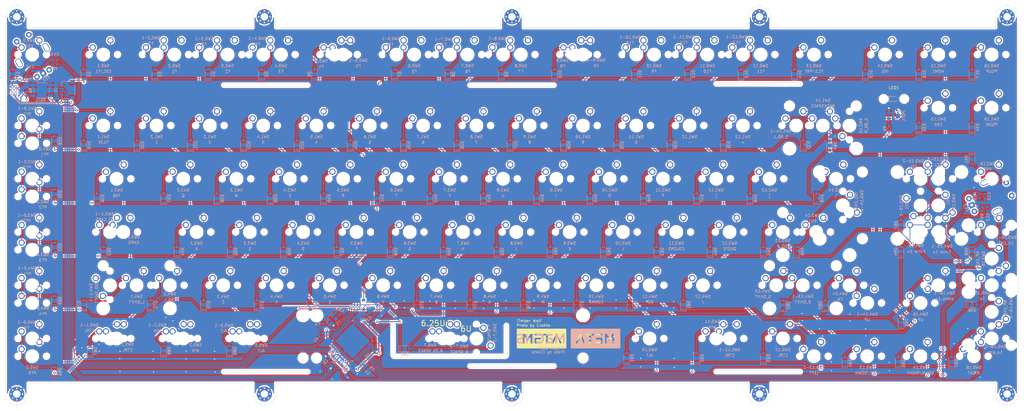
<source format=kicad_pcb>
(kicad_pcb (version 20171130) (host pcbnew "(5.1.2)-1")
  (layers (0 F.Cu signal) (31 B.Cu signal) (34 B.Paste user) (35 F.Paste user) (36 B.SilkS user) (37 F.SilkS user) (38 B.Mask user) (39 F.Mask user) (44 Edge.Cuts user))
  (net 0 "")
  (net 1 GND)
  (net 2 VCC)
  (net 3 "Net-(C6-Pad1)")
  (net 4 "Net-(C7-Pad1)")
  (net 5 "Net-(C8-Pad1)")
  (net 6 "Net-(C9-Pad1)")
  (net 7 "Net-(D1-Pad2)")
  (net 8 /r0)
  (net 9 "Net-(D2-Pad2)")
  (net 10 "Net-(D3-Pad2)")
  (net 11 "Net-(D4-Pad2)")
  (net 12 "Net-(D5-Pad2)")
  (net 13 "Net-(D6-Pad2)")
  (net 14 "Net-(D7-Pad2)")
  (net 15 "Net-(D8-Pad2)")
  (net 16 "Net-(D9-Pad2)")
  (net 17 "Net-(D10-Pad2)")
  (net 18 "Net-(D11-Pad2)")
  (net 19 "Net-(D12-Pad2)")
  (net 20 "Net-(D13-Pad2)")
  (net 21 "Net-(D14-Pad2)")
  (net 22 "Net-(D15-Pad2)")
  (net 23 "Net-(D16-Pad2)")
  (net 24 "Net-(D17-Pad2)")
  (net 25 /r1)
  (net 26 "Net-(D18-Pad2)")
  (net 27 "Net-(D19-Pad2)")
  (net 28 "Net-(D20-Pad2)")
  (net 29 "Net-(D21-Pad2)")
  (net 30 "Net-(D22-Pad2)")
  (net 31 "Net-(D23-Pad2)")
  (net 32 "Net-(D24-Pad2)")
  (net 33 "Net-(D25-Pad2)")
  (net 34 "Net-(D26-Pad2)")
  (net 35 "Net-(D27-Pad2)")
  (net 36 "Net-(D28-Pad2)")
  (net 37 "Net-(D29-Pad2)")
  (net 38 "Net-(D30-Pad2)")
  (net 39 "Net-(D31-Pad2)")
  (net 40 "Net-(D32-Pad2)")
  (net 41 "Net-(D33-Pad2)")
  (net 42 "Net-(D34-Pad2)")
  (net 43 "Net-(D35-Pad2)")
  (net 44 /r2)
  (net 45 "Net-(D36-Pad2)")
  (net 46 "Net-(D37-Pad2)")
  (net 47 "Net-(D38-Pad2)")
  (net 48 "Net-(D39-Pad2)")
  (net 49 "Net-(D40-Pad2)")
  (net 50 "Net-(D41-Pad2)")
  (net 51 "Net-(D42-Pad2)")
  (net 52 "Net-(D43-Pad2)")
  (net 53 "Net-(D44-Pad2)")
  (net 54 "Net-(D45-Pad2)")
  (net 55 "Net-(D46-Pad2)")
  (net 56 "Net-(D47-Pad2)")
  (net 57 "Net-(D48-Pad2)")
  (net 58 "Net-(D49-Pad2)")
  (net 59 "Net-(D50-Pad2)")
  (net 60 "Net-(D51-Pad2)")
  (net 61 /r3)
  (net 62 "Net-(D52-Pad2)")
  (net 63 "Net-(D53-Pad2)")
  (net 64 "Net-(D54-Pad2)")
  (net 65 "Net-(D55-Pad2)")
  (net 66 "Net-(D56-Pad2)")
  (net 67 "Net-(D57-Pad2)")
  (net 68 "Net-(D58-Pad2)")
  (net 69 "Net-(D59-Pad2)")
  (net 70 "Net-(D60-Pad2)")
  (net 71 "Net-(D61-Pad2)")
  (net 72 "Net-(D62-Pad2)")
  (net 73 "Net-(D63-Pad2)")
  (net 74 "Net-(D64-Pad2)")
  (net 75 "Net-(D65-Pad2)")
  (net 76 "Net-(D66-Pad2)")
  (net 77 "Net-(D67-Pad2)")
  (net 78 "Net-(D68-Pad2)")
  (net 79 "Net-(D69-Pad2)")
  (net 80 /r4)
  (net 81 "Net-(D70-Pad2)")
  (net 82 "Net-(D71-Pad2)")
  (net 83 "Net-(D72-Pad2)")
  (net 84 "Net-(D73-Pad2)")
  (net 85 "Net-(D74-Pad2)")
  (net 86 "Net-(D75-Pad2)")
  (net 87 "Net-(D76-Pad2)")
  (net 88 "Net-(D77-Pad2)")
  (net 89 "Net-(D78-Pad2)")
  (net 90 "Net-(D79-Pad2)")
  (net 91 "Net-(D80-Pad2)")
  (net 92 "Net-(D81-Pad2)")
  (net 93 "Net-(D82-Pad2)")
  (net 94 "Net-(D83-Pad2)")
  (net 95 "Net-(D84-Pad2)")
  (net 96 /r5)
  (net 97 "Net-(D85-Pad2)")
  (net 98 "Net-(D86-Pad2)")
  (net 99 "Net-(D87-Pad2)")
  (net 100 "Net-(D88-Pad2)")
  (net 101 "Net-(D89-Pad2)")
  (net 102 "Net-(D90-Pad2)")
  (net 103 "Net-(D91-Pad2)")
  (net 104 "Net-(D92-Pad2)")
  (net 105 "Net-(D93-Pad2)")
  (net 106 "Net-(D94-Pad2)")
  (net 107 "Net-(D95-Pad2)")
  (net 108 "Net-(EC1-PadA)")
  (net 109 "Net-(EC1-PadB)")
  (net 110 /c16)
  (net 111 /D-)
  (net 112 /D+)
  (net 113 /RES)
  (net 114 "Net-(LED1-Pad2)")
  (net 115 /rd-)
  (net 116 /rd+)
  (net 117 /c13)
  (net 118 /c8)
  (net 119 /c2)
  (net 120 /c3)
  (net 121 /c14)
  (net 122 /c9)
  (net 123 /c10)
  (net 124 /c4)
  (net 125 /c11)
  (net 126 /c7)
  (net 127 /c5)
  (net 128 /c6)
  (net 129 /c12)
  (net 130 /enc-)
  (net 131 /c15)
  (net 132 /enc+)
  (net 133 /c0)
  (net 134 /c1)
  (net 135 "Net-(POT1-Pad1)")
  (net 136 "Net-(R5-Pad2)")
  (net 137 "Net-(D96-Pad2)")
  (net 138 "Net-(EC2-PadA)")
  (net 139 "Net-(EC2-PadB)")
  (net 140 "Net-(D97-Pad2)")
  (module "logo:metamechs logo half" (layer B.Cu) (at 201.2 111.125 180)
    (fp_text reference G*** hide)
    (fp_text value LOGO hide)
  )
  (module "logo:metamechs logo half" (layer F.Cu) (at 201.2 111.125)
    (fp_text reference G*** hide)
    (fp_text value LOGO hide)
  )
  (module MX_SMK_2:MX_150 (layer F.Cu) (at 258.7625 111.125)
    (fp_text reference SW5,11-1 (at 0 4) (layer B.SilkS) (effects (justify mirror)))
    (fp_text value CTRL (at 0 6) (layer B.SilkS) (effects (justify mirror)))
    (pad "" np_thru_hole circle (at 0 0) (size 3.9878 3.9878) (drill 3.9878) (layers *.Cu *.Mask))
    (pad 2 thru_hole circle (at 2.54 -5.08) (size 2.25 2.25) (drill 1.5) (layers *.Cu B.Mask) (net 125 /c11))
    (pad 1 thru_hole circle (at -3.81 -2.54) (size 2.25 2.25) (drill 1.5) (layers *.Cu B.Mask) (net 104 "Net-(D92-Pad2)"))
    (pad "" np_thru_hole circle (at -5.08 0 48) (size 1.72 1.72) (drill 1.72) (layers *.Cu *.Mask))
    (pad "" np_thru_hole circle (at 5.08 0 48) (size 1.72 1.72) (drill 1.72) (layers *.Cu *.Mask))
  )
  (module MX_SMK_2:MX_100 (layer F.Cu) (at 9.525 34.925)
    (fp_text reference SW1,0-1 (at -1.8 -6.1) (layer B.SilkS) (effects (justify mirror)))
    (fp_text value PF1 (at -1.8 -4.1) (layer B.SilkS) (effects (justify mirror)))
    (pad "" np_thru_hole circle (at 0 0) (size 3.9878 3.9878) (drill 3.9878) (layers *.Cu *.Mask))
    (pad 2 thru_hole circle (at 2.54 -5.08) (size 2.25 2.25) (drill 1.5) (layers *.Cu B.Mask) (net 133 /c0))
    (pad 1 thru_hole circle (at -3.81 -2.54) (size 2.25 2.25) (drill 1.5) (layers *.Cu B.Mask) (net 26 "Net-(D18-Pad2)"))
    (pad "" np_thru_hole circle (at -5.08 0 48) (size 1.72 1.72) (drill 1.72) (layers *.Cu *.Mask))
    (pad "" np_thru_hole circle (at 5.08 0 48) (size 1.72 1.72) (drill 1.72) (layers *.Cu *.Mask))
  )
  (module Diode_SMD:D_SOD-123 (layer B.Cu) (at 345.45 99.05)
    (fp_text reference D96 (at 0 2) (layer B.SilkS) (effects (justify mirror)))
    (fp_text value D)
    (pad 2 smd rect (at 1.65 0) (size 0.9 1.2) (layers B.Cu B.Paste B.Mask) (net 137 "Net-(D96-Pad2)"))
    (pad 1 smd rect (at -1.65 0) (size 0.9 1.2) (layers B.Cu B.Paste B.Mask) (net 96 /r5))
  )
  (module Capacitor_SMD:C_0603_1608Metric (layer B.Cu) (at 113 106.5 225)
    (fp_text reference C7 (at 0.636396 1.343503 225) (layer B.SilkS) (effects (justify mirror)))
    (fp_text value 22p)
    (pad 2 smd roundrect (at 0.7875 0 225) (size 0.875 0.95) (layers B.Cu B.Paste B.Mask) (net 1 GND))
    (pad 1 smd roundrect (at -0.7875 0 225) (size 0.875 0.95) (layers B.Cu B.Paste B.Mask) (net 4 "Net-(C7-Pad1)"))
  )
  (module Crystal:Crystal_SMD_SeikoEpson_FA238-4Pin_3.2x2.5mm (layer B.Cu) (at 116.7 104.3 45)
    (fp_text reference Y1 (at 0.777817 2.474874 45) (layer B.SilkS) (effects (justify mirror)))
    (fp_text value 16M)
    (pad 4 smd rect (at -1.1 0.8 45) (size 1.4 1.2) (layers B.Cu B.Paste B.Mask) (net 1 GND))
    (pad 3 smd rect (at 1.1 0.8 45) (size 1.4 1.2) (layers B.Cu B.Paste B.Mask) (net 5 "Net-(C8-Pad1)"))
    (pad 2 smd rect (at 1.1 -0.8 45) (size 1.4 1.2) (layers B.Cu B.Paste B.Mask) (net 1 GND))
    (pad 1 smd rect (at -1.1 -0.8 45) (size 1.4 1.2) (layers B.Cu B.Paste B.Mask) (net 4 "Net-(C7-Pad1)"))
  )
  (module Package_QFP:TQFP-44_10x10mm_P0.8mm (layer B.Cu) (at 124 112 45)
    (fp_text reference U1 (at 0 7.450001 45) (layer B.SilkS) (effects (justify mirror)))
    (fp_text value ATMEGA32U4)
    (pad 44 smd rect (at -4 5.7 315) (size 1.5 0.55) (layers B.Cu B.Paste B.Mask) (net 2 VCC))
    (pad 43 smd rect (at -3.2 5.7 315) (size 1.5 0.55) (layers B.Cu B.Paste B.Mask) (net 1 GND))
    (pad 42 smd rect (at -2.4 5.7 315) (size 1.5 0.55) (layers B.Cu B.Paste B.Mask) (net 6 "Net-(C9-Pad1)"))
    (pad 41 smd rect (at -1.6 5.7 315) (size 1.5 0.55) (layers B.Cu B.Paste B.Mask) (net 131 /c15))
    (pad 40 smd rect (at -0.8 5.7 315) (size 1.5 0.55) (layers B.Cu B.Paste B.Mask) (net 121 /c14))
    (pad 39 smd rect (at 0 5.7 315) (size 1.5 0.55) (layers B.Cu B.Paste B.Mask) (net 117 /c13))
    (pad 38 smd rect (at 0.8 5.7 315) (size 1.5 0.55) (layers B.Cu B.Paste B.Mask) (net 129 /c12))
    (pad 37 smd rect (at 1.6 5.7 315) (size 1.5 0.55) (layers B.Cu B.Paste B.Mask) (net 125 /c11))
    (pad 36 smd rect (at 2.4 5.7 315) (size 1.5 0.55) (layers B.Cu B.Paste B.Mask) (net 123 /c10))
    (pad 35 smd rect (at 3.2 5.7 315) (size 1.5 0.55) (layers B.Cu B.Paste B.Mask) (net 1 GND))
    (pad 34 smd rect (at 4 5.7 315) (size 1.5 0.55) (layers B.Cu B.Paste B.Mask) (net 2 VCC))
    (pad 33 smd rect (at 5.7 4 45) (size 1.5 0.55) (layers B.Cu B.Paste B.Mask) (net 136 "Net-(R5-Pad2)"))
    (pad 32 smd rect (at 5.7 3.2 45) (size 1.5 0.55) (layers B.Cu B.Paste B.Mask) (net 122 /c9))
    (pad 31 smd rect (at 5.7 2.4 45) (size 1.5 0.55) (layers B.Cu B.Paste B.Mask) (net 118 /c8))
    (pad 30 smd rect (at 5.7 1.6 45) (size 1.5 0.55) (layers B.Cu B.Paste B.Mask) (net 126 /c7))
    (pad 29 smd rect (at 5.7 0.8 45) (size 1.5 0.55) (layers B.Cu B.Paste B.Mask) (net 128 /c6))
    (pad 28 smd rect (at 5.7 0 45) (size 1.5 0.55) (layers B.Cu B.Paste B.Mask) (net 96 /r5))
    (pad 27 smd rect (at 5.7 -0.8 45) (size 1.5 0.55) (layers B.Cu B.Paste B.Mask) (net 80 /r4))
    (pad 26 smd rect (at 5.7 -1.6 45) (size 1.5 0.55) (layers B.Cu B.Paste B.Mask) (net 61 /r3))
    (pad 25 smd rect (at 5.7 -2.4 45) (size 1.5 0.55) (layers B.Cu B.Paste B.Mask) (net 44 /r2))
    (pad 24 smd rect (at 5.7 -3.2 45) (size 1.5 0.55) (layers B.Cu B.Paste B.Mask) (net 2 VCC))
    (pad 23 smd rect (at 5.7 -4 45) (size 1.5 0.55) (layers B.Cu B.Paste B.Mask) (net 1 GND))
    (pad 22 smd rect (at 4 -5.7 315) (size 1.5 0.55) (layers B.Cu B.Paste B.Mask) (net 8 /r0))
    (pad 21 smd rect (at 3.2 -5.7 315) (size 1.5 0.55) (layers B.Cu B.Paste B.Mask) (net 25 /r1))
    (pad 20 smd rect (at 2.4 -5.7 315) (size 1.5 0.55) (layers B.Cu B.Paste B.Mask) (net 127 /c5))
    (pad 19 smd rect (at 1.6 -5.7 315) (size 1.5 0.55) (layers B.Cu B.Paste B.Mask) (net 124 /c4))
    (pad 18 smd rect (at 0.8 -5.7 315) (size 1.5 0.55) (layers B.Cu B.Paste B.Mask) (net 120 /c3))
    (pad 17 smd rect (at 0 -5.7 315) (size 1.5 0.55) (layers B.Cu B.Paste B.Mask) (net 5 "Net-(C8-Pad1)"))
    (pad 16 smd rect (at -0.8 -5.7 315) (size 1.5 0.55) (layers B.Cu B.Paste B.Mask) (net 4 "Net-(C7-Pad1)"))
    (pad 15 smd rect (at -1.6 -5.7 315) (size 1.5 0.55) (layers B.Cu B.Paste B.Mask) (net 1 GND))
    (pad 14 smd rect (at -2.4 -5.7 315) (size 1.5 0.55) (layers B.Cu B.Paste B.Mask) (net 2 VCC))
    (pad 13 smd rect (at -3.2 -5.7 315) (size 1.5 0.55) (layers B.Cu B.Paste B.Mask) (net 113 /RES))
    (pad 12 smd rect (at -4 -5.7 315) (size 1.5 0.55) (layers B.Cu B.Paste B.Mask) (net 119 /c2))
    (pad 11 smd rect (at -5.7 -4 45) (size 1.5 0.55) (layers B.Cu B.Paste B.Mask) (net 134 /c1))
    (pad 10 smd rect (at -5.7 -3.2 45) (size 1.5 0.55) (layers B.Cu B.Paste B.Mask) (net 133 /c0))
    (pad 9 smd rect (at -5.7 -2.4 45) (size 1.5 0.55) (layers B.Cu B.Paste B.Mask) (net 132 /enc+))
    (pad 8 smd rect (at -5.7 -1.6 45) (size 1.5 0.55) (layers B.Cu B.Paste B.Mask) (net 130 /enc-))
    (pad 7 smd rect (at -5.7 -0.8 45) (size 1.5 0.55) (layers B.Cu B.Paste B.Mask) (net 2 VCC))
    (pad 6 smd rect (at -5.7 0 45) (size 1.5 0.55) (layers B.Cu B.Paste B.Mask) (net 3 "Net-(C6-Pad1)"))
    (pad 5 smd rect (at -5.7 0.8 45) (size 1.5 0.55) (layers B.Cu B.Paste B.Mask) (net 1 GND))
    (pad 4 smd rect (at -5.7 1.6 45) (size 1.5 0.55) (layers B.Cu B.Paste B.Mask) (net 116 /rd+))
    (pad 3 smd rect (at -5.7 2.4 45) (size 1.5 0.55) (layers B.Cu B.Paste B.Mask) (net 115 /rd-))
    (pad 2 smd rect (at -5.7 3.2 45) (size 1.5 0.55) (layers B.Cu B.Paste B.Mask) (net 2 VCC))
    (pad 1 smd rect (at -5.7 4 45) (size 1.5 0.55) (layers B.Cu B.Paste B.Mask) (net 110 /c16))
  )
  (module keebs:PinHeader_2x03_P1.27mm_Vertical_center (layer F.Cu) (at 3 22.225 180)
    (fp_text reference J2 (at -2.3 -0.975 180) (layer B.SilkS) (effects (justify mirror)))
    (fp_text value Conn_02x03_Odd_Even)
    (pad 6 thru_hole rect (at 0.635 1.27 180) (size 1 1) (drill 0.65) (layers *.Cu B.Mask) (net 1 GND))
    (pad 5 thru_hole oval (at -0.635 1.27 180) (size 1 1) (drill 0.65) (layers *.Cu B.Mask) (net 113 /RES))
    (pad 4 thru_hole oval (at 0.635 0 180) (size 1 1) (drill 0.65) (layers *.Cu B.Mask) (net 133 /c0))
    (pad 3 thru_hole oval (at -0.635 0 180) (size 1 1) (drill 0.65) (layers *.Cu B.Mask) (net 132 /enc+))
    (pad 2 thru_hole oval (at 0.635 -1.27 180) (size 1 1) (drill 0.65) (layers *.Cu B.Mask) (net 2 VCC))
    (pad 1 thru_hole circle (at -0.635 -1.27 180) (size 1 1) (drill 0.65) (layers *.Cu B.Mask) (net 134 /c1))
  )
  (module Button_Switch_SMD:SW_SPST_SKQG_WithStem (layer B.Cu) (at 12.9 22.325 180)
    (fp_text reference RST1 (at 0.4 -3.475 180) (layer B.SilkS) (effects (justify mirror)))
    (fp_text value SW_PUSH)
    (pad 2 smd rect (at 3.1 -1.85 180) (size 1.8 1.1) (layers B.Cu B.Paste B.Mask) (net 113 /RES))
    (pad 2 smd rect (at -3.1 -1.85 180) (size 1.8 1.1) (layers B.Cu B.Paste B.Mask) (net 113 /RES))
    (pad 1 smd rect (at 3.1 1.85 180) (size 1.8 1.1) (layers B.Cu B.Paste B.Mask) (net 1 GND))
    (pad 1 smd rect (at -3.1 1.85 180) (size 1.8 1.1) (layers B.Cu B.Paste B.Mask) (net 1 GND))
  )
  (module Connector_JST:JST_SH_SM04B-SRSS-TB_1x04-1MP_P1.00mm_Horizontal (layer B.Cu) (at 22 22.225 270)
    (fp_text reference J1 (at 0 3.98 270) (layer B.SilkS) (effects (justify mirror)))
    (fp_text value Conn_01x04)
    (pad MP smd roundrect (at 2.8 -1.875 270) (size 1.2 1.8) (layers B.Cu B.Paste B.Mask) (roundrect_rratio 0.208333))
    (pad MP smd roundrect (at -2.8 -1.875 270) (size 1.2 1.8) (layers B.Cu B.Paste B.Mask) (roundrect_rratio 0.208333))
    (pad 4 smd roundrect (at 1.5 2 270) (size 0.6 1.55) (layers B.Cu B.Paste B.Mask) (net 2 VCC))
    (pad 3 smd roundrect (at 0.5 2 270) (size 0.6 1.55) (layers B.Cu B.Paste B.Mask) (net 111 /D-))
    (pad 2 smd roundrect (at -0.5 2 270) (size 0.6 1.55) (layers B.Cu B.Paste B.Mask) (net 112 /D+))
    (pad 1 smd roundrect (at -1.5 2 270) (size 0.6 1.55) (layers B.Cu B.Paste B.Mask) (net 1 GND))
  )
  (module Capacitor_SMD:C_0603_1608Metric (layer B.Cu) (at 112.7 109.9 225)
    (fp_text reference C1 (at 2.404163 0 225) (layer B.SilkS) (effects (justify mirror)))
    (fp_text value 0.1u)
    (pad 2 smd roundrect (at 0.7875 0 225) (size 0.875 0.95) (layers B.Cu B.Paste B.Mask) (net 1 GND))
    (pad 1 smd roundrect (at -0.7875 0 225) (size 0.875 0.95) (layers B.Cu B.Paste B.Mask) (net 2 VCC))
  )
  (module Capacitor_SMD:C_0603_1608Metric (layer B.Cu) (at 128.7 103.2 45)
    (fp_text reference C2 (at 0.212132 1.484924 45) (layer B.SilkS) (effects (justify mirror)))
    (fp_text value 0.1u)
    (pad 2 smd roundrect (at 0.7875 0 45) (size 0.875 0.95) (layers B.Cu B.Paste B.Mask) (net 1 GND))
    (pad 1 smd roundrect (at -0.7875 0 45) (size 0.875 0.95) (layers B.Cu B.Paste B.Mask) (net 2 VCC))
  )
  (module Capacitor_SMD:C_0603_1608Metric (layer B.Cu) (at 132.5 115.6 225)
    (fp_text reference C3 (at -0.141421 -1.555635 225) (layer B.SilkS) (effects (justify mirror)))
    (fp_text value 0.1u)
    (pad 2 smd roundrect (at 0.7875 0 225) (size 0.875 0.95) (layers B.Cu B.Paste B.Mask) (net 1 GND))
    (pad 1 smd roundrect (at -0.7875 0 225) (size 0.875 0.95) (layers B.Cu B.Paste B.Mask) (net 2 VCC))
  )
  (module Capacitor_SMD:C_0603_1608Metric (layer B.Cu) (at 127.5 121.5 315)
    (fp_text reference C4 (at 2.545584 0 315) (layer B.SilkS) (effects (justify mirror)))
    (fp_text value 0.1u)
    (pad 2 smd roundrect (at 0.7875 0 315) (size 0.875 0.95) (layers B.Cu B.Paste B.Mask) (net 1 GND))
    (pad 1 smd roundrect (at -0.7875 0 315) (size 0.875 0.95) (layers B.Cu B.Paste B.Mask) (net 2 VCC))
  )
  (module Capacitor_SMD:C_0603_1608Metric (layer B.Cu) (at 116.4 117.5 180)
    (fp_text reference C5 (at -0.1 1.3 180) (layer B.SilkS) (effects (justify mirror)))
    (fp_text value 1u)
    (pad 2 smd roundrect (at 0.7875 0 180) (size 0.875 0.95) (layers B.Cu B.Paste B.Mask) (net 1 GND))
    (pad 1 smd roundrect (at -0.7875 0 180) (size 0.875 0.95) (layers B.Cu B.Paste B.Mask) (net 2 VCC))
  )
  (module Capacitor_SMD:C_0603_1608Metric (layer B.Cu) (at 115.2 120.5 225)
    (fp_text reference C6 (at -0.070711 1.343503 225) (layer B.SilkS) (effects (justify mirror)))
    (fp_text value 1u)
    (pad 2 smd roundrect (at 0.7875 0 225) (size 0.875 0.95) (layers B.Cu B.Paste B.Mask) (net 1 GND))
    (pad 1 smd roundrect (at -0.7875 0 225) (size 0.875 0.95) (layers B.Cu B.Paste B.Mask) (net 3 "Net-(C6-Pad1)"))
  )
  (module Capacitor_SMD:C_0603_1608Metric (layer B.Cu) (at 118.943153 101.943153 135)
    (fp_text reference C8 (at 0 1.43 135) (layer B.SilkS) (effects (justify mirror)))
    (fp_text value 22p)
    (pad 2 smd roundrect (at 0.7875 0 135) (size 0.875 0.95) (layers B.Cu B.Paste B.Mask) (net 1 GND))
    (pad 1 smd roundrect (at -0.7875 0 135) (size 0.875 0.95) (layers B.Cu B.Paste B.Mask) (net 5 "Net-(C8-Pad1)"))
  )
  (module Capacitor_SMD:C_0603_1608Metric (layer B.Cu) (at 129 120 315)
    (fp_text reference C9 (at 2.687006 0 315) (layer B.SilkS) (effects (justify mirror)))
    (fp_text value 0.1u)
    (pad 2 smd roundrect (at 0.7875 0 315) (size 0.875 0.95) (layers B.Cu B.Paste B.Mask) (net 1 GND))
    (pad 1 smd roundrect (at -0.7875 0 315) (size 0.875 0.95) (layers B.Cu B.Paste B.Mask) (net 6 "Net-(C9-Pad1)"))
  )
  (module Capacitor_SMD:C_0603_1608Metric (layer B.Cu) (at 8.7 15.4)
    (fp_text reference C10 (at 0.1 -1.6) (layer B.SilkS) (effects (justify mirror)))
    (fp_text value 0.1u)
    (pad 2 smd roundrect (at 0.7875 0) (size 0.875 0.95) (layers B.Cu B.Paste B.Mask) (net 1 GND))
    (pad 1 smd roundrect (at -0.7875 0) (size 0.875 0.95) (layers B.Cu B.Paste B.Mask) (net 132 /enc+))
  )
  (module Capacitor_SMD:C_0603_1608Metric (layer B.Cu) (at 17.6 11.4)
    (fp_text reference C11 (at 0 -1.9) (layer B.SilkS) (effects (justify mirror)))
    (fp_text value 0.1u)
    (pad 2 smd roundrect (at 0.7875 0) (size 0.875 0.95) (layers B.Cu B.Paste B.Mask) (net 130 /enc-))
    (pad 1 smd roundrect (at -0.7875 0) (size 0.875 0.95) (layers B.Cu B.Paste B.Mask) (net 1 GND))
  )
  (module Resistor_SMD:R_0603_1608Metric (layer B.Cu) (at 119.7 121.3 225)
    (fp_text reference R1 (at 0.070711 -1.626346 225) (layer B.SilkS) (effects (justify mirror)))
    (fp_text value 22)
    (pad 2 smd roundrect (at 0.7875 0 225) (size 0.875 0.95) (layers B.Cu B.Paste B.Mask) (net 111 /D-))
    (pad 1 smd roundrect (at -0.7875 0 225) (size 0.875 0.95) (layers B.Cu B.Paste B.Mask) (net 115 /rd-))
  )
  (module Resistor_SMD:R_0603_1608Metric (layer B.Cu) (at 118.6 120.2 225)
    (fp_text reference R2 (at 0.070711 1.343503 225) (layer B.SilkS) (effects (justify mirror)))
    (fp_text value 22)
    (pad 2 smd roundrect (at 0.7875 0 225) (size 0.875 0.95) (layers B.Cu B.Paste B.Mask) (net 112 /D+))
    (pad 1 smd roundrect (at -0.7875 0 225) (size 0.875 0.95) (layers B.Cu B.Paste B.Mask) (net 116 /rd+))
  )
  (module Resistor_SMD:R_0603_1608Metric (layer B.Cu) (at 7.5 23.5 90)
    (fp_text reference R6 (at 1.1 1.4 90) (layer B.SilkS) (effects (justify mirror)))
    (fp_text value 10K)
    (pad 2 smd roundrect (at 0.7875 0 90) (size 0.875 0.95) (layers B.Cu B.Paste B.Mask) (net 2 VCC))
    (pad 1 smd roundrect (at -0.7875 0 90) (size 0.875 0.95) (layers B.Cu B.Paste B.Mask) (net 113 /RES))
  )
  (module Resistor_SMD:R_0603_1608Metric (layer B.Cu) (at 8 17.3 180)
    (fp_text reference R7 (at 0.7 -1.6 180) (layer B.SilkS) (effects (justify mirror)))
    (fp_text value 10K)
    (pad 2 smd roundrect (at 0.7875 0 180) (size 0.875 0.95) (layers B.Cu B.Paste B.Mask) (net 132 /enc+))
    (pad 1 smd roundrect (at -0.7875 0 180) (size 0.875 0.95) (layers B.Cu B.Paste B.Mask) (net 108 "Net-(EC1-PadA)"))
  )
  (module Resistor_SMD:R_0603_1608Metric (layer B.Cu) (at 17.6 13 180)
    (fp_text reference R8 (at 0 -1.5 180) (layer B.SilkS) (effects (justify mirror)))
    (fp_text value 10K)
    (pad 2 smd roundrect (at 0.7875 0 180) (size 0.875 0.95) (layers B.Cu B.Paste B.Mask) (net 109 "Net-(EC1-PadB)"))
    (pad 1 smd roundrect (at -0.7875 0 180) (size 0.875 0.95) (layers B.Cu B.Paste B.Mask) (net 130 /enc-))
  )
  (module keebs:LED_0805_lightpipe (layer F.Cu) (at 317.5 25.4)
    (fp_text reference LED1 (at 0 -4) (layer F.SilkS))
    (fp_text value "3V 5mA")
    (pad "" np_thru_hole circle (at -3.7 0) (size 2.57 2.57) (drill 2.57) (layers *.Cu *.Mask))
    (pad "" np_thru_hole circle (at 3.7 0) (size 2.57 2.57) (drill 2.57) (layers *.Cu *.Mask))
    (pad 2 smd roundrect (at 0.9625 0) (size 1.325 1.3) (layers F.Cu F.Paste F.Mask) (roundrect_rratio 0.192308) (net 114 "Net-(LED1-Pad2)"))
    (pad 1 smd roundrect (at -0.9625 0) (size 1.325 1.3) (layers F.Cu F.Paste F.Mask) (roundrect_rratio 0.192308) (net 1 GND))
  )
  (module digikey-footprints:Trimpot_3.8mmx3.6mm_TC33X-2-103E (layer B.Cu) (at 317.5 31.5 90)
    (fp_text reference POT1 (at 0 3.54 90) (layer B.SilkS) (effects (justify mirror)))
    (fp_text value TC33X-2-103E)
    (pad 3 smd rect (at 1 -1.8 90) (size 1.2 1.2) (layers B.Cu B.Paste B.Mask) (net 1 GND))
    (pad 1 smd rect (at -1 -1.8 90) (size 1.2 1.2) (layers B.Cu B.Paste B.Mask) (net 135 "Net-(POT1-Pad1)"))
    (pad 2 smd rect (at 0 1.45 90) (size 1.6 1.5) (layers B.Cu B.Paste B.Mask) (net 114 "Net-(LED1-Pad2)"))
  )
  (module Resistor_SMD:R_0603_1608Metric (layer B.Cu) (at 315.7 36 270)
    (fp_text reference R5 (at 0 1.43 270) (layer B.SilkS) (effects (justify mirror)))
    (fp_text value 440)
    (pad 2 smd roundrect (at 0.7875 0 270) (size 0.875 0.95) (layers B.Cu B.Paste B.Mask) (net 136 "Net-(R5-Pad2)"))
    (pad 1 smd roundrect (at -0.7875 0 270) (size 0.875 0.95) (layers B.Cu B.Paste B.Mask) (net 135 "Net-(POT1-Pad1)"))
  )
  (module Capacitor_SMD:C_0603_1608Metric (layer B.Cu) (at 351 64.8 90)
    (fp_text reference C12 (at -2.9 0.1 90) (layer B.SilkS) (effects (justify mirror)))
    (fp_text value 0.1u)
    (pad 1 smd roundrect (at -0.7875 0 90) (size 0.875 0.95) (layers B.Cu B.Paste B.Mask) (net 1 GND))
    (pad 2 smd roundrect (at 0.7875 0 90) (size 0.875 0.95) (layers B.Cu B.Paste B.Mask) (net 130 /enc-))
  )
  (module Capacitor_SMD:C_0603_1608Metric (layer B.Cu) (at 350 60.2 270)
    (fp_text reference C13 (at 0 -1.5 90) (layer B.SilkS) (effects (justify mirror)))
    (fp_text value 0.1u)
    (pad 2 smd roundrect (at 0.7875 0 270) (size 0.875 0.95) (layers B.Cu B.Paste B.Mask) (net 1 GND))
    (pad 1 smd roundrect (at -0.7875 0 270) (size 0.875 0.95) (layers B.Cu B.Paste B.Mask) (net 132 /enc+))
  )
  (module Diode_SMD:D_SOD-123 (layer B.Cu) (at 2.525 16.525 90)
    (fp_text reference D1 (at 0 2 90) (layer B.SilkS) (effects (justify mirror)))
    (fp_text value D)
    (pad 1 smd rect (at -1.65 0 90) (size 0.9 1.2) (layers B.Cu B.Paste B.Mask) (net 8 /r0))
    (pad 2 smd rect (at 1.65 0 90) (size 0.9 1.2) (layers B.Cu B.Paste B.Mask) (net 7 "Net-(D1-Pad2)"))
  )
  (module Diode_SMD:D_SOD-123 (layer B.Cu) (at 27.925 16.525 90)
    (fp_text reference D2 (at 0 2 90) (layer B.SilkS) (effects (justify mirror)))
    (fp_text value D)
    (pad 1 smd rect (at -1.65 0 90) (size 0.9 1.2) (layers B.Cu B.Paste B.Mask) (net 8 /r0))
    (pad 2 smd rect (at 1.65 0 90) (size 0.9 1.2) (layers B.Cu B.Paste B.Mask) (net 9 "Net-(D2-Pad2)"))
  )
  (module Diode_SMD:D_SOD-123 (layer B.Cu) (at 53.325 16.525 90)
    (fp_text reference D3 (at 0 2 90) (layer B.SilkS) (effects (justify mirror)))
    (fp_text value D)
    (pad 2 smd rect (at 1.65 0 90) (size 0.9 1.2) (layers B.Cu B.Paste B.Mask) (net 10 "Net-(D3-Pad2)"))
    (pad 1 smd rect (at -1.65 0 90) (size 0.9 1.2) (layers B.Cu B.Paste B.Mask) (net 8 /r0))
  )
  (module Diode_SMD:D_SOD-123 (layer B.Cu) (at 72.375 16.525 90)
    (fp_text reference D4 (at 0 2 90) (layer B.SilkS) (effects (justify mirror)))
    (fp_text value D)
    (pad 2 smd rect (at 1.65 0 90) (size 0.9 1.2) (layers B.Cu B.Paste B.Mask) (net 11 "Net-(D4-Pad2)"))
    (pad 1 smd rect (at -1.65 0 90) (size 0.9 1.2) (layers B.Cu B.Paste B.Mask) (net 8 /r0))
  )
  (module Diode_SMD:D_SOD-123 (layer B.Cu) (at 91.425 16.525 90)
    (fp_text reference D5 (at 0 2 90) (layer B.SilkS) (effects (justify mirror)))
    (fp_text value D)
    (pad 1 smd rect (at -1.65 0 90) (size 0.9 1.2) (layers B.Cu B.Paste B.Mask) (net 8 /r0))
    (pad 2 smd rect (at 1.65 0 90) (size 0.9 1.2) (layers B.Cu B.Paste B.Mask) (net 12 "Net-(D5-Pad2)"))
  )
  (module Diode_SMD:D_SOD-123 (layer B.Cu) (at 110.475 16.525 90)
    (fp_text reference D6 (at 0 -1.975 90) (layer B.SilkS) (effects (justify mirror)))
    (fp_text value D)
    (pad 2 smd rect (at 1.65 0 90) (size 0.9 1.2) (layers B.Cu B.Paste B.Mask) (net 13 "Net-(D6-Pad2)"))
    (pad 1 smd rect (at -1.65 0 90) (size 0.9 1.2) (layers B.Cu B.Paste B.Mask) (net 8 /r0))
  )
  (module Diode_SMD:D_SOD-123 (layer B.Cu) (at 139.05 16.525 90)
    (fp_text reference D7 (at 0 2 90) (layer B.SilkS) (effects (justify mirror)))
    (fp_text value D)
    (pad 2 smd rect (at 1.65 0 90) (size 0.9 1.2) (layers B.Cu B.Paste B.Mask) (net 14 "Net-(D7-Pad2)"))
    (pad 1 smd rect (at -1.65 0 90) (size 0.9 1.2) (layers B.Cu B.Paste B.Mask) (net 8 /r0))
  )
  (module Diode_SMD:D_SOD-123 (layer B.Cu) (at 158.1 16.525 90)
    (fp_text reference D8 (at 0 2 90) (layer B.SilkS) (effects (justify mirror)))
    (fp_text value D)
    (pad 1 smd rect (at -1.65 0 90) (size 0.9 1.2) (layers B.Cu B.Paste B.Mask) (net 8 /r0))
    (pad 2 smd rect (at 1.65 0 90) (size 0.9 1.2) (layers B.Cu B.Paste B.Mask) (net 15 "Net-(D8-Pad2)"))
  )
  (module Diode_SMD:D_SOD-123 (layer B.Cu) (at 177.15 16.525 90)
    (fp_text reference D9 (at 0 2 90) (layer B.SilkS) (effects (justify mirror)))
    (fp_text value D)
    (pad 1 smd rect (at -1.65 0 90) (size 0.9 1.2) (layers B.Cu B.Paste B.Mask) (net 8 /r0))
    (pad 2 smd rect (at 1.65 0 90) (size 0.9 1.2) (layers B.Cu B.Paste B.Mask) (net 16 "Net-(D9-Pad2)"))
  )
  (module Diode_SMD:D_SOD-123 (layer B.Cu) (at 196.2 16.525 90)
    (fp_text reference D10 (at 0 2 90) (layer B.SilkS) (effects (justify mirror)))
    (fp_text value D)
    (pad 2 smd rect (at 1.65 0 90) (size 0.9 1.2) (layers B.Cu B.Paste B.Mask) (net 17 "Net-(D10-Pad2)"))
    (pad 1 smd rect (at -1.65 0 90) (size 0.9 1.2) (layers B.Cu B.Paste B.Mask) (net 8 /r0))
  )
  (module Diode_SMD:D_SOD-123 (layer B.Cu) (at 224.775 16.525 90)
    (fp_text reference D11 (at 0 2 90) (layer B.SilkS) (effects (justify mirror)))
    (fp_text value D)
    (pad 2 smd rect (at 1.65 0 90) (size 0.9 1.2) (layers B.Cu B.Paste B.Mask) (net 18 "Net-(D11-Pad2)"))
    (pad 1 smd rect (at -1.65 0 90) (size 0.9 1.2) (layers B.Cu B.Paste B.Mask) (net 8 /r0))
  )
  (module Diode_SMD:D_SOD-123 (layer B.Cu) (at 243.825 16.525 90)
    (fp_text reference D12 (at 0 2 90) (layer B.SilkS) (effects (justify mirror)))
    (fp_text value D)
    (pad 1 smd rect (at -1.65 0 90) (size 0.9 1.2) (layers B.Cu B.Paste B.Mask) (net 8 /r0))
    (pad 2 smd rect (at 1.65 0 90) (size 0.9 1.2) (layers B.Cu B.Paste B.Mask) (net 19 "Net-(D12-Pad2)"))
  )
  (module Diode_SMD:D_SOD-123 (layer B.Cu) (at 262.875 16.525 90)
    (fp_text reference D13 (at 0 2 90) (layer B.SilkS) (effects (justify mirror)))
    (fp_text value D)
    (pad 1 smd rect (at -1.65 0 90) (size 0.9 1.2) (layers B.Cu B.Paste B.Mask) (net 8 /r0))
    (pad 2 smd rect (at 1.65 0 90) (size 0.9 1.2) (layers B.Cu B.Paste B.Mask) (net 20 "Net-(D13-Pad2)"))
  )
  (module Diode_SMD:D_SOD-123 (layer B.Cu) (at 281.925 16.525 90)
    (fp_text reference D14 (at 0 2 90) (layer B.SilkS) (effects (justify mirror)))
    (fp_text value D)
    (pad 1 smd rect (at -1.65 0 90) (size 0.9 1.2) (layers B.Cu B.Paste B.Mask) (net 8 /r0))
    (pad 2 smd rect (at 1.65 0 90) (size 0.9 1.2) (layers B.Cu B.Paste B.Mask) (net 21 "Net-(D14-Pad2)"))
  )
  (module Diode_SMD:D_SOD-123 (layer B.Cu) (at 307.325 16.525 90)
    (fp_text reference D15 (at 0 2 90) (layer B.SilkS) (effects (justify mirror)))
    (fp_text value D)
    (pad 1 smd rect (at -1.65 0 90) (size 0.9 1.2) (layers B.Cu B.Paste B.Mask) (net 8 /r0))
    (pad 2 smd rect (at 1.65 0 90) (size 0.9 1.2) (layers B.Cu B.Paste B.Mask) (net 22 "Net-(D15-Pad2)"))
  )
  (module Diode_SMD:D_SOD-123 (layer B.Cu) (at 326.375 16.525 90)
    (fp_text reference D16 (at 0 2 90) (layer B.SilkS) (effects (justify mirror)))
    (fp_text value D)
    (pad 1 smd rect (at -1.65 0 90) (size 0.9 1.2) (layers B.Cu B.Paste B.Mask) (net 8 /r0))
    (pad 2 smd rect (at 1.65 0 90) (size 0.9 1.2) (layers B.Cu B.Paste B.Mask) (net 23 "Net-(D16-Pad2)"))
  )
  (module Diode_SMD:D_SOD-123 (layer B.Cu) (at 345.425 16.525 90)
    (fp_text reference D17 (at 0 2 90) (layer B.SilkS) (effects (justify mirror)))
    (fp_text value D)
    (pad 2 smd rect (at 1.65 0 90) (size 0.9 1.2) (layers B.Cu B.Paste B.Mask) (net 24 "Net-(D17-Pad2)"))
    (pad 1 smd rect (at -1.65 0 90) (size 0.9 1.2) (layers B.Cu B.Paste B.Mask) (net 8 /r0))
  )
  (module Diode_SMD:D_SOD-123 (layer B.Cu) (at 17.525 40.425 90)
    (fp_text reference D18 (at 0 2 90) (layer B.SilkS) (effects (justify mirror)))
    (fp_text value D)
    (pad 2 smd rect (at 1.65 0 90) (size 0.9 1.2) (layers B.Cu B.Paste B.Mask) (net 26 "Net-(D18-Pad2)"))
    (pad 1 smd rect (at -1.65 0 90) (size 0.9 1.2) (layers B.Cu B.Paste B.Mask) (net 25 /r1))
  )
  (module Diode_SMD:D_SOD-123 (layer B.Cu) (at 27.925 41.925 90)
    (fp_text reference D19 (at 0 2 90) (layer B.SilkS) (effects (justify mirror)))
    (fp_text value D)
    (pad 1 smd rect (at -1.65 0 90) (size 0.9 1.2) (layers B.Cu B.Paste B.Mask) (net 25 /r1))
    (pad 2 smd rect (at 1.65 0 90) (size 0.9 1.2) (layers B.Cu B.Paste B.Mask) (net 27 "Net-(D19-Pad2)"))
  )
  (module Diode_SMD:D_SOD-123 (layer B.Cu) (at 46.975 41.925 90)
    (fp_text reference D20 (at 0 2 90) (layer B.SilkS) (effects (justify mirror)))
    (fp_text value D)
    (pad 2 smd rect (at 1.65 0 90) (size 0.9 1.2) (layers B.Cu B.Paste B.Mask) (net 28 "Net-(D20-Pad2)"))
    (pad 1 smd rect (at -1.65 0 90) (size 0.9 1.2) (layers B.Cu B.Paste B.Mask) (net 25 /r1))
  )
  (module Diode_SMD:D_SOD-123 (layer B.Cu) (at 66.025 41.925 90)
    (fp_text reference D21 (at 0 2 90) (layer B.SilkS) (effects (justify mirror)))
    (fp_text value D)
    (pad 1 smd rect (at -1.65 0 90) (size 0.9 1.2) (layers B.Cu B.Paste B.Mask) (net 25 /r1))
    (pad 2 smd rect (at 1.65 0 90) (size 0.9 1.2) (layers B.Cu B.Paste B.Mask) (net 29 "Net-(D21-Pad2)"))
  )
  (module Diode_SMD:D_SOD-123 (layer B.Cu) (at 85.075 41.925 90)
    (fp_text reference D22 (at 0 2 90) (layer B.SilkS) (effects (justify mirror)))
    (fp_text value D)
    (pad 2 smd rect (at 1.65 0 90) (size 0.9 1.2) (layers B.Cu B.Paste B.Mask) (net 30 "Net-(D22-Pad2)"))
    (pad 1 smd rect (at -1.65 0 90) (size 0.9 1.2) (layers B.Cu B.Paste B.Mask) (net 25 /r1))
  )
  (module Diode_SMD:D_SOD-123 (layer B.Cu) (at 104.125 41.925 90)
    (fp_text reference D23 (at 0 2 90) (layer B.SilkS) (effects (justify mirror)))
    (fp_text value D)
    (pad 2 smd rect (at 1.65 0 90) (size 0.9 1.2) (layers B.Cu B.Paste B.Mask) (net 31 "Net-(D23-Pad2)"))
    (pad 1 smd rect (at -1.65 0 90) (size 0.9 1.2) (layers B.Cu B.Paste B.Mask) (net 25 /r1))
  )
  (module Diode_SMD:D_SOD-123 (layer B.Cu) (at 123.175 41.925 90)
    (fp_text reference D24 (at 0 2 90) (layer B.SilkS) (effects (justify mirror)))
    (fp_text value D)
    (pad 2 smd rect (at 1.65 0 90) (size 0.9 1.2) (layers B.Cu B.Paste B.Mask) (net 32 "Net-(D24-Pad2)"))
    (pad 1 smd rect (at -1.65 0 90) (size 0.9 1.2) (layers B.Cu B.Paste B.Mask) (net 25 /r1))
  )
  (module Diode_SMD:D_SOD-123 (layer B.Cu) (at 142.225 41.925 90)
    (fp_text reference D25 (at 0 2 90) (layer B.SilkS) (effects (justify mirror)))
    (fp_text value D)
    (pad 2 smd rect (at 1.65 0 90) (size 0.9 1.2) (layers B.Cu B.Paste B.Mask) (net 33 "Net-(D25-Pad2)"))
    (pad 1 smd rect (at -1.65 0 90) (size 0.9 1.2) (layers B.Cu B.Paste B.Mask) (net 25 /r1))
  )
  (module Diode_SMD:D_SOD-123 (layer B.Cu) (at 161.275 41.925 90)
    (fp_text reference D26 (at 0 2 90) (layer B.SilkS) (effects (justify mirror)))
    (fp_text value D)
    (pad 1 smd rect (at -1.65 0 90) (size 0.9 1.2) (layers B.Cu B.Paste B.Mask) (net 25 /r1))
    (pad 2 smd rect (at 1.65 0 90) (size 0.9 1.2) (layers B.Cu B.Paste B.Mask) (net 34 "Net-(D26-Pad2)"))
  )
  (module Diode_SMD:D_SOD-123 (layer B.Cu) (at 180.325 41.925 90)
    (fp_text reference D27 (at 0 2 90) (layer B.SilkS) (effects (justify mirror)))
    (fp_text value D)
    (pad 2 smd rect (at 1.65 0 90) (size 0.9 1.2) (layers B.Cu B.Paste B.Mask) (net 35 "Net-(D27-Pad2)"))
    (pad 1 smd rect (at -1.65 0 90) (size 0.9 1.2) (layers B.Cu B.Paste B.Mask) (net 25 /r1))
  )
  (module Diode_SMD:D_SOD-123 (layer B.Cu) (at 199.375 41.925 90)
    (fp_text reference D28 (at 0 2 90) (layer B.SilkS) (effects (justify mirror)))
    (fp_text value D)
    (pad 2 smd rect (at 1.65 0 90) (size 0.9 1.2) (layers B.Cu B.Paste B.Mask) (net 36 "Net-(D28-Pad2)"))
    (pad 1 smd rect (at -1.65 0 90) (size 0.9 1.2) (layers B.Cu B.Paste B.Mask) (net 25 /r1))
  )
  (module Diode_SMD:D_SOD-123 (layer B.Cu) (at 218.425 41.925 90)
    (fp_text reference D29 (at 0 2 90) (layer B.SilkS) (effects (justify mirror)))
    (fp_text value D)
    (pad 2 smd rect (at 1.65 0 90) (size 0.9 1.2) (layers B.Cu B.Paste B.Mask) (net 37 "Net-(D29-Pad2)"))
    (pad 1 smd rect (at -1.65 0 90) (size 0.9 1.2) (layers B.Cu B.Paste B.Mask) (net 25 /r1))
  )
  (module Diode_SMD:D_SOD-123 (layer B.Cu) (at 237.475 41.925 90)
    (fp_text reference D30 (at 0 2 90) (layer B.SilkS) (effects (justify mirror)))
    (fp_text value D)
    (pad 1 smd rect (at -1.65 0 90) (size 0.9 1.2) (layers B.Cu B.Paste B.Mask) (net 25 /r1))
    (pad 2 smd rect (at 1.65 0 90) (size 0.9 1.2) (layers B.Cu B.Paste B.Mask) (net 38 "Net-(D30-Pad2)"))
  )
  (module Diode_SMD:D_SOD-123 (layer B.Cu) (at 256.525 41.925 90)
    (fp_text reference D31 (at 0 2 90) (layer B.SilkS) (effects (justify mirror)))
    (fp_text value D)
    (pad 2 smd rect (at 1.65 0 90) (size 0.9 1.2) (layers B.Cu B.Paste B.Mask) (net 39 "Net-(D31-Pad2)"))
    (pad 1 smd rect (at -1.65 0 90) (size 0.9 1.2) (layers B.Cu B.Paste B.Mask) (net 25 /r1))
  )
  (module Diode_SMD:D_SOD-123 (layer B.Cu) (at 285.1 41.925 90)
    (fp_text reference D32 (at 0 2 90) (layer B.SilkS) (effects (justify mirror)))
    (fp_text value D)
    (pad 1 smd rect (at -1.65 0 90) (size 0.9 1.2) (layers B.Cu B.Paste B.Mask) (net 25 /r1))
    (pad 2 smd rect (at 1.65 0 90) (size 0.9 1.2) (layers B.Cu B.Paste B.Mask) (net 40 "Net-(D32-Pad2)"))
  )
  (module Diode_SMD:D_SOD-123 (layer B.Cu) (at 326.375 35.575 90)
    (fp_text reference D33 (at 0 2 90) (layer B.SilkS) (effects (justify mirror)))
    (fp_text value D)
    (pad 1 smd rect (at -1.65 0 90) (size 0.9 1.2) (layers B.Cu B.Paste B.Mask) (net 25 /r1))
    (pad 2 smd rect (at 1.65 0 90) (size 0.9 1.2) (layers B.Cu B.Paste B.Mask) (net 41 "Net-(D33-Pad2)"))
  )
  (module Diode_SMD:D_SOD-123 (layer B.Cu) (at 345.425 35.575 90)
    (fp_text reference D34 (at 0 2 90) (layer B.SilkS) (effects (justify mirror)))
    (fp_text value D)
    (pad 1 smd rect (at -1.65 0 90) (size 0.9 1.2) (layers B.Cu B.Paste B.Mask) (net 25 /r1))
    (pad 2 smd rect (at 1.65 0 90) (size 0.9 1.2) (layers B.Cu B.Paste B.Mask) (net 42 "Net-(D34-Pad2)"))
  )
  (module Diode_SMD:D_SOD-123 (layer B.Cu) (at 17.525 59.475 90)
    (fp_text reference D35 (at 0 2 90) (layer B.SilkS) (effects (justify mirror)))
    (fp_text value D)
    (pad 2 smd rect (at 1.65 0 90) (size 0.9 1.2) (layers B.Cu B.Paste B.Mask) (net 43 "Net-(D35-Pad2)"))
    (pad 1 smd rect (at -1.65 0 90) (size 0.9 1.2) (layers B.Cu B.Paste B.Mask) (net 44 /r2))
  )
  (module Diode_SMD:D_SOD-123 (layer B.Cu) (at 32.6875 60.975 90)
    (fp_text reference D36 (at 0 2 90) (layer B.SilkS) (effects (justify mirror)))
    (fp_text value D)
    (pad 2 smd rect (at 1.65 0 90) (size 0.9 1.2) (layers B.Cu B.Paste B.Mask) (net 45 "Net-(D36-Pad2)"))
    (pad 1 smd rect (at -1.65 0 90) (size 0.9 1.2) (layers B.Cu B.Paste B.Mask) (net 44 /r2))
  )
  (module Diode_SMD:D_SOD-123 (layer B.Cu) (at 56.5 60.975 90)
    (fp_text reference D37 (at 0 2 90) (layer B.SilkS) (effects (justify mirror)))
    (fp_text value D)
    (pad 1 smd rect (at -1.65 0 90) (size 0.9 1.2) (layers B.Cu B.Paste B.Mask) (net 44 /r2))
    (pad 2 smd rect (at 1.65 0 90) (size 0.9 1.2) (layers B.Cu B.Paste B.Mask) (net 46 "Net-(D37-Pad2)"))
  )
  (module Diode_SMD:D_SOD-123 (layer B.Cu) (at 75.55 60.975 90)
    (fp_text reference D38 (at 0 2 90) (layer B.SilkS) (effects (justify mirror)))
    (fp_text value D)
    (pad 1 smd rect (at -1.65 0 90) (size 0.9 1.2) (layers B.Cu B.Paste B.Mask) (net 44 /r2))
    (pad 2 smd rect (at 1.65 0 90) (size 0.9 1.2) (layers B.Cu B.Paste B.Mask) (net 47 "Net-(D38-Pad2)"))
  )
  (module Diode_SMD:D_SOD-123 (layer B.Cu) (at 94.6 60.975 90)
    (fp_text reference D39 (at 0 2 90) (layer B.SilkS) (effects (justify mirror)))
    (fp_text value D)
    (pad 2 smd rect (at 1.65 0 90) (size 0.9 1.2) (layers B.Cu B.Paste B.Mask) (net 48 "Net-(D39-Pad2)"))
    (pad 1 smd rect (at -1.65 0 90) (size 0.9 1.2) (layers B.Cu B.Paste B.Mask) (net 44 /r2))
  )
  (module Diode_SMD:D_SOD-123 (layer B.Cu) (at 113.65 60.975 90)
    (fp_text reference D40 (at 0 2 90) (layer B.SilkS) (effects (justify mirror)))
    (fp_text value D)
    (pad 1 smd rect (at -1.65 0 90) (size 0.9 1.2) (layers B.Cu B.Paste B.Mask) (net 44 /r2))
    (pad 2 smd rect (at 1.65 0 90) (size 0.9 1.2) (layers B.Cu B.Paste B.Mask) (net 49 "Net-(D40-Pad2)"))
  )
  (module Diode_SMD:D_SOD-123 (layer B.Cu) (at 132.7 60.975 90)
    (fp_text reference D41 (at 0 2 90) (layer B.SilkS) (effects (justify mirror)))
    (fp_text value D)
    (pad 2 smd rect (at 1.65 0 90) (size 0.9 1.2) (layers B.Cu B.Paste B.Mask) (net 50 "Net-(D41-Pad2)"))
    (pad 1 smd rect (at -1.65 0 90) (size 0.9 1.2) (layers B.Cu B.Paste B.Mask) (net 44 /r2))
  )
  (module Diode_SMD:D_SOD-123 (layer B.Cu) (at 151.75 60.975 90)
    (fp_text reference D42 (at 0 2 90) (layer B.SilkS) (effects (justify mirror)))
    (fp_text value D)
    (pad 2 smd rect (at 1.65 0 90) (size 0.9 1.2) (layers B.Cu B.Paste B.Mask) (net 51 "Net-(D42-Pad2)"))
    (pad 1 smd rect (at -1.65 0 90) (size 0.9 1.2) (layers B.Cu B.Paste B.Mask) (net 44 /r2))
  )
  (module Diode_SMD:D_SOD-123 (layer B.Cu) (at 170.8 60.975 90)
    (fp_text reference D43 (at 0 2 90) (layer B.SilkS) (effects (justify mirror)))
    (fp_text value D)
    (pad 1 smd rect (at -1.65 0 90) (size 0.9 1.2) (layers B.Cu B.Paste B.Mask) (net 44 /r2))
    (pad 2 smd rect (at 1.65 0 90) (size 0.9 1.2) (layers B.Cu B.Paste B.Mask) (net 52 "Net-(D43-Pad2)"))
  )
  (module Diode_SMD:D_SOD-123 (layer B.Cu) (at 189.85 60.975 90)
    (fp_text reference D44 (at 0 2 90) (layer B.SilkS) (effects (justify mirror)))
    (fp_text value D)
    (pad 2 smd rect (at 1.65 0 90) (size 0.9 1.2) (layers B.Cu B.Paste B.Mask) (net 53 "Net-(D44-Pad2)"))
    (pad 1 smd rect (at -1.65 0 90) (size 0.9 1.2) (layers B.Cu B.Paste B.Mask) (net 44 /r2))
  )
  (module Diode_SMD:D_SOD-123 (layer B.Cu) (at 208.9 60.975 90)
    (fp_text reference D45 (at 0 2 90) (layer B.SilkS) (effects (justify mirror)))
    (fp_text value D)
    (pad 2 smd rect (at 1.65 0 90) (size 0.9 1.2) (layers B.Cu B.Paste B.Mask) (net 54 "Net-(D45-Pad2)"))
    (pad 1 smd rect (at -1.65 0 90) (size 0.9 1.2) (layers B.Cu B.Paste B.Mask) (net 44 /r2))
  )
  (module Diode_SMD:D_SOD-123 (layer B.Cu) (at 227.95 60.975 90)
    (fp_text reference D46 (at 0 2 90) (layer B.SilkS) (effects (justify mirror)))
    (fp_text value D)
    (pad 2 smd rect (at 1.65 0 90) (size 0.9 1.2) (layers B.Cu B.Paste B.Mask) (net 55 "Net-(D46-Pad2)"))
    (pad 1 smd rect (at -1.65 0 90) (size 0.9 1.2) (layers B.Cu B.Paste B.Mask) (net 44 /r2))
  )
  (module Diode_SMD:D_SOD-123 (layer B.Cu) (at 247 60.975 90)
    (fp_text reference D47 (at 0 2 90) (layer B.SilkS) (effects (justify mirror)))
    (fp_text value D)
    (pad 1 smd rect (at -1.65 0 90) (size 0.9 1.2) (layers B.Cu B.Paste B.Mask) (net 44 /r2))
    (pad 2 smd rect (at 1.65 0 90) (size 0.9 1.2) (layers B.Cu B.Paste B.Mask) (net 56 "Net-(D47-Pad2)"))
  )
  (module Diode_SMD:D_SOD-123 (layer B.Cu) (at 266.05 60.975 90)
    (fp_text reference D48 (at 0 2 90) (layer B.SilkS) (effects (justify mirror)))
    (fp_text value D)
    (pad 2 smd rect (at 1.65 0 90) (size 0.9 1.2) (layers B.Cu B.Paste B.Mask) (net 57 "Net-(D48-Pad2)"))
    (pad 1 smd rect (at -1.65 0 90) (size 0.9 1.2) (layers B.Cu B.Paste B.Mask) (net 44 /r2))
  )
  (module Diode_SMD:D_SOD-123 (layer B.Cu) (at 289.8625 60.975 90)
    (fp_text reference D49 (at 0 2 90) (layer B.SilkS) (effects (justify mirror)))
    (fp_text value D)
    (pad 1 smd rect (at -1.65 0 90) (size 0.9 1.2) (layers B.Cu B.Paste B.Mask) (net 44 /r2))
    (pad 2 smd rect (at 1.65 0 90) (size 0.9 1.2) (layers B.Cu B.Paste B.Mask) (net 58 "Net-(D49-Pad2)"))
  )
  (module Diode_SMD:D_SOD-123 (layer B.Cu) (at 294.48125 42.06875 90)
    (fp_text reference D50 (at 0 2 90) (layer B.SilkS) (effects (justify mirror)))
    (fp_text value D)
    (pad 1 smd rect (at -1.65 0 90) (size 0.9 1.2) (layers B.Cu B.Paste B.Mask) (net 44 /r2))
    (pad 2 smd rect (at 1.65 0 90) (size 0.9 1.2) (layers B.Cu B.Paste B.Mask) (net 59 "Net-(D50-Pad2)"))
  )
  (module Diode_SMD:D_SOD-123 (layer B.Cu) (at 345.425 47 270)
    (fp_text reference D51 (at 0 2 90) (layer B.SilkS) (effects (justify mirror)))
    (fp_text value D)
    (pad 1 smd rect (at -1.65 0 270) (size 0.9 1.2) (layers B.Cu B.Paste B.Mask) (net 44 /r2))
    (pad 2 smd rect (at 1.65 0 270) (size 0.9 1.2) (layers B.Cu B.Paste B.Mask) (net 60 "Net-(D51-Pad2)"))
  )
  (module Diode_SMD:D_SOD-123 (layer B.Cu) (at 17.525 78.525 90)
    (fp_text reference D52 (at 0 2 90) (layer B.SilkS) (effects (justify mirror)))
    (fp_text value D)
    (pad 2 smd rect (at 1.65 0 90) (size 0.9 1.2) (layers B.Cu B.Paste B.Mask) (net 62 "Net-(D52-Pad2)"))
    (pad 1 smd rect (at -1.65 0 90) (size 0.9 1.2) (layers B.Cu B.Paste B.Mask) (net 61 /r3))
  )
  (module Diode_SMD:D_SOD-123 (layer B.Cu) (at 35.06875 80.025 90)
    (fp_text reference D53 (at 0 2 90) (layer B.SilkS) (effects (justify mirror)))
    (fp_text value D)
    (pad 1 smd rect (at -1.65 0 90) (size 0.9 1.2) (layers B.Cu B.Paste B.Mask) (net 61 /r3))
    (pad 2 smd rect (at 1.65 0 90) (size 0.9 1.2) (layers B.Cu B.Paste B.Mask) (net 63 "Net-(D53-Pad2)"))
  )
  (module Diode_SMD:D_SOD-123 (layer B.Cu) (at 61.2625 80.025 90)
    (fp_text reference D54 (at 0 2 90) (layer B.SilkS) (effects (justify mirror)))
    (fp_text value D)
    (pad 1 smd rect (at -1.65 0 90) (size 0.9 1.2) (layers B.Cu B.Paste B.Mask) (net 61 /r3))
    (pad 2 smd rect (at 1.65 0 90) (size 0.9 1.2) (layers B.Cu B.Paste B.Mask) (net 64 "Net-(D54-Pad2)"))
  )
  (module Diode_SMD:D_SOD-123 (layer B.Cu) (at 80.3125 80.025 90)
    (fp_text reference D55 (at 0 2 90) (layer B.SilkS) (effects (justify mirror)))
    (fp_text value D)
    (pad 1 smd rect (at -1.65 0 90) (size 0.9 1.2) (layers B.Cu B.Paste B.Mask) (net 61 /r3))
    (pad 2 smd rect (at 1.65 0 90) (size 0.9 1.2) (layers B.Cu B.Paste B.Mask) (net 65 "Net-(D55-Pad2)"))
  )
  (module Diode_SMD:D_SOD-123 (layer B.Cu) (at 99.3625 80.025 90)
    (fp_text reference D56 (at 0 2 90) (layer B.SilkS) (effects (justify mirror)))
    (fp_text value D)
    (pad 2 smd rect (at 1.65 0 90) (size 0.9 1.2) (layers B.Cu B.Paste B.Mask) (net 66 "Net-(D56-Pad2)"))
    (pad 1 smd rect (at -1.65 0 90) (size 0.9 1.2) (layers B.Cu B.Paste B.Mask) (net 61 /r3))
  )
  (module Diode_SMD:D_SOD-123 (layer B.Cu) (at 118.4125 80.025 90)
    (fp_text reference D57 (at 0 2 90) (layer B.SilkS) (effects (justify mirror)))
    (fp_text value D)
    (pad 1 smd rect (at -1.65 0 90) (size 0.9 1.2) (layers B.Cu B.Paste B.Mask) (net 61 /r3))
    (pad 2 smd rect (at 1.65 0 90) (size 0.9 1.2) (layers B.Cu B.Paste B.Mask) (net 67 "Net-(D57-Pad2)"))
  )
  (module Diode_SMD:D_SOD-123 (layer B.Cu) (at 137.4625 80.025 90)
    (fp_text reference D58 (at 0 2 90) (layer B.SilkS) (effects (justify mirror)))
    (fp_text value D)
    (pad 1 smd rect (at -1.65 0 90) (size 0.9 1.2) (layers B.Cu B.Paste B.Mask) (net 61 /r3))
    (pad 2 smd rect (at 1.65 0 90) (size 0.9 1.2) (layers B.Cu B.Paste B.Mask) (net 68 "Net-(D58-Pad2)"))
  )
  (module Diode_SMD:D_SOD-123 (layer B.Cu) (at 156.5125 80.025 90)
    (fp_text reference D59 (at 0 2 90) (layer B.SilkS) (effects (justify mirror)))
    (fp_text value D)
    (pad 2 smd rect (at 1.65 0 90) (size 0.9 1.2) (layers B.Cu B.Paste B.Mask) (net 69 "Net-(D59-Pad2)"))
    (pad 1 smd rect (at -1.65 0 90) (size 0.9 1.2) (layers B.Cu B.Paste B.Mask) (net 61 /r3))
  )
  (module Diode_SMD:D_SOD-123 (layer B.Cu) (at 175.5625 80.025 90)
    (fp_text reference D60 (at 0 2 90) (layer B.SilkS) (effects (justify mirror)))
    (fp_text value D)
    (pad 1 smd rect (at -1.65 0 90) (size 0.9 1.2) (layers B.Cu B.Paste B.Mask) (net 61 /r3))
    (pad 2 smd rect (at 1.65 0 90) (size 0.9 1.2) (layers B.Cu B.Paste B.Mask) (net 70 "Net-(D60-Pad2)"))
  )
  (module Diode_SMD:D_SOD-123 (layer B.Cu) (at 194.6125 80.025 90)
    (fp_text reference D61 (at 0 2 90) (layer B.SilkS) (effects (justify mirror)))
    (fp_text value D)
    (pad 2 smd rect (at 1.65 0 90) (size 0.9 1.2) (layers B.Cu B.Paste B.Mask) (net 71 "Net-(D61-Pad2)"))
    (pad 1 smd rect (at -1.65 0 90) (size 0.9 1.2) (layers B.Cu B.Paste B.Mask) (net 61 /r3))
  )
  (module Diode_SMD:D_SOD-123 (layer B.Cu) (at 213.6625 80.025 90)
    (fp_text reference D62 (at 0 2 90) (layer B.SilkS) (effects (justify mirror)))
    (fp_text value D)
    (pad 1 smd rect (at -1.65 0 90) (size 0.9 1.2) (layers B.Cu B.Paste B.Mask) (net 61 /r3))
    (pad 2 smd rect (at 1.65 0 90) (size 0.9 1.2) (layers B.Cu B.Paste B.Mask) (net 72 "Net-(D62-Pad2)"))
  )
  (module Diode_SMD:D_SOD-123 (layer B.Cu) (at 232.7125 80.025 90)
    (fp_text reference D63 (at 0 2 90) (layer B.SilkS) (effects (justify mirror)))
    (fp_text value D)
    (pad 1 smd rect (at -1.65 0 90) (size 0.9 1.2) (layers B.Cu B.Paste B.Mask) (net 61 /r3))
    (pad 2 smd rect (at 1.65 0 90) (size 0.9 1.2) (layers B.Cu B.Paste B.Mask) (net 73 "Net-(D63-Pad2)"))
  )
  (module Diode_SMD:D_SOD-123 (layer B.Cu) (at 251.7625 80.025 90)
    (fp_text reference D64 (at 0 2 90) (layer B.SilkS) (effects (justify mirror)))
    (fp_text value D)
    (pad 1 smd rect (at -1.65 0 90) (size 0.9 1.2) (layers B.Cu B.Paste B.Mask) (net 61 /r3))
    (pad 2 smd rect (at 1.65 0 90) (size 0.9 1.2) (layers B.Cu B.Paste B.Mask) (net 74 "Net-(D64-Pad2)"))
  )
  (module Diode_SMD:D_SOD-123 (layer B.Cu) (at 270.8125 80.025 90)
    (fp_text reference D65 (at 0 2 90) (layer B.SilkS) (effects (justify mirror)))
    (fp_text value D)
    (pad 2 smd rect (at 1.65 0 90) (size 0.9 1.2) (layers B.Cu B.Paste B.Mask) (net 75 "Net-(D65-Pad2)"))
    (pad 1 smd rect (at -1.65 0 90) (size 0.9 1.2) (layers B.Cu B.Paste B.Mask) (net 61 /r3))
  )
  (module Diode_SMD:D_SOD-123 (layer B.Cu) (at 282.71875 80.025 90)
    (fp_text reference D66 (at 0 2 90) (layer B.SilkS) (effects (justify mirror)))
    (fp_text value D)
    (pad 2 smd rect (at 1.65 0 90) (size 0.9 1.2) (layers B.Cu B.Paste B.Mask) (net 76 "Net-(D66-Pad2)"))
    (pad 1 smd rect (at -1.65 0 90) (size 0.9 1.2) (layers B.Cu B.Paste B.Mask) (net 61 /r3))
  )
  (module Diode_SMD:D_SOD-123 (layer B.Cu) (at 320.025 70.5 90)
    (fp_text reference D67 (at 0 -1.825 90) (layer B.SilkS) (effects (justify mirror)))
    (fp_text value D)
    (pad 1 smd rect (at -1.65 0 90) (size 0.9 1.2) (layers B.Cu B.Paste B.Mask) (net 61 /r3))
    (pad 2 smd rect (at 1.65 0 90) (size 0.9 1.2) (layers B.Cu B.Paste B.Mask) (net 77 "Net-(D67-Pad2)"))
  )
  (module Diode_SMD:D_SOD-123 (layer B.Cu) (at 345.425 80 90)
    (fp_text reference D68 (at 0 -2.025 90) (layer B.SilkS) (effects (justify mirror)))
    (fp_text value D)
    (pad 1 smd rect (at -1.65 0 90) (size 0.9 1.2) (layers B.Cu B.Paste B.Mask) (net 61 /r3))
    (pad 2 smd rect (at 1.65 0 90) (size 0.9 1.2) (layers B.Cu B.Paste B.Mask) (net 78 "Net-(D68-Pad2)"))
  )
  (module Diode_SMD:D_SOD-123 (layer B.Cu) (at 17.525 97.575 90)
    (fp_text reference D69 (at 0 2 90) (layer B.SilkS) (effects (justify mirror)))
    (fp_text value D)
    (pad 1 smd rect (at -1.65 0 90) (size 0.9 1.2) (layers B.Cu B.Paste B.Mask) (net 80 /r4))
    (pad 2 smd rect (at 1.65 0 90) (size 0.9 1.2) (layers B.Cu B.Paste B.Mask) (net 79 "Net-(D69-Pad2)"))
  )
  (module Diode_SMD:D_SOD-123 (layer B.Cu) (at 27.925 99.075 90)
    (fp_text reference D70 (at 0 -1.825 90) (layer B.SilkS) (effects (justify mirror)))
    (fp_text value D)
    (pad 2 smd rect (at 1.65 0 90) (size 0.9 1.2) (layers B.Cu B.Paste B.Mask) (net 81 "Net-(D70-Pad2)"))
    (pad 1 smd rect (at -1.65 0 90) (size 0.9 1.2) (layers B.Cu B.Paste B.Mask) (net 80 /r4))
  )
  (module Diode_SMD:D_SOD-123 (layer B.Cu) (at 51.7375 99.075 90)
    (fp_text reference D71 (at 0 2 90) (layer B.SilkS) (effects (justify mirror)))
    (fp_text value D)
    (pad 1 smd rect (at -1.65 0 90) (size 0.9 1.2) (layers B.Cu B.Paste B.Mask) (net 80 /r4))
    (pad 2 smd rect (at 1.65 0 90) (size 0.9 1.2) (layers B.Cu B.Paste B.Mask) (net 82 "Net-(D71-Pad2)"))
  )
  (module Diode_SMD:D_SOD-123 (layer B.Cu) (at 70.7875 99.075 90)
    (fp_text reference D72 (at 0 2 90) (layer B.SilkS) (effects (justify mirror)))
    (fp_text value D)
    (pad 2 smd rect (at 1.65 0 90) (size 0.9 1.2) (layers B.Cu B.Paste B.Mask) (net 83 "Net-(D72-Pad2)"))
    (pad 1 smd rect (at -1.65 0 90) (size 0.9 1.2) (layers B.Cu B.Paste B.Mask) (net 80 /r4))
  )
  (module Diode_SMD:D_SOD-123 (layer B.Cu) (at 89.8375 99.075 90)
    (fp_text reference D73 (at 0 2 90) (layer B.SilkS) (effects (justify mirror)))
    (fp_text value D)
    (pad 1 smd rect (at -1.65 0 90) (size 0.9 1.2) (layers B.Cu B.Paste B.Mask) (net 80 /r4))
    (pad 2 smd rect (at 1.65 0 90) (size 0.9 1.2) (layers B.Cu B.Paste B.Mask) (net 84 "Net-(D73-Pad2)"))
  )
  (module Diode_SMD:D_SOD-123 (layer B.Cu) (at 108.8875 99.075 90)
    (fp_text reference D74 (at 0 2 90) (layer B.SilkS) (effects (justify mirror)))
    (fp_text value D)
    (pad 2 smd rect (at 1.65 0 90) (size 0.9 1.2) (layers B.Cu B.Paste B.Mask) (net 85 "Net-(D74-Pad2)"))
    (pad 1 smd rect (at -1.65 0 90) (size 0.9 1.2) (layers B.Cu B.Paste B.Mask) (net 80 /r4))
  )
  (module Diode_SMD:D_SOD-123 (layer B.Cu) (at 127.9375 99.075 90)
    (fp_text reference D75 (at 0 2 90) (layer B.SilkS) (effects (justify mirror)))
    (fp_text value D)
    (pad 2 smd rect (at 1.65 0 90) (size 0.9 1.2) (layers B.Cu B.Paste B.Mask) (net 86 "Net-(D75-Pad2)"))
    (pad 1 smd rect (at -1.65 0 90) (size 0.9 1.2) (layers B.Cu B.Paste B.Mask) (net 80 /r4))
  )
  (module Diode_SMD:D_SOD-123 (layer B.Cu) (at 146.9875 99.075 90)
    (fp_text reference D76 (at 0 2 90) (layer B.SilkS) (effects (justify mirror)))
    (fp_text value D)
    (pad 2 smd rect (at 1.65 0 90) (size 0.9 1.2) (layers B.Cu B.Paste B.Mask) (net 87 "Net-(D76-Pad2)"))
    (pad 1 smd rect (at -1.65 0 90) (size 0.9 1.2) (layers B.Cu B.Paste B.Mask) (net 80 /r4))
  )
  (module Diode_SMD:D_SOD-123 (layer B.Cu) (at 166.0375 99.075 90)
    (fp_text reference D77 (at 0 2 90) (layer B.SilkS) (effects (justify mirror)))
    (fp_text value D)
    (pad 1 smd rect (at -1.65 0 90) (size 0.9 1.2) (layers B.Cu B.Paste B.Mask) (net 80 /r4))
    (pad 2 smd rect (at 1.65 0 90) (size 0.9 1.2) (layers B.Cu B.Paste B.Mask) (net 88 "Net-(D77-Pad2)"))
  )
  (module Diode_SMD:D_SOD-123 (layer B.Cu) (at 185.0875 99.075 90)
    (fp_text reference D78 (at 0 2 90) (layer B.SilkS) (effects (justify mirror)))
    (fp_text value D)
    (pad 1 smd rect (at -1.65 0 90) (size 0.9 1.2) (layers B.Cu B.Paste B.Mask) (net 80 /r4))
    (pad 2 smd rect (at 1.65 0 90) (size 0.9 1.2) (layers B.Cu B.Paste B.Mask) (net 89 "Net-(D78-Pad2)"))
  )
  (module Diode_SMD:D_SOD-123 (layer B.Cu) (at 204.1375 99.075 90)
    (fp_text reference D79 (at 0 2 90) (layer B.SilkS) (effects (justify mirror)))
    (fp_text value D)
    (pad 2 smd rect (at 1.65 0 90) (size 0.9 1.2) (layers B.Cu B.Paste B.Mask) (net 90 "Net-(D79-Pad2)"))
    (pad 1 smd rect (at -1.65 0 90) (size 0.9 1.2) (layers B.Cu B.Paste B.Mask) (net 80 /r4))
  )
  (module Diode_SMD:D_SOD-123 (layer B.Cu) (at 223.1875 99.075 90)
    (fp_text reference D80 (at 0 2 90) (layer B.SilkS) (effects (justify mirror)))
    (fp_text value D)
    (pad 2 smd rect (at 1.65 0 90) (size 0.9 1.2) (layers B.Cu B.Paste B.Mask) (net 91 "Net-(D80-Pad2)"))
    (pad 1 smd rect (at -1.65 0 90) (size 0.9 1.2) (layers B.Cu B.Paste B.Mask) (net 80 /r4))
  )
  (module Diode_SMD:D_SOD-123 (layer B.Cu) (at 242.2375 99.075 90)
    (fp_text reference D81 (at 0 2 90) (layer B.SilkS) (effects (justify mirror)))
    (fp_text value D)
    (pad 2 smd rect (at 1.65 0 90) (size 0.9 1.2) (layers B.Cu B.Paste B.Mask) (net 92 "Net-(D81-Pad2)"))
    (pad 1 smd rect (at -1.65 0 90) (size 0.9 1.2) (layers B.Cu B.Paste B.Mask) (net 80 /r4))
  )
  (module Diode_SMD:D_SOD-123 (layer B.Cu) (at 277.8125 99.21875 90)
    (fp_text reference D82 (at 0 2 90) (layer B.SilkS) (effects (justify mirror)))
    (fp_text value D)
    (pad 2 smd rect (at 1.65 0 90) (size 0.9 1.2) (layers B.Cu B.Paste B.Mask) (net 93 "Net-(D82-Pad2)"))
    (pad 1 smd rect (at -1.65 0 90) (size 0.9 1.2) (layers B.Cu B.Paste B.Mask) (net 80 /r4))
  )
  (module Diode_SMD:D_SOD-123 (layer B.Cu) (at 293 99.21875 90)
    (fp_text reference D83 (at 0.01875 -1.9 90) (layer B.SilkS) (effects (justify mirror)))
    (fp_text value D)
    (pad 2 smd rect (at 1.65 0 90) (size 0.9 1.2) (layers B.Cu B.Paste B.Mask) (net 94 "Net-(D83-Pad2)"))
    (pad 1 smd rect (at -1.65 0 90) (size 0.9 1.2) (layers B.Cu B.Paste B.Mask) (net 80 /r4))
  )
  (module Diode_SMD:D_SOD-123 (layer B.Cu) (at 320.025 80.025 90)
    (fp_text reference D84 (at 0 -1.925 90) (layer B.SilkS) (effects (justify mirror)))
    (fp_text value D)
    (pad 2 smd rect (at 1.65 0 90) (size 0.9 1.2) (layers B.Cu B.Paste B.Mask) (net 95 "Net-(D84-Pad2)"))
    (pad 1 smd rect (at -1.65 0 90) (size 0.9 1.2) (layers B.Cu B.Paste B.Mask) (net 80 /r4))
  )
  (module Diode_SMD:D_SOD-123 (layer B.Cu) (at 320.025 105.425 90)
    (fp_text reference D85 (at 0 2 90) (layer B.SilkS) (effects (justify mirror)))
    (fp_text value D)
    (pad 2 smd rect (at 1.65 0 90) (size 0.9 1.2) (layers B.Cu B.Paste B.Mask) (net 97 "Net-(D85-Pad2)"))
    (pad 1 smd rect (at -1.65 0 90) (size 0.9 1.2) (layers B.Cu B.Paste B.Mask) (net 80 /r4))
  )
  (module Diode_SMD:D_SOD-123 (layer B.Cu) (at 17.5 123 90)
    (fp_text reference D86 (at 0 2 90) (layer B.SilkS) (effects (justify mirror)))
    (fp_text value D)
    (pad 1 smd rect (at -1.65 0 90) (size 0.9 1.2) (layers B.Cu B.Paste B.Mask) (net 96 /r5))
    (pad 2 smd rect (at 1.65 0 90) (size 0.9 1.2) (layers B.Cu B.Paste B.Mask) (net 98 "Net-(D86-Pad2)"))
  )
  (module Diode_SMD:D_SOD-123 (layer B.Cu) (at 30.1875 115.625 90)
    (fp_text reference D87 (at 0 2 90) (layer B.SilkS) (effects (justify mirror)))
    (fp_text value D)
    (pad 1 smd rect (at -1.65 0 90) (size 0.9 1.2) (layers B.Cu B.Paste B.Mask) (net 96 /r5))
    (pad 2 smd rect (at 1.65 0 90) (size 0.9 1.2) (layers B.Cu B.Paste B.Mask) (net 99 "Net-(D87-Pad2)"))
  )
  (module Diode_SMD:D_SOD-123 (layer B.Cu) (at 56.5 115.5 90)
    (fp_text reference D88 (at 0 2 90) (layer B.SilkS) (effects (justify mirror)))
    (fp_text value D)
    (pad 1 smd rect (at -1.65 0 90) (size 0.9 1.2) (layers B.Cu B.Paste B.Mask) (net 96 /r5))
    (pad 2 smd rect (at 1.65 0 90) (size 0.9 1.2) (layers B.Cu B.Paste B.Mask) (net 100 "Net-(D88-Pad2)"))
  )
  (module Diode_SMD:D_SOD-123 (layer B.Cu) (at 80 115.5 90)
    (fp_text reference D89 (at 0 2 90) (layer B.SilkS) (effects (justify mirror)))
    (fp_text value D)
    (pad 2 smd rect (at 1.65 0 90) (size 0.9 1.2) (layers B.Cu B.Paste B.Mask) (net 101 "Net-(D89-Pad2)"))
    (pad 1 smd rect (at -1.65 0 90) (size 0.9 1.2) (layers B.Cu B.Paste B.Mask) (net 96 /r5))
  )
  (module Diode_SMD:D_SOD-123 (layer B.Cu) (at 142.7 114.7)
    (fp_text reference D90 (at 0 2) (layer B.SilkS) (effects (justify mirror)))
    (fp_text value D)
    (pad 2 smd rect (at 1.65 0) (size 0.9 1.2) (layers B.Cu B.Paste B.Mask) (net 102 "Net-(D90-Pad2)"))
    (pad 1 smd rect (at -1.65 0) (size 0.9 1.2) (layers B.Cu B.Paste B.Mask) (net 96 /r5))
  )
  (module Diode_SMD:D_SOD-123 (layer B.Cu) (at 222 118.125 90)
    (fp_text reference D91 (at 0 2 90) (layer B.SilkS) (effects (justify mirror)))
    (fp_text value D)
    (pad 1 smd rect (at -1.65 0 90) (size 0.9 1.2) (layers B.Cu B.Paste B.Mask) (net 96 /r5))
    (pad 2 smd rect (at 1.65 0 90) (size 0.9 1.2) (layers B.Cu B.Paste B.Mask) (net 103 "Net-(D91-Pad2)"))
  )
  (module Diode_SMD:D_SOD-123 (layer B.Cu) (at 247 118.125 90)
    (fp_text reference D92 (at 0 2 90) (layer B.SilkS) (effects (justify mirror)))
    (fp_text value D)
    (pad 1 smd rect (at -1.65 0 90) (size 0.9 1.2) (layers B.Cu B.Paste B.Mask) (net 96 /r5))
    (pad 2 smd rect (at 1.65 0 90) (size 0.9 1.2) (layers B.Cu B.Paste B.Mask) (net 104 "Net-(D92-Pad2)"))
  )
  (module Diode_SMD:D_SOD-123 (layer B.Cu) (at 270.8125 118.125 90)
    (fp_text reference D93 (at 0 2 90) (layer B.SilkS) (effects (justify mirror)))
    (fp_text value D)
    (pad 1 smd rect (at -1.65 0 90) (size 0.9 1.2) (layers B.Cu B.Paste B.Mask) (net 96 /r5))
    (pad 2 smd rect (at 1.65 0 90) (size 0.9 1.2) (layers B.Cu B.Paste B.Mask) (net 105 "Net-(D93-Pad2)"))
  )
  (module Diode_SMD:D_SOD-123 (layer B.Cu) (at 299.975 119.475 90)
    (fp_text reference D94 (at -0.425 2.025 90) (layer B.SilkS) (effects (justify mirror)))
    (fp_text value D)
    (pad 2 smd rect (at 1.65 0 90) (size 0.9 1.2) (layers B.Cu B.Paste B.Mask) (net 106 "Net-(D94-Pad2)"))
    (pad 1 smd rect (at -1.65 0 90) (size 0.9 1.2) (layers B.Cu B.Paste B.Mask) (net 96 /r5))
  )
  (module Diode_SMD:D_SOD-123 (layer B.Cu) (at 319.025 119.475 90)
    (fp_text reference D95 (at -0.625 2 90) (layer B.SilkS) (effects (justify mirror)))
    (fp_text value D)
    (pad 1 smd rect (at -1.65 0 90) (size 0.9 1.2) (layers B.Cu B.Paste B.Mask) (net 96 /r5))
    (pad 2 smd rect (at 1.65 0 90) (size 0.9 1.2) (layers B.Cu B.Paste B.Mask) (net 107 "Net-(D95-Pad2)"))
  )
  (module Diode_SMD:D_SOD-123 (layer B.Cu) (at 338.075 119.475 90)
    (fp_text reference D97 (at -0.425 1.925 90) (layer B.SilkS) (effects (justify mirror)))
    (fp_text value D)
    (pad 1 smd rect (at -1.65 0 90) (size 0.9 1.2) (layers B.Cu B.Paste B.Mask) (net 96 /r5))
    (pad 2 smd rect (at 1.65 0 90) (size 0.9 1.2) (layers B.Cu B.Paste B.Mask) (net 140 "Net-(D97-Pad2)"))
  )
  (module keebs:m2.5_pad_via (layer F.Cu) (at 4 -4)
    (fp_text reference H1 hide)
    (fp_text value MountingHole_Pad)
    (pad 1 thru_hole circle (at 0 0) (size 5.4 5.4) (drill 2.7) (layers *.Cu *.Mask) (net 1 GND))
    (pad 1 thru_hole circle (at 2.025 0) (size 0.8 0.8) (drill 0.5) (layers *.Cu *.Mask) (net 1 GND))
    (pad 1 thru_hole circle (at 1.431891 1.431891) (size 0.8 0.8) (drill 0.5) (layers *.Cu *.Mask) (net 1 GND))
    (pad 1 thru_hole circle (at 0 2.025) (size 0.8 0.8) (drill 0.5) (layers *.Cu *.Mask) (net 1 GND))
    (pad 1 thru_hole circle (at -1.431891 1.431891) (size 0.8 0.8) (drill 0.5) (layers *.Cu *.Mask) (net 1 GND))
    (pad 1 thru_hole circle (at -2.025 0) (size 0.8 0.8) (drill 0.5) (layers *.Cu *.Mask) (net 1 GND))
    (pad 1 thru_hole circle (at -1.431891 -1.431891) (size 0.8 0.8) (drill 0.5) (layers *.Cu *.Mask) (net 1 GND))
    (pad 1 thru_hole circle (at 0 -2.025) (size 0.8 0.8) (drill 0.5) (layers *.Cu *.Mask) (net 1 GND))
    (pad 1 thru_hole circle (at 1.431891 -1.431891) (size 0.8 0.8) (drill 0.5) (layers *.Cu *.Mask) (net 1 GND))
  )
  (module keebs:m2.5_pad_via (layer F.Cu) (at 92.4875 -4)
    (fp_text reference H2 hide)
    (fp_text value MountingHole_Pad)
    (pad 1 thru_hole circle (at 0 0) (size 5.4 5.4) (drill 2.7) (layers *.Cu *.Mask) (net 1 GND))
    (pad 1 thru_hole circle (at 2.025 0) (size 0.8 0.8) (drill 0.5) (layers *.Cu *.Mask) (net 1 GND))
    (pad 1 thru_hole circle (at 1.431891 1.431891) (size 0.8 0.8) (drill 0.5) (layers *.Cu *.Mask) (net 1 GND))
    (pad 1 thru_hole circle (at 0 2.025) (size 0.8 0.8) (drill 0.5) (layers *.Cu *.Mask) (net 1 GND))
    (pad 1 thru_hole circle (at -1.431891 1.431891) (size 0.8 0.8) (drill 0.5) (layers *.Cu *.Mask) (net 1 GND))
    (pad 1 thru_hole circle (at -2.025 0) (size 0.8 0.8) (drill 0.5) (layers *.Cu *.Mask) (net 1 GND))
    (pad 1 thru_hole circle (at -1.431891 -1.431891) (size 0.8 0.8) (drill 0.5) (layers *.Cu *.Mask) (net 1 GND))
    (pad 1 thru_hole circle (at 0 -2.025) (size 0.8 0.8) (drill 0.5) (layers *.Cu *.Mask) (net 1 GND))
    (pad 1 thru_hole circle (at 1.431891 -1.431891) (size 0.8 0.8) (drill 0.5) (layers *.Cu *.Mask) (net 1 GND))
  )
  (module keebs:m2.5_pad_via (layer F.Cu) (at 180.975 -4)
    (fp_text reference H3 hide)
    (fp_text value MountingHole_Pad)
    (pad 1 thru_hole circle (at 1.431891 -1.431891) (size 0.8 0.8) (drill 0.5) (layers *.Cu *.Mask) (net 1 GND))
    (pad 1 thru_hole circle (at 0 -2.025) (size 0.8 0.8) (drill 0.5) (layers *.Cu *.Mask) (net 1 GND))
    (pad 1 thru_hole circle (at -1.431891 -1.431891) (size 0.8 0.8) (drill 0.5) (layers *.Cu *.Mask) (net 1 GND))
    (pad 1 thru_hole circle (at -2.025 0) (size 0.8 0.8) (drill 0.5) (layers *.Cu *.Mask) (net 1 GND))
    (pad 1 thru_hole circle (at -1.431891 1.431891) (size 0.8 0.8) (drill 0.5) (layers *.Cu *.Mask) (net 1 GND))
    (pad 1 thru_hole circle (at 0 2.025) (size 0.8 0.8) (drill 0.5) (layers *.Cu *.Mask) (net 1 GND))
    (pad 1 thru_hole circle (at 1.431891 1.431891) (size 0.8 0.8) (drill 0.5) (layers *.Cu *.Mask) (net 1 GND))
    (pad 1 thru_hole circle (at 2.025 0) (size 0.8 0.8) (drill 0.5) (layers *.Cu *.Mask) (net 1 GND))
    (pad 1 thru_hole circle (at 0 0) (size 5.4 5.4) (drill 2.7) (layers *.Cu *.Mask) (net 1 GND))
  )
  (module keebs:m2.5_pad_via (layer F.Cu) (at 269.4625 -4)
    (fp_text reference H4 hide)
    (fp_text value MountingHole_Pad)
    (pad 1 thru_hole circle (at 1.431891 -1.431891) (size 0.8 0.8) (drill 0.5) (layers *.Cu *.Mask) (net 1 GND))
    (pad 1 thru_hole circle (at 0 -2.025) (size 0.8 0.8) (drill 0.5) (layers *.Cu *.Mask) (net 1 GND))
    (pad 1 thru_hole circle (at -1.431891 -1.431891) (size 0.8 0.8) (drill 0.5) (layers *.Cu *.Mask) (net 1 GND))
    (pad 1 thru_hole circle (at -2.025 0) (size 0.8 0.8) (drill 0.5) (layers *.Cu *.Mask) (net 1 GND))
    (pad 1 thru_hole circle (at -1.431891 1.431891) (size 0.8 0.8) (drill 0.5) (layers *.Cu *.Mask) (net 1 GND))
    (pad 1 thru_hole circle (at 0 2.025) (size 0.8 0.8) (drill 0.5) (layers *.Cu *.Mask) (net 1 GND))
    (pad 1 thru_hole circle (at 1.431891 1.431891) (size 0.8 0.8) (drill 0.5) (layers *.Cu *.Mask) (net 1 GND))
    (pad 1 thru_hole circle (at 2.025 0) (size 0.8 0.8) (drill 0.5) (layers *.Cu *.Mask) (net 1 GND))
    (pad 1 thru_hole circle (at 0 0) (size 5.4 5.4) (drill 2.7) (layers *.Cu *.Mask) (net 1 GND))
  )
  (module keebs:m2.5_pad_via (layer F.Cu) (at 357.95 -4)
    (fp_text reference H5 hide)
    (fp_text value MountingHole_Pad)
    (pad 1 thru_hole circle (at 0 0) (size 5.4 5.4) (drill 2.7) (layers *.Cu *.Mask) (net 1 GND))
    (pad 1 thru_hole circle (at 2.025 0) (size 0.8 0.8) (drill 0.5) (layers *.Cu *.Mask) (net 1 GND))
    (pad 1 thru_hole circle (at 1.431891 1.431891) (size 0.8 0.8) (drill 0.5) (layers *.Cu *.Mask) (net 1 GND))
    (pad 1 thru_hole circle (at 0 2.025) (size 0.8 0.8) (drill 0.5) (layers *.Cu *.Mask) (net 1 GND))
    (pad 1 thru_hole circle (at -1.431891 1.431891) (size 0.8 0.8) (drill 0.5) (layers *.Cu *.Mask) (net 1 GND))
    (pad 1 thru_hole circle (at -2.025 0) (size 0.8 0.8) (drill 0.5) (layers *.Cu *.Mask) (net 1 GND))
    (pad 1 thru_hole circle (at -1.431891 -1.431891) (size 0.8 0.8) (drill 0.5) (layers *.Cu *.Mask) (net 1 GND))
    (pad 1 thru_hole circle (at 0 -2.025) (size 0.8 0.8) (drill 0.5) (layers *.Cu *.Mask) (net 1 GND))
    (pad 1 thru_hole circle (at 1.431891 -1.431891) (size 0.8 0.8) (drill 0.5) (layers *.Cu *.Mask) (net 1 GND))
  )
  (module keebs:m2.5_pad_via (layer F.Cu) (at 4 131)
    (fp_text reference H6 hide)
    (fp_text value MountingHole_Pad)
    (pad 1 thru_hole circle (at 0 0) (size 5.4 5.4) (drill 2.7) (layers *.Cu *.Mask) (net 1 GND))
    (pad 1 thru_hole circle (at 2.025 0) (size 0.8 0.8) (drill 0.5) (layers *.Cu *.Mask) (net 1 GND))
    (pad 1 thru_hole circle (at 1.431891 1.431891) (size 0.8 0.8) (drill 0.5) (layers *.Cu *.Mask) (net 1 GND))
    (pad 1 thru_hole circle (at 0 2.025) (size 0.8 0.8) (drill 0.5) (layers *.Cu *.Mask) (net 1 GND))
    (pad 1 thru_hole circle (at -1.431891 1.431891) (size 0.8 0.8) (drill 0.5) (layers *.Cu *.Mask) (net 1 GND))
    (pad 1 thru_hole circle (at -2.025 0) (size 0.8 0.8) (drill 0.5) (layers *.Cu *.Mask) (net 1 GND))
    (pad 1 thru_hole circle (at -1.431891 -1.431891) (size 0.8 0.8) (drill 0.5) (layers *.Cu *.Mask) (net 1 GND))
    (pad 1 thru_hole circle (at 0 -2.025) (size 0.8 0.8) (drill 0.5) (layers *.Cu *.Mask) (net 1 GND))
    (pad 1 thru_hole circle (at 1.431891 -1.431891) (size 0.8 0.8) (drill 0.5) (layers *.Cu *.Mask) (net 1 GND))
  )
  (module keebs:m2.5_pad_via (layer F.Cu) (at 92.4875 131)
    (fp_text reference H7 hide)
    (fp_text value MountingHole_Pad)
    (pad 1 thru_hole circle (at 1.431891 -1.431891) (size 0.8 0.8) (drill 0.5) (layers *.Cu *.Mask) (net 1 GND))
    (pad 1 thru_hole circle (at 0 -2.025) (size 0.8 0.8) (drill 0.5) (layers *.Cu *.Mask) (net 1 GND))
    (pad 1 thru_hole circle (at -1.431891 -1.431891) (size 0.8 0.8) (drill 0.5) (layers *.Cu *.Mask) (net 1 GND))
    (pad 1 thru_hole circle (at -2.025 0) (size 0.8 0.8) (drill 0.5) (layers *.Cu *.Mask) (net 1 GND))
    (pad 1 thru_hole circle (at -1.431891 1.431891) (size 0.8 0.8) (drill 0.5) (layers *.Cu *.Mask) (net 1 GND))
    (pad 1 thru_hole circle (at 0 2.025) (size 0.8 0.8) (drill 0.5) (layers *.Cu *.Mask) (net 1 GND))
    (pad 1 thru_hole circle (at 1.431891 1.431891) (size 0.8 0.8) (drill 0.5) (layers *.Cu *.Mask) (net 1 GND))
    (pad 1 thru_hole circle (at 2.025 0) (size 0.8 0.8) (drill 0.5) (layers *.Cu *.Mask) (net 1 GND))
    (pad 1 thru_hole circle (at 0 0) (size 5.4 5.4) (drill 2.7) (layers *.Cu *.Mask) (net 1 GND))
  )
  (module keebs:m2.5_pad_via (layer F.Cu) (at 180.975 131)
    (fp_text reference H8 hide)
    (fp_text value MountingHole_Pad)
    (pad 1 thru_hole circle (at 1.431891 -1.431891) (size 0.8 0.8) (drill 0.5) (layers *.Cu *.Mask) (net 1 GND))
    (pad 1 thru_hole circle (at 0 -2.025) (size 0.8 0.8) (drill 0.5) (layers *.Cu *.Mask) (net 1 GND))
    (pad 1 thru_hole circle (at -1.431891 -1.431891) (size 0.8 0.8) (drill 0.5) (layers *.Cu *.Mask) (net 1 GND))
    (pad 1 thru_hole circle (at -2.025 0) (size 0.8 0.8) (drill 0.5) (layers *.Cu *.Mask) (net 1 GND))
    (pad 1 thru_hole circle (at -1.431891 1.431891) (size 0.8 0.8) (drill 0.5) (layers *.Cu *.Mask) (net 1 GND))
    (pad 1 thru_hole circle (at 0 2.025) (size 0.8 0.8) (drill 0.5) (layers *.Cu *.Mask) (net 1 GND))
    (pad 1 thru_hole circle (at 1.431891 1.431891) (size 0.8 0.8) (drill 0.5) (layers *.Cu *.Mask) (net 1 GND))
    (pad 1 thru_hole circle (at 2.025 0) (size 0.8 0.8) (drill 0.5) (layers *.Cu *.Mask) (net 1 GND))
    (pad 1 thru_hole circle (at 0 0) (size 5.4 5.4) (drill 2.7) (layers *.Cu *.Mask) (net 1 GND))
  )
  (module keebs:m2.5_pad_via (layer F.Cu) (at 269.4625 131)
    (fp_text reference H9 hide)
    (fp_text value MountingHole_Pad)
    (pad 1 thru_hole circle (at 0 0) (size 5.4 5.4) (drill 2.7) (layers *.Cu *.Mask) (net 1 GND))
    (pad 1 thru_hole circle (at 2.025 0) (size 0.8 0.8) (drill 0.5) (layers *.Cu *.Mask) (net 1 GND))
    (pad 1 thru_hole circle (at 1.431891 1.431891) (size 0.8 0.8) (drill 0.5) (layers *.Cu *.Mask) (net 1 GND))
    (pad 1 thru_hole circle (at 0 2.025) (size 0.8 0.8) (drill 0.5) (layers *.Cu *.Mask) (net 1 GND))
    (pad 1 thru_hole circle (at -1.431891 1.431891) (size 0.8 0.8) (drill 0.5) (layers *.Cu *.Mask) (net 1 GND))
    (pad 1 thru_hole circle (at -2.025 0) (size 0.8 0.8) (drill 0.5) (layers *.Cu *.Mask) (net 1 GND))
    (pad 1 thru_hole circle (at -1.431891 -1.431891) (size 0.8 0.8) (drill 0.5) (layers *.Cu *.Mask) (net 1 GND))
    (pad 1 thru_hole circle (at 0 -2.025) (size 0.8 0.8) (drill 0.5) (layers *.Cu *.Mask) (net 1 GND))
    (pad 1 thru_hole circle (at 1.431891 -1.431891) (size 0.8 0.8) (drill 0.5) (layers *.Cu *.Mask) (net 1 GND))
  )
  (module keebs:m2.5_pad_via (layer F.Cu) (at 357.95 131)
    (fp_text reference H10 hide)
    (fp_text value MountingHole_Pad)
    (pad 1 thru_hole circle (at 1.431891 -1.431891) (size 0.8 0.8) (drill 0.5) (layers *.Cu *.Mask) (net 1 GND))
    (pad 1 thru_hole circle (at 0 -2.025) (size 0.8 0.8) (drill 0.5) (layers *.Cu *.Mask) (net 1 GND))
    (pad 1 thru_hole circle (at -1.431891 -1.431891) (size 0.8 0.8) (drill 0.5) (layers *.Cu *.Mask) (net 1 GND))
    (pad 1 thru_hole circle (at -2.025 0) (size 0.8 0.8) (drill 0.5) (layers *.Cu *.Mask) (net 1 GND))
    (pad 1 thru_hole circle (at -1.431891 1.431891) (size 0.8 0.8) (drill 0.5) (layers *.Cu *.Mask) (net 1 GND))
    (pad 1 thru_hole circle (at 0 2.025) (size 0.8 0.8) (drill 0.5) (layers *.Cu *.Mask) (net 1 GND))
    (pad 1 thru_hole circle (at 1.431891 1.431891) (size 0.8 0.8) (drill 0.5) (layers *.Cu *.Mask) (net 1 GND))
    (pad 1 thru_hole circle (at 2.025 0) (size 0.8 0.8) (drill 0.5) (layers *.Cu *.Mask) (net 1 GND))
    (pad 1 thru_hole circle (at 0 0) (size 5.4 5.4) (drill 2.7) (layers *.Cu *.Mask) (net 1 GND))
  )
  (module Resistor_SMD:R_0603_1608Metric (layer B.Cu) (at 349 64.8 270)
    (fp_text reference R9 (at 2.5 0 90) (layer B.SilkS) (effects (justify mirror)))
    (fp_text value 10K)
    (pad 1 smd roundrect (at -0.7875 0 270) (size 0.875 0.95) (layers B.Cu B.Paste B.Mask) (net 130 /enc-))
    (pad 2 smd roundrect (at 0.7875 0 270) (size 0.875 0.95) (layers B.Cu B.Paste B.Mask) (net 139 "Net-(EC2-PadB)"))
  )
  (module Resistor_SMD:R_0603_1608Metric (layer B.Cu) (at 348 60.2 90)
    (fp_text reference R10 (at 0 -1.5 90) (layer B.SilkS) (effects (justify mirror)))
    (fp_text value 10K)
    (pad 2 smd roundrect (at 0.7875 0 90) (size 0.875 0.95) (layers B.Cu B.Paste B.Mask) (net 132 /enc+))
    (pad 1 smd roundrect (at -0.7875 0 90) (size 0.875 0.95) (layers B.Cu B.Paste B.Mask) (net 138 "Net-(EC2-PadA)"))
  )
  (module MX_SMK_2:MX_100 (layer F.Cu) (at 165.1 9.525)
    (fp_text reference SW0,7 (at 0 4) (layer B.SilkS) (effects (justify mirror)))
    (fp_text value F6 (at 0 6) (layer B.SilkS) (effects (justify mirror)))
    (pad "" np_thru_hole circle (at 5.08 0 48) (size 1.72 1.72) (drill 1.72) (layers *.Cu *.Mask))
    (pad "" np_thru_hole circle (at -5.08 0 48) (size 1.72 1.72) (drill 1.72) (layers *.Cu *.Mask))
    (pad 1 thru_hole circle (at -3.81 -2.54) (size 2.25 2.25) (drill 1.5) (layers *.Cu B.Mask) (net 15 "Net-(D8-Pad2)"))
    (pad 2 thru_hole circle (at 2.54 -5.08) (size 2.25 2.25) (drill 1.5) (layers *.Cu B.Mask) (net 126 /c7))
    (pad "" np_thru_hole circle (at 0 0) (size 3.9878 3.9878) (drill 3.9878) (layers *.Cu *.Mask))
  )
  (module MX_SMK_2:MX_100 (layer F.Cu) (at 333.375 9.525)
    (fp_text reference SW0,15 (at 0 4) (layer B.SilkS) (effects (justify mirror)))
    (fp_text value HOME (at 0 6) (layer B.SilkS) (effects (justify mirror)))
    (pad "" np_thru_hole circle (at 0 0) (size 3.9878 3.9878) (drill 3.9878) (layers *.Cu *.Mask))
    (pad 2 thru_hole circle (at 2.54 -5.08) (size 2.25 2.25) (drill 1.5) (layers *.Cu B.Mask) (net 131 /c15))
    (pad 1 thru_hole circle (at -3.81 -2.54) (size 2.25 2.25) (drill 1.5) (layers *.Cu B.Mask) (net 23 "Net-(D16-Pad2)"))
    (pad "" np_thru_hole circle (at -5.08 0 48) (size 1.72 1.72) (drill 1.72) (layers *.Cu *.Mask))
    (pad "" np_thru_hole circle (at 5.08 0 48) (size 1.72 1.72) (drill 1.72) (layers *.Cu *.Mask))
  )
  (module MX_SMK_2:MX_100 (layer F.Cu) (at 352.425 9.525)
    (fp_text reference SW0,16 (at 0 4) (layer B.SilkS) (effects (justify mirror)))
    (fp_text value PGUP (at 0 6) (layer B.SilkS) (effects (justify mirror)))
    (pad "" np_thru_hole circle (at 5.08 0 48) (size 1.72 1.72) (drill 1.72) (layers *.Cu *.Mask))
    (pad "" np_thru_hole circle (at -5.08 0 48) (size 1.72 1.72) (drill 1.72) (layers *.Cu *.Mask))
    (pad 1 thru_hole circle (at -3.81 -2.54) (size 2.25 2.25) (drill 1.5) (layers *.Cu B.Mask) (net 24 "Net-(D17-Pad2)"))
    (pad 2 thru_hole circle (at 2.54 -5.08) (size 2.25 2.25) (drill 1.5) (layers *.Cu B.Mask) (net 110 /c16))
    (pad "" np_thru_hole circle (at 0 0) (size 3.9878 3.9878) (drill 3.9878) (layers *.Cu *.Mask))
  )
  (module MX_SMK_2:MX_100 (layer F.Cu) (at 98.425 9.525)
    (fp_text reference SW0,4 (at 0 4) (layer B.SilkS) (effects (justify mirror)))
    (fp_text value F3 (at 0 6) (layer B.SilkS) (effects (justify mirror)))
    (pad "" np_thru_hole circle (at 0 0) (size 3.9878 3.9878) (drill 3.9878) (layers *.Cu *.Mask))
    (pad 2 thru_hole circle (at 2.54 -5.08) (size 2.25 2.25) (drill 1.5) (layers *.Cu B.Mask) (net 124 /c4))
    (pad 1 thru_hole circle (at -3.81 -2.54) (size 2.25 2.25) (drill 1.5) (layers *.Cu B.Mask) (net 12 "Net-(D5-Pad2)"))
    (pad "" np_thru_hole circle (at -5.08 0 48) (size 1.72 1.72) (drill 1.72) (layers *.Cu *.Mask))
    (pad "" np_thru_hole circle (at 5.08 0 48) (size 1.72 1.72) (drill 1.72) (layers *.Cu *.Mask))
  )
  (module MX_SMK_2:MX_100 (layer F.Cu) (at 231.775 9.525)
    (fp_text reference SW0,10 (at 0 4) (layer B.SilkS) (effects (justify mirror)))
    (fp_text value F9 (at 0 6) (layer B.SilkS) (effects (justify mirror)))
    (pad "" np_thru_hole circle (at 0 0) (size 3.9878 3.9878) (drill 3.9878) (layers *.Cu *.Mask))
    (pad 2 thru_hole circle (at 2.54 -5.08) (size 2.25 2.25) (drill 1.5) (layers *.Cu B.Mask) (net 123 /c10))
    (pad 1 thru_hole circle (at -3.81 -2.54) (size 2.25 2.25) (drill 1.5) (layers *.Cu B.Mask) (net 18 "Net-(D11-Pad2)"))
    (pad "" np_thru_hole circle (at -5.08 0 48) (size 1.72 1.72) (drill 1.72) (layers *.Cu *.Mask))
    (pad "" np_thru_hole circle (at 5.08 0 48) (size 1.72 1.72) (drill 1.72) (layers *.Cu *.Mask))
  )
  (module MX_SMK_2:MX_100 (layer F.Cu) (at 117.475 9.525)
    (fp_text reference SW0,5 (at -4.6 2.3) (layer B.SilkS) (effects (justify mirror)))
    (fp_text value F4 (at -4.6 4.3) (layer B.SilkS) (effects (justify mirror)))
    (pad "" np_thru_hole circle (at 5.08 0 48) (size 1.72 1.72) (drill 1.72) (layers *.Cu *.Mask))
    (pad "" np_thru_hole circle (at -5.08 0 48) (size 1.72 1.72) (drill 1.72) (layers *.Cu *.Mask))
    (pad 1 thru_hole circle (at -3.81 -2.54) (size 2.25 2.25) (drill 1.5) (layers *.Cu B.Mask) (net 13 "Net-(D6-Pad2)"))
    (pad 2 thru_hole circle (at 2.54 -5.08) (size 2.25 2.25) (drill 1.5) (layers *.Cu B.Mask) (net 127 /c5))
    (pad "" np_thru_hole circle (at 0 0) (size 3.9878 3.9878) (drill 3.9878) (layers *.Cu *.Mask))
  )
  (module MX_SMK_2:MX_100 (layer F.Cu) (at 269.875 9.525)
    (fp_text reference SW0,12 (at 0 4) (layer B.SilkS) (effects (justify mirror)))
    (fp_text value F11 (at 0 6) (layer B.SilkS) (effects (justify mirror)))
    (pad "" np_thru_hole circle (at 0 0) (size 3.9878 3.9878) (drill 3.9878) (layers *.Cu *.Mask))
    (pad 2 thru_hole circle (at 2.54 -5.08) (size 2.25 2.25) (drill 1.5) (layers *.Cu B.Mask) (net 129 /c12))
    (pad 1 thru_hole circle (at -3.81 -2.54) (size 2.25 2.25) (drill 1.5) (layers *.Cu B.Mask) (net 20 "Net-(D13-Pad2)"))
    (pad "" np_thru_hole circle (at -5.08 0 48) (size 1.72 1.72) (drill 1.72) (layers *.Cu *.Mask))
    (pad "" np_thru_hole circle (at 5.08 0 48) (size 1.72 1.72) (drill 1.72) (layers *.Cu *.Mask))
  )
  (module MX_SMK_2:MX_100 (layer F.Cu) (at 250.825 9.525)
    (fp_text reference SW0,11 (at 0 4) (layer B.SilkS) (effects (justify mirror)))
    (fp_text value F10 (at 0 6) (layer B.SilkS) (effects (justify mirror)))
    (pad "" np_thru_hole circle (at 5.08 0 48) (size 1.72 1.72) (drill 1.72) (layers *.Cu *.Mask))
    (pad "" np_thru_hole circle (at -5.08 0 48) (size 1.72 1.72) (drill 1.72) (layers *.Cu *.Mask))
    (pad 1 thru_hole circle (at -3.81 -2.54) (size 2.25 2.25) (drill 1.5) (layers *.Cu B.Mask) (net 19 "Net-(D12-Pad2)"))
    (pad 2 thru_hole circle (at 2.54 -5.08) (size 2.25 2.25) (drill 1.5) (layers *.Cu B.Mask) (net 125 /c11))
    (pad "" np_thru_hole circle (at 0 0) (size 3.9878 3.9878) (drill 3.9878) (layers *.Cu *.Mask))
  )
  (module MX_SMK_2:MX_100 (layer F.Cu) (at 146.05 9.525)
    (fp_text reference SW0,6 (at 0 4) (layer B.SilkS) (effects (justify mirror)))
    (fp_text value F5 (at 0 6) (layer B.SilkS) (effects (justify mirror)))
    (pad "" np_thru_hole circle (at 0 0) (size 3.9878 3.9878) (drill 3.9878) (layers *.Cu *.Mask))
    (pad 2 thru_hole circle (at 2.54 -5.08) (size 2.25 2.25) (drill 1.5) (layers *.Cu B.Mask) (net 128 /c6))
    (pad 1 thru_hole circle (at -3.81 -2.54) (size 2.25 2.25) (drill 1.5) (layers *.Cu B.Mask) (net 14 "Net-(D7-Pad2)"))
    (pad "" np_thru_hole circle (at -5.08 0 48) (size 1.72 1.72) (drill 1.72) (layers *.Cu *.Mask))
    (pad "" np_thru_hole circle (at 5.08 0 48) (size 1.72 1.72) (drill 1.72) (layers *.Cu *.Mask))
  )
  (module MX_SMK_2:MX_100 (layer F.Cu) (at 184.15 9.525)
    (fp_text reference SW0,8 (at 0 4) (layer B.SilkS) (effects (justify mirror)))
    (fp_text value F7 (at 0 6) (layer B.SilkS) (effects (justify mirror)))
    (pad "" np_thru_hole circle (at 0 0) (size 3.9878 3.9878) (drill 3.9878) (layers *.Cu *.Mask))
    (pad 2 thru_hole circle (at 2.54 -5.08) (size 2.25 2.25) (drill 1.5) (layers *.Cu B.Mask) (net 118 /c8))
    (pad 1 thru_hole circle (at -3.81 -2.54) (size 2.25 2.25) (drill 1.5) (layers *.Cu B.Mask) (net 16 "Net-(D9-Pad2)"))
    (pad "" np_thru_hole circle (at -5.08 0 48) (size 1.72 1.72) (drill 1.72) (layers *.Cu *.Mask))
    (pad "" np_thru_hole circle (at 5.08 0 48) (size 1.72 1.72) (drill 1.72) (layers *.Cu *.Mask))
  )
  (module MX_SMK_2:MX_100 (layer F.Cu) (at 203.2 9.525)
    (fp_text reference SW0,9 (at -4.1 2.1) (layer B.SilkS) (effects (justify mirror)))
    (fp_text value F8 (at -4.1 4.1) (layer B.SilkS) (effects (justify mirror)))
    (pad "" np_thru_hole circle (at 0 0) (size 3.9878 3.9878) (drill 3.9878) (layers *.Cu *.Mask))
    (pad 2 thru_hole circle (at 2.54 -5.08) (size 2.25 2.25) (drill 1.5) (layers *.Cu B.Mask) (net 122 /c9))
    (pad 1 thru_hole circle (at -3.81 -2.54) (size 2.25 2.25) (drill 1.5) (layers *.Cu B.Mask) (net 17 "Net-(D10-Pad2)"))
    (pad "" np_thru_hole circle (at -5.08 0 48) (size 1.72 1.72) (drill 1.72) (layers *.Cu *.Mask))
    (pad "" np_thru_hole circle (at 5.08 0 48) (size 1.72 1.72) (drill 1.72) (layers *.Cu *.Mask))
  )
  (module MX_SMK_2:MX_100 (layer F.Cu) (at 79.375 9.525)
    (fp_text reference SW0,3 (at 0 4) (layer B.SilkS) (effects (justify mirror)))
    (fp_text value F2 (at 0 6) (layer B.SilkS) (effects (justify mirror)))
    (pad "" np_thru_hole circle (at 5.08 0 48) (size 1.72 1.72) (drill 1.72) (layers *.Cu *.Mask))
    (pad "" np_thru_hole circle (at -5.08 0 48) (size 1.72 1.72) (drill 1.72) (layers *.Cu *.Mask))
    (pad 1 thru_hole circle (at -3.81 -2.54) (size 2.25 2.25) (drill 1.5) (layers *.Cu B.Mask) (net 11 "Net-(D4-Pad2)"))
    (pad 2 thru_hole circle (at 2.54 -5.08) (size 2.25 2.25) (drill 1.5) (layers *.Cu B.Mask) (net 120 /c3))
    (pad "" np_thru_hole circle (at 0 0) (size 3.9878 3.9878) (drill 3.9878) (layers *.Cu *.Mask))
  )
  (module MX_SMK_2:MX_100 (layer F.Cu) (at 314.325 9.525)
    (fp_text reference SW0,14 (at 0 4) (layer B.SilkS) (effects (justify mirror)))
    (fp_text value INS (at 0 6) (layer B.SilkS) (effects (justify mirror)))
    (pad "" np_thru_hole circle (at 5.08 0 48) (size 1.72 1.72) (drill 1.72) (layers *.Cu *.Mask))
    (pad "" np_thru_hole circle (at -5.08 0 48) (size 1.72 1.72) (drill 1.72) (layers *.Cu *.Mask))
    (pad 1 thru_hole circle (at -3.81 -2.54) (size 2.25 2.25) (drill 1.5) (layers *.Cu B.Mask) (net 22 "Net-(D15-Pad2)"))
    (pad 2 thru_hole circle (at 2.54 -5.08) (size 2.25 2.25) (drill 1.5) (layers *.Cu B.Mask) (net 121 /c14))
    (pad "" np_thru_hole circle (at 0 0) (size 3.9878 3.9878) (drill 3.9878) (layers *.Cu *.Mask))
  )
  (module MX_SMK_2:MX_100 (layer F.Cu) (at 60.325 9.525)
    (fp_text reference SW0,2 (at 0 4) (layer B.SilkS) (effects (justify mirror)))
    (fp_text value F1 (at 0 6) (layer B.SilkS) (effects (justify mirror)))
    (pad "" np_thru_hole circle (at 0 0) (size 3.9878 3.9878) (drill 3.9878) (layers *.Cu *.Mask))
    (pad 2 thru_hole circle (at 2.54 -5.08) (size 2.25 2.25) (drill 1.5) (layers *.Cu B.Mask) (net 119 /c2))
    (pad 1 thru_hole circle (at -3.81 -2.54) (size 2.25 2.25) (drill 1.5) (layers *.Cu B.Mask) (net 10 "Net-(D3-Pad2)"))
    (pad "" np_thru_hole circle (at -5.08 0 48) (size 1.72 1.72) (drill 1.72) (layers *.Cu *.Mask))
    (pad "" np_thru_hole circle (at 5.08 0 48) (size 1.72 1.72) (drill 1.72) (layers *.Cu *.Mask))
  )
  (module MX_SMK_2:MX_100 (layer F.Cu) (at 9.525 9.525)
    (fp_text reference SW0,0 (at -1.1 -5.1) (layer B.SilkS) (effects (justify mirror)))
    (fp_text value ESC (at -1.1 -3.1) (layer B.SilkS) (effects (justify mirror)))
    (pad "" np_thru_hole circle (at 5.08 0 48) (size 1.72 1.72) (drill 1.72) (layers *.Cu *.Mask))
    (pad "" np_thru_hole circle (at -5.08 0 48) (size 1.72 1.72) (drill 1.72) (layers *.Cu *.Mask))
    (pad 1 thru_hole circle (at -3.81 -2.54) (size 2.25 2.25) (drill 1.5) (layers *.Cu B.Mask) (net 7 "Net-(D1-Pad2)"))
    (pad 2 thru_hole circle (at 2.54 -5.08) (size 2.25 2.25) (drill 1.5) (layers *.Cu B.Mask) (net 133 /c0))
    (pad "" np_thru_hole circle (at 0 0) (size 3.9878 3.9878) (drill 3.9878) (layers *.Cu *.Mask))
  )
  (module MX_SMK_2:MX_100 (layer F.Cu) (at 288.925 9.525)
    (fp_text reference SW0,13 (at 0 4) (layer B.SilkS) (effects (justify mirror)))
    (fp_text value F12/PRT (at 0 6) (layer B.SilkS) (effects (justify mirror)))
    (pad "" np_thru_hole circle (at 0 0) (size 3.9878 3.9878) (drill 3.9878) (layers *.Cu *.Mask))
    (pad 2 thru_hole circle (at 2.54 -5.08) (size 2.25 2.25) (drill 1.5) (layers *.Cu B.Mask) (net 117 /c13))
    (pad 1 thru_hole circle (at -3.81 -2.54) (size 2.25 2.25) (drill 1.5) (layers *.Cu B.Mask) (net 21 "Net-(D14-Pad2)"))
    (pad "" np_thru_hole circle (at -5.08 0 48) (size 1.72 1.72) (drill 1.72) (layers *.Cu *.Mask))
    (pad "" np_thru_hole circle (at 5.08 0 48) (size 1.72 1.72) (drill 1.72) (layers *.Cu *.Mask))
  )
  (module MX_SMK_2:MX_100 (layer F.Cu) (at 34.925 9.525)
    (fp_text reference SW0,1 (at 0 4) (layer B.SilkS) (effects (justify mirror)))
    (fp_text value ESC/F1 (at 0 6) (layer B.SilkS) (effects (justify mirror)))
    (pad "" np_thru_hole circle (at 5.08 0 48) (size 1.72 1.72) (drill 1.72) (layers *.Cu *.Mask))
    (pad "" np_thru_hole circle (at -5.08 0 48) (size 1.72 1.72) (drill 1.72) (layers *.Cu *.Mask))
    (pad 1 thru_hole circle (at -3.81 -2.54) (size 2.25 2.25) (drill 1.5) (layers *.Cu B.Mask) (net 9 "Net-(D2-Pad2)"))
    (pad 2 thru_hole circle (at 2.54 -5.08) (size 2.25 2.25) (drill 1.5) (layers *.Cu B.Mask) (net 134 /c1))
    (pad "" np_thru_hole circle (at 0 0) (size 3.9878 3.9878) (drill 3.9878) (layers *.Cu *.Mask))
  )
  (module MX_SMK_2:MX_100 (layer F.Cu) (at 53.975 34.925)
    (fp_text reference SW1,2 (at 0 4) (layer B.SilkS) (effects (justify mirror)))
    (fp_text value 1 (at 0 6) (layer B.SilkS) (effects (justify mirror)))
    (pad "" np_thru_hole circle (at 0 0) (size 3.9878 3.9878) (drill 3.9878) (layers *.Cu *.Mask))
    (pad 2 thru_hole circle (at 2.54 -5.08) (size 2.25 2.25) (drill 1.5) (layers *.Cu B.Mask) (net 119 /c2))
    (pad 1 thru_hole circle (at -3.81 -2.54) (size 2.25 2.25) (drill 1.5) (layers *.Cu B.Mask) (net 28 "Net-(D20-Pad2)"))
    (pad "" np_thru_hole circle (at -5.08 0 48) (size 1.72 1.72) (drill 1.72) (layers *.Cu *.Mask))
    (pad "" np_thru_hole circle (at 5.08 0 48) (size 1.72 1.72) (drill 1.72) (layers *.Cu *.Mask))
  )
  (module MX_SMK_2:MX_100 (layer F.Cu) (at 9.525 41.275)
    (fp_text reference SW1,0 (at 4.5 2) (layer B.SilkS) (effects (justify mirror)))
    (fp_text value PF1 (at 4.5 4) (layer B.SilkS) (effects (justify mirror)))
    (pad "" np_thru_hole circle (at 0 0) (size 3.9878 3.9878) (drill 3.9878) (layers *.Cu *.Mask))
    (pad 2 thru_hole circle (at 2.54 -5.08) (size 2.25 2.25) (drill 1.5) (layers *.Cu B.Mask) (net 133 /c0))
    (pad 1 thru_hole circle (at -3.81 -2.54) (size 2.25 2.25) (drill 1.5) (layers *.Cu B.Mask) (net 26 "Net-(D18-Pad2)"))
    (pad "" np_thru_hole circle (at -5.08 0 48) (size 1.72 1.72) (drill 1.72) (layers *.Cu *.Mask))
    (pad "" np_thru_hole circle (at 5.08 0 48) (size 1.72 1.72) (drill 1.72) (layers *.Cu *.Mask))
  )
  (module MX_SMK_2:MX_100 (layer F.Cu) (at 92.075 34.925)
    (fp_text reference SW1,4 (at 0 4) (layer B.SilkS) (effects (justify mirror)))
    (fp_text value 3 (at 0 6) (layer B.SilkS) (effects (justify mirror)))
    (pad "" np_thru_hole circle (at 5.08 0 48) (size 1.72 1.72) (drill 1.72) (layers *.Cu *.Mask))
    (pad "" np_thru_hole circle (at -5.08 0 48) (size 1.72 1.72) (drill 1.72) (layers *.Cu *.Mask))
    (pad 1 thru_hole circle (at -3.81 -2.54) (size 2.25 2.25) (drill 1.5) (layers *.Cu B.Mask) (net 30 "Net-(D22-Pad2)"))
    (pad 2 thru_hole circle (at 2.54 -5.08) (size 2.25 2.25) (drill 1.5) (layers *.Cu B.Mask) (net 124 /c4))
    (pad "" np_thru_hole circle (at 0 0) (size 3.9878 3.9878) (drill 3.9878) (layers *.Cu *.Mask))
  )
  (module MX_SMK_2:MX_100 (layer F.Cu) (at 333.375 28.575)
    (fp_text reference SW1,15 (at 0 4) (layer B.SilkS) (effects (justify mirror)))
    (fp_text value END (at 0 6) (layer B.SilkS) (effects (justify mirror)))
    (pad "" np_thru_hole circle (at 0 0) (size 3.9878 3.9878) (drill 3.9878) (layers *.Cu *.Mask))
    (pad 2 thru_hole circle (at 2.54 -5.08) (size 2.25 2.25) (drill 1.5) (layers *.Cu B.Mask) (net 131 /c15))
    (pad 1 thru_hole circle (at -3.81 -2.54) (size 2.25 2.25) (drill 1.5) (layers *.Cu B.Mask) (net 41 "Net-(D33-Pad2)"))
    (pad "" np_thru_hole circle (at -5.08 0 48) (size 1.72 1.72) (drill 1.72) (layers *.Cu *.Mask))
    (pad "" np_thru_hole circle (at 5.08 0 48) (size 1.72 1.72) (drill 1.72) (layers *.Cu *.Mask))
  )
  (module MX_SMK_2:MX_200 (layer F.Cu) (at 292.1 34.925)
    (fp_text reference SW1,14 (at 0 -9) (layer B.SilkS) (effects (justify mirror)))
    (fp_text value BACKSPACE (at 0 -7) (layer B.SilkS) (effects (justify mirror)))
    (pad HOLE np_thru_hole circle (at 11.938 8.255) (size 3.9878 3.9878) (drill 3.9878) (layers *.Cu *.Mask))
    (pad HOLE np_thru_hole circle (at -11.938 8.255) (size 3.9878 3.9878) (drill 3.9878) (layers *.Cu *.Mask))
    (pad HOLE np_thru_hole circle (at 11.938 -6.985) (size 3.048 3.048) (drill 3.048) (layers *.Cu *.Mask))
    (pad HOLE np_thru_hole circle (at -11.938 -6.985) (size 3.048 3.048) (drill 3.048) (layers *.Cu *.Mask))
    (pad "" np_thru_hole circle (at 0 0) (size 3.9878 3.9878) (drill 3.9878) (layers *.Cu *.Mask))
    (pad 2 thru_hole circle (at 2.54 -5.08) (size 2.25 2.25) (drill 1.5) (layers *.Cu B.Mask) (net 121 /c14))
    (pad 1 thru_hole circle (at -3.81 -2.54) (size 2.25 2.25) (drill 1.5) (layers *.Cu B.Mask) (net 40 "Net-(D32-Pad2)"))
    (pad "" np_thru_hole circle (at -5.08 0 48) (size 1.72 1.72) (drill 1.72) (layers *.Cu *.Mask))
    (pad "" np_thru_hole circle (at 5.08 0 48) (size 1.72 1.72) (drill 1.72) (layers *.Cu *.Mask))
  )
  (module MX_SMK_2:MX_100 (layer F.Cu) (at 111.125 34.925)
    (fp_text reference SW1,5 (at 0 4) (layer B.SilkS) (effects (justify mirror)))
    (fp_text value 4 (at 0 6) (layer B.SilkS) (effects (justify mirror)))
    (pad "" np_thru_hole circle (at 5.08 0 48) (size 1.72 1.72) (drill 1.72) (layers *.Cu *.Mask))
    (pad "" np_thru_hole circle (at -5.08 0 48) (size 1.72 1.72) (drill 1.72) (layers *.Cu *.Mask))
    (pad 1 thru_hole circle (at -3.81 -2.54) (size 2.25 2.25) (drill 1.5) (layers *.Cu B.Mask) (net 31 "Net-(D23-Pad2)"))
    (pad 2 thru_hole circle (at 2.54 -5.08) (size 2.25 2.25) (drill 1.5) (layers *.Cu B.Mask) (net 127 /c5))
    (pad "" np_thru_hole circle (at 0 0) (size 3.9878 3.9878) (drill 3.9878) (layers *.Cu *.Mask))
  )
  (module MX_SMK_2:MX_100 (layer F.Cu) (at 352.425 28.575)
    (fp_text reference SW1,16 (at 0 4) (layer B.SilkS) (effects (justify mirror)))
    (fp_text value PGDN (at 0 6) (layer B.SilkS) (effects (justify mirror)))
    (pad "" np_thru_hole circle (at 0 0) (size 3.9878 3.9878) (drill 3.9878) (layers *.Cu *.Mask))
    (pad 2 thru_hole circle (at 2.54 -5.08) (size 2.25 2.25) (drill 1.5) (layers *.Cu B.Mask) (net 110 /c16))
    (pad 1 thru_hole circle (at -3.81 -2.54) (size 2.25 2.25) (drill 1.5) (layers *.Cu B.Mask) (net 42 "Net-(D34-Pad2)"))
    (pad "" np_thru_hole circle (at -5.08 0 48) (size 1.72 1.72) (drill 1.72) (layers *.Cu *.Mask))
    (pad "" np_thru_hole circle (at 5.08 0 48) (size 1.72 1.72) (drill 1.72) (layers *.Cu *.Mask))
  )
  (module MX_SMK_2:MX_100 (layer F.Cu) (at 225.425 34.925)
    (fp_text reference SW1,11 (at 0 4) (layer B.SilkS) (effects (justify mirror)))
    (fp_text value 0 (at 0 6) (layer B.SilkS) (effects (justify mirror)))
    (pad "" np_thru_hole circle (at 0 0) (size 3.9878 3.9878) (drill 3.9878) (layers *.Cu *.Mask))
    (pad 2 thru_hole circle (at 2.54 -5.08) (size 2.25 2.25) (drill 1.5) (layers *.Cu B.Mask) (net 125 /c11))
    (pad 1 thru_hole circle (at -3.81 -2.54) (size 2.25 2.25) (drill 1.5) (layers *.Cu B.Mask) (net 37 "Net-(D29-Pad2)"))
    (pad "" np_thru_hole circle (at -5.08 0 48) (size 1.72 1.72) (drill 1.72) (layers *.Cu *.Mask))
    (pad "" np_thru_hole circle (at 5.08 0 48) (size 1.72 1.72) (drill 1.72) (layers *.Cu *.Mask))
  )
  (module MX_SMK_2:MX_100 (layer F.Cu) (at 263.525 34.925)
    (fp_text reference SW1,13 (at 0 4) (layer B.SilkS) (effects (justify mirror)))
    (fp_text value = (at 0 6) (layer B.SilkS) (effects (justify mirror)))
    (pad "" np_thru_hole circle (at 0 0) (size 3.9878 3.9878) (drill 3.9878) (layers *.Cu *.Mask))
    (pad 2 thru_hole circle (at 2.54 -5.08) (size 2.25 2.25) (drill 1.5) (layers *.Cu B.Mask) (net 117 /c13))
    (pad 1 thru_hole circle (at -3.81 -2.54) (size 2.25 2.25) (drill 1.5) (layers *.Cu B.Mask) (net 39 "Net-(D31-Pad2)"))
    (pad "" np_thru_hole circle (at -5.08 0 48) (size 1.72 1.72) (drill 1.72) (layers *.Cu *.Mask))
    (pad "" np_thru_hole circle (at 5.08 0 48) (size 1.72 1.72) (drill 1.72) (layers *.Cu *.Mask))
  )
  (module MX_SMK_2:MX_100 (layer F.Cu) (at 130.175 34.925)
    (fp_text reference SW1,6 (at 0 4) (layer B.SilkS) (effects (justify mirror)))
    (fp_text value 5 (at 0 6) (layer B.SilkS) (effects (justify mirror)))
    (pad "" np_thru_hole circle (at 5.08 0 48) (size 1.72 1.72) (drill 1.72) (layers *.Cu *.Mask))
    (pad "" np_thru_hole circle (at -5.08 0 48) (size 1.72 1.72) (drill 1.72) (layers *.Cu *.Mask))
    (pad 1 thru_hole circle (at -3.81 -2.54) (size 2.25 2.25) (drill 1.5) (layers *.Cu B.Mask) (net 32 "Net-(D24-Pad2)"))
    (pad 2 thru_hole circle (at 2.54 -5.08) (size 2.25 2.25) (drill 1.5) (layers *.Cu B.Mask) (net 128 /c6))
    (pad "" np_thru_hole circle (at 0 0) (size 3.9878 3.9878) (drill 3.9878) (layers *.Cu *.Mask))
  )
  (module MX_SMK_2:MX_100 (layer F.Cu) (at 244.475 34.925)
    (fp_text reference SW1,12 (at 0 4) (layer B.SilkS) (effects (justify mirror)))
    (fp_text value - (at 0 6) (layer B.SilkS) (effects (justify mirror)))
    (pad "" np_thru_hole circle (at 0 0) (size 3.9878 3.9878) (drill 3.9878) (layers *.Cu *.Mask))
    (pad 2 thru_hole circle (at 2.54 -5.08) (size 2.25 2.25) (drill 1.5) (layers *.Cu B.Mask) (net 129 /c12))
    (pad 1 thru_hole circle (at -3.81 -2.54) (size 2.25 2.25) (drill 1.5) (layers *.Cu B.Mask) (net 38 "Net-(D30-Pad2)"))
    (pad "" np_thru_hole circle (at -5.08 0 48) (size 1.72 1.72) (drill 1.72) (layers *.Cu *.Mask))
    (pad "" np_thru_hole circle (at 5.08 0 48) (size 1.72 1.72) (drill 1.72) (layers *.Cu *.Mask))
  )
  (module MX_SMK_2:MX_100 (layer F.Cu) (at 206.375 34.925)
    (fp_text reference SW1,10 (at 0 4) (layer B.SilkS) (effects (justify mirror)))
    (fp_text value 9 (at 0 6) (layer B.SilkS) (effects (justify mirror)))
    (pad "" np_thru_hole circle (at 5.08 0 48) (size 1.72 1.72) (drill 1.72) (layers *.Cu *.Mask))
    (pad "" np_thru_hole circle (at -5.08 0 48) (size 1.72 1.72) (drill 1.72) (layers *.Cu *.Mask))
    (pad 1 thru_hole circle (at -3.81 -2.54) (size 2.25 2.25) (drill 1.5) (layers *.Cu B.Mask) (net 36 "Net-(D28-Pad2)"))
    (pad 2 thru_hole circle (at 2.54 -5.08) (size 2.25 2.25) (drill 1.5) (layers *.Cu B.Mask) (net 123 /c10))
    (pad "" np_thru_hole circle (at 0 0) (size 3.9878 3.9878) (drill 3.9878) (layers *.Cu *.Mask))
  )
  (module MX_SMK_2:MX_100 (layer F.Cu) (at 34.925 34.925)
    (fp_text reference SW1,1 (at 0 4) (layer B.SilkS) (effects (justify mirror)))
    (fp_text value TILDE (at 0 6) (layer B.SilkS) (effects (justify mirror)))
    (pad "" np_thru_hole circle (at 0 0) (size 3.9878 3.9878) (drill 3.9878) (layers *.Cu *.Mask))
    (pad 2 thru_hole circle (at 2.54 -5.08) (size 2.25 2.25) (drill 1.5) (layers *.Cu B.Mask) (net 134 /c1))
    (pad 1 thru_hole circle (at -3.81 -2.54) (size 2.25 2.25) (drill 1.5) (layers *.Cu B.Mask) (net 27 "Net-(D19-Pad2)"))
    (pad "" np_thru_hole circle (at -5.08 0 48) (size 1.72 1.72) (drill 1.72) (layers *.Cu *.Mask))
    (pad "" np_thru_hole circle (at 5.08 0 48) (size 1.72 1.72) (drill 1.72) (layers *.Cu *.Mask))
  )
  (module MX_SMK_2:MX_100 (layer F.Cu) (at 149.225 34.925)
    (fp_text reference SW1,7 (at 0 4) (layer B.SilkS) (effects (justify mirror)))
    (fp_text value 6 (at 0 6) (layer B.SilkS) (effects (justify mirror)))
    (pad "" np_thru_hole circle (at 0 0) (size 3.9878 3.9878) (drill 3.9878) (layers *.Cu *.Mask))
    (pad 2 thru_hole circle (at 2.54 -5.08) (size 2.25 2.25) (drill 1.5) (layers *.Cu B.Mask) (net 126 /c7))
    (pad 1 thru_hole circle (at -3.81 -2.54) (size 2.25 2.25) (drill 1.5) (layers *.Cu B.Mask) (net 33 "Net-(D25-Pad2)"))
    (pad "" np_thru_hole circle (at -5.08 0 48) (size 1.72 1.72) (drill 1.72) (layers *.Cu *.Mask))
    (pad "" np_thru_hole circle (at 5.08 0 48) (size 1.72 1.72) (drill 1.72) (layers *.Cu *.Mask))
  )
  (module MX_SMK_2:MX_100 (layer F.Cu) (at 73.025 34.925)
    (fp_text reference SW1,3 (at 0 4) (layer B.SilkS) (effects (justify mirror)))
    (fp_text value 2 (at 0 6) (layer B.SilkS) (effects (justify mirror)))
    (pad "" np_thru_hole circle (at 0 0) (size 3.9878 3.9878) (drill 3.9878) (layers *.Cu *.Mask))
    (pad 2 thru_hole circle (at 2.54 -5.08) (size 2.25 2.25) (drill 1.5) (layers *.Cu B.Mask) (net 120 /c3))
    (pad 1 thru_hole circle (at -3.81 -2.54) (size 2.25 2.25) (drill 1.5) (layers *.Cu B.Mask) (net 29 "Net-(D21-Pad2)"))
    (pad "" np_thru_hole circle (at -5.08 0 48) (size 1.72 1.72) (drill 1.72) (layers *.Cu *.Mask))
    (pad "" np_thru_hole circle (at 5.08 0 48) (size 1.72 1.72) (drill 1.72) (layers *.Cu *.Mask))
  )
  (module MX_SMK_2:MX_100 (layer F.Cu) (at 187.325 34.925)
    (fp_text reference SW1,9 (at 0 4) (layer B.SilkS) (effects (justify mirror)))
    (fp_text value 8 (at 0 6) (layer B.SilkS) (effects (justify mirror)))
    (pad "" np_thru_hole circle (at 5.08 0 48) (size 1.72 1.72) (drill 1.72) (layers *.Cu *.Mask))
    (pad "" np_thru_hole circle (at -5.08 0 48) (size 1.72 1.72) (drill 1.72) (layers *.Cu *.Mask))
    (pad 1 thru_hole circle (at -3.81 -2.54) (size 2.25 2.25) (drill 1.5) (layers *.Cu B.Mask) (net 35 "Net-(D27-Pad2)"))
    (pad 2 thru_hole circle (at 2.54 -5.08) (size 2.25 2.25) (drill 1.5) (layers *.Cu B.Mask) (net 122 /c9))
    (pad "" np_thru_hole circle (at 0 0) (size 3.9878 3.9878) (drill 3.9878) (layers *.Cu *.Mask))
  )
  (module MX_SMK_2:MX_100 (layer F.Cu) (at 168.275 34.925)
    (fp_text reference SW1,8 (at 0 4) (layer B.SilkS) (effects (justify mirror)))
    (fp_text value 7 (at 0 6) (layer B.SilkS) (effects (justify mirror)))
    (pad "" np_thru_hole circle (at 5.08 0 48) (size 1.72 1.72) (drill 1.72) (layers *.Cu *.Mask))
    (pad "" np_thru_hole circle (at -5.08 0 48) (size 1.72 1.72) (drill 1.72) (layers *.Cu *.Mask))
    (pad 1 thru_hole circle (at -3.81 -2.54) (size 2.25 2.25) (drill 1.5) (layers *.Cu B.Mask) (net 34 "Net-(D26-Pad2)"))
    (pad 2 thru_hole circle (at 2.54 -5.08) (size 2.25 2.25) (drill 1.5) (layers *.Cu B.Mask) (net 118 /c8))
    (pad "" np_thru_hole circle (at 0 0) (size 3.9878 3.9878) (drill 3.9878) (layers *.Cu *.Mask))
  )
  (module MX_SMK_2:MX_100 (layer F.Cu) (at 273.05 53.975)
    (fp_text reference SW2,13 (at 0 4) (layer B.SilkS) (effects (justify mirror)))
    (fp_text value ] (at 0 6) (layer B.SilkS) (effects (justify mirror)))
    (pad "" np_thru_hole circle (at 5.08 0 48) (size 1.72 1.72) (drill 1.72) (layers *.Cu *.Mask))
    (pad "" np_thru_hole circle (at -5.08 0 48) (size 1.72 1.72) (drill 1.72) (layers *.Cu *.Mask))
    (pad 1 thru_hole circle (at -3.81 -2.54) (size 2.25 2.25) (drill 1.5) (layers *.Cu B.Mask) (net 57 "Net-(D48-Pad2)"))
    (pad 2 thru_hole circle (at 2.54 -5.08) (size 2.25 2.25) (drill 1.5) (layers *.Cu B.Mask) (net 117 /c13))
    (pad "" np_thru_hole circle (at 0 0) (size 3.9878 3.9878) (drill 3.9878) (layers *.Cu *.Mask))
  )
  (module MX_SMK_2:MX_100 (layer F.Cu) (at 352.425 53.975)
    (fp_text reference SW2,16 (at -1.4 -5.4) (layer B.SilkS) (effects (justify mirror)))
    (fp_text value PRT (at -1.4 -3.4) (layer B.SilkS) (effects (justify mirror)))
    (pad "" np_thru_hole circle (at 5.08 0 48) (size 1.72 1.72) (drill 1.72) (layers *.Cu *.Mask))
    (pad "" np_thru_hole circle (at -5.08 0 48) (size 1.72 1.72) (drill 1.72) (layers *.Cu *.Mask))
    (pad 1 thru_hole circle (at -3.81 -2.54) (size 2.25 2.25) (drill 1.5) (layers *.Cu B.Mask) (net 60 "Net-(D51-Pad2)"))
    (pad 2 thru_hole circle (at 2.54 -5.08) (size 2.25 2.25) (drill 1.5) (layers *.Cu B.Mask) (net 110 /c16))
    (pad "" np_thru_hole circle (at 0 0) (size 3.9878 3.9878) (drill 3.9878) (layers *.Cu *.Mask))
  )
  (module MX_SMK_2:MX_100 (layer F.Cu) (at 215.9 53.975)
    (fp_text reference SW2,10 (at 0 4) (layer B.SilkS) (effects (justify mirror)))
    (fp_text value O (at 0 6) (layer B.SilkS) (effects (justify mirror)))
    (pad "" np_thru_hole circle (at 0 0) (size 3.9878 3.9878) (drill 3.9878) (layers *.Cu *.Mask))
    (pad 2 thru_hole circle (at 2.54 -5.08) (size 2.25 2.25) (drill 1.5) (layers *.Cu B.Mask) (net 123 /c10))
    (pad 1 thru_hole circle (at -3.81 -2.54) (size 2.25 2.25) (drill 1.5) (layers *.Cu B.Mask) (net 54 "Net-(D45-Pad2)"))
    (pad "" np_thru_hole circle (at -5.08 0 48) (size 1.72 1.72) (drill 1.72) (layers *.Cu *.Mask))
    (pad "" np_thru_hole circle (at 5.08 0 48) (size 1.72 1.72) (drill 1.72) (layers *.Cu *.Mask))
  )
  (module MX_SMK_2:MX_100 (layer F.Cu) (at 301.625 34.925 90)
    (fp_text reference SW2,15 (at 0 4 90) (layer B.SilkS) (effects (justify mirror)))
    (fp_text value S_BS_R (at 0 6 90) (layer B.SilkS) (effects (justify mirror)))
    (pad "" np_thru_hole circle (at 0 0 90) (size 3.9878 3.9878) (drill 3.9878) (layers *.Cu *.Mask))
    (pad 2 thru_hole circle (at 2.54 -5.08 90) (size 2.25 2.25) (drill 1.5) (layers *.Cu B.Mask) (net 131 /c15))
    (pad 1 thru_hole circle (at -3.81 -2.54 90) (size 2.25 2.25) (drill 1.5) (layers *.Cu B.Mask) (net 59 "Net-(D50-Pad2)"))
    (pad "" np_thru_hole circle (at -5.08 0 138) (size 1.72 1.72) (drill 1.72) (layers *.Cu *.Mask))
    (pad "" np_thru_hole circle (at 5.08 0 138) (size 1.72 1.72) (drill 1.72) (layers *.Cu *.Mask))
  )
  (module MX_SMK_2:MX_150 (layer F.Cu) (at 39.6875 53.975)
    (fp_text reference SW2,1 (at 0 4) (layer B.SilkS) (effects (justify mirror)))
    (fp_text value TAB (at 0 6) (layer B.SilkS) (effects (justify mirror)))
    (pad "" np_thru_hole circle (at 0 0) (size 3.9878 3.9878) (drill 3.9878) (layers *.Cu *.Mask))
    (pad 2 thru_hole circle (at 2.54 -5.08) (size 2.25 2.25) (drill 1.5) (layers *.Cu B.Mask) (net 134 /c1))
    (pad 1 thru_hole circle (at -3.81 -2.54) (size 2.25 2.25) (drill 1.5) (layers *.Cu B.Mask) (net 45 "Net-(D36-Pad2)"))
    (pad "" np_thru_hole circle (at -5.08 0 48) (size 1.72 1.72) (drill 1.72) (layers *.Cu *.Mask))
    (pad "" np_thru_hole circle (at 5.08 0 48) (size 1.72 1.72) (drill 1.72) (layers *.Cu *.Mask))
  )
  (module MX_SMK_2:MX_100 (layer F.Cu) (at 254 53.975)
    (fp_text reference SW2,12 (at 0 4) (layer B.SilkS) (effects (justify mirror)))
    (fp_text value [ (at 0 6) (layer B.SilkS) (effects (justify mirror)))
    (pad "" np_thru_hole circle (at 5.08 0 48) (size 1.72 1.72) (drill 1.72) (layers *.Cu *.Mask))
    (pad "" np_thru_hole circle (at -5.08 0 48) (size 1.72 1.72) (drill 1.72) (layers *.Cu *.Mask))
    (pad 1 thru_hole circle (at -3.81 -2.54) (size 2.25 2.25) (drill 1.5) (layers *.Cu B.Mask) (net 56 "Net-(D47-Pad2)"))
    (pad 2 thru_hole circle (at 2.54 -5.08) (size 2.25 2.25) (drill 1.5) (layers *.Cu B.Mask) (net 129 /c12))
    (pad "" np_thru_hole circle (at 0 0) (size 3.9878 3.9878) (drill 3.9878) (layers *.Cu *.Mask))
  )
  (module MX_SMK_2:MX_100 (layer F.Cu) (at 177.8 53.975)
    (fp_text reference SW2,8 (at 0 4) (layer B.SilkS) (effects (justify mirror)))
    (fp_text value U (at 0 6) (layer B.SilkS) (effects (justify mirror)))
    (pad "" np_thru_hole circle (at 5.08 0 48) (size 1.72 1.72) (drill 1.72) (layers *.Cu *.Mask))
    (pad "" np_thru_hole circle (at -5.08 0 48) (size 1.72 1.72) (drill 1.72) (layers *.Cu *.Mask))
    (pad 1 thru_hole circle (at -3.81 -2.54) (size 2.25 2.25) (drill 1.5) (layers *.Cu B.Mask) (net 52 "Net-(D43-Pad2)"))
    (pad 2 thru_hole circle (at 2.54 -5.08) (size 2.25 2.25) (drill 1.5) (layers *.Cu B.Mask) (net 118 /c8))
    (pad "" np_thru_hole circle (at 0 0) (size 3.9878 3.9878) (drill 3.9878) (layers *.Cu *.Mask))
  )
  (module MX_SMK_2:MX_100 (layer F.Cu) (at 234.95 53.975)
    (fp_text reference SW2,11 (at 0 4) (layer B.SilkS) (effects (justify mirror)))
    (fp_text value P (at 0 6) (layer B.SilkS) (effects (justify mirror)))
    (pad "" np_thru_hole circle (at 5.08 0 48) (size 1.72 1.72) (drill 1.72) (layers *.Cu *.Mask))
    (pad "" np_thru_hole circle (at -5.08 0 48) (size 1.72 1.72) (drill 1.72) (layers *.Cu *.Mask))
    (pad 1 thru_hole circle (at -3.81 -2.54) (size 2.25 2.25) (drill 1.5) (layers *.Cu B.Mask) (net 55 "Net-(D46-Pad2)"))
    (pad 2 thru_hole circle (at 2.54 -5.08) (size 2.25 2.25) (drill 1.5) (layers *.Cu B.Mask) (net 125 /c11))
    (pad "" np_thru_hole circle (at 0 0) (size 3.9878 3.9878) (drill 3.9878) (layers *.Cu *.Mask))
  )
  (module MX_SMK_2:MX_150 (layer F.Cu) (at 296.8625 53.975)
    (fp_text reference SW2,14 (at 0 4) (layer B.SilkS) (effects (justify mirror)))
    (fp_text value \ (at 0 6) (layer B.SilkS) (effects (justify mirror)))
    (pad "" np_thru_hole circle (at 0 0) (size 3.9878 3.9878) (drill 3.9878) (layers *.Cu *.Mask))
    (pad 2 thru_hole circle (at 2.54 -5.08) (size 2.25 2.25) (drill 1.5) (layers *.Cu B.Mask) (net 121 /c14))
    (pad 1 thru_hole circle (at -3.81 -2.54) (size 2.25 2.25) (drill 1.5) (layers *.Cu B.Mask) (net 58 "Net-(D49-Pad2)"))
    (pad "" np_thru_hole circle (at -5.08 0 48) (size 1.72 1.72) (drill 1.72) (layers *.Cu *.Mask))
    (pad "" np_thru_hole circle (at 5.08 0 48) (size 1.72 1.72) (drill 1.72) (layers *.Cu *.Mask))
  )
  (module MX_SMK_2:MX_100 (layer F.Cu) (at 196.85 53.975)
    (fp_text reference SW2,9 (at 0 4) (layer B.SilkS) (effects (justify mirror)))
    (fp_text value I (at 0 6) (layer B.SilkS) (effects (justify mirror)))
    (pad "" np_thru_hole circle (at 0 0) (size 3.9878 3.9878) (drill 3.9878) (layers *.Cu *.Mask))
    (pad 2 thru_hole circle (at 2.54 -5.08) (size 2.25 2.25) (drill 1.5) (layers *.Cu B.Mask) (net 122 /c9))
    (pad 1 thru_hole circle (at -3.81 -2.54) (size 2.25 2.25) (drill 1.5) (layers *.Cu B.Mask) (net 53 "Net-(D44-Pad2)"))
    (pad "" np_thru_hole circle (at -5.08 0 48) (size 1.72 1.72) (drill 1.72) (layers *.Cu *.Mask))
    (pad "" np_thru_hole circle (at 5.08 0 48) (size 1.72 1.72) (drill 1.72) (layers *.Cu *.Mask))
  )
  (module MX_SMK_2:MX_100 (layer F.Cu) (at 82.55 53.975)
    (fp_text reference SW2,3 (at 0 4) (layer B.SilkS) (effects (justify mirror)))
    (fp_text value W (at 0 6) (layer B.SilkS) (effects (justify mirror)))
    (pad "" np_thru_hole circle (at 0 0) (size 3.9878 3.9878) (drill 3.9878) (layers *.Cu *.Mask))
    (pad 2 thru_hole circle (at 2.54 -5.08) (size 2.25 2.25) (drill 1.5) (layers *.Cu B.Mask) (net 120 /c3))
    (pad 1 thru_hole circle (at -3.81 -2.54) (size 2.25 2.25) (drill 1.5) (layers *.Cu B.Mask) (net 47 "Net-(D38-Pad2)"))
    (pad "" np_thru_hole circle (at -5.08 0 48) (size 1.72 1.72) (drill 1.72) (layers *.Cu *.Mask))
    (pad "" np_thru_hole circle (at 5.08 0 48) (size 1.72 1.72) (drill 1.72) (layers *.Cu *.Mask))
  )
  (module MX_SMK_2:MX_100 (layer F.Cu) (at 120.65 53.975)
    (fp_text reference SW2,5 (at 0 4) (layer B.SilkS) (effects (justify mirror)))
    (fp_text value R (at 0 6) (layer B.SilkS) (effects (justify mirror)))
    (pad "" np_thru_hole circle (at 5.08 0 48) (size 1.72 1.72) (drill 1.72) (layers *.Cu *.Mask))
    (pad "" np_thru_hole circle (at -5.08 0 48) (size 1.72 1.72) (drill 1.72) (layers *.Cu *.Mask))
    (pad 1 thru_hole circle (at -3.81 -2.54) (size 2.25 2.25) (drill 1.5) (layers *.Cu B.Mask) (net 49 "Net-(D40-Pad2)"))
    (pad 2 thru_hole circle (at 2.54 -5.08) (size 2.25 2.25) (drill 1.5) (layers *.Cu B.Mask) (net 127 /c5))
    (pad "" np_thru_hole circle (at 0 0) (size 3.9878 3.9878) (drill 3.9878) (layers *.Cu *.Mask))
  )
  (module MX_SMK_2:MX_100 (layer F.Cu) (at 158.75 53.975)
    (fp_text reference SW2,7 (at 0 4) (layer B.SilkS) (effects (justify mirror)))
    (fp_text value Y (at 0 6) (layer B.SilkS) (effects (justify mirror)))
    (pad "" np_thru_hole circle (at 5.08 0 48) (size 1.72 1.72) (drill 1.72) (layers *.Cu *.Mask))
    (pad "" np_thru_hole circle (at -5.08 0 48) (size 1.72 1.72) (drill 1.72) (layers *.Cu *.Mask))
    (pad 1 thru_hole circle (at -3.81 -2.54) (size 2.25 2.25) (drill 1.5) (layers *.Cu B.Mask) (net 51 "Net-(D42-Pad2)"))
    (pad 2 thru_hole circle (at 2.54 -5.08) (size 2.25 2.25) (drill 1.5) (layers *.Cu B.Mask) (net 126 /c7))
    (pad "" np_thru_hole circle (at 0 0) (size 3.9878 3.9878) (drill 3.9878) (layers *.Cu *.Mask))
  )
  (module MX_SMK_2:MX_100 (layer F.Cu) (at 63.5 53.975)
    (fp_text reference SW2,2 (at 0 4) (layer B.SilkS) (effects (justify mirror)))
    (fp_text value Q (at 0 6) (layer B.SilkS) (effects (justify mirror)))
    (pad "" np_thru_hole circle (at 5.08 0 48) (size 1.72 1.72) (drill 1.72) (layers *.Cu *.Mask))
    (pad "" np_thru_hole circle (at -5.08 0 48) (size 1.72 1.72) (drill 1.72) (layers *.Cu *.Mask))
    (pad 1 thru_hole circle (at -3.81 -2.54) (size 2.25 2.25) (drill 1.5) (layers *.Cu B.Mask) (net 46 "Net-(D37-Pad2)"))
    (pad 2 thru_hole circle (at 2.54 -5.08) (size 2.25 2.25) (drill 1.5) (layers *.Cu B.Mask) (net 119 /c2))
    (pad "" np_thru_hole circle (at 0 0) (size 3.9878 3.9878) (drill 3.9878) (layers *.Cu *.Mask))
  )
  (module MX_SMK_2:MX_100 (layer F.Cu) (at 9.525 60.325)
    (fp_text reference SW2,0 (at 3.8 1.8) (layer B.SilkS) (effects (justify mirror)))
    (fp_text value PF2 (at 3.8 3.8) (layer B.SilkS) (effects (justify mirror)))
    (pad "" np_thru_hole circle (at 5.08 0 48) (size 1.72 1.72) (drill 1.72) (layers *.Cu *.Mask))
    (pad "" np_thru_hole circle (at -5.08 0 48) (size 1.72 1.72) (drill 1.72) (layers *.Cu *.Mask))
    (pad 1 thru_hole circle (at -3.81 -2.54) (size 2.25 2.25) (drill 1.5) (layers *.Cu B.Mask) (net 43 "Net-(D35-Pad2)"))
    (pad 2 thru_hole circle (at 2.54 -5.08) (size 2.25 2.25) (drill 1.5) (layers *.Cu B.Mask) (net 133 /c0))
    (pad "" np_thru_hole circle (at 0 0) (size 3.9878 3.9878) (drill 3.9878) (layers *.Cu *.Mask))
  )
  (module MX_SMK_2:MX_100 (layer F.Cu) (at 139.7 53.975)
    (fp_text reference SW2,6 (at 0 4) (layer B.SilkS) (effects (justify mirror)))
    (fp_text value T (at 0 6) (layer B.SilkS) (effects (justify mirror)))
    (pad "" np_thru_hole circle (at 0 0) (size 3.9878 3.9878) (drill 3.9878) (layers *.Cu *.Mask))
    (pad 2 thru_hole circle (at 2.54 -5.08) (size 2.25 2.25) (drill 1.5) (layers *.Cu B.Mask) (net 128 /c6))
    (pad 1 thru_hole circle (at -3.81 -2.54) (size 2.25 2.25) (drill 1.5) (layers *.Cu B.Mask) (net 50 "Net-(D41-Pad2)"))
    (pad "" np_thru_hole circle (at -5.08 0 48) (size 1.72 1.72) (drill 1.72) (layers *.Cu *.Mask))
    (pad "" np_thru_hole circle (at 5.08 0 48) (size 1.72 1.72) (drill 1.72) (layers *.Cu *.Mask))
  )
  (module MX_SMK_2:MX_100 (layer F.Cu) (at 101.6 53.975)
    (fp_text reference SW2,4 (at 0 4) (layer B.SilkS) (effects (justify mirror)))
    (fp_text value E (at 0 6) (layer B.SilkS) (effects (justify mirror)))
    (pad "" np_thru_hole circle (at 0 0) (size 3.9878 3.9878) (drill 3.9878) (layers *.Cu *.Mask))
    (pad 2 thru_hole circle (at 2.54 -5.08) (size 2.25 2.25) (drill 1.5) (layers *.Cu B.Mask) (net 124 /c4))
    (pad 1 thru_hole circle (at -3.81 -2.54) (size 2.25 2.25) (drill 1.5) (layers *.Cu B.Mask) (net 48 "Net-(D39-Pad2)"))
    (pad "" np_thru_hole circle (at -5.08 0 48) (size 1.72 1.72) (drill 1.72) (layers *.Cu *.Mask))
    (pad "" np_thru_hole circle (at 5.08 0 48) (size 1.72 1.72) (drill 1.72) (layers *.Cu *.Mask))
  )
  (module MX_SMK_2:MX_100 (layer F.Cu) (at 144.4625 73.025)
    (fp_text reference SW3,6 (at 0 4) (layer B.SilkS) (effects (justify mirror)))
    (fp_text value G (at 0 6) (layer B.SilkS) (effects (justify mirror)))
    (pad "" np_thru_hole circle (at 5.08 0 48) (size 1.72 1.72) (drill 1.72) (layers *.Cu *.Mask))
    (pad "" np_thru_hole circle (at -5.08 0 48) (size 1.72 1.72) (drill 1.72) (layers *.Cu *.Mask))
    (pad 1 thru_hole circle (at -3.81 -2.54) (size 2.25 2.25) (drill 1.5) (layers *.Cu B.Mask) (net 68 "Net-(D58-Pad2)"))
    (pad 2 thru_hole circle (at 2.54 -5.08) (size 2.25 2.25) (drill 1.5) (layers *.Cu B.Mask) (net 128 /c6))
    (pad "" np_thru_hole circle (at 0 0) (size 3.9878 3.9878) (drill 3.9878) (layers *.Cu *.Mask))
  )
  (module MX_SMK_2:MX_100 (layer F.Cu) (at 163.5125 73.025)
    (fp_text reference SW3,7 (at 0 4) (layer B.SilkS) (effects (justify mirror)))
    (fp_text value H (at 0 6) (layer B.SilkS) (effects (justify mirror)))
    (pad "" np_thru_hole circle (at 5.08 0 48) (size 1.72 1.72) (drill 1.72) (layers *.Cu *.Mask))
    (pad "" np_thru_hole circle (at -5.08 0 48) (size 1.72 1.72) (drill 1.72) (layers *.Cu *.Mask))
    (pad 1 thru_hole circle (at -3.81 -2.54) (size 2.25 2.25) (drill 1.5) (layers *.Cu B.Mask) (net 69 "Net-(D59-Pad2)"))
    (pad 2 thru_hole circle (at 2.54 -5.08) (size 2.25 2.25) (drill 1.5) (layers *.Cu B.Mask) (net 126 /c7))
    (pad "" np_thru_hole circle (at 0 0) (size 3.9878 3.9878) (drill 3.9878) (layers *.Cu *.Mask))
  )
  (module MX_SMK_2:MX_200_stabflip (layer F.Cu) (at 333.375 63.5 270)
    (fp_text reference SW3,15 (at -1.4 -5.5 90) (layer B.SilkS) (effects (justify mirror)))
    (fp_text value DEL (at -1.4 -3.5 90) (layer B.SilkS) (effects (justify mirror)))
    (pad HOLE np_thru_hole circle (at -11.938 -8.255 90) (size 3.9878 3.9878) (drill 3.9878) (layers *.Cu *.Mask))
    (pad HOLE np_thru_hole circle (at 11.938 -8.255 90) (size 3.9878 3.9878) (drill 3.9878) (layers *.Cu *.Mask))
    (pad HOLE np_thru_hole circle (at -11.938 6.985 90) (size 3.048 3.048) (drill 3.048) (layers *.Cu *.Mask))
    (pad HOLE np_thru_hole circle (at 11.938 6.985 90) (size 3.048 3.048) (drill 3.048) (layers *.Cu *.Mask))
    (pad "" np_thru_hole circle (at 0 0 270) (size 3.9878 3.9878) (drill 3.9878) (layers *.Cu *.Mask))
    (pad 2 thru_hole circle (at 2.54 -5.08 270) (size 2.25 2.25) (drill 1.5) (layers *.Cu B.Mask) (net 131 /c15))
    (pad 1 thru_hole circle (at -3.81 -2.54 270) (size 2.25 2.25) (drill 1.5) (layers *.Cu B.Mask) (net 77 "Net-(D67-Pad2)"))
    (pad "" np_thru_hole circle (at -5.08 0 318) (size 1.72 1.72) (drill 1.72) (layers *.Cu *.Mask))
    (pad "" np_thru_hole circle (at 5.08 0 318) (size 1.72 1.72) (drill 1.72) (layers *.Cu *.Mask))
  )
  (module MX_SMK_2:MX_100 (layer F.Cu) (at 220.6625 73.025)
    (fp_text reference SW3,10 (at 0 4) (layer B.SilkS) (effects (justify mirror)))
    (fp_text value L (at 0 6) (layer B.SilkS) (effects (justify mirror)))
    (pad "" np_thru_hole circle (at 5.08 0 48) (size 1.72 1.72) (drill 1.72) (layers *.Cu *.Mask))
    (pad "" np_thru_hole circle (at -5.08 0 48) (size 1.72 1.72) (drill 1.72) (layers *.Cu *.Mask))
    (pad 1 thru_hole circle (at -3.81 -2.54) (size 2.25 2.25) (drill 1.5) (layers *.Cu B.Mask) (net 72 "Net-(D62-Pad2)"))
    (pad 2 thru_hole circle (at 2.54 -5.08) (size 2.25 2.25) (drill 1.5) (layers *.Cu B.Mask) (net 123 /c10))
    (pad "" np_thru_hole circle (at 0 0) (size 3.9878 3.9878) (drill 3.9878) (layers *.Cu *.Mask))
  )
  (module MX_SMK_2:MX_100 (layer F.Cu) (at 106.3625 73.025)
    (fp_text reference SW3,4 (at 0 4) (layer B.SilkS) (effects (justify mirror)))
    (fp_text value D (at 0 6) (layer B.SilkS) (effects (justify mirror)))
    (pad "" np_thru_hole circle (at 5.08 0 48) (size 1.72 1.72) (drill 1.72) (layers *.Cu *.Mask))
    (pad "" np_thru_hole circle (at -5.08 0 48) (size 1.72 1.72) (drill 1.72) (layers *.Cu *.Mask))
    (pad 1 thru_hole circle (at -3.81 -2.54) (size 2.25 2.25) (drill 1.5) (layers *.Cu B.Mask) (net 66 "Net-(D56-Pad2)"))
    (pad 2 thru_hole circle (at 2.54 -5.08) (size 2.25 2.25) (drill 1.5) (layers *.Cu B.Mask) (net 124 /c4))
    (pad "" np_thru_hole circle (at 0 0) (size 3.9878 3.9878) (drill 3.9878) (layers *.Cu *.Mask))
  )
  (module MX_SMK_2:MX_100 (layer F.Cu) (at 201.6125 73.025)
    (fp_text reference SW3,9 (at 0 4) (layer B.SilkS) (effects (justify mirror)))
    (fp_text value K (at 0 6) (layer B.SilkS) (effects (justify mirror)))
    (pad "" np_thru_hole circle (at 5.08 0 48) (size 1.72 1.72) (drill 1.72) (layers *.Cu *.Mask))
    (pad "" np_thru_hole circle (at -5.08 0 48) (size 1.72 1.72) (drill 1.72) (layers *.Cu *.Mask))
    (pad 1 thru_hole circle (at -3.81 -2.54) (size 2.25 2.25) (drill 1.5) (layers *.Cu B.Mask) (net 71 "Net-(D61-Pad2)"))
    (pad 2 thru_hole circle (at 2.54 -5.08) (size 2.25 2.25) (drill 1.5) (layers *.Cu B.Mask) (net 122 /c9))
    (pad "" np_thru_hole circle (at 0 0) (size 3.9878 3.9878) (drill 3.9878) (layers *.Cu *.Mask))
  )
  (module MX_SMK_2:MX_200 (layer F.Cu) (at 352.425 82.55 270)
    (fp_text reference SW3,16 (at 0 2.9 90) (layer B.SilkS) (effects (justify mirror)))
    (fp_text value NP_ENT (at 0 4.9 90) (layer B.SilkS) (effects (justify mirror)))
    (pad HOLE np_thru_hole circle (at 11.938 8.255 270) (size 3.9878 3.9878) (drill 3.9878) (layers *.Cu *.Mask))
    (pad HOLE np_thru_hole circle (at -11.938 8.255 270) (size 3.9878 3.9878) (drill 3.9878) (layers *.Cu *.Mask))
    (pad HOLE np_thru_hole circle (at 11.938 -6.985 270) (size 3.048 3.048) (drill 3.048) (layers *.Cu *.Mask))
    (pad HOLE np_thru_hole circle (at -11.938 -6.985 270) (size 3.048 3.048) (drill 3.048) (layers *.Cu *.Mask))
    (pad "" np_thru_hole circle (at 0 0 270) (size 3.9878 3.9878) (drill 3.9878) (layers *.Cu *.Mask))
    (pad 2 thru_hole circle (at 2.54 -5.08 270) (size 2.25 2.25) (drill 1.5) (layers *.Cu B.Mask) (net 110 /c16))
    (pad 1 thru_hole circle (at -3.81 -2.54 270) (size 2.25 2.25) (drill 1.5) (layers *.Cu B.Mask) (net 78 "Net-(D68-Pad2)"))
    (pad "" np_thru_hole circle (at -5.08 0 318) (size 1.72 1.72) (drill 1.72) (layers *.Cu *.Mask))
    (pad "" np_thru_hole circle (at 5.08 0 318) (size 1.72 1.72) (drill 1.72) (layers *.Cu *.Mask))
  )
  (module MX_SMK_2:MX_175 (layer F.Cu) (at 42.06875 73.025)
    (fp_text reference SW3,1 (at 3.7 1.8) (layer B.SilkS) (effects (justify mirror)))
    (fp_text value CAPS (at 3.7 3.8) (layer B.SilkS) (effects (justify mirror)))
    (pad "" np_thru_hole circle (at 5.08 0 48) (size 1.72 1.72) (drill 1.72) (layers *.Cu *.Mask))
    (pad "" np_thru_hole circle (at -5.08 0 48) (size 1.72 1.72) (drill 1.72) (layers *.Cu *.Mask))
    (pad 1 thru_hole circle (at -3.81 -2.54) (size 2.25 2.25) (drill 1.5) (layers *.Cu B.Mask) (net 63 "Net-(D53-Pad2)"))
    (pad 2 thru_hole circle (at 2.54 -5.08) (size 2.25 2.25) (drill 1.5) (layers *.Cu B.Mask) (net 134 /c1))
    (pad "" np_thru_hole circle (at 0 0) (size 3.9878 3.9878) (drill 3.9878) (layers *.Cu *.Mask))
  )
  (module MX_SMK_2:MX_100 (layer F.Cu) (at 9.525 79.375)
    (fp_text reference SW3,0 (at 3.8 1.7) (layer B.SilkS) (effects (justify mirror)))
    (fp_text value PF3 (at 3.8 3.7) (layer B.SilkS) (effects (justify mirror)))
    (pad "" np_thru_hole circle (at 0 0) (size 3.9878 3.9878) (drill 3.9878) (layers *.Cu *.Mask))
    (pad 2 thru_hole circle (at 2.54 -5.08) (size 2.25 2.25) (drill 1.5) (layers *.Cu B.Mask) (net 133 /c0))
    (pad 1 thru_hole circle (at -3.81 -2.54) (size 2.25 2.25) (drill 1.5) (layers *.Cu B.Mask) (net 62 "Net-(D52-Pad2)"))
    (pad "" np_thru_hole circle (at -5.08 0 48) (size 1.72 1.72) (drill 1.72) (layers *.Cu *.Mask))
    (pad "" np_thru_hole circle (at 5.08 0 48) (size 1.72 1.72) (drill 1.72) (layers *.Cu *.Mask))
  )
  (module MX_SMK_2:MX_100 (layer F.Cu) (at 125.4125 73.025)
    (fp_text reference SW3,5 (at 0 4) (layer B.SilkS) (effects (justify mirror)))
    (fp_text value F (at 0 6) (layer B.SilkS) (effects (justify mirror)))
    (pad "" np_thru_hole circle (at 0 0) (size 3.9878 3.9878) (drill 3.9878) (layers *.Cu *.Mask))
    (pad 2 thru_hole circle (at 2.54 -5.08) (size 2.25 2.25) (drill 1.5) (layers *.Cu B.Mask) (net 127 /c5))
    (pad 1 thru_hole circle (at -3.81 -2.54) (size 2.25 2.25) (drill 1.5) (layers *.Cu B.Mask) (net 67 "Net-(D57-Pad2)"))
    (pad "" np_thru_hole circle (at -5.08 0 48) (size 1.72 1.72) (drill 1.72) (layers *.Cu *.Mask))
    (pad "" np_thru_hole circle (at 5.08 0 48) (size 1.72 1.72) (drill 1.72) (layers *.Cu *.Mask))
  )
  (module MX_SMK_2:MX_100 (layer F.Cu) (at 239.7125 73.025)
    (fp_text reference SW3,11 (at 0 4) (layer B.SilkS) (effects (justify mirror)))
    (fp_text value COLONS (at 0 6) (layer B.SilkS) (effects (justify mirror)))
    (pad "" np_thru_hole circle (at 0 0) (size 3.9878 3.9878) (drill 3.9878) (layers *.Cu *.Mask))
    (pad 2 thru_hole circle (at 2.54 -5.08) (size 2.25 2.25) (drill 1.5) (layers *.Cu B.Mask) (net 125 /c11))
    (pad 1 thru_hole circle (at -3.81 -2.54) (size 2.25 2.25) (drill 1.5) (layers *.Cu B.Mask) (net 73 "Net-(D63-Pad2)"))
    (pad "" np_thru_hole circle (at -5.08 0 48) (size 1.72 1.72) (drill 1.72) (layers *.Cu *.Mask))
    (pad "" np_thru_hole circle (at 5.08 0 48) (size 1.72 1.72) (drill 1.72) (layers *.Cu *.Mask))
  )
  (module MX_SMK_2:MX_100 (layer F.Cu) (at 258.7625 73.025)
    (fp_text reference SW3,12 (at 0 4) (layer B.SilkS) (effects (justify mirror)))
    (fp_text value QUOTE (at 0 6) (layer B.SilkS) (effects (justify mirror)))
    (pad "" np_thru_hole circle (at 0 0) (size 3.9878 3.9878) (drill 3.9878) (layers *.Cu *.Mask))
    (pad 2 thru_hole circle (at 2.54 -5.08) (size 2.25 2.25) (drill 1.5) (layers *.Cu B.Mask) (net 129 /c12))
    (pad 1 thru_hole circle (at -3.81 -2.54) (size 2.25 2.25) (drill 1.5) (layers *.Cu B.Mask) (net 74 "Net-(D64-Pad2)"))
    (pad "" np_thru_hole circle (at -5.08 0 48) (size 1.72 1.72) (drill 1.72) (layers *.Cu *.Mask))
    (pad "" np_thru_hole circle (at 5.08 0 48) (size 1.72 1.72) (drill 1.72) (layers *.Cu *.Mask))
  )
  (module MX_SMK_2:MX_100 (layer F.Cu) (at 68.2625 73.025)
    (fp_text reference SW3,2 (at 0 4) (layer B.SilkS) (effects (justify mirror)))
    (fp_text value A (at 0 6) (layer B.SilkS) (effects (justify mirror)))
    (pad "" np_thru_hole circle (at 0 0) (size 3.9878 3.9878) (drill 3.9878) (layers *.Cu *.Mask))
    (pad 2 thru_hole circle (at 2.54 -5.08) (size 2.25 2.25) (drill 1.5) (layers *.Cu B.Mask) (net 119 /c2))
    (pad 1 thru_hole circle (at -3.81 -2.54) (size 2.25 2.25) (drill 1.5) (layers *.Cu B.Mask) (net 64 "Net-(D54-Pad2)"))
    (pad "" np_thru_hole circle (at -5.08 0 48) (size 1.72 1.72) (drill 1.72) (layers *.Cu *.Mask))
    (pad "" np_thru_hole circle (at 5.08 0 48) (size 1.72 1.72) (drill 1.72) (layers *.Cu *.Mask))
  )
  (module MX_SMK_2:MX_100 (layer F.Cu) (at 87.3125 73.025)
    (fp_text reference SW3,3 (at 0 4) (layer B.SilkS) (effects (justify mirror)))
    (fp_text value S (at 0 6) (layer B.SilkS) (effects (justify mirror)))
    (pad "" np_thru_hole circle (at 0 0) (size 3.9878 3.9878) (drill 3.9878) (layers *.Cu *.Mask))
    (pad 2 thru_hole circle (at 2.54 -5.08) (size 2.25 2.25) (drill 1.5) (layers *.Cu B.Mask) (net 120 /c3))
    (pad 1 thru_hole circle (at -3.81 -2.54) (size 2.25 2.25) (drill 1.5) (layers *.Cu B.Mask) (net 65 "Net-(D55-Pad2)"))
    (pad "" np_thru_hole circle (at -5.08 0 48) (size 1.72 1.72) (drill 1.72) (layers *.Cu *.Mask))
    (pad "" np_thru_hole circle (at 5.08 0 48) (size 1.72 1.72) (drill 1.72) (layers *.Cu *.Mask))
  )
  (module MX_SMK_2:MX_100 (layer F.Cu) (at 182.5625 73.025)
    (fp_text reference SW3,8 (at 0 4) (layer B.SilkS) (effects (justify mirror)))
    (fp_text value J (at 0 6) (layer B.SilkS) (effects (justify mirror)))
    (pad "" np_thru_hole circle (at 0 0) (size 3.9878 3.9878) (drill 3.9878) (layers *.Cu *.Mask))
    (pad 2 thru_hole circle (at 2.54 -5.08) (size 2.25 2.25) (drill 1.5) (layers *.Cu B.Mask) (net 118 /c8))
    (pad 1 thru_hole circle (at -3.81 -2.54) (size 2.25 2.25) (drill 1.5) (layers *.Cu B.Mask) (net 70 "Net-(D60-Pad2)"))
    (pad "" np_thru_hole circle (at -5.08 0 48) (size 1.72 1.72) (drill 1.72) (layers *.Cu *.Mask))
    (pad "" np_thru_hole circle (at 5.08 0 48) (size 1.72 1.72) (drill 1.72) (layers *.Cu *.Mask))
  )
  (module MX_SMK_2:MX_225 (layer F.Cu) (at 289.71875 73.025)
    (fp_text reference SW3,14 (at -1.3 -5.9) (layer B.SilkS) (effects (justify mirror)))
    (fp_text value ENT (at -1.3 -3.9) (layer B.SilkS) (effects (justify mirror)))
    (pad HOLE np_thru_hole circle (at 11.938 8.255) (size 3.9878 3.9878) (drill 3.9878) (layers *.Cu *.Mask))
    (pad HOLE np_thru_hole circle (at -11.938 8.255) (size 3.9878 3.9878) (drill 3.9878) (layers *.Cu *.Mask))
    (pad HOLE np_thru_hole circle (at 11.938 -6.985) (size 3.048 3.048) (drill 3.048) (layers *.Cu *.Mask))
    (pad HOLE np_thru_hole circle (at -11.938 -6.985) (size 3.048 3.048) (drill 3.048) (layers *.Cu *.Mask))
    (pad "" np_thru_hole circle (at 0 0) (size 3.9878 3.9878) (drill 3.9878) (layers *.Cu *.Mask))
    (pad 2 thru_hole circle (at 2.54 -5.08) (size 2.25 2.25) (drill 1.5) (layers *.Cu B.Mask) (net 121 /c14))
    (pad 1 thru_hole circle (at -3.81 -2.54) (size 2.25 2.25) (drill 1.5) (layers *.Cu B.Mask) (net 76 "Net-(D66-Pad2)"))
    (pad "" np_thru_hole circle (at -5.08 0 48) (size 1.72 1.72) (drill 1.72) (layers *.Cu *.Mask))
    (pad "" np_thru_hole circle (at 5.08 0 48) (size 1.72 1.72) (drill 1.72) (layers *.Cu *.Mask))
  )
  (module MX_SMK_2:MX_100 (layer F.Cu) (at 277.8125 73.025)
    (fp_text reference SW3,13 (at 0 3) (layer B.SilkS) (effects (justify mirror)))
    (fp_text value ISO_# (at 0 5) (layer B.SilkS) (effects (justify mirror)))
    (pad "" np_thru_hole circle (at 5.08 0 48) (size 1.72 1.72) (drill 1.72) (layers *.Cu *.Mask))
    (pad "" np_thru_hole circle (at -5.08 0 48) (size 1.72 1.72) (drill 1.72) (layers *.Cu *.Mask))
    (pad 1 thru_hole circle (at -3.81 -2.54) (size 2.25 2.25) (drill 1.5) (layers *.Cu B.Mask) (net 75 "Net-(D65-Pad2)"))
    (pad 2 thru_hole circle (at 2.54 -5.08) (size 2.25 2.25) (drill 1.5) (layers *.Cu B.Mask) (net 117 /c13))
    (pad "" np_thru_hole circle (at 0 0) (size 3.9878 3.9878) (drill 3.9878) (layers *.Cu *.Mask))
  )
  (module MX_SMK_2:MX_100 (layer F.Cu) (at 58.7375 92.075)
    (fp_text reference SW4,2 (at 0 3.1) (layer B.SilkS) (effects (justify mirror)))
    (fp_text value ISO_\ (at 0 5.1) (layer B.SilkS) (effects (justify mirror)))
    (pad "" np_thru_hole circle (at 5.08 0 48) (size 1.72 1.72) (drill 1.72) (layers *.Cu *.Mask))
    (pad "" np_thru_hole circle (at -5.08 0 48) (size 1.72 1.72) (drill 1.72) (layers *.Cu *.Mask))
    (pad 1 thru_hole circle (at -3.81 -2.54) (size 2.25 2.25) (drill 1.5) (layers *.Cu B.Mask) (net 82 "Net-(D71-Pad2)"))
    (pad 2 thru_hole circle (at 2.54 -5.08) (size 2.25 2.25) (drill 1.5) (layers *.Cu B.Mask) (net 119 /c2))
    (pad "" np_thru_hole circle (at 0 0) (size 3.9878 3.9878) (drill 3.9878) (layers *.Cu *.Mask))
  )
  (module MX_SMK_2:MX_100 (layer F.Cu) (at 301.625 92.075)
    (fp_text reference SW4,14 (at -3.3 3) (layer B.SilkS) (effects (justify mirror)))
    (fp_text value FN (at -3.3 5) (layer B.SilkS) (effects (justify mirror)))
    (pad "" np_thru_hole circle (at 5.08 0 48) (size 1.72 1.72) (drill 1.72) (layers *.Cu *.Mask))
    (pad "" np_thru_hole circle (at -5.08 0 48) (size 1.72 1.72) (drill 1.72) (layers *.Cu *.Mask))
    (pad 1 thru_hole circle (at -3.81 -2.54) (size 2.25 2.25) (drill 1.5) (layers *.Cu B.Mask) (net 94 "Net-(D83-Pad2)"))
    (pad 2 thru_hole circle (at 2.54 -5.08) (size 2.25 2.25) (drill 1.5) (layers *.Cu B.Mask) (net 121 /c14))
    (pad "" np_thru_hole circle (at 0 0) (size 3.9878 3.9878) (drill 3.9878) (layers *.Cu *.Mask))
  )
  (module MX_SMK_2:MX_100 (layer F.Cu) (at 249.2375 92.075)
    (fp_text reference SW4,12 (at 0 4) (layer B.SilkS) (effects (justify mirror)))
    (fp_text value / (at 0 6) (layer B.SilkS) (effects (justify mirror)))
    (pad "" np_thru_hole circle (at 0 0) (size 3.9878 3.9878) (drill 3.9878) (layers *.Cu *.Mask))
    (pad 2 thru_hole circle (at 2.54 -5.08) (size 2.25 2.25) (drill 1.5) (layers *.Cu B.Mask) (net 129 /c12))
    (pad 1 thru_hole circle (at -3.81 -2.54) (size 2.25 2.25) (drill 1.5) (layers *.Cu B.Mask) (net 92 "Net-(D81-Pad2)"))
    (pad "" np_thru_hole circle (at -5.08 0 48) (size 1.72 1.72) (drill 1.72) (layers *.Cu *.Mask))
    (pad "" np_thru_hole circle (at 5.08 0 48) (size 1.72 1.72) (drill 1.72) (layers *.Cu *.Mask))
  )
  (module MX_SMK_2:MX_100 (layer F.Cu) (at 9.525 98.425)
    (fp_text reference SW4,0 (at 3.8 1.9) (layer B.SilkS) (effects (justify mirror)))
    (fp_text value PF4 (at 3.8 3.9) (layer B.SilkS) (effects (justify mirror)))
    (pad "" np_thru_hole circle (at 5.08 0 48) (size 1.72 1.72) (drill 1.72) (layers *.Cu *.Mask))
    (pad "" np_thru_hole circle (at -5.08 0 48) (size 1.72 1.72) (drill 1.72) (layers *.Cu *.Mask))
    (pad 1 thru_hole circle (at -3.81 -2.54) (size 2.25 2.25) (drill 1.5) (layers *.Cu B.Mask) (net 79 "Net-(D69-Pad2)"))
    (pad 2 thru_hole circle (at 2.54 -5.08) (size 2.25 2.25) (drill 1.5) (layers *.Cu B.Mask) (net 133 /c0))
    (pad "" np_thru_hole circle (at 0 0) (size 3.9878 3.9878) (drill 3.9878) (layers *.Cu *.Mask))
  )
  (module MX_SMK_2:MX_100 (layer F.Cu) (at 115.8875 92.075)
    (fp_text reference SW4,5 (at 0 4) (layer B.SilkS) (effects (justify mirror)))
    (fp_text value C (at 0 6) (layer B.SilkS) (effects (justify mirror)))
    (pad "" np_thru_hole circle (at 5.08 0 48) (size 1.72 1.72) (drill 1.72) (layers *.Cu *.Mask))
    (pad "" np_thru_hole circle (at -5.08 0 48) (size 1.72 1.72) (drill 1.72) (layers *.Cu *.Mask))
    (pad 1 thru_hole circle (at -3.81 -2.54) (size 2.25 2.25) (drill 1.5) (layers *.Cu B.Mask) (net 85 "Net-(D74-Pad2)"))
    (pad 2 thru_hole circle (at 2.54 -5.08) (size 2.25 2.25) (drill 1.5) (layers *.Cu B.Mask) (net 127 /c5))
    (pad "" np_thru_hole circle (at 0 0) (size 3.9878 3.9878) (drill 3.9878) (layers *.Cu *.Mask))
  )
  (module MX_SMK_2:MX_100 (layer F.Cu) (at 211.1375 92.075)
    (fp_text reference SW4,10 (at 0 4) (layer B.SilkS) (effects (justify mirror)))
    (fp_text value COMMA (at 0 6) (layer B.SilkS) (effects (justify mirror)))
    (pad "" np_thru_hole circle (at 0 0) (size 3.9878 3.9878) (drill 3.9878) (layers *.Cu *.Mask))
    (pad 2 thru_hole circle (at 2.54 -5.08) (size 2.25 2.25) (drill 1.5) (layers *.Cu B.Mask) (net 123 /c10))
    (pad 1 thru_hole circle (at -3.81 -2.54) (size 2.25 2.25) (drill 1.5) (layers *.Cu B.Mask) (net 90 "Net-(D79-Pad2)"))
    (pad "" np_thru_hole circle (at -5.08 0 48) (size 1.72 1.72) (drill 1.72) (layers *.Cu *.Mask))
    (pad "" np_thru_hole circle (at 5.08 0 48) (size 1.72 1.72) (drill 1.72) (layers *.Cu *.Mask))
  )
  (module MX_SMK_2:MX_100 (layer F.Cu) (at 173.0375 92.075)
    (fp_text reference SW4,8 (at 0 4) (layer B.SilkS) (effects (justify mirror)))
    (fp_text value N (at 0 6) (layer B.SilkS) (effects (justify mirror)))
    (pad "" np_thru_hole circle (at 5.08 0 48) (size 1.72 1.72) (drill 1.72) (layers *.Cu *.Mask))
    (pad "" np_thru_hole circle (at -5.08 0 48) (size 1.72 1.72) (drill 1.72) (layers *.Cu *.Mask))
    (pad 1 thru_hole circle (at -3.81 -2.54) (size 2.25 2.25) (drill 1.5) (layers *.Cu B.Mask) (net 88 "Net-(D77-Pad2)"))
    (pad 2 thru_hole circle (at 2.54 -5.08) (size 2.25 2.25) (drill 1.5) (layers *.Cu B.Mask) (net 118 /c8))
    (pad "" np_thru_hole circle (at 0 0) (size 3.9878 3.9878) (drill 3.9878) (layers *.Cu *.Mask))
  )
  (module MX_SMK_2:MX_100 (layer F.Cu) (at 153.9875 92.075)
    (fp_text reference SW4,7 (at 0 4) (layer B.SilkS) (effects (justify mirror)))
    (fp_text value B (at 0 6) (layer B.SilkS) (effects (justify mirror)))
    (pad "" np_thru_hole circle (at 5.08 0 48) (size 1.72 1.72) (drill 1.72) (layers *.Cu *.Mask))
    (pad "" np_thru_hole circle (at -5.08 0 48) (size 1.72 1.72) (drill 1.72) (layers *.Cu *.Mask))
    (pad 1 thru_hole circle (at -3.81 -2.54) (size 2.25 2.25) (drill 1.5) (layers *.Cu B.Mask) (net 87 "Net-(D76-Pad2)"))
    (pad 2 thru_hole circle (at 2.54 -5.08) (size 2.25 2.25) (drill 1.5) (layers *.Cu B.Mask) (net 126 /c7))
    (pad "" np_thru_hole circle (at 0 0) (size 3.9878 3.9878) (drill 3.9878) (layers *.Cu *.Mask))
  )
  (module MX_SMK_2:MX_100 (layer F.Cu) (at 134.9375 92.075)
    (fp_text reference SW4,6 (at 0 4) (layer B.SilkS) (effects (justify mirror)))
    (fp_text value V (at 0 6) (layer B.SilkS) (effects (justify mirror)))
    (pad "" np_thru_hole circle (at 0 0) (size 3.9878 3.9878) (drill 3.9878) (layers *.Cu *.Mask))
    (pad 2 thru_hole circle (at 2.54 -5.08) (size 2.25 2.25) (drill 1.5) (layers *.Cu B.Mask) (net 128 /c6))
    (pad 1 thru_hole circle (at -3.81 -2.54) (size 2.25 2.25) (drill 1.5) (layers *.Cu B.Mask) (net 86 "Net-(D75-Pad2)"))
    (pad "" np_thru_hole circle (at -5.08 0 48) (size 1.72 1.72) (drill 1.72) (layers *.Cu *.Mask))
    (pad "" np_thru_hole circle (at 5.08 0 48) (size 1.72 1.72) (drill 1.72) (layers *.Cu *.Mask))
  )
  (module MX_SMK_2:MX_100 (layer F.Cu) (at 96.8375 92.075)
    (fp_text reference SW4,4 (at 0 4) (layer B.SilkS) (effects (justify mirror)))
    (fp_text value X (at 0 6) (layer B.SilkS) (effects (justify mirror)))
    (pad "" np_thru_hole circle (at 0 0) (size 3.9878 3.9878) (drill 3.9878) (layers *.Cu *.Mask))
    (pad 2 thru_hole circle (at 2.54 -5.08) (size 2.25 2.25) (drill 1.5) (layers *.Cu B.Mask) (net 124 /c4))
    (pad 1 thru_hole circle (at -3.81 -2.54) (size 2.25 2.25) (drill 1.5) (layers *.Cu B.Mask) (net 84 "Net-(D73-Pad2)"))
    (pad "" np_thru_hole circle (at -5.08 0 48) (size 1.72 1.72) (drill 1.72) (layers *.Cu *.Mask))
    (pad "" np_thru_hole circle (at 5.08 0 48) (size 1.72 1.72) (drill 1.72) (layers *.Cu *.Mask))
  )
  (module MX_SMK_2:MX_100 (layer F.Cu) (at 192.0875 92.075)
    (fp_text reference SW4,9 (at 0 4) (layer B.SilkS) (effects (justify mirror)))
    (fp_text value M (at 0 6) (layer B.SilkS) (effects (justify mirror)))
    (pad "" np_thru_hole circle (at 0 0) (size 3.9878 3.9878) (drill 3.9878) (layers *.Cu *.Mask))
    (pad 2 thru_hole circle (at 2.54 -5.08) (size 2.25 2.25) (drill 1.5) (layers *.Cu B.Mask) (net 122 /c9))
    (pad 1 thru_hole circle (at -3.81 -2.54) (size 2.25 2.25) (drill 1.5) (layers *.Cu B.Mask) (net 89 "Net-(D78-Pad2)"))
    (pad "" np_thru_hole circle (at -5.08 0 48) (size 1.72 1.72) (drill 1.72) (layers *.Cu *.Mask))
    (pad "" np_thru_hole circle (at 5.08 0 48) (size 1.72 1.72) (drill 1.72) (layers *.Cu *.Mask))
  )
  (module MX_SMK_2:MX_175 (layer F.Cu) (at 275.43125 92.075)
    (fp_text reference SW4,13 (at -4.8 2.1) (layer B.SilkS) (effects (justify mirror)))
    (fp_text value S_SHIFT (at -4.8 4.1) (layer B.SilkS) (effects (justify mirror)))
    (pad "" np_thru_hole circle (at 0 0) (size 3.9878 3.9878) (drill 3.9878) (layers *.Cu *.Mask))
    (pad 2 thru_hole circle (at 2.54 -5.08) (size 2.25 2.25) (drill 1.5) (layers *.Cu B.Mask) (net 117 /c13))
    (pad 1 thru_hole circle (at -3.81 -2.54) (size 2.25 2.25) (drill 1.5) (layers *.Cu B.Mask) (net 93 "Net-(D82-Pad2)"))
    (pad "" np_thru_hole circle (at -5.08 0 48) (size 1.72 1.72) (drill 1.72) (layers *.Cu *.Mask))
    (pad "" np_thru_hole circle (at 5.08 0 48) (size 1.72 1.72) (drill 1.72) (layers *.Cu *.Mask))
  )
  (module MX_SMK_2:MX_100 (layer F.Cu) (at 327.025 98.425)
    (fp_text reference SW4,16 (at 0 4) (layer B.SilkS) (effects (justify mirror)))
    (fp_text value UP (at 0 6) (layer B.SilkS) (effects (justify mirror)))
    (pad "" np_thru_hole circle (at 0 0) (size 3.9878 3.9878) (drill 3.9878) (layers *.Cu *.Mask))
    (pad 2 thru_hole circle (at 2.54 -5.08) (size 2.25 2.25) (drill 1.5) (layers *.Cu B.Mask) (net 110 /c16))
    (pad 1 thru_hole circle (at -3.81 -2.54) (size 2.25 2.25) (drill 1.5) (layers *.Cu B.Mask) (net 97 "Net-(D85-Pad2)"))
    (pad "" np_thru_hole circle (at -5.08 0 48) (size 1.72 1.72) (drill 1.72) (layers *.Cu *.Mask))
    (pad "" np_thru_hole circle (at 5.08 0 48) (size 1.72 1.72) (drill 1.72) (layers *.Cu *.Mask))
  )
  (module MX_SMK_2:MX_100 (layer F.Cu) (at 327.025 73.025)
    (fp_text reference SW4,15 (at -1.5 4.9) (layer B.SilkS) (effects (justify mirror)))
    (fp_text value "Extra 1u" (at -1.5 6.9) (layer B.SilkS) (effects (justify mirror)))
    (pad "" np_thru_hole circle (at 5.08 0 48) (size 1.72 1.72) (drill 1.72) (layers *.Cu *.Mask))
    (pad "" np_thru_hole circle (at -5.08 0 48) (size 1.72 1.72) (drill 1.72) (layers *.Cu *.Mask))
    (pad 1 thru_hole circle (at -3.81 -2.54) (size 2.25 2.25) (drill 1.5) (layers *.Cu B.Mask) (net 95 "Net-(D84-Pad2)"))
    (pad 2 thru_hole circle (at 2.54 -5.08) (size 2.25 2.25) (drill 1.5) (layers *.Cu B.Mask) (net 131 /c15))
    (pad "" np_thru_hole circle (at 0 0) (size 3.9878 3.9878) (drill 3.9878) (layers *.Cu *.Mask))
  )
  (module MX_SMK_2:MX_225 (layer F.Cu) (at 46.83125 92.075)
    (fp_text reference SW4,1 (at 0 4) (layer B.SilkS) (effects (justify mirror)))
    (fp_text value L_SHIFT (at 0 6) (layer B.SilkS) (effects (justify mirror)))
    (pad "" np_thru_hole circle (at 5.08 0 48) (size 1.72 1.72) (drill 1.72) (layers *.Cu *.Mask))
    (pad "" np_thru_hole circle (at -5.08 0 48) (size 1.72 1.72) (drill 1.72) (layers *.Cu *.Mask))
    (pad 1 thru_hole circle (at -3.81 -2.54) (size 2.25 2.25) (drill 1.5) (layers *.Cu B.Mask) (net 81 "Net-(D70-Pad2)"))
    (pad 2 thru_hole circle (at 2.54 -5.08) (size 2.25 2.25) (drill 1.5) (layers *.Cu B.Mask) (net 134 /c1))
    (pad "" np_thru_hole circle (at 0 0) (size 3.9878 3.9878) (drill 3.9878) (layers *.Cu *.Mask))
    (pad HOLE np_thru_hole circle (at -11.938 -6.985) (size 3.048 3.048) (drill 3.048) (layers *.Cu *.Mask))
    (pad HOLE np_thru_hole circle (at 11.938 -6.985) (size 3.048 3.048) (drill 3.048) (layers *.Cu *.Mask))
    (pad HOLE np_thru_hole circle (at -11.938 8.255) (size 3.9878 3.9878) (drill 3.9878) (layers *.Cu *.Mask))
    (pad HOLE np_thru_hole circle (at 11.938 8.255) (size 3.9878 3.9878) (drill 3.9878) (layers *.Cu *.Mask))
  )
  (module MX_SMK_2:MX_100 (layer F.Cu) (at 77.7875 92.075)
    (fp_text reference SW4,3 (at 0 4) (layer B.SilkS) (effects (justify mirror)))
    (fp_text value Z (at 0 6) (layer B.SilkS) (effects (justify mirror)))
    (pad "" np_thru_hole circle (at 5.08 0 48) (size 1.72 1.72) (drill 1.72) (layers *.Cu *.Mask))
    (pad "" np_thru_hole circle (at -5.08 0 48) (size 1.72 1.72) (drill 1.72) (layers *.Cu *.Mask))
    (pad 1 thru_hole circle (at -3.81 -2.54) (size 2.25 2.25) (drill 1.5) (layers *.Cu B.Mask) (net 83 "Net-(D72-Pad2)"))
    (pad 2 thru_hole circle (at 2.54 -5.08) (size 2.25 2.25) (drill 1.5) (layers *.Cu B.Mask) (net 120 /c3))
    (pad "" np_thru_hole circle (at 0 0) (size 3.9878 3.9878) (drill 3.9878) (layers *.Cu *.Mask))
  )
  (module MX_SMK_2:MX_100 (layer F.Cu) (at 230.1875 92.075)
    (fp_text reference SW4,11 (at 0 4) (layer B.SilkS) (effects (justify mirror)))
    (fp_text value DOT (at 0 6) (layer B.SilkS) (effects (justify mirror)))
    (pad "" np_thru_hole circle (at 5.08 0 48) (size 1.72 1.72) (drill 1.72) (layers *.Cu *.Mask))
    (pad "" np_thru_hole circle (at -5.08 0 48) (size 1.72 1.72) (drill 1.72) (layers *.Cu *.Mask))
    (pad 1 thru_hole circle (at -3.81 -2.54) (size 2.25 2.25) (drill 1.5) (layers *.Cu B.Mask) (net 91 "Net-(D80-Pad2)"))
    (pad 2 thru_hole circle (at 2.54 -5.08) (size 2.25 2.25) (drill 1.5) (layers *.Cu B.Mask) (net 125 /c11))
    (pad "" np_thru_hole circle (at 0 0) (size 3.9878 3.9878) (drill 3.9878) (layers *.Cu *.Mask))
  )
  (module MX_SMK_2:MX_100 (layer F.Cu) (at 327.025 117.475)
    (fp_text reference SW5,14 (at 0 4) (layer B.SilkS) (effects (justify mirror)))
    (fp_text value DOWN/RIGHT (at 0 6) (layer B.SilkS) (effects (justify mirror)))
    (pad "" np_thru_hole circle (at 0 0) (size 3.9878 3.9878) (drill 3.9878) (layers *.Cu *.Mask))
    (pad 2 thru_hole circle (at 2.54 -5.08) (size 2.25 2.25) (drill 1.5) (layers *.Cu B.Mask) (net 121 /c14))
    (pad 1 thru_hole circle (at -3.81 -2.54) (size 2.25 2.25) (drill 1.5) (layers *.Cu B.Mask) (net 107 "Net-(D95-Pad2)"))
    (pad "" np_thru_hole circle (at -5.08 0 48) (size 1.72 1.72) (drill 1.72) (layers *.Cu *.Mask))
    (pad "" np_thru_hole circle (at 5.08 0 48) (size 1.72 1.72) (drill 1.72) (layers *.Cu *.Mask))
  )
  (module MX_SMK_2:MX_150 (layer F.Cu) (at 277.8125 111.125)
    (fp_text reference SW5,12 (at 0 4) (layer B.SilkS) (effects (justify mirror)))
    (fp_text value CTRL (at 0 6) (layer B.SilkS) (effects (justify mirror)))
    (pad "" np_thru_hole circle (at 5.08 0 48) (size 1.72 1.72) (drill 1.72) (layers *.Cu *.Mask))
    (pad "" np_thru_hole circle (at -5.08 0 48) (size 1.72 1.72) (drill 1.72) (layers *.Cu *.Mask))
    (pad 1 thru_hole circle (at -3.81 -2.54) (size 2.25 2.25) (drill 1.5) (layers *.Cu B.Mask) (net 105 "Net-(D93-Pad2)"))
    (pad 2 thru_hole circle (at 2.54 -5.08) (size 2.25 2.25) (drill 1.5) (layers *.Cu B.Mask) (net 129 /c12))
    (pad "" np_thru_hole circle (at 0 0) (size 3.9878 3.9878) (drill 3.9878) (layers *.Cu *.Mask))
  )
  (module MX_SMK_2:MX_100 (layer F.Cu) (at 254 111.125)
    (fp_text reference SW5,11 (at -1.4 -6.1) (layer B.SilkS) (effects (justify mirror)))
    (fp_text value WIN (at -1.4 -4.1) (layer B.SilkS) (effects (justify mirror)))
    (pad "" np_thru_hole circle (at 5.08 0 48) (size 1.72 1.72) (drill 1.72) (layers *.Cu *.Mask))
    (pad "" np_thru_hole circle (at -5.08 0 48) (size 1.72 1.72) (drill 1.72) (layers *.Cu *.Mask))
    (pad 1 thru_hole circle (at -3.81 -2.54) (size 2.25 2.25) (drill 1.5) (layers *.Cu B.Mask) (net 104 "Net-(D92-Pad2)"))
    (pad 2 thru_hole circle (at 2.54 -5.08) (size 2.25 2.25) (drill 1.5) (layers *.Cu B.Mask) (net 125 /c11))
    (pad "" np_thru_hole circle (at 0 0) (size 3.9878 3.9878) (drill 3.9878) (layers *.Cu *.Mask))
  )
  (module MX_SMK_2:MX_100 (layer F.Cu) (at 9.525 117.475)
    (fp_text reference SW5,0 (at 0 4) (layer B.SilkS) (effects (justify mirror)))
    (fp_text value PF5 (at 0 6) (layer B.SilkS) (effects (justify mirror)))
    (pad "" np_thru_hole circle (at 0 0) (size 3.9878 3.9878) (drill 3.9878) (layers *.Cu *.Mask))
    (pad 2 thru_hole circle (at 2.54 -5.08) (size 2.25 2.25) (drill 1.5) (layers *.Cu B.Mask) (net 133 /c0))
    (pad 1 thru_hole circle (at -3.81 -2.54) (size 2.25 2.25) (drill 1.5) (layers *.Cu B.Mask) (net 98 "Net-(D86-Pad2)"))
    (pad "" np_thru_hole circle (at -5.08 0 48) (size 1.72 1.72) (drill 1.72) (layers *.Cu *.Mask))
    (pad "" np_thru_hole circle (at 5.08 0 48) (size 1.72 1.72) (drill 1.72) (layers *.Cu *.Mask))
  )
  (module MX_SMK_2:MX_625_stabflip (layer F.Cu) (at 156.36875 111.125)
    (fp_text reference SW5,7 (at -4.6 2.4) (layer B.SilkS) (effects (justify mirror)))
    (fp_text value "6.25 SPACE" (at -4.6 4.4) (layer B.SilkS) (effects (justify mirror)))
    (fp_text user 6.25U (at -3.56875 -5.425) (layer F.SilkS) (effects (font (size 2 2) (thickness 0.3))))
    (pad HOLE np_thru_hole circle (at 50.038 6.985 180) (size 3.048 3.048) (drill 3.048) (layers *.Cu *.Mask))
    (pad HOLE np_thru_hole circle (at -50.038 6.985 180) (size 3.048 3.048) (drill 3.048) (layers *.Cu *.Mask))
    (pad HOLE np_thru_hole circle (at 50.038 -8.255 180) (size 3.9878 3.9878) (drill 3.9878) (layers *.Cu *.Mask))
    (pad HOLE np_thru_hole circle (at -50.038 -8.255 180) (size 3.9878 3.9878) (drill 3.9878) (layers *.Cu *.Mask))
    (pad "" np_thru_hole circle (at 0 0) (size 3.9878 3.9878) (drill 3.9878) (layers *.Cu *.Mask))
    (pad 2 thru_hole circle (at 2.54 -5.08) (size 2.25 2.25) (drill 1.5) (layers *.Cu B.Mask) (net 126 /c7))
    (pad 1 thru_hole circle (at -3.81 -2.54) (size 2.25 2.25) (drill 1.5) (layers *.Cu B.Mask) (net 102 "Net-(D90-Pad2)"))
    (pad "" np_thru_hole circle (at -5.08 0 48) (size 1.72 1.72) (drill 1.72) (layers *.Cu *.Mask))
    (pad "" np_thru_hole circle (at 5.08 0 48) (size 1.72 1.72) (drill 1.72) (layers *.Cu *.Mask))
  )
  (module MX_SMK_2:MX_100 (layer F.Cu) (at 307.975 117.475)
    (fp_text reference SW5,13 (at 0 4) (layer B.SilkS) (effects (justify mirror)))
    (fp_text value LEFT/DOWN (at 0 6) (layer B.SilkS) (effects (justify mirror)))
    (pad "" np_thru_hole circle (at 0 0) (size 3.9878 3.9878) (drill 3.9878) (layers *.Cu *.Mask))
    (pad 2 thru_hole circle (at 2.54 -5.08) (size 2.25 2.25) (drill 1.5) (layers *.Cu B.Mask) (net 117 /c13))
    (pad 1 thru_hole circle (at -3.81 -2.54) (size 2.25 2.25) (drill 1.5) (layers *.Cu B.Mask) (net 106 "Net-(D94-Pad2)"))
    (pad "" np_thru_hole circle (at -5.08 0 48) (size 1.72 1.72) (drill 1.72) (layers *.Cu *.Mask))
    (pad "" np_thru_hole circle (at 5.08 0 48) (size 1.72 1.72) (drill 1.72) (layers *.Cu *.Mask))
  )
  (module MX_SMK_2:MX_100 (layer F.Cu) (at 346.075 117.475)
    (fp_text reference SW5,16 (at 0 4) (layer B.SilkS) (effects (justify mirror)))
    (fp_text value RIGHT (at 0 6) (layer B.SilkS) (effects (justify mirror)))
    (pad "" np_thru_hole circle (at 0 0) (size 3.9878 3.9878) (drill 3.9878) (layers *.Cu *.Mask))
    (pad 2 thru_hole circle (at 2.54 -5.08) (size 2.25 2.25) (drill 1.5) (layers *.Cu B.Mask) (net 110 /c16))
    (pad 1 thru_hole circle (at -3.81 -2.54) (size 2.25 2.25) (drill 1.5) (layers *.Cu B.Mask) (net 140 "Net-(D97-Pad2)"))
    (pad "" np_thru_hole circle (at -5.08 0 48) (size 1.72 1.72) (drill 1.72) (layers *.Cu *.Mask))
    (pad "" np_thru_hole circle (at 5.08 0 48) (size 1.72 1.72) (drill 1.72) (layers *.Cu *.Mask))
  )
  (module MX_SMK_2:MX_150 (layer F.Cu) (at 39.6875 111.125)
    (fp_text reference SW5,1 (at 3.9 2.1) (layer B.SilkS) (effects (justify mirror)))
    (fp_text value CTRL (at 3.9 4.1) (layer B.SilkS) (effects (justify mirror)))
    (pad "" np_thru_hole circle (at 5.08 0 48) (size 1.72 1.72) (drill 1.72) (layers *.Cu *.Mask))
    (pad "" np_thru_hole circle (at -5.08 0 48) (size 1.72 1.72) (drill 1.72) (layers *.Cu *.Mask))
    (pad 1 thru_hole circle (at -3.81 -2.54) (size 2.25 2.25) (drill 1.5) (layers *.Cu B.Mask) (net 99 "Net-(D87-Pad2)"))
    (pad 2 thru_hole circle (at 2.54 -5.08) (size 2.25 2.25) (drill 1.5) (layers *.Cu B.Mask) (net 134 /c1))
    (pad "" np_thru_hole circle (at 0 0) (size 3.9878 3.9878) (drill 3.9878) (layers *.Cu *.Mask))
  )
  (module MX_SMK_2:MX_100 (layer F.Cu) (at 63.5 111.125)
    (fp_text reference SW5,2 (at 4.4 2.3) (layer B.SilkS) (effects (justify mirror)))
    (fp_text value WIN (at 4.4 4.3) (layer B.SilkS) (effects (justify mirror)))
    (pad "" np_thru_hole circle (at 5.08 0 48) (size 1.72 1.72) (drill 1.72) (layers *.Cu *.Mask))
    (pad "" np_thru_hole circle (at -5.08 0 48) (size 1.72 1.72) (drill 1.72) (layers *.Cu *.Mask))
    (pad 1 thru_hole circle (at -3.81 -2.54) (size 2.25 2.25) (drill 1.5) (layers *.Cu B.Mask) (net 100 "Net-(D88-Pad2)"))
    (pad 2 thru_hole circle (at 2.54 -5.08) (size 2.25 2.25) (drill 1.5) (layers *.Cu B.Mask) (net 119 /c2))
    (pad "" np_thru_hole circle (at 0 0) (size 3.9878 3.9878) (drill 3.9878) (layers *.Cu *.Mask))
  )
  (module MX_SMK_2:MX_100 (layer F.Cu) (at 352.425 92.075)
    (fp_text reference SW5,15 (at -3.3 2.7) (layer B.SilkS) (effects (justify mirror)))
    (fp_text value 1u (at -3.3 4.7) (layer B.SilkS) (effects (justify mirror)))
    (pad "" np_thru_hole circle (at 0 0) (size 3.9878 3.9878) (drill 3.9878) (layers *.Cu *.Mask))
    (pad 2 thru_hole circle (at 2.54 -5.08) (size 2.25 2.25) (drill 1.5) (layers *.Cu B.Mask) (net 131 /c15))
    (pad 1 thru_hole circle (at -3.81 -2.54) (size 2.25 2.25) (drill 1.5) (layers *.Cu B.Mask) (net 137 "Net-(D96-Pad2)"))
    (pad "" np_thru_hole circle (at -5.08 0 48) (size 1.72 1.72) (drill 1.72) (layers *.Cu *.Mask))
    (pad "" np_thru_hole circle (at 5.08 0 48) (size 1.72 1.72) (drill 1.72) (layers *.Cu *.Mask))
  )
  (module MX_SMK_2:MX_150 (layer F.Cu) (at 87.3125 111.125)
    (fp_text reference SW5,3 (at 4.1 2.4) (layer B.SilkS) (effects (justify mirror)))
    (fp_text value ALT (at 4.1 4.4) (layer B.SilkS) (effects (justify mirror)))
    (pad "" np_thru_hole circle (at 0 0) (size 3.9878 3.9878) (drill 3.9878) (layers *.Cu *.Mask))
    (pad 2 thru_hole circle (at 2.54 -5.08) (size 2.25 2.25) (drill 1.5) (layers *.Cu B.Mask) (net 120 /c3))
    (pad 1 thru_hole circle (at -3.81 -2.54) (size 2.25 2.25) (drill 1.5) (layers *.Cu B.Mask) (net 101 "Net-(D89-Pad2)"))
    (pad "" np_thru_hole circle (at -5.08 0 48) (size 1.72 1.72) (drill 1.72) (layers *.Cu *.Mask))
    (pad "" np_thru_hole circle (at 5.08 0 48) (size 1.72 1.72) (drill 1.72) (layers *.Cu *.Mask))
  )
  (module MX_SMK_2:MX_150 (layer F.Cu) (at 230.1875 111.125)
    (fp_text reference SW5,10 (at 0 4) (layer B.SilkS) (effects (justify mirror)))
    (fp_text value ALT (at 0 6) (layer B.SilkS) (effects (justify mirror)))
    (pad "" np_thru_hole circle (at 5.08 0 48) (size 1.72 1.72) (drill 1.72) (layers *.Cu *.Mask))
    (pad "" np_thru_hole circle (at -5.08 0 48) (size 1.72 1.72) (drill 1.72) (layers *.Cu *.Mask))
    (pad 1 thru_hole circle (at -3.81 -2.54) (size 2.25 2.25) (drill 1.5) (layers *.Cu B.Mask) (net 103 "Net-(D91-Pad2)"))
    (pad 2 thru_hole circle (at 2.54 -5.08) (size 2.25 2.25) (drill 1.5) (layers *.Cu B.Mask) (net 123 /c10))
    (pad "" np_thru_hole circle (at 0 0) (size 3.9878 3.9878) (drill 3.9878) (layers *.Cu *.Mask))
  )
  (module MX_SMK_2:MX_100 (layer F.Cu) (at 225.425 9.525)
    (fp_text reference SW0,10-1 (at -2.2 -6.2) (layer B.SilkS) (effects (justify mirror)))
    (fp_text value F10 (at -2.2 -4.2) (layer B.SilkS) (effects (justify mirror)))
    (pad "" np_thru_hole circle (at 0 0) (size 3.9878 3.9878) (drill 3.9878) (layers *.Cu *.Mask))
    (pad 2 thru_hole circle (at 2.54 -5.08) (size 2.25 2.25) (drill 1.5) (layers *.Cu B.Mask) (net 18 "Net-(D11-Pad2)"))
    (pad 1 thru_hole circle (at -3.81 -2.54) (size 2.25 2.25) (drill 1.5) (layers *.Cu B.Mask) (net 123 /c10))
    (pad "" np_thru_hole circle (at -5.08 0 48) (size 1.72 1.72) (drill 1.72) (layers *.Cu *.Mask))
    (pad "" np_thru_hole circle (at 5.08 0 48) (size 1.72 1.72) (drill 1.72) (layers *.Cu *.Mask))
  )
  (module MX_SMK_2:MX_100 (layer F.Cu) (at 244.475 9.525)
    (fp_text reference SW0,11-1 (at -2.2 -6.3) (layer B.SilkS) (effects (justify mirror)))
    (fp_text value F11 (at -2.2 -4.3) (layer B.SilkS) (effects (justify mirror)))
    (pad "" np_thru_hole circle (at 0 0) (size 3.9878 3.9878) (drill 3.9878) (layers *.Cu *.Mask))
    (pad 2 thru_hole circle (at 2.54 -5.08) (size 2.25 2.25) (drill 1.5) (layers *.Cu B.Mask) (net 19 "Net-(D12-Pad2)"))
    (pad 1 thru_hole circle (at -3.81 -2.54) (size 2.25 2.25) (drill 1.5) (layers *.Cu B.Mask) (net 125 /c11))
    (pad "" np_thru_hole circle (at -5.08 0 48) (size 1.72 1.72) (drill 1.72) (layers *.Cu *.Mask))
    (pad "" np_thru_hole circle (at 5.08 0 48) (size 1.72 1.72) (drill 1.72) (layers *.Cu *.Mask))
  )
  (module MX_SMK_2:MX_100 (layer F.Cu) (at 263.525 9.525)
    (fp_text reference SW0,12-1 (at -2.2 -6.3) (layer B.SilkS) (effects (justify mirror)))
    (fp_text value F12 (at -2.2 -4.3) (layer B.SilkS) (effects (justify mirror)))
    (pad "" np_thru_hole circle (at 0 0) (size 3.9878 3.9878) (drill 3.9878) (layers *.Cu *.Mask))
    (pad 2 thru_hole circle (at 2.54 -5.08) (size 2.25 2.25) (drill 1.5) (layers *.Cu B.Mask) (net 20 "Net-(D13-Pad2)"))
    (pad 1 thru_hole circle (at -3.81 -2.54) (size 2.25 2.25) (drill 1.5) (layers *.Cu B.Mask) (net 129 /c12))
    (pad "" np_thru_hole circle (at -5.08 0 48) (size 1.72 1.72) (drill 1.72) (layers *.Cu *.Mask))
    (pad "" np_thru_hole circle (at 5.08 0 48) (size 1.72 1.72) (drill 1.72) (layers *.Cu *.Mask))
  )
  (module MX_SMK_2:MX_100 (layer F.Cu) (at 53.975 9.525)
    (fp_text reference SW0,2-1 (at -2 -6) (layer B.SilkS) (effects (justify mirror)))
    (fp_text value F2 (at -2 -4) (layer B.SilkS) (effects (justify mirror)))
    (pad "" np_thru_hole circle (at 5.08 0 48) (size 1.72 1.72) (drill 1.72) (layers *.Cu *.Mask))
    (pad "" np_thru_hole circle (at -5.08 0 48) (size 1.72 1.72) (drill 1.72) (layers *.Cu *.Mask))
    (pad 1 thru_hole circle (at -3.81 -2.54) (size 2.25 2.25) (drill 1.5) (layers *.Cu B.Mask) (net 119 /c2))
    (pad 2 thru_hole circle (at 2.54 -5.08) (size 2.25 2.25) (drill 1.5) (layers *.Cu B.Mask) (net 10 "Net-(D3-Pad2)"))
    (pad "" np_thru_hole circle (at 0 0) (size 3.9878 3.9878) (drill 3.9878) (layers *.Cu *.Mask))
  )
  (module MX_SMK_2:MX_100 (layer F.Cu) (at 73.025 9.525)
    (fp_text reference SW0,3-1 (at -2 -5.7) (layer B.SilkS) (effects (justify mirror)))
    (fp_text value F3 (at -2 -3.7) (layer B.SilkS) (effects (justify mirror)))
    (pad "" np_thru_hole circle (at 5.08 0 48) (size 1.72 1.72) (drill 1.72) (layers *.Cu *.Mask))
    (pad "" np_thru_hole circle (at -5.08 0 48) (size 1.72 1.72) (drill 1.72) (layers *.Cu *.Mask))
    (pad 1 thru_hole circle (at -3.81 -2.54) (size 2.25 2.25) (drill 1.5) (layers *.Cu B.Mask) (net 120 /c3))
    (pad 2 thru_hole circle (at 2.54 -5.08) (size 2.25 2.25) (drill 1.5) (layers *.Cu B.Mask) (net 11 "Net-(D4-Pad2)"))
    (pad "" np_thru_hole circle (at 0 0) (size 3.9878 3.9878) (drill 3.9878) (layers *.Cu *.Mask))
  )
  (module MX_SMK_2:MX_100 (layer F.Cu) (at 92.075 9.525)
    (fp_text reference SW0,4-1 (at -2 -5.8) (layer B.SilkS) (effects (justify mirror)))
    (fp_text value F4 (at -2 -3.8) (layer B.SilkS) (effects (justify mirror)))
    (pad "" np_thru_hole circle (at 5.08 0 48) (size 1.72 1.72) (drill 1.72) (layers *.Cu *.Mask))
    (pad "" np_thru_hole circle (at -5.08 0 48) (size 1.72 1.72) (drill 1.72) (layers *.Cu *.Mask))
    (pad 1 thru_hole circle (at -3.81 -2.54) (size 2.25 2.25) (drill 1.5) (layers *.Cu B.Mask) (net 124 /c4))
    (pad 2 thru_hole circle (at 2.54 -5.08) (size 2.25 2.25) (drill 1.5) (layers *.Cu B.Mask) (net 12 "Net-(D5-Pad2)"))
    (pad "" np_thru_hole circle (at 0 0) (size 3.9878 3.9878) (drill 3.9878) (layers *.Cu *.Mask))
  )
  (module MX_SMK_2:MX_100 (layer F.Cu) (at 120.65 9.525)
    (fp_text reference SW0,5-1 (at 5.4 2.1) (layer B.SilkS) (effects (justify mirror)))
    (fp_text value F5 (at 5.4 4.1) (layer B.SilkS) (effects (justify mirror)))
    (pad "" np_thru_hole circle (at 0 0) (size 3.9878 3.9878) (drill 3.9878) (layers *.Cu *.Mask))
    (pad 2 thru_hole circle (at 2.54 -5.08) (size 2.25 2.25) (drill 1.5) (layers *.Cu B.Mask) (net 127 /c5))
    (pad 1 thru_hole circle (at -3.81 -2.54) (size 2.25 2.25) (drill 1.5) (layers *.Cu B.Mask) (net 13 "Net-(D6-Pad2)"))
    (pad "" np_thru_hole circle (at -5.08 0 48) (size 1.72 1.72) (drill 1.72) (layers *.Cu *.Mask))
    (pad "" np_thru_hole circle (at 5.08 0 48) (size 1.72 1.72) (drill 1.72) (layers *.Cu *.Mask))
  )
  (module MX_SMK_2:MX_100 (layer F.Cu) (at 139.7 9.525)
    (fp_text reference SW0,6-1 (at -2 -5.7) (layer B.SilkS) (effects (justify mirror)))
    (fp_text value F6 (at -2 -3.7) (layer B.SilkS) (effects (justify mirror)))
    (pad "" np_thru_hole circle (at 5.08 0 48) (size 1.72 1.72) (drill 1.72) (layers *.Cu *.Mask))
    (pad "" np_thru_hole circle (at -5.08 0 48) (size 1.72 1.72) (drill 1.72) (layers *.Cu *.Mask))
    (pad 1 thru_hole circle (at -3.81 -2.54) (size 2.25 2.25) (drill 1.5) (layers *.Cu B.Mask) (net 128 /c6))
    (pad 2 thru_hole circle (at 2.54 -5.08) (size 2.25 2.25) (drill 1.5) (layers *.Cu B.Mask) (net 14 "Net-(D7-Pad2)"))
    (pad "" np_thru_hole circle (at 0 0) (size 3.9878 3.9878) (drill 3.9878) (layers *.Cu *.Mask))
  )
  (module MX_SMK_2:MX_100 (layer F.Cu) (at 158.75 9.525)
    (fp_text reference SW0,7-1 (at -2 -5.5) (layer B.SilkS) (effects (justify mirror)))
    (fp_text value F7 (at -2 -3.5) (layer B.SilkS) (effects (justify mirror)))
    (pad "" np_thru_hole circle (at 0 0) (size 3.9878 3.9878) (drill 3.9878) (layers *.Cu *.Mask))
    (pad 2 thru_hole circle (at 2.54 -5.08) (size 2.25 2.25) (drill 1.5) (layers *.Cu B.Mask) (net 15 "Net-(D8-Pad2)"))
    (pad 1 thru_hole circle (at -3.81 -2.54) (size 2.25 2.25) (drill 1.5) (layers *.Cu B.Mask) (net 126 /c7))
    (pad "" np_thru_hole circle (at -5.08 0 48) (size 1.72 1.72) (drill 1.72) (layers *.Cu *.Mask))
    (pad "" np_thru_hole circle (at 5.08 0 48) (size 1.72 1.72) (drill 1.72) (layers *.Cu *.Mask))
  )
  (module MX_SMK_2:MX_100 (layer F.Cu) (at 177.8 9.525)
    (fp_text reference SW0,8-1 (at -2 -5.7) (layer B.SilkS) (effects (justify mirror)))
    (fp_text value F8 (at -2 -3.7) (layer B.SilkS) (effects (justify mirror)))
    (pad "" np_thru_hole circle (at 5.08 0 48) (size 1.72 1.72) (drill 1.72) (layers *.Cu *.Mask))
    (pad "" np_thru_hole circle (at -5.08 0 48) (size 1.72 1.72) (drill 1.72) (layers *.Cu *.Mask))
    (pad 1 thru_hole circle (at -3.81 -2.54) (size 2.25 2.25) (drill 1.5) (layers *.Cu B.Mask) (net 118 /c8))
    (pad 2 thru_hole circle (at 2.54 -5.08) (size 2.25 2.25) (drill 1.5) (layers *.Cu B.Mask) (net 16 "Net-(D9-Pad2)"))
    (pad "" np_thru_hole circle (at 0 0) (size 3.9878 3.9878) (drill 3.9878) (layers *.Cu *.Mask))
  )
  (module MX_SMK_2:MX_100 (layer F.Cu) (at 206.375 9.525)
    (fp_text reference SW0,9-1 (at 4.7 2) (layer B.SilkS) (effects (justify mirror)))
    (fp_text value F9 (at 4.7 4) (layer B.SilkS) (effects (justify mirror)))
    (pad "" np_thru_hole circle (at 5.08 0 48) (size 1.72 1.72) (drill 1.72) (layers *.Cu *.Mask))
    (pad "" np_thru_hole circle (at -5.08 0 48) (size 1.72 1.72) (drill 1.72) (layers *.Cu *.Mask))
    (pad 1 thru_hole circle (at -3.81 -2.54) (size 2.25 2.25) (drill 1.5) (layers *.Cu B.Mask) (net 17 "Net-(D10-Pad2)"))
    (pad 2 thru_hole circle (at 2.54 -5.08) (size 2.25 2.25) (drill 1.5) (layers *.Cu B.Mask) (net 122 /c9))
    (pad "" np_thru_hole circle (at 0 0) (size 3.9878 3.9878) (drill 3.9878) (layers *.Cu *.Mask))
  )
  (module MX_SMK_2:MX_100 (layer F.Cu) (at 282.575 34.925)
    (fp_text reference SW1,14-1 (at -5.5 2) (layer B.SilkS) (effects (justify mirror)))
    (fp_text value S_BS_L (at -5.5 4) (layer B.SilkS) (effects (justify mirror)))
    (pad "" np_thru_hole circle (at 5.08 0 48) (size 1.72 1.72) (drill 1.72) (layers *.Cu *.Mask))
    (pad "" np_thru_hole circle (at -5.08 0 48) (size 1.72 1.72) (drill 1.72) (layers *.Cu *.Mask))
    (pad 1 thru_hole circle (at -3.81 -2.54) (size 2.25 2.25) (drill 1.5) (layers *.Cu B.Mask) (net 40 "Net-(D32-Pad2)"))
    (pad 2 thru_hole circle (at 2.54 -5.08) (size 2.25 2.25) (drill 1.5) (layers *.Cu B.Mask) (net 121 /c14))
    (pad "" np_thru_hole circle (at 0 0) (size 3.9878 3.9878) (drill 3.9878) (layers *.Cu *.Mask))
  )
  (module MX_SMK_2:MX_100 (layer F.Cu) (at 9.525 53.975)
    (fp_text reference SW2,0-1 (at -1.8 -6.1) (layer B.SilkS) (effects (justify mirror)))
    (fp_text value PF2 (at -1.8 -4.1) (layer B.SilkS) (effects (justify mirror)))
    (pad "" np_thru_hole circle (at 5.08 0 48) (size 1.72 1.72) (drill 1.72) (layers *.Cu *.Mask))
    (pad "" np_thru_hole circle (at -5.08 0 48) (size 1.72 1.72) (drill 1.72) (layers *.Cu *.Mask))
    (pad 1 thru_hole circle (at -3.81 -2.54) (size 2.25 2.25) (drill 1.5) (layers *.Cu B.Mask) (net 43 "Net-(D35-Pad2)"))
    (pad 2 thru_hole circle (at 2.54 -5.08) (size 2.25 2.25) (drill 1.5) (layers *.Cu B.Mask) (net 133 /c0))
    (pad "" np_thru_hole circle (at 0 0) (size 3.9878 3.9878) (drill 3.9878) (layers *.Cu *.Mask))
  )
  (module MX_SMK_2:MX_100 (layer F.Cu) (at 9.525 73.025)
    (fp_text reference SW3,0-1 (at -1.9 -6) (layer B.SilkS) (effects (justify mirror)))
    (fp_text value PF3 (at -1.9 -4) (layer B.SilkS) (effects (justify mirror)))
    (pad "" np_thru_hole circle (at 0 0) (size 3.9878 3.9878) (drill 3.9878) (layers *.Cu *.Mask))
    (pad 2 thru_hole circle (at 2.54 -5.08) (size 2.25 2.25) (drill 1.5) (layers *.Cu B.Mask) (net 133 /c0))
    (pad 1 thru_hole circle (at -3.81 -2.54) (size 2.25 2.25) (drill 1.5) (layers *.Cu B.Mask) (net 62 "Net-(D52-Pad2)"))
    (pad "" np_thru_hole circle (at -5.08 0 48) (size 1.72 1.72) (drill 1.72) (layers *.Cu *.Mask))
    (pad "" np_thru_hole circle (at 5.08 0 48) (size 1.72 1.72) (drill 1.72) (layers *.Cu *.Mask))
  )
  (module MX_SMK_2:MX_125 (layer F.Cu) (at 37.30625 73.025)
    (fp_text reference SW3,1-1 (at -2 -6.5) (layer B.SilkS) (effects (justify mirror)))
    (fp_text value ST_CAPS (at -2 -4.5) (layer B.SilkS) (effects (justify mirror)))
    (pad "" np_thru_hole circle (at 5.08 0 48) (size 1.72 1.72) (drill 1.72) (layers *.Cu *.Mask))
    (pad "" np_thru_hole circle (at -5.08 0 48) (size 1.72 1.72) (drill 1.72) (layers *.Cu *.Mask))
    (pad 1 thru_hole circle (at -3.81 -2.54) (size 2.25 2.25) (drill 1.5) (layers *.Cu B.Mask) (net 134 /c1))
    (pad 2 thru_hole circle (at 2.54 -5.08) (size 2.25 2.25) (drill 1.5) (layers *.Cu B.Mask) (net 63 "Net-(D53-Pad2)"))
    (pad "" np_thru_hole circle (at 0 0) (size 3.9878 3.9878) (drill 3.9878) (layers *.Cu *.Mask))
  )
  (module MX_SMK_2:MX_ISO_stabflip (layer F.Cu) (at 299.24375 63.5)
    (fp_text reference SW3,14-1 (at 6.75625 -1.75625 270) (layer B.SilkS) (effects (justify mirror)))
    (fp_text value ISO_ENT (at 4.75625 -1.75625 270) (layer B.SilkS) (effects (justify mirror)))
    (pad 2 thru_hole circle (at 5.08 2.54) (size 2.25 2.25) (drill 1.5) (layers *.Cu B.Mask) (net 121 /c14))
    (pad 1 thru_hole circle (at 2.54 -3.81) (size 2.25 2.25) (drill 1.5) (layers *.Cu B.Mask) (net 76 "Net-(D66-Pad2)"))
    (pad "" np_thru_hole circle (at 0 0) (size 3.9878 3.9878) (drill 3.9878) (layers *.Cu *.Mask))
    (pad "" np_thru_hole circle (at 0 -5.08) (size 1.72 1.72) (drill 1.72) (layers *.Cu *.Mask))
    (pad "" np_thru_hole circle (at 0 5.08) (size 1.72 1.72) (drill 1.72) (layers *.Cu *.Mask))
    (pad HOLE np_thru_hole circle (at -8.255 11.938 180) (size 3.9878 3.9878) (drill 3.9878) (layers *.Cu *.Mask))
    (pad HOLE np_thru_hole circle (at -8.255 -11.938 180) (size 3.9878 3.9878) (drill 3.9878) (layers *.Cu *.Mask))
    (pad HOLE np_thru_hole circle (at 6.985 11.938 180) (size 3.048 3.048) (drill 3.048) (layers *.Cu *.Mask))
    (pad HOLE np_thru_hole circle (at 6.985 -11.938 180) (size 3.048 3.048) (drill 3.048) (layers *.Cu *.Mask))
  )
  (module MX_SMK_2:MX_200_stabflip (layer F.Cu) (at 327.025 63.5 90)
    (fp_text reference SW3,15-1 (at -0.1 -6.9 90) (layer B.SilkS) (effects (justify mirror)))
    (fp_text value DEL (at -0.1 -4.9 90) (layer B.SilkS) (effects (justify mirror)))
    (pad "" np_thru_hole circle (at 5.08 0 138) (size 1.72 1.72) (drill 1.72) (layers *.Cu *.Mask))
    (pad "" np_thru_hole circle (at -5.08 0 138) (size 1.72 1.72) (drill 1.72) (layers *.Cu *.Mask))
    (pad 1 thru_hole circle (at -3.81 -2.54 90) (size 2.25 2.25) (drill 1.5) (layers *.Cu B.Mask) (net 77 "Net-(D67-Pad2)"))
    (pad 2 thru_hole circle (at 2.54 -5.08 90) (size 2.25 2.25) (drill 1.5) (layers *.Cu B.Mask) (net 131 /c15))
    (pad "" np_thru_hole circle (at 0 0 90) (size 3.9878 3.9878) (drill 3.9878) (layers *.Cu *.Mask))
    (pad HOLE np_thru_hole circle (at 11.938 6.985 270) (size 3.048 3.048) (drill 3.048) (layers *.Cu *.Mask))
    (pad HOLE np_thru_hole circle (at -11.938 6.985 270) (size 3.048 3.048) (drill 3.048) (layers *.Cu *.Mask))
    (pad HOLE np_thru_hole circle (at 11.938 -8.255 270) (size 3.9878 3.9878) (drill 3.9878) (layers *.Cu *.Mask))
    (pad HOLE np_thru_hole circle (at -11.938 -8.255 270) (size 3.9878 3.9878) (drill 3.9878) (layers *.Cu *.Mask))
  )
  (module MX_SMK_2:MX_100 (layer F.Cu) (at 327.025 53.975)
    (fp_text reference SW3,15-2 (at -2.6 -6.4) (layer B.SilkS) (effects (justify mirror)))
    (fp_text value DEL (at -2.6 -4.4) (layer B.SilkS) (effects (justify mirror)))
    (pad "" np_thru_hole circle (at 5.08 0 48) (size 1.72 1.72) (drill 1.72) (layers *.Cu *.Mask))
    (pad "" np_thru_hole circle (at -5.08 0 48) (size 1.72 1.72) (drill 1.72) (layers *.Cu *.Mask))
    (pad 1 thru_hole circle (at -3.81 -2.54) (size 2.25 2.25) (drill 1.5) (layers *.Cu B.Mask) (net 77 "Net-(D67-Pad2)"))
    (pad 2 thru_hole circle (at 2.54 -5.08) (size 2.25 2.25) (drill 1.5) (layers *.Cu B.Mask) (net 131 /c15))
    (pad "" np_thru_hole circle (at 0 0) (size 3.9878 3.9878) (drill 3.9878) (layers *.Cu *.Mask))
  )
  (module MX_SMK_2:MX_100 (layer F.Cu) (at 333.375 53.975)
    (fp_text reference SW3,15-3 (at -0.1 -7) (layer B.SilkS) (effects (justify mirror)))
    (fp_text value DEL (at -0.1 -5) (layer B.SilkS) (effects (justify mirror)))
    (pad "" np_thru_hole circle (at 5.08 0 48) (size 1.72 1.72) (drill 1.72) (layers *.Cu *.Mask))
    (pad "" np_thru_hole circle (at -5.08 0 48) (size 1.72 1.72) (drill 1.72) (layers *.Cu *.Mask))
    (pad 1 thru_hole circle (at -3.81 -2.54) (size 2.25 2.25) (drill 1.5) (layers *.Cu B.Mask) (net 77 "Net-(D67-Pad2)"))
    (pad 2 thru_hole circle (at 2.54 -5.08) (size 2.25 2.25) (drill 1.5) (layers *.Cu B.Mask) (net 131 /c15))
    (pad "" np_thru_hole circle (at 0 0) (size 3.9878 3.9878) (drill 3.9878) (layers *.Cu *.Mask))
  )
  (module MX_SMK_2:MX_100 (layer F.Cu) (at 352.425 73.025)
    (fp_text reference SW3,16-1 (at 5.2 1.9) (layer B.SilkS) (effects (justify mirror)))
    (fp_text value 1U_ENT (at 5.2 3.9) (layer B.SilkS) (effects (justify mirror)))
    (pad "" np_thru_hole circle (at 0 0) (size 3.9878 3.9878) (drill 3.9878) (layers *.Cu *.Mask))
    (pad 2 thru_hole circle (at 2.54 -5.08) (size 2.25 2.25) (drill 1.5) (layers *.Cu B.Mask) (net 110 /c16))
    (pad 1 thru_hole circle (at -3.81 -2.54) (size 2.25 2.25) (drill 1.5) (layers *.Cu B.Mask) (net 78 "Net-(D68-Pad2)"))
    (pad "" np_thru_hole circle (at -5.08 0 48) (size 1.72 1.72) (drill 1.72) (layers *.Cu *.Mask))
    (pad "" np_thru_hole circle (at 5.08 0 48) (size 1.72 1.72) (drill 1.72) (layers *.Cu *.Mask))
  )
  (module MX_SMK_2:MX_100 (layer F.Cu) (at 9.525 92.075)
    (fp_text reference SW4,0-1 (at -1.8 -6.1) (layer B.SilkS) (effects (justify mirror)))
    (fp_text value PF4 (at -1.8 -4.1) (layer B.SilkS) (effects (justify mirror)))
    (pad "" np_thru_hole circle (at 5.08 0 48) (size 1.72 1.72) (drill 1.72) (layers *.Cu *.Mask))
    (pad "" np_thru_hole circle (at -5.08 0 48) (size 1.72 1.72) (drill 1.72) (layers *.Cu *.Mask))
    (pad 1 thru_hole circle (at -3.81 -2.54) (size 2.25 2.25) (drill 1.5) (layers *.Cu B.Mask) (net 79 "Net-(D69-Pad2)"))
    (pad 2 thru_hole circle (at 2.54 -5.08) (size 2.25 2.25) (drill 1.5) (layers *.Cu B.Mask) (net 133 /c0))
    (pad "" np_thru_hole circle (at 0 0) (size 3.9878 3.9878) (drill 3.9878) (layers *.Cu *.Mask))
  )
  (module MX_SMK_2:MX_125 (layer F.Cu) (at 37.30625 92.075 90)
    (fp_text reference SW4,1-1 (at -2.6 -6.8 90) (layer B.SilkS) (effects (justify mirror)))
    (fp_text value ISO_SHIFT (at -2.6 -4.8 90) (layer B.SilkS) (effects (justify mirror)))
    (pad "" np_thru_hole circle (at 0 0 90) (size 3.9878 3.9878) (drill 3.9878) (layers *.Cu *.Mask))
    (pad 2 thru_hole circle (at 2.54 -5.08 90) (size 2.25 2.25) (drill 1.5) (layers *.Cu B.Mask) (net 134 /c1))
    (pad 1 thru_hole circle (at -3.81 -2.54 90) (size 2.25 2.25) (drill 1.5) (layers *.Cu B.Mask) (net 81 "Net-(D70-Pad2)"))
    (pad "" np_thru_hole circle (at -5.08 0 138) (size 1.72 1.72) (drill 1.72) (layers *.Cu *.Mask))
    (pad "" np_thru_hole circle (at 5.08 0 138) (size 1.72 1.72) (drill 1.72) (layers *.Cu *.Mask))
  )
  (module MX_SMK_2:MX_275 (layer F.Cu) (at 284.95625 92.075)
    (fp_text reference SW4,13-1 (at 0 4) (layer B.SilkS) (effects (justify mirror)))
    (fp_text value R_SHIFT (at 0 6) (layer B.SilkS) (effects (justify mirror)))
    (pad HOLE np_thru_hole circle (at 11.938 8.255) (size 3.9878 3.9878) (drill 3.9878) (layers *.Cu *.Mask))
    (pad HOLE np_thru_hole circle (at -11.938 8.255) (size 3.9878 3.9878) (drill 3.9878) (layers *.Cu *.Mask))
    (pad HOLE np_thru_hole circle (at 11.938 -6.985) (size 3.048 3.048) (drill 3.048) (layers *.Cu *.Mask))
    (pad HOLE np_thru_hole circle (at -11.938 -6.985) (size 3.048 3.048) (drill 3.048) (layers *.Cu *.Mask))
    (pad "" np_thru_hole circle (at 0 0) (size 3.9878 3.9878) (drill 3.9878) (layers *.Cu *.Mask))
    (pad 2 thru_hole circle (at 2.54 -5.08) (size 2.25 2.25) (drill 1.5) (layers *.Cu B.Mask) (net 117 /c13))
    (pad 1 thru_hole circle (at -3.81 -2.54) (size 2.25 2.25) (drill 1.5) (layers *.Cu B.Mask) (net 93 "Net-(D82-Pad2)"))
    (pad "" np_thru_hole circle (at -5.08 0 48) (size 1.72 1.72) (drill 1.72) (layers *.Cu *.Mask))
    (pad "" np_thru_hole circle (at 5.08 0 48) (size 1.72 1.72) (drill 1.72) (layers *.Cu *.Mask))
  )
  (module MX_SMK_2:MX_100 (layer F.Cu) (at 307.975 98.425)
    (fp_text reference SW4,14-1 (at 0 4) (layer B.SilkS) (effects (justify mirror)))
    (fp_text value UP (at 0 6) (layer B.SilkS) (effects (justify mirror)))
    (pad "" np_thru_hole circle (at 0 0) (size 3.9878 3.9878) (drill 3.9878) (layers *.Cu *.Mask))
    (pad 2 thru_hole circle (at 2.54 -5.08) (size 2.25 2.25) (drill 1.5) (layers *.Cu B.Mask) (net 121 /c14))
    (pad 1 thru_hole circle (at -3.81 -2.54) (size 2.25 2.25) (drill 1.5) (layers *.Cu B.Mask) (net 94 "Net-(D83-Pad2)"))
    (pad "" np_thru_hole circle (at -5.08 0 48) (size 1.72 1.72) (drill 1.72) (layers *.Cu *.Mask))
    (pad "" np_thru_hole circle (at 5.08 0 48) (size 1.72 1.72) (drill 1.72) (layers *.Cu *.Mask))
  )
  (module MX_SMK_2:MX_100 (layer F.Cu) (at 333.375 73.025)
    (fp_text reference SW4,15-1 (at 1.3 5.1) (layer B.SilkS) (effects (justify mirror)))
    (fp_text value "Extra 1u" (at 1.3 7.1) (layer B.SilkS) (effects (justify mirror)))
    (pad "" np_thru_hole circle (at 0 0) (size 3.9878 3.9878) (drill 3.9878) (layers *.Cu *.Mask))
    (pad 2 thru_hole circle (at 2.54 -5.08) (size 2.25 2.25) (drill 1.5) (layers *.Cu B.Mask) (net 131 /c15))
    (pad 1 thru_hole circle (at -3.81 -2.54) (size 2.25 2.25) (drill 1.5) (layers *.Cu B.Mask) (net 95 "Net-(D84-Pad2)"))
    (pad "" np_thru_hole circle (at -5.08 0 48) (size 1.72 1.72) (drill 1.72) (layers *.Cu *.Mask))
    (pad "" np_thru_hole circle (at 5.08 0 48) (size 1.72 1.72) (drill 1.72) (layers *.Cu *.Mask))
  )
  (module MX_SMK_2:MX_100 (layer F.Cu) (at 333.375 92.075)
    (fp_text reference SW4,16-1 (at 2.2 2.8) (layer B.SilkS) (effects (justify mirror)))
    (fp_text value extra_1u (at 2.2 4.8) (layer B.SilkS) (effects (justify mirror)))
    (pad "" np_thru_hole circle (at 5.08 0 48) (size 1.72 1.72) (drill 1.72) (layers *.Cu *.Mask))
    (pad "" np_thru_hole circle (at -5.08 0 48) (size 1.72 1.72) (drill 1.72) (layers *.Cu *.Mask))
    (pad 1 thru_hole circle (at -3.81 -2.54) (size 2.25 2.25) (drill 1.5) (layers *.Cu B.Mask) (net 97 "Net-(D85-Pad2)"))
    (pad 2 thru_hole circle (at 2.54 -5.08) (size 2.25 2.25) (drill 1.5) (layers *.Cu B.Mask) (net 110 /c16))
    (pad "" np_thru_hole circle (at 0 0) (size 3.9878 3.9878) (drill 3.9878) (layers *.Cu *.Mask))
  )
  (module MX_SMK_2:MX_100 (layer F.Cu) (at 9.525 111.125)
    (fp_text reference SW5,0-1 (at -2 -5.8) (layer B.SilkS) (effects (justify mirror)))
    (fp_text value FN (at -2 -3.8) (layer B.SilkS) (effects (justify mirror)))
    (pad "" np_thru_hole circle (at 0 0) (size 3.9878 3.9878) (drill 3.9878) (layers *.Cu *.Mask))
    (pad 2 thru_hole circle (at 2.54 -5.08) (size 2.25 2.25) (drill 1.5) (layers *.Cu B.Mask) (net 133 /c0))
    (pad 1 thru_hole circle (at -3.81 -2.54) (size 2.25 2.25) (drill 1.5) (layers *.Cu B.Mask) (net 98 "Net-(D86-Pad2)"))
    (pad "" np_thru_hole circle (at -5.08 0 48) (size 1.72 1.72) (drill 1.72) (layers *.Cu *.Mask))
    (pad "" np_thru_hole circle (at 5.08 0 48) (size 1.72 1.72) (drill 1.72) (layers *.Cu *.Mask))
  )
  (module MX_SMK_2:MX_125 (layer F.Cu) (at 37.30625 111.125)
    (fp_text reference SW5,1-1 (at -7.4 -4.8) (layer B.SilkS) (effects (justify mirror)))
    (fp_text value CTRL (at -7.4 -2.8) (layer B.SilkS) (effects (justify mirror)))
    (pad "" np_thru_hole circle (at 0 0) (size 3.9878 3.9878) (drill 3.9878) (layers *.Cu *.Mask))
    (pad 2 thru_hole circle (at 2.54 -5.08) (size 2.25 2.25) (drill 1.5) (layers *.Cu B.Mask) (net 134 /c1))
    (pad 1 thru_hole circle (at -3.81 -2.54) (size 2.25 2.25) (drill 1.5) (layers *.Cu B.Mask) (net 99 "Net-(D87-Pad2)"))
    (pad "" np_thru_hole circle (at -5.08 0 48) (size 1.72 1.72) (drill 1.72) (layers *.Cu *.Mask))
    (pad "" np_thru_hole circle (at 5.08 0 48) (size 1.72 1.72) (drill 1.72) (layers *.Cu *.Mask))
  )
  (module MX_SMK_2:MX_100 (layer F.Cu) (at 288.925 117.475)
    (fp_text reference SW5,12-1 (at 0 4) (layer B.SilkS) (effects (justify mirror)))
    (fp_text value LEFT (at 0 6) (layer B.SilkS) (effects (justify mirror)))
    (pad "" np_thru_hole circle (at 5.08 0 48) (size 1.72 1.72) (drill 1.72) (layers *.Cu *.Mask))
    (pad "" np_thru_hole circle (at -5.08 0 48) (size 1.72 1.72) (drill 1.72) (layers *.Cu *.Mask))
    (pad 1 thru_hole circle (at -3.81 -2.54) (size 2.25 2.25) (drill 1.5) (layers *.Cu B.Mask) (net 105 "Net-(D93-Pad2)"))
    (pad 2 thru_hole circle (at 2.54 -5.08) (size 2.25 2.25) (drill 1.5) (layers *.Cu B.Mask) (net 129 /c12))
    (pad "" np_thru_hole circle (at 0 0) (size 3.9878 3.9878) (drill 3.9878) (layers *.Cu *.Mask))
  )
  (module MX_SMK_2:MX_200 (layer F.Cu) (at 352.425 101.6 270)
    (fp_text reference SW5,16-1 (at -1.6 -6.9 90) (layer B.SilkS) (effects (justify mirror)))
    (fp_text value NP_ENT (at -1.6 -4.9 90) (layer B.SilkS) (effects (justify mirror)))
    (pad "" np_thru_hole circle (at 5.08 0 318) (size 1.72 1.72) (drill 1.72) (layers *.Cu *.Mask))
    (pad "" np_thru_hole circle (at -5.08 0 318) (size 1.72 1.72) (drill 1.72) (layers *.Cu *.Mask))
    (pad 1 thru_hole circle (at -3.81 -2.54 270) (size 2.25 2.25) (drill 1.5) (layers *.Cu B.Mask) (net 140 "Net-(D97-Pad2)"))
    (pad 2 thru_hole circle (at 2.54 -5.08 270) (size 2.25 2.25) (drill 1.5) (layers *.Cu B.Mask) (net 110 /c16))
    (pad "" np_thru_hole circle (at 0 0 270) (size 3.9878 3.9878) (drill 3.9878) (layers *.Cu *.Mask))
    (pad HOLE np_thru_hole circle (at -11.938 -6.985 270) (size 3.048 3.048) (drill 3.048) (layers *.Cu *.Mask))
    (pad HOLE np_thru_hole circle (at 11.938 -6.985 270) (size 3.048 3.048) (drill 3.048) (layers *.Cu *.Mask))
    (pad HOLE np_thru_hole circle (at -11.938 8.255 270) (size 3.9878 3.9878) (drill 3.9878) (layers *.Cu *.Mask))
    (pad HOLE np_thru_hole circle (at 11.938 8.255 270) (size 3.9878 3.9878) (drill 3.9878) (layers *.Cu *.Mask))
  )
  (module MX_SMK_2:MX_100 (layer F.Cu) (at 352.425 111.125)
    (fp_text reference SW5,16-2 (at 1.4 2.9) (layer B.SilkS) (effects (justify mirror)))
    (fp_text value 1u_ent (at 1.4 4.9) (layer B.SilkS) (effects (justify mirror)))
    (pad "" np_thru_hole circle (at 5.08 0 48) (size 1.72 1.72) (drill 1.72) (layers *.Cu *.Mask))
    (pad "" np_thru_hole circle (at -5.08 0 48) (size 1.72 1.72) (drill 1.72) (layers *.Cu *.Mask))
    (pad 1 thru_hole circle (at -3.81 -2.54) (size 2.25 2.25) (drill 1.5) (layers *.Cu B.Mask) (net 140 "Net-(D97-Pad2)"))
    (pad 2 thru_hole circle (at 2.54 -5.08) (size 2.25 2.25) (drill 1.5) (layers *.Cu B.Mask) (net 110 /c16))
    (pad "" np_thru_hole circle (at 0 0) (size 3.9878 3.9878) (drill 3.9878) (layers *.Cu *.Mask))
  )
  (module MX_SMK_2:MX_125 (layer F.Cu) (at 61.11875 111.125)
    (fp_text reference SW5,2-1 (at -6.9 -4.8) (layer B.SilkS) (effects (justify mirror)))
    (fp_text value WIN (at -6.9 -2.8) (layer B.SilkS) (effects (justify mirror)))
    (pad "" np_thru_hole circle (at 0 0) (size 3.9878 3.9878) (drill 3.9878) (layers *.Cu *.Mask))
    (pad 2 thru_hole circle (at 2.54 -5.08) (size 2.25 2.25) (drill 1.5) (layers *.Cu B.Mask) (net 119 /c2))
    (pad 1 thru_hole circle (at -3.81 -2.54) (size 2.25 2.25) (drill 1.5) (layers *.Cu B.Mask) (net 100 "Net-(D88-Pad2)"))
    (pad "" np_thru_hole circle (at -5.08 0 48) (size 1.72 1.72) (drill 1.72) (layers *.Cu *.Mask))
    (pad "" np_thru_hole circle (at 5.08 0 48) (size 1.72 1.72) (drill 1.72) (layers *.Cu *.Mask))
  )
  (module MX_SMK_2:MX_125 (layer F.Cu) (at 84.93125 111.125)
    (fp_text reference SW5,3-1 (at -6.9 -4.7) (layer B.SilkS) (effects (justify mirror)))
    (fp_text value ALT (at -6.9 -2.7) (layer B.SilkS) (effects (justify mirror)))
    (pad "" np_thru_hole circle (at 0 0) (size 3.9878 3.9878) (drill 3.9878) (layers *.Cu *.Mask))
    (pad 2 thru_hole circle (at 2.54 -5.08) (size 2.25 2.25) (drill 1.5) (layers *.Cu B.Mask) (net 120 /c3))
    (pad 1 thru_hole circle (at -3.81 -2.54) (size 2.25 2.25) (drill 1.5) (layers *.Cu B.Mask) (net 101 "Net-(D89-Pad2)"))
    (pad "" np_thru_hole circle (at -5.08 0 48) (size 1.72 1.72) (drill 1.72) (layers *.Cu *.Mask))
    (pad "" np_thru_hole circle (at 5.08 0 48) (size 1.72 1.72) (drill 1.72) (layers *.Cu *.Mask))
  )
  (module keebs:EC11E_offset (layer F.Cu) (at 9.525 9.525 120)
    (fp_text reference EC1 (at -10.00027 -0.029024 210) (layer B.SilkS) (effects (justify mirror)))
    (fp_text value EC11E)
    (pad A thru_hole circle (at -7.75 -2.5 120) (size 2 2) (drill 1) (layers *.Cu B.Mask) (net 108 "Net-(EC1-PadA)"))
    (pad C thru_hole rect (at -7.75 0 120) (size 2 2) (drill 1) (layers *.Cu B.Mask) (net 1 GND))
    (pad B thru_hole circle (at -7.75 2.5 120) (size 2 2) (drill 1) (layers *.Cu B.Mask) (net 109 "Net-(EC1-PadB)"))
    (pad MP thru_hole roundrect (at -0.25 -5.6 120) (size 3.2 2) (drill oval 2.8 1.5) (layers *.Cu B.Mask) (roundrect_rratio 0.5))
    (pad MP thru_hole roundrect (at -0.25 5.6 120) (size 3.2 2) (drill oval 2.8 1.5) (layers *.Cu B.Mask) (roundrect_rratio 0.5))
    (pad S2 thru_hole circle (at 6.75 -2.5 120) (size 2 2) (drill 1) (layers *.Cu B.Mask) (net 7 "Net-(D1-Pad2)"))
    (pad S1 thru_hole circle (at 6.75 2.5 120) (size 2 2) (drill 1) (layers *.Cu B.Mask) (net 133 /c0))
  )
  (module keebs:EC11E_offset (layer F.Cu) (at 352.425 60.325 23)
    (fp_text reference EC2 (at -9.952763 0.093585 293) (layer B.SilkS) (effects (justify mirror)))
    (fp_text value EC11E)
    (pad S1 thru_hole circle (at 6.75 2.5 23) (size 2 2) (drill 1) (layers *.Cu B.Mask) (net 110 /c16))
    (pad S2 thru_hole circle (at 6.75 -2.5 23) (size 2 2) (drill 1) (layers *.Cu B.Mask) (net 60 "Net-(D51-Pad2)"))
    (pad MP thru_hole roundrect (at -0.25 5.6 23) (size 3.2 2) (drill oval 2.8 1.5) (layers *.Cu B.Mask) (roundrect_rratio 0.5))
    (pad MP thru_hole roundrect (at -0.25 -5.6 23) (size 3.2 2) (drill oval 2.8 1.5) (layers *.Cu B.Mask) (roundrect_rratio 0.5))
    (pad B thru_hole circle (at -7.75 2.5 23) (size 2 2) (drill 1) (layers *.Cu B.Mask) (net 139 "Net-(EC2-PadB)"))
    (pad C thru_hole rect (at -7.75 0 23) (size 2 2) (drill 1) (layers *.Cu B.Mask) (net 1 GND))
    (pad A thru_hole circle (at -7.75 -2.5 23) (size 2 2) (drill 1) (layers *.Cu B.Mask) (net 138 "Net-(EC2-PadA)"))
  )
  (module MX_SMK_2:MX_600_stabflip (layer F.Cu) (at 158.75 111.125)
    (fp_text reference SW5,7-3 (at 3.4 2.8) (layer B.SilkS) (effects (justify mirror)))
    (fp_text value "6 SPACE" (at 3.4 4.8) (layer B.SilkS) (effects (justify mirror)))
    (fp_text user 6U (at 5.85 -3.425) (layer F.SilkS) (effects (font (size 2 2) (thickness 0.3))))
    (pad HOLE np_thru_hole circle (at -47.625 -8.255 180) (size 3.9878 3.9878) (drill 3.9878) (layers *.Cu *.Mask))
    (pad HOLE np_thru_hole circle (at 47.625 -8.255 180) (size 3.9878 3.9878) (drill 3.9878) (layers *.Cu *.Mask))
    (pad HOLE np_thru_hole circle (at -47.625 6.985 180) (size 3.048 3.048) (drill 3.048) (layers *.Cu *.Mask))
    (pad HOLE np_thru_hole circle (at 47.625 6.985 180) (size 3.048 3.048) (drill 3.048) (layers *.Cu *.Mask))
    (pad "" np_thru_hole circle (at 0 0) (size 3.9878 3.9878) (drill 3.9878) (layers *.Cu *.Mask))
    (pad 2 thru_hole circle (at 2.54 -5.08) (size 2.25 2.25) (drill 1.5) (layers *.Cu B.Mask) (net 126 /c7))
    (pad 1 thru_hole circle (at -3.81 -2.54) (size 2.25 2.25) (drill 1.5) (layers *.Cu B.Mask) (net 102 "Net-(D90-Pad2)"))
    (pad "" np_thru_hole circle (at -5.08 0 48) (size 1.72 1.72) (drill 1.72) (layers *.Cu *.Mask))
    (pad "" np_thru_hole circle (at 5.08 0 48) (size 1.72 1.72) (drill 1.72) (layers *.Cu *.Mask))
  )
  (module MX_SMK_2:MX_100 (layer F.Cu) (at 168.275 111.125 270)
    (fp_text reference SW5,7-2 (at -2 -6.6 90) (layer B.SilkS) (effects (justify mirror)))
    (fp_text value "7 SPACE" (at -2 -4.6 90) (layer B.SilkS) (effects (justify mirror)))
    (pad "" np_thru_hole circle (at 0 0 270) (size 3.9878 3.9878) (drill 3.9878) (layers *.Cu *.Mask))
    (pad 2 thru_hole circle (at 2.54 -5.08 270) (size 2.25 2.25) (drill 1.5) (layers *.Cu B.Mask) (net 102 "Net-(D90-Pad2)"))
    (pad 1 thru_hole circle (at -3.81 -2.54 270) (size 2.25 2.25) (drill 1.5) (layers *.Cu B.Mask) (net 126 /c7))
    (pad "" np_thru_hole circle (at -5.08 0 318) (size 1.72 1.72) (drill 1.72) (layers *.Cu *.Mask))
    (pad "" np_thru_hole circle (at 5.08 0 318) (size 1.72 1.72) (drill 1.72) (layers *.Cu *.Mask))
  )
  (gr_text "Timber Wolf" (at 199.9 114.6) (layer B.SilkS) (effects (font (size 1 1)) (justify left mirror)))
  (gr_text "Proto by Crokto" (at 200 116) (layer B.SilkS) (effects (font (size 1 1)) (justify left mirror)))
  (gr_text "Proto by Crokto" (at 182.5 106.4) (layer F.SilkS) (effects (font (size 1 1)) (justify left)))
  (gr_text "Timber Wolf" (at 182.6 104.8) (layer F.SilkS) (effects (font (size 1 1)) (justify left)))
  (gr_arc (start 357.95 131) (end 353.95 131) (angle -180) (layer Edge.Cuts) (width 0.1))
  (gr_arc (start 4 131) (end 0 131) (angle -180) (layer Edge.Cuts) (width 0.1))
  (gr_line (start 0 127) (end 0 131) (layer Edge.Cuts) (width 0.1))
  (gr_line (start 265.4625 131) (end 265.4625 127) (layer Edge.Cuts) (width 0.1))
  (gr_line (start 88.4875 131) (end 88.4875 127) (layer Edge.Cuts) (width 0.1))
  (gr_line (start 265.4625 127) (end 184.975 127) (layer Edge.Cuts) (width 0.1))
  (gr_line (start 8 127) (end 8 131) (layer Edge.Cuts) (width 0.1))
  (gr_arc (start 180.975 131) (end 176.975 131) (angle -180) (layer Edge.Cuts) (width 0.1))
  (gr_arc (start 269.4625 131) (end 265.4625 131) (angle -180) (layer Edge.Cuts) (width 0.1))
  (gr_line (start 184.975 131) (end 184.975 127) (layer Edge.Cuts) (width 0.1))
  (gr_line (start 176.975 131) (end 176.975 127) (layer Edge.Cuts) (width 0.1))
  (gr_line (start 273.4625 131) (end 273.4625 127) (layer Edge.Cuts) (width 0.1))
  (gr_line (start 96.4875 131) (end 96.4875 127) (layer Edge.Cuts) (width 0.1))
  (gr_arc (start 92.4875 131) (end 88.4875 131) (angle -180) (layer Edge.Cuts) (width 0.1))
  (gr_line (start 88.4875 127) (end 8 127) (layer Edge.Cuts) (width 0.1))
  (gr_line (start 353.95 127) (end 273.4625 127) (layer Edge.Cuts) (width 0.1))
  (gr_line (start 176.975 127) (end 96.4875 127) (layer Edge.Cuts) (width 0.1))
  (gr_line (start 353.95 127) (end 353.95 131) (layer Edge.Cuts) (width 0.1))
  (gr_line (start 361.95 127) (end 361.95 131) (layer Edge.Cuts) (width 0.1))
  (gr_line (start 361.95 127) (end 361.95 0) (layer Edge.Cuts) (width 0.1))
  (gr_line (start 0 127) (end 0 0) (layer Edge.Cuts) (width 0.1))
  (gr_line (start 254 123.5) (end 284 123.5) (layer Edge.Cuts) (width 0.1))
  (gr_line (start 166 121.5) (end 196 121.5) (layer Edge.Cuts) (width 0.1))
  (gr_line (start 254 20.5) (end 284 20.5) (layer Edge.Cuts) (width 0.1))
  (gr_arc (start 166 20.5) (end 166 20) (angle -180) (layer Edge.Cuts) (width 0.1))
  (gr_arc (start 196 20.5) (end 196 21) (angle -180) (layer Edge.Cuts) (width 0.1))
  (gr_line (start 166 21) (end 196 21) (layer Edge.Cuts) (width 0.1))
  (gr_line (start 166 20) (end 196 20) (layer Edge.Cuts) (width 0.1))
  (gr_arc (start 284 20) (end 284 20.5) (angle -180) (layer Edge.Cuts) (width 0.1))
  (gr_arc (start 254 20) (end 254 19.5) (angle -180) (layer Edge.Cuts) (width 0.1))
  (gr_line (start 254 19.5) (end 284 19.5) (layer Edge.Cuts) (width 0.1))
  (gr_arc (start 78 20.5) (end 78 20) (angle -180) (layer Edge.Cuts) (width 0.1))
  (gr_line (start 78 21) (end 108 21) (layer Edge.Cuts) (width 0.1))
  (gr_arc (start 108 20.5) (end 108 21) (angle -180) (layer Edge.Cuts) (width 0.1))
  (gr_line (start 78 20) (end 108 20) (layer Edge.Cuts) (width 0.1))
  (gr_arc (start 196 121) (end 196 121.5) (angle -180) (layer Edge.Cuts) (width 0.1))
  (gr_arc (start 166 121) (end 166 120.5) (angle -180) (layer Edge.Cuts) (width 0.1))
  (gr_line (start 166 120.5) (end 196 120.5) (layer Edge.Cuts) (width 0.1))
  (gr_arc (start 178.5 117) (end 178.5 118) (angle -90) (layer Edge.Cuts) (width 0.1))
  (gr_arc (start 179 106.5) (end 179.5 106.5) (angle -180) (layer Edge.Cuts) (width 0.1))
  (gr_line (start 178.5 116.5) (end 178.5 106.5) (layer Edge.Cuts) (width 0.1))
  (gr_line (start 179.5 106.5) (end 179.5 117) (layer Edge.Cuts) (width 0.1))
  (gr_arc (start 139 117) (end 138 117) (angle -90) (layer Edge.Cuts) (width 0.1))
  (gr_line (start 139 118) (end 178.5 118) (layer Edge.Cuts) (width 0.1))
  (gr_line (start 138 106.5) (end 138 117) (layer Edge.Cuts) (width 0.1))
  (gr_arc (start 139.5 116.5) (end 139 116.5) (angle -90) (layer Edge.Cuts) (width 0.1))
  (gr_arc (start 138.5 106.5) (end 139 106.5) (angle -180) (layer Edge.Cuts) (width 0.1))
  (gr_line (start 139 116.5) (end 139 106.5) (layer Edge.Cuts) (width 0.1))
  (gr_line (start 139.5 117) (end 178 117) (layer Edge.Cuts) (width 0.1))
  (gr_arc (start 178 116.5) (end 178 117) (angle -90) (layer Edge.Cuts) (width 0.1))
  (gr_arc (start 254 123) (end 254 122.5) (angle -180) (layer Edge.Cuts) (width 0.1))
  (gr_line (start 254 122.5) (end 284 122.5) (layer Edge.Cuts) (width 0.1))
  (gr_arc (start 284 123) (end 284 123.5) (angle -180) (layer Edge.Cuts) (width 0.1))
  (gr_line (start 78 123.5) (end 108 123.5) (layer Edge.Cuts) (width 0.1))
  (gr_arc (start 108 123) (end 108 123.5) (angle -180) (layer Edge.Cuts) (width 0.1))
  (gr_arc (start 78 123) (end 78 122.5) (angle -180) (layer Edge.Cuts) (width 0.1))
  (gr_line (start 78 122.5) (end 108 122.5) (layer Edge.Cuts) (width 0.1))
  (gr_line (start 273.4625 0) (end 353.95 0) (layer Edge.Cuts) (width 0.1))
  (gr_line (start 184.975 0) (end 265.4625 0) (layer Edge.Cuts) (width 0.1))
  (gr_line (start 96.4875 0) (end 176.975 0) (layer Edge.Cuts) (width 0.1))
  (gr_line (start 8 0) (end 88.4875 0) (layer Edge.Cuts) (width 0.1))
  (gr_line (start 273.4625 -4) (end 273.4625 0) (layer Edge.Cuts) (width 0.1))
  (gr_line (start 265.4625 -4) (end 265.4625 0) (layer Edge.Cuts) (width 0.1))
  (gr_arc (start 269.4625 -4) (end 273.4625 -4) (angle -180) (layer Edge.Cuts) (width 0.1))
  (gr_line (start 88.4875 -4) (end 88.4875 0) (layer Edge.Cuts) (width 0.1))
  (gr_line (start 96.4875 -4) (end 96.4875 0) (layer Edge.Cuts) (width 0.1))
  (gr_arc (start 92.4875 -4) (end 96.4875 -4) (angle -180) (layer Edge.Cuts) (width 0.1))
  (gr_line (start 184.975 -4) (end 184.975 0) (layer Edge.Cuts) (width 0.1))
  (gr_line (start 176.975 -4) (end 176.975 0) (layer Edge.Cuts) (width 0.1))
  (gr_arc (start 180.975 -4) (end 184.975 -4) (angle -180) (layer Edge.Cuts) (width 0.1))
  (gr_arc (start 357.95 -4) (end 361.95 -4) (angle -180) (layer Edge.Cuts) (width 0.1))
  (gr_line (start 353.95 0) (end 353.95 -4) (layer Edge.Cuts) (width 0.1))
  (gr_line (start 361.95 0) (end 361.95 -4) (layer Edge.Cuts) (width 0.1))
  (gr_arc (start 4 -4) (end 8 -4) (angle -180) (layer Edge.Cuts) (width 0.1))
  (gr_line (start 8 0) (end 8 -4) (layer Edge.Cuts) (width 0.1))
  (gr_line (start 0 0) (end 0 -4) (layer Edge.Cuts) (width 0.1))
  (segment (start 120.535177 116.596194) (end 116.2 120.931371) (width 0.508) (layer B.Cu) (net 1))
  (segment (start 116.2 120.931371) (end 116.2 121.8) (width 0.508) (layer B.Cu) (net 1))
  (segment (start 115.386306 121.8) (end 114.643153 121.056847) (width 0.508) (layer B.Cu) (net 1))
  (segment (start 116.2 121.8) (end 115.386306 121.8) (width 0.508) (layer B.Cu) (net 1))
  (via (at 114.4 117.5) (size 1.2) (drill 0.6) (layers F.Cu B.Cu) (net 1))
  (segment (start 115.6125 117.5) (end 114.4 117.5) (width 0.508) (layer B.Cu) (net 1))
  (via (at 116.2 121.8) (size 1.2) (drill 0.6) (layers F.Cu B.Cu) (net 1))
  (segment (start 116.2 119.3) (end 114.4 117.5) (width 0.508) (layer F.Cu) (net 1))
  (segment (start 116.2 121.8) (end 116.2 119.3) (width 0.508) (layer F.Cu) (net 1))
  (via (at 315.7 28.7) (size 1.2) (drill 0.6) (layers F.Cu B.Cu) (net 1))
  (segment (start 316.5375 25.4) (end 316.5375 27.8625) (width 0.508) (layer F.Cu) (net 1))
  (segment (start 316.5375 27.8625) (end 315.7 28.7) (width 0.508) (layer F.Cu) (net 1))
  (segment (start 315.7 28.7) (end 315.7 30.5) (width 0.508) (layer B.Cu) (net 1))
  (segment (start 12.654809 15.4) (end 13.275 16.020191) (width 0.508) (layer B.Cu) (net 1))
  (segment (start 9.4875 15.4) (end 12.654809 15.4) (width 0.508) (layer B.Cu) (net 1))
  (segment (start 13.275 14.765491) (end 13.275 16.020191) (width 0.508) (layer B.Cu) (net 1))
  (segment (start 13.275 14.4) (end 13.275 14.765491) (width 0.508) (layer B.Cu) (net 1))
  (segment (start 16.275 11.4) (end 13.275 14.4) (width 0.508) (layer B.Cu) (net 1))
  (segment (start 16.8125 11.4) (end 16.275 11.4) (width 0.508) (layer B.Cu) (net 1))
  (segment (start 116.912132 102.86048) (end 118.386306 101.386306) (width 0.508) (layer B.Cu) (net 1))
  (segment (start 116.912132 102.956497) (end 116.912132 102.86048) (width 0.508) (layer B.Cu) (net 1))
  (segment (start 118.83812 109.100862) (end 118.052632 108.315374) (width 0.508) (layer B.Cu) (net 1))
  (segment (start 115.128793 106.954989) (end 116.158013 107.98421) (width 0.508) (layer B.Cu) (net 1))
  (segment (start 112.443153 107.056847) (end 112.545011 106.954989) (width 0.508) (layer B.Cu) (net 1))
  (segment (start 112.545011 106.954989) (end 115.128793 106.954989) (width 0.508) (layer B.Cu) (net 1))
  (segment (start 117.721468 107.98421) (end 118.052632 108.315374) (width 0.508) (layer B.Cu) (net 1))
  (segment (start 116.158013 107.98421) (end 117.721468 107.98421) (width 0.508) (layer B.Cu) (net 1))
  (segment (start 128.031364 120.556847) (end 129.556847 120.556847) (width 0.508) (layer B.Cu) (net 1))
  (segment (start 125.767767 118.29325) (end 128.031364 120.556847) (width 0.508) (layer B.Cu) (net 1))
  (segment (start 128.056847 120.58233) (end 128.056847 122.056847) (width 0.508) (layer B.Cu) (net 1))
  (segment (start 128.031364 120.556847) (end 128.056847 120.58233) (width 0.508) (layer B.Cu) (net 1))
  (segment (start 127.699993 102.643153) (end 129.256847 102.643153) (width 0.508) (layer B.Cu) (net 1))
  (segment (start 125.202082 105.141064) (end 127.699993 102.643153) (width 0.508) (layer B.Cu) (net 1))
  (segment (start 131.943153 115.41767) (end 131.943153 116.156847) (width 0.508) (layer B.Cu) (net 1))
  (segment (start 130.29325 113.767767) (end 131.943153 115.41767) (width 0.508) (layer B.Cu) (net 1))
  (via (at 117.216736 106.4698) (size 1.2) (drill 0.6) (layers F.Cu B.Cu) (net 1))
  (segment (start 116.487868 105.643503) (end 116.487868 105.740932) (width 0.508) (layer B.Cu) (net 1))
  (segment (start 116.487868 105.740932) (end 117.216736 106.4698) (width 0.508) (layer B.Cu) (net 1))
  (segment (start 117.216736 106.4698) (end 117.2698 106.4698) (width 0.508) (layer F.Cu) (net 1))
  (segment (start 118.83812 109.100862) (end 120.337258 110.6) (width 0.508) (layer B.Cu) (net 1))
  (segment (start 125.202082 105.141064) (end 123.5 106.843146) (width 0.508) (layer B.Cu) (net 1))
  (segment (start 130.29325 113.767767) (end 128.9 112.374517) (width 0.508) (layer B.Cu) (net 1))
  (segment (start 125.767767 118.29325) (end 124.5 117.025483) (width 0.508) (layer B.Cu) (net 1))
  (segment (start 120.535177 116.596194) (end 122 115.131371) (width 0.508) (layer B.Cu) (net 1))
  (segment (start 120.337258 110.6) (end 120.337258 111.062742) (width 0.508) (layer B.Cu) (net 1))
  (segment (start 119.379912 112.020088) (end 115.920088 112.020088) (width 0.508) (layer B.Cu) (net 1))
  (segment (start 120.337258 111.062742) (end 119.379912 112.020088) (width 0.508) (layer B.Cu) (net 1))
  (segment (start 13.275 17.274891) (end 13.275 16.020191) (width 0.508) (layer B.Cu) (net 1))
  (segment (start 13.275 18.408) (end 13.275 17.274891) (width 0.508) (layer B.Cu) (net 1))
  (segment (start 11.208 20.475) (end 13.275 18.408) (width 0.508) (layer B.Cu) (net 1))
  (segment (start 9.8 20.475) (end 11.208 20.475) (width 0.508) (layer B.Cu) (net 1))
  (segment (start 15.65 20.475) (end 16 20.475) (width 0.508) (layer B.Cu) (net 1))
  (segment (start 13.583 18.408) (end 15.65 20.475) (width 0.508) (layer B.Cu) (net 1))
  (segment (start 13.275 18.408) (end 13.583 18.408) (width 0.508) (layer B.Cu) (net 1))
  (segment (start 20.875 20.725) (end 20 20.725) (width 0.508) (layer B.Cu) (net 1))
  (segment (start 116.2 121.8) (end 116.2 122.550514) (width 0.508) (layer B.Cu) (net 1))
  (segment (start 116.2 122.550514) (end 113.463324 125.28719) (width 0.508) (layer B.Cu) (net 1))
  (segment (start 113.463324 125.28719) (end 27.021325 125.287189) (width 0.508) (layer B.Cu) (net 1))
  (segment (start 27.021325 125.287189) (end 22.21281 120.478674) (width 0.508) (layer B.Cu) (net 1))
  (segment (start 22.21281 120.478674) (end 22.21281 22.06281) (width 0.508) (layer B.Cu) (net 1))
  (segment (start 22.21281 22.06281) (end 20.875 20.725) (width 0.508) (layer B.Cu) (net 1))
  (via (at 160.6 100.3) (size 0.8) (drill 0.4) (layers F.Cu B.Cu) (net 1))
  (via (at 151.7 100.3) (size 0.8) (drill 0.4) (layers F.Cu B.Cu) (net 1))
  (via (at 151.7 97.8) (size 0.8) (drill 0.4) (layers F.Cu B.Cu) (net 1))
  (via (at 160.6 97.7) (size 0.8) (drill 0.4) (layers F.Cu B.Cu) (net 1))
  (via (at 170.8 100.4) (size 0.8) (drill 0.4) (layers F.Cu B.Cu) (net 1))
  (via (at 170.8 97.6) (size 0.8) (drill 0.4) (layers F.Cu B.Cu) (net 1))
  (via (at 178.8 100.3) (size 0.8) (drill 0.4) (layers F.Cu B.Cu) (net 1))
  (via (at 178.8 97.6) (size 0.8) (drill 0.4) (layers F.Cu B.Cu) (net 1))
  (via (at 189 100.3) (size 0.8) (drill 0.4) (layers F.Cu B.Cu) (net 1))
  (via (at 199.6 100.3) (size 0.8) (drill 0.4) (layers F.Cu B.Cu) (net 1))
  (via (at 199.5 97.4) (size 0.8) (drill 0.4) (layers F.Cu B.Cu) (net 1))
  (via (at 188.9 97.5) (size 0.8) (drill 0.4) (layers F.Cu B.Cu) (net 1))
  (via (at 208.9 100.2) (size 0.8) (drill 0.4) (layers F.Cu B.Cu) (net 1))
  (via (at 218.2 100.3) (size 0.8) (drill 0.4) (layers F.Cu B.Cu) (net 1))
  (via (at 218.2 97.4) (size 0.8) (drill 0.4) (layers F.Cu B.Cu) (net 1))
  (via (at 208.8 97.5) (size 0.8) (drill 0.4) (layers F.Cu B.Cu) (net 1))
  (via (at 229.3 100.2) (size 0.8) (drill 0.4) (layers F.Cu B.Cu) (net 1))
  (via (at 238.8 100.2) (size 0.8) (drill 0.4) (layers F.Cu B.Cu) (net 1))
  (via (at 238.8 97.9) (size 0.8) (drill 0.4) (layers F.Cu B.Cu) (net 1))
  (via (at 229.3 97.9) (size 0.8) (drill 0.4) (layers F.Cu B.Cu) (net 1))
  (via (at 295.1 122.6) (size 0.8) (drill 0.4) (layers F.Cu B.Cu) (net 1))
  (via (at 295.1 119.5) (size 0.8) (drill 0.4) (layers F.Cu B.Cu) (net 1))
  (via (at 315.9 122.7) (size 0.8) (drill 0.4) (layers F.Cu B.Cu) (net 1))
  (via (at 315.8 119.7) (size 0.8) (drill 0.4) (layers F.Cu B.Cu) (net 1))
  (via (at 284.8 104.8) (size 0.8) (drill 0.4) (layers F.Cu B.Cu) (net 1))
  (via (at 284.7 102.2) (size 0.8) (drill 0.4) (layers F.Cu B.Cu) (net 1))
  (via (at 301.8 104.9) (size 0.8) (drill 0.4) (layers F.Cu B.Cu) (net 1))
  (via (at 301.7 102.4) (size 0.8) (drill 0.4) (layers F.Cu B.Cu) (net 1))
  (via (at 290.9 107.6) (size 0.8) (drill 0.4) (layers F.Cu B.Cu) (net 1))
  (via (at 292 110.2) (size 0.8) (drill 0.4) (layers F.Cu B.Cu) (net 1))
  (via (at 307.4 107.7) (size 0.8) (drill 0.4) (layers F.Cu B.Cu) (net 1))
  (via (at 307.5 110.2) (size 0.8) (drill 0.4) (layers F.Cu B.Cu) (net 1))
  (via (at 348.3 125) (size 0.8) (drill 0.4) (layers F.Cu B.Cu) (net 1))
  (via (at 346.5 123.2) (size 0.8) (drill 0.4) (layers F.Cu B.Cu) (net 1))
  (via (at 347.3 114.6) (size 0.8) (drill 0.4) (layers F.Cu B.Cu) (net 1))
  (via (at 350 114.7) (size 0.8) (drill 0.4) (layers F.Cu B.Cu) (net 1))
  (via (at 342.9 117.2) (size 0.8) (drill 0.4) (layers F.Cu B.Cu) (net 1))
  (via (at 338.9 113) (size 0.8) (drill 0.4) (layers F.Cu B.Cu) (net 1))
  (via (at 345.3 110.2) (size 0.8) (drill 0.4) (layers F.Cu B.Cu) (net 1))
  (via (at 343.9 107.6) (size 0.8) (drill 0.4) (layers F.Cu B.Cu) (net 1))
  (via (at 116.8 125.7) (size 0.8) (drill 0.4) (layers F.Cu B.Cu) (net 1))
  (via (at 112.4 122.9) (size 0.8) (drill 0.4) (layers F.Cu B.Cu) (net 1))
  (via (at 122.2 125) (size 0.8) (drill 0.4) (layers F.Cu B.Cu) (net 1))
  (via (at 125.7 123.8) (size 0.8) (drill 0.4) (layers F.Cu B.Cu) (net 1))
  (via (at 74.9 123.1) (size 0.8) (drill 0.4) (layers F.Cu B.Cu) (net 1))
  (via (at 74.7 118.5) (size 0.8) (drill 0.4) (layers F.Cu B.Cu) (net 1))
  (via (at 64.5 123) (size 0.8) (drill 0.4) (layers F.Cu B.Cu) (net 1))
  (via (at 64.5 118.4) (size 0.8) (drill 0.4) (layers F.Cu B.Cu) (net 1))
  (via (at 52.9 123.1) (size 0.8) (drill 0.4) (layers F.Cu B.Cu) (net 1))
  (via (at 52.8 118.5) (size 0.8) (drill 0.4) (layers F.Cu B.Cu) (net 1))
  (via (at 40.9 122.9) (size 0.8) (drill 0.4) (layers F.Cu B.Cu) (net 1))
  (via (at 40.8 118.3) (size 0.8) (drill 0.4) (layers F.Cu B.Cu) (net 1))
  (via (at 40.9 115.7) (size 0.8) (drill 0.4) (layers F.Cu B.Cu) (net 1))
  (via (at 52.7 115.7) (size 0.8) (drill 0.4) (layers F.Cu B.Cu) (net 1))
  (via (at 64.5 115.6) (size 0.8) (drill 0.4) (layers F.Cu B.Cu) (net 1))
  (via (at 74.7 115.7) (size 0.8) (drill 0.4) (layers F.Cu B.Cu) (net 1))
  (via (at 33.4 113.2) (size 0.8) (drill 0.4) (layers F.Cu B.Cu) (net 1))
  (via (at 27.3 114.5) (size 0.8) (drill 0.4) (layers F.Cu B.Cu) (net 1))
  (via (at 24.9 111.5) (size 0.8) (drill 0.4) (layers F.Cu B.Cu) (net 1))
  (via (at 33.6 115.7) (size 0.8) (drill 0.4) (layers F.Cu B.Cu) (net 1))
  (via (at 134.4 102.9) (size 0.8) (drill 0.4) (layers F.Cu B.Cu) (net 1))
  (via (at 142.6 100.1) (size 0.8) (drill 0.4) (layers F.Cu B.Cu) (net 1))
  (via (at 142.5 97.6) (size 0.8) (drill 0.4) (layers F.Cu B.Cu) (net 1))
  (via (at 59.8 104.8) (size 0.8) (drill 0.4) (layers F.Cu B.Cu) (net 1))
  (via (at 57.2 103.6) (size 0.8) (drill 0.4) (layers F.Cu B.Cu) (net 1))
  (via (at 61.9 107.6) (size 0.8) (drill 0.4) (layers F.Cu B.Cu) (net 1))
  (via (at 296.4 38.7) (size 0.8) (drill 0.4) (layers F.Cu B.Cu) (net 1))
  (via (at 296.8 42.1) (size 0.8) (drill 0.4) (layers F.Cu B.Cu) (net 1))
  (via (at 346.5 59.7) (size 0.8) (drill 0.4) (layers F.Cu B.Cu) (net 1))
  (via (at 346.2 57.1) (size 0.8) (drill 0.4) (layers F.Cu B.Cu) (net 1))
  (via (at 336.1 118.7) (size 0.8) (drill 0.4) (layers F.Cu B.Cu) (net 1))
  (via (at 227 121.25) (size 0.8) (drill 0.4) (layers F.Cu B.Cu) (net 1))
  (via (at 227 118.25) (size 0.8) (drill 0.4) (layers F.Cu B.Cu) (net 1))
  (via (at 239 121.5) (size 0.8) (drill 0.4) (layers F.Cu B.Cu) (net 1))
  (via (at 239 118.25) (size 0.8) (drill 0.4) (layers F.Cu B.Cu) (net 1))
  (via (at 19.9 26.6) (size 1) (drill 0.5) (layers F.Cu B.Cu) (net 2))
  (segment (start 20 23.725) (end 20 26.5) (width 0.381) (layer B.Cu) (net 2))
  (segment (start 20 26.5) (end 19.9 26.6) (width 0.381) (layer B.Cu) (net 2))
  (via (at 23.3 26.6) (size 1) (drill 0.5) (layers F.Cu B.Cu) (net 2))
  (segment (start 19.9 26.6) (end 23.3 26.6) (width 0.381) (layer F.Cu) (net 2))
  (segment (start 117.368629 117.5) (end 119.403806 115.464823) (width 0.381) (layer B.Cu) (net 2))
  (segment (start 117.1875 117.5) (end 117.368629 117.5) (width 0.381) (layer B.Cu) (net 2))
  (segment (start 113.636916 108.963084) (end 113.256847 109.343153) (width 0.381) (layer B.Cu) (net 2))
  (segment (start 118.272435 109.666548) (end 117.568971 108.963084) (width 0.381) (layer B.Cu) (net 2))
  (segment (start 5.47 26.6) (end 19.9 26.6) (width 0.381) (layer B.Cu) (net 2))
  (segment (start 2.365 23.495) (end 5.47 26.6) (width 0.381) (layer B.Cu) (net 2))
  (segment (start 5.47 24.7425) (end 7.5 22.7125) (width 0.381) (layer B.Cu) (net 2))
  (segment (start 5.47 26.6) (end 5.47 24.7425) (width 0.381) (layer B.Cu) (net 2))
  (via (at 121.2 119.3) (size 1) (drill 0.5) (layers F.Cu B.Cu) (net 2))
  (segment (start 122.232233 118.29325) (end 122.20675 118.29325) (width 0.381) (layer B.Cu) (net 2))
  (segment (start 122.20675 118.29325) (end 121.2 119.3) (width 0.381) (layer B.Cu) (net 2))
  (via (at 118.362959 116.462959) (size 1) (drill 0.5) (layers F.Cu B.Cu) (net 2))
  (segment (start 121.2 119.3) (end 118.362959 116.462959) (width 0.381) (layer F.Cu) (net 2))
  (via (at 114.8 108.1) (size 1) (drill 0.5) (layers F.Cu B.Cu) (net 2))
  (segment (start 115.536916 108.836916) (end 114.8 108.1) (width 0.381) (layer B.Cu) (net 2))
  (segment (start 115.536916 108.963084) (end 115.536916 108.836916) (width 0.381) (layer B.Cu) (net 2))
  (segment (start 115.536916 108.963084) (end 113.636916 108.963084) (width 0.381) (layer B.Cu) (net 2))
  (segment (start 117.568971 108.963084) (end 115.536916 108.963084) (width 0.381) (layer B.Cu) (net 2))
  (segment (start 114.8 111.923722) (end 114.8 111.8) (width 0.381) (layer F.Cu) (net 2))
  (segment (start 118.362959 115.486681) (end 114.8 111.923722) (width 0.381) (layer F.Cu) (net 2))
  (segment (start 118.362959 116.462959) (end 118.362959 115.486681) (width 0.381) (layer F.Cu) (net 2))
  (segment (start 114.8 108.1) (end 114.8 111.8) (width 0.381) (layer F.Cu) (net 2))
  (segment (start 126.943153 120.600007) (end 125.202082 118.858936) (width 0.381) (layer B.Cu) (net 2))
  (segment (start 126.943153 120.943153) (end 126.943153 120.600007) (width 0.381) (layer B.Cu) (net 2))
  (segment (start 132.700007 115.043153) (end 130.858936 113.202082) (width 0.381) (layer B.Cu) (net 2))
  (segment (start 133.056847 115.043153) (end 132.700007 115.043153) (width 0.381) (layer B.Cu) (net 2))
  (segment (start 127.71767 103.756847) (end 128.143153 103.756847) (width 0.381) (layer B.Cu) (net 2))
  (segment (start 125.767767 105.70675) (end 127.71767 103.756847) (width 0.381) (layer B.Cu) (net 2))
  (via (at 127.7 104.7) (size 1) (drill 0.5) (layers F.Cu B.Cu) (net 2))
  (segment (start 128.143153 103.756847) (end 128.143153 104.256847) (width 0.381) (layer B.Cu) (net 2))
  (segment (start 128.143153 104.256847) (end 127.7 104.7) (width 0.381) (layer B.Cu) (net 2))
  (via (at 133.4 116.4) (size 1) (drill 0.5) (layers F.Cu B.Cu) (net 2))
  (segment (start 127.7 104.7) (end 133.4 110.4) (width 0.381) (layer F.Cu) (net 2))
  (segment (start 133.4 110.4) (end 133.4 116.4) (width 0.381) (layer F.Cu) (net 2))
  (segment (start 133.4 115.386306) (end 133.056847 115.043153) (width 0.381) (layer B.Cu) (net 2))
  (segment (start 133.4 116.4) (end 133.4 115.386306) (width 0.381) (layer B.Cu) (net 2))
  (via (at 125.8 122.1) (size 1) (drill 0.5) (layers F.Cu B.Cu) (net 2))
  (segment (start 126.943153 120.943153) (end 126.943153 120.956847) (width 0.381) (layer B.Cu) (net 2))
  (segment (start 126.943153 120.956847) (end 125.8 122.1) (width 0.381) (layer B.Cu) (net 2))
  (segment (start 131.5 116.4) (end 133.4 116.4) (width 0.381) (layer F.Cu) (net 2))
  (segment (start 125.8 122.1) (end 131.5 116.4) (width 0.381) (layer F.Cu) (net 2))
  (segment (start 124 122.1) (end 121.2 119.3) (width 0.381) (layer F.Cu) (net 2))
  (segment (start 125.8 122.1) (end 124 122.1) (width 0.381) (layer F.Cu) (net 2))
  (segment (start 23.3 26.7) (end 23.3 26.6) (width 0.381) (layer B.Cu) (net 2))
  (segment (start 22.86052 27.13948) (end 23.3 26.7) (width 0.381) (layer B.Cu) (net 2))
  (segment (start 27.289616 124.63948) (end 22.86052 120.210384) (width 0.381) (layer B.Cu) (net 2))
  (segment (start 22.86052 120.210384) (end 22.86052 27.13948) (width 0.381) (layer B.Cu) (net 2))
  (segment (start 113.195034 124.63948) (end 27.289616 124.63948) (width 0.381) (layer B.Cu) (net 2))
  (segment (start 114.3 123.534514) (end 113.195034 124.63948) (width 0.381) (layer B.Cu) (net 2))
  (segment (start 117.1875 117.5) (end 116.31879 118.36871) (width 0.381) (layer B.Cu) (net 2))
  (segment (start 114.3 122.2) (end 114.3 123.534514) (width 0.381) (layer B.Cu) (net 2))
  (segment (start 116.31879 118.36871) (end 115.93129 118.36871) (width 0.381) (layer B.Cu) (net 2))
  (segment (start 115.93129 118.36871) (end 113.6 120.7) (width 0.381) (layer B.Cu) (net 2))
  (segment (start 113.6 120.7) (end 113.6 121.5) (width 0.381) (layer B.Cu) (net 2))
  (segment (start 113.6 121.5) (end 114.3 122.2) (width 0.381) (layer B.Cu) (net 2))
  (segment (start 116.056847 119.943153) (end 115.756847 119.943153) (width 0.254) (layer B.Cu) (net 3))
  (segment (start 119.969491 116.030509) (end 116.056847 119.943153) (width 0.254) (layer B.Cu) (net 3))
  (segment (start 118.268629 107.4) (end 116.4 107.4) (width 0.254) (layer B.Cu) (net 4))
  (segment (start 119.403806 108.535177) (end 118.268629 107.4) (width 0.254) (layer B.Cu) (net 4))
  (segment (start 114.943153 105.943153) (end 113.556847 105.943153) (width 0.254) (layer B.Cu) (net 4))
  (segment (start 116.4 107.4) (end 114.943153 105.943153) (width 0.254) (layer B.Cu) (net 4))
  (segment (start 114.790812 105.077817) (end 115.356497 104.512132) (width 0.254) (layer B.Cu) (net 4))
  (segment (start 114.790812 105.790812) (end 114.790812 105.077817) (width 0.254) (layer B.Cu) (net 4))
  (segment (start 114.943153 105.943153) (end 114.790812 105.790812) (width 0.254) (layer B.Cu) (net 4))
  (segment (start 118.043503 106.043503) (end 119.969491 107.969491) (width 0.254) (layer B.Cu) (net 5))
  (segment (start 118.043503 104.087868) (end 118.043503 106.043503) (width 0.254) (layer B.Cu) (net 5))
  (segment (start 118.043503 103.956497) (end 119.5 102.5) (width 0.254) (layer B.Cu) (net 5))
  (segment (start 118.043503 104.087868) (end 118.043503 103.956497) (width 0.254) (layer B.Cu) (net 5))
  (segment (start 128.04904 119.443153) (end 128.443153 119.443153) (width 0.254) (layer B.Cu) (net 6))
  (segment (start 126.333452 117.727565) (end 128.04904 119.443153) (width 0.254) (layer B.Cu) (net 6))
  (segment (start 4.12401 6.985) (end 5.715 6.985) (width 0.254) (layer B.Cu) (net 7))
  (segment (start 2.525 8.58401) (end 4.12401 6.985) (width 0.254) (layer B.Cu) (net 7))
  (segment (start 2.525 14.875) (end 2.525 8.58401) (width 0.254) (layer B.Cu) (net 7))
  (segment (start 5.715 6.567886) (end 5.715 6.985) (width 0.254) (layer B.Cu) (net 7))
  (segment (start 3.859936 4.712822) (end 5.715 6.567886) (width 0.254) (layer B.Cu) (net 7))
  (segment (start 126.023296 101.023296) (end 126.5 100.546592) (width 0.254) (layer B.Cu) (net 8))
  (segment (start 122.797918 104.248674) (end 126.023296 101.023296) (width 0.254) (layer B.Cu) (net 8))
  (segment (start 122.797918 105.141064) (end 122.797918 104.248674) (width 0.254) (layer B.Cu) (net 8))
  (via (at 126.709609 99.8) (size 0.8) (drill 0.4) (layers F.Cu B.Cu) (net 8))
  (segment (start 126.5 100.546592) (end 126.5 100.009609) (width 0.254) (layer B.Cu) (net 8))
  (segment (start 126.5 100.009609) (end 126.709609 99.8) (width 0.254) (layer B.Cu) (net 8))
  (segment (start 126.709609 99.8) (end 126.709609 93.902793) (width 0.254) (layer F.Cu) (net 8))
  (segment (start 126.709609 93.902793) (end 125.48558 92.678764) (width 0.254) (layer F.Cu) (net 8))
  (segment (start 125.160413 84.687703) (end 125.160414 83.492994) (width 0.254) (layer F.Cu) (net 8))
  (segment (start 125.48558 92.678764) (end 125.48558 85.01287) (width 0.254) (layer F.Cu) (net 8))
  (segment (start 125.48558 85.01287) (end 125.160413 84.687703) (width 0.254) (layer F.Cu) (net 8))
  (segment (start 125.160414 83.492994) (end 128.126704 80.526704) (width 0.254) (layer F.Cu) (net 8))
  (segment (start 128.126704 80.526704) (end 132.24279 76.410618) (width 0.254) (layer F.Cu) (net 8))
  (segment (start 132.24279 76.410618) (end 132.24279 65.34279) (width 0.254) (layer F.Cu) (net 8))
  (segment (start 132.24279 65.34279) (end 131.3 64.4) (width 0.254) (layer F.Cu) (net 8))
  (segment (start 131.3 64.4) (end 131.3 44.9) (width 0.254) (layer F.Cu) (net 8))
  (segment (start 131.3 44.9) (end 122.4 36) (width 0.254) (layer F.Cu) (net 8))
  (segment (start 122.4 36) (end 122.4 31) (width 0.254) (layer F.Cu) (net 8))
  (via (at 133.6 19.6) (size 0.8) (drill 0.4) (layers F.Cu B.Cu) (net 8))
  (segment (start 122.4 31) (end 133.6 19.8) (width 0.254) (layer F.Cu) (net 8))
  (segment (start 133.6 19.8) (end 133.6 19.6) (width 0.254) (layer F.Cu) (net 8))
  (segment (start 135.025 18.175) (end 135.475 18.175) (width 0.254) (layer B.Cu) (net 8))
  (segment (start 133.6 19.6) (end 135.025 18.175) (width 0.254) (layer B.Cu) (net 8))
  (segment (start 27.925 18.175) (end 135.475 18.175) (width 0.254) (layer B.Cu) (net 8))
  (segment (start 135.475 18.175) (end 345.425 18.175) (width 0.254) (layer B.Cu) (net 8))
  (via (at 28 19.3) (size 0.8) (drill 0.4) (layers F.Cu B.Cu) (net 8))
  (segment (start 27.925 18.175) (end 27.925 19.225) (width 0.254) (layer B.Cu) (net 8))
  (segment (start 27.925 19.225) (end 28 19.3) (width 0.254) (layer B.Cu) (net 8))
  (segment (start 28 19.3) (end 27.4 18.7) (width 0.254) (layer F.Cu) (net 8))
  (via (at 5.2 18.2) (size 0.8) (drill 0.4) (layers F.Cu B.Cu) (net 8))
  (segment (start 27.4 18.7) (end 5.7 18.7) (width 0.254) (layer F.Cu) (net 8))
  (segment (start 5.7 18.7) (end 5.2 18.2) (width 0.254) (layer F.Cu) (net 8))
  (segment (start 2.55 18.2) (end 2.525 18.175) (width 0.254) (layer B.Cu) (net 8))
  (segment (start 5.2 18.2) (end 2.55 18.2) (width 0.254) (layer B.Cu) (net 8))
  (segment (start 27.925 14.171) (end 27.925 14.875) (width 0.254) (layer B.Cu) (net 9))
  (segment (start 27.925 8.58401) (end 27.925 14.171) (width 0.254) (layer B.Cu) (net 9))
  (segment (start 29.52401 6.985) (end 27.925 8.58401) (width 0.254) (layer B.Cu) (net 9))
  (segment (start 31.115 6.985) (end 29.52401 6.985) (width 0.254) (layer B.Cu) (net 9))
  (segment (start 56.515 4.445) (end 56.515 6.985) (width 0.254) (layer B.Cu) (net 10))
  (segment (start 56.515 8.57599) (end 56.515 6.985) (width 0.254) (layer B.Cu) (net 10))
  (segment (start 56.515 12.539) (end 56.515 8.57599) (width 0.254) (layer B.Cu) (net 10))
  (segment (start 54.179 14.875) (end 56.515 12.539) (width 0.254) (layer B.Cu) (net 10))
  (segment (start 53.325 14.875) (end 54.179 14.875) (width 0.254) (layer B.Cu) (net 10))
  (segment (start 75.565 8.57599) (end 75.565 6.985) (width 0.254) (layer B.Cu) (net 11))
  (segment (start 75.565 12.539) (end 75.565 8.57599) (width 0.254) (layer B.Cu) (net 11))
  (segment (start 73.229 14.875) (end 75.565 12.539) (width 0.254) (layer B.Cu) (net 11))
  (segment (start 72.375 14.875) (end 73.229 14.875) (width 0.254) (layer B.Cu) (net 11))
  (segment (start 75.565 6.985) (end 75.565 4.445) (width 0.254) (layer B.Cu) (net 11))
  (segment (start 94.615 8.57599) (end 94.615 6.985) (width 0.254) (layer B.Cu) (net 12))
  (segment (start 94.615 12.539) (end 94.615 8.57599) (width 0.254) (layer B.Cu) (net 12))
  (segment (start 92.279 14.875) (end 94.615 12.539) (width 0.254) (layer B.Cu) (net 12))
  (segment (start 91.425 14.875) (end 92.279 14.875) (width 0.254) (layer B.Cu) (net 12))
  (segment (start 94.615 6.985) (end 94.615 4.445) (width 0.254) (layer B.Cu) (net 12))
  (segment (start 110.475 14.171) (end 110.475 14.875) (width 0.254) (layer B.Cu) (net 13))
  (segment (start 110.475 8.58401) (end 110.475 14.171) (width 0.254) (layer B.Cu) (net 13))
  (segment (start 112.07401 6.985) (end 110.475 8.58401) (width 0.254) (layer B.Cu) (net 13))
  (segment (start 113.665 6.985) (end 112.07401 6.985) (width 0.254) (layer B.Cu) (net 13))
  (segment (start 115.25599 6.985) (end 116.84 6.985) (width 0.254) (layer B.Cu) (net 13))
  (segment (start 113.665 6.985) (end 115.25599 6.985) (width 0.254) (layer B.Cu) (net 13))
  (segment (start 142.24 8.57599) (end 142.24 6.985) (width 0.254) (layer B.Cu) (net 14))
  (segment (start 142.24 12.539) (end 142.24 8.57599) (width 0.254) (layer B.Cu) (net 14))
  (segment (start 139.904 14.875) (end 142.24 12.539) (width 0.254) (layer B.Cu) (net 14))
  (segment (start 139.05 14.875) (end 139.904 14.875) (width 0.254) (layer B.Cu) (net 14))
  (segment (start 142.24 6.985) (end 142.24 4.445) (width 0.254) (layer B.Cu) (net 14))
  (segment (start 161.29 8.57599) (end 161.29 6.985) (width 0.254) (layer B.Cu) (net 15))
  (segment (start 161.29 11.835) (end 161.29 8.57599) (width 0.254) (layer B.Cu) (net 15))
  (segment (start 158.25 14.875) (end 161.29 11.835) (width 0.254) (layer B.Cu) (net 15))
  (segment (start 158.1 14.875) (end 158.25 14.875) (width 0.254) (layer B.Cu) (net 15))
  (segment (start 161.29 6.985) (end 161.29 4.445) (width 0.254) (layer B.Cu) (net 15))
  (segment (start 180.34 8.57599) (end 180.34 6.985) (width 0.254) (layer B.Cu) (net 16))
  (segment (start 180.34 11.835) (end 180.34 8.57599) (width 0.254) (layer B.Cu) (net 16))
  (segment (start 177.3 14.875) (end 180.34 11.835) (width 0.254) (layer B.Cu) (net 16))
  (segment (start 177.15 14.875) (end 177.3 14.875) (width 0.254) (layer B.Cu) (net 16))
  (segment (start 180.34 6.985) (end 180.34 4.445) (width 0.254) (layer B.Cu) (net 16))
  (segment (start 196.2 14.171) (end 196.2 14.875) (width 0.254) (layer B.Cu) (net 17))
  (segment (start 196.2 8.58401) (end 196.2 14.171) (width 0.254) (layer B.Cu) (net 17))
  (segment (start 197.79901 6.985) (end 196.2 8.58401) (width 0.254) (layer B.Cu) (net 17))
  (segment (start 199.39 6.985) (end 197.79901 6.985) (width 0.254) (layer B.Cu) (net 17))
  (segment (start 200.97401 6.985) (end 199.39 6.985) (width 0.254) (layer B.Cu) (net 17))
  (segment (start 202.565 6.985) (end 200.97401 6.985) (width 0.254) (layer B.Cu) (net 17))
  (segment (start 224.925 14.875) (end 224.775 14.875) (width 0.254) (layer B.Cu) (net 18))
  (segment (start 227.965 11.835) (end 224.925 14.875) (width 0.254) (layer B.Cu) (net 18))
  (segment (start 227.965 6.985) (end 227.965 11.835) (width 0.254) (layer B.Cu) (net 18))
  (segment (start 227.965 4.445) (end 227.965 6.985) (width 0.254) (layer B.Cu) (net 18))
  (segment (start 243.975 14.875) (end 243.825 14.875) (width 0.254) (layer B.Cu) (net 19))
  (segment (start 247.015 11.835) (end 243.975 14.875) (width 0.254) (layer B.Cu) (net 19))
  (segment (start 247.015 6.985) (end 247.015 11.835) (width 0.254) (layer B.Cu) (net 19))
  (segment (start 247.015 6.985) (end 247.015 4.445) (width 0.254) (layer B.Cu) (net 19))
  (segment (start 263.025 14.875) (end 262.875 14.875) (width 0.254) (layer B.Cu) (net 20))
  (segment (start 266.065 11.835) (end 263.025 14.875) (width 0.254) (layer B.Cu) (net 20))
  (segment (start 266.065 6.985) (end 266.065 11.835) (width 0.254) (layer B.Cu) (net 20))
  (segment (start 266.065 6.985) (end 266.065 4.445) (width 0.254) (layer B.Cu) (net 20))
  (segment (start 281.925 14.171) (end 281.925 14.875) (width 0.254) (layer B.Cu) (net 21))
  (segment (start 281.925 8.58401) (end 281.925 14.171) (width 0.254) (layer B.Cu) (net 21))
  (segment (start 283.52401 6.985) (end 281.925 8.58401) (width 0.254) (layer B.Cu) (net 21))
  (segment (start 285.115 6.985) (end 283.52401 6.985) (width 0.254) (layer B.Cu) (net 21))
  (segment (start 307.325 14.171) (end 307.325 14.875) (width 0.254) (layer B.Cu) (net 22))
  (segment (start 307.325 8.58401) (end 307.325 14.171) (width 0.254) (layer B.Cu) (net 22))
  (segment (start 308.92401 6.985) (end 307.325 8.58401) (width 0.254) (layer B.Cu) (net 22))
  (segment (start 310.515 6.985) (end 308.92401 6.985) (width 0.254) (layer B.Cu) (net 22))
  (segment (start 326.375 14.171) (end 326.375 14.875) (width 0.254) (layer B.Cu) (net 23))
  (segment (start 326.375 8.58401) (end 326.375 14.171) (width 0.254) (layer B.Cu) (net 23))
  (segment (start 327.97401 6.985) (end 326.375 8.58401) (width 0.254) (layer B.Cu) (net 23))
  (segment (start 329.565 6.985) (end 327.97401 6.985) (width 0.254) (layer B.Cu) (net 23))
  (segment (start 345.425 14.171) (end 345.425 14.875) (width 0.254) (layer B.Cu) (net 24))
  (segment (start 345.425 8.58401) (end 345.425 14.171) (width 0.254) (layer B.Cu) (net 24))
  (segment (start 347.02401 6.985) (end 345.425 8.58401) (width 0.254) (layer B.Cu) (net 24))
  (segment (start 348.615 6.985) (end 347.02401 6.985) (width 0.254) (layer B.Cu) (net 24))
  (segment (start 27.925 43.575) (end 274.425 43.575) (width 0.254) (layer B.Cu) (net 25))
  (segment (start 274.425 43.575) (end 278.3 39.7) (width 0.254) (layer B.Cu) (net 25))
  (segment (start 281.929 39.7) (end 278.3 39.7) (width 0.254) (layer B.Cu) (net 25))
  (segment (start 285.1 42.871) (end 281.929 39.7) (width 0.254) (layer B.Cu) (net 25))
  (segment (start 285.1 43.575) (end 285.1 42.871) (width 0.254) (layer B.Cu) (net 25))
  (segment (start 345.425 37.225) (end 326.375 37.225) (width 0.254) (layer B.Cu) (net 25))
  (segment (start 285.1 43.575) (end 288.425 43.575) (width 0.254) (layer B.Cu) (net 25))
  (segment (start 288.425 43.575) (end 295 37) (width 0.254) (layer B.Cu) (net 25))
  (segment (start 295 37) (end 299.8 37) (width 0.254) (layer B.Cu) (net 25))
  (segment (start 299.8 37) (end 301.4 38.6) (width 0.254) (layer B.Cu) (net 25))
  (segment (start 325.521 37.225) (end 326.375 37.225) (width 0.254) (layer B.Cu) (net 25))
  (segment (start 324.146 38.6) (end 325.521 37.225) (width 0.254) (layer B.Cu) (net 25))
  (segment (start 301.4 38.6) (end 324.146 38.6) (width 0.254) (layer B.Cu) (net 25))
  (segment (start 121.631193 105.10571) (end 121.631193 104.768807) (width 0.254) (layer B.Cu) (net 25))
  (segment (start 122.232233 105.70675) (end 121.631193 105.10571) (width 0.254) (layer B.Cu) (net 25))
  (via (at 125.706406 99.8) (size 0.8) (drill 0.4) (layers F.Cu B.Cu) (net 25))
  (segment (start 121.631193 104.768807) (end 125.706406 100.693594) (width 0.254) (layer B.Cu) (net 25))
  (segment (start 125.706406 100.693594) (end 125.706406 99.8) (width 0.254) (layer B.Cu) (net 25))
  (segment (start 125.706406 93.546182) (end 125.02837 92.868146) (width 0.254) (layer F.Cu) (net 25))
  (segment (start 125.706406 99.8) (end 125.706406 93.546182) (width 0.254) (layer F.Cu) (net 25))
  (segment (start 125.02837 85.202252) (end 124.703204 84.877084) (width 0.254) (layer F.Cu) (net 25))
  (segment (start 125.02837 92.868146) (end 125.02837 85.202252) (width 0.254) (layer F.Cu) (net 25))
  (segment (start 124.703204 84.877084) (end 124.703205 83.303611) (width 0.254) (layer F.Cu) (net 25))
  (segment (start 124.703205 83.303611) (end 131.78558 76.221236) (width 0.254) (layer F.Cu) (net 25))
  (segment (start 131.78558 65.532172) (end 130.84279 64.589382) (width 0.254) (layer F.Cu) (net 25))
  (segment (start 131.78558 76.221236) (end 131.78558 65.532172) (width 0.254) (layer F.Cu) (net 25))
  (via (at 127.7 45.3) (size 0.8) (drill 0.4) (layers F.Cu B.Cu) (net 25))
  (segment (start 130.84279 64.589382) (end 130.84279 48.44279) (width 0.254) (layer F.Cu) (net 25))
  (segment (start 130.84279 48.44279) (end 127.7 45.3) (width 0.254) (layer F.Cu) (net 25))
  (segment (start 125.975 43.575) (end 123.175 43.575) (width 0.254) (layer B.Cu) (net 25))
  (segment (start 127.7 45.3) (end 125.975 43.575) (width 0.254) (layer B.Cu) (net 25))
  (via (at 17.6 43.5) (size 0.8) (drill 0.4) (layers F.Cu B.Cu) (net 25))
  (segment (start 17.525 42.075) (end 17.525 43.425) (width 0.254) (layer B.Cu) (net 25))
  (segment (start 17.525 43.425) (end 17.6 43.5) (width 0.254) (layer B.Cu) (net 25))
  (via (at 26.1 43.5) (size 0.8) (drill 0.4) (layers F.Cu B.Cu) (net 25))
  (segment (start 17.6 43.5) (end 26.1 43.5) (width 0.254) (layer F.Cu) (net 25))
  (segment (start 27.85 43.5) (end 27.925 43.575) (width 0.254) (layer B.Cu) (net 25))
  (segment (start 26.1 43.5) (end 27.85 43.5) (width 0.254) (layer B.Cu) (net 25))
  (segment (start 5.715 32.385) (end 5.715 38.735) (width 0.254) (layer B.Cu) (net 26))
  (segment (start 17.485 38.735) (end 17.525 38.775) (width 0.254) (layer B.Cu) (net 26))
  (segment (start 5.715 38.735) (end 17.485 38.735) (width 0.254) (layer B.Cu) (net 26))
  (segment (start 27.925 39.571) (end 27.925 40.275) (width 0.254) (layer B.Cu) (net 27))
  (segment (start 27.925 33.98401) (end 27.925 39.571) (width 0.254) (layer B.Cu) (net 27))
  (segment (start 29.52401 32.385) (end 27.925 33.98401) (width 0.254) (layer B.Cu) (net 27))
  (segment (start 31.115 32.385) (end 29.52401 32.385) (width 0.254) (layer B.Cu) (net 27))
  (segment (start 46.975 39.571) (end 46.975 40.275) (width 0.254) (layer B.Cu) (net 28))
  (segment (start 46.975 33.98401) (end 46.975 39.571) (width 0.254) (layer B.Cu) (net 28))
  (segment (start 48.57401 32.385) (end 46.975 33.98401) (width 0.254) (layer B.Cu) (net 28))
  (segment (start 50.165 32.385) (end 48.57401 32.385) (width 0.254) (layer B.Cu) (net 28))
  (segment (start 66.025 39.571) (end 66.025 40.275) (width 0.254) (layer B.Cu) (net 29))
  (segment (start 66.025 33.98401) (end 66.025 39.571) (width 0.254) (layer B.Cu) (net 29))
  (segment (start 67.62401 32.385) (end 66.025 33.98401) (width 0.254) (layer B.Cu) (net 29))
  (segment (start 69.215 32.385) (end 67.62401 32.385) (width 0.254) (layer B.Cu) (net 29))
  (segment (start 85.075 39.571) (end 85.075 40.275) (width 0.254) (layer B.Cu) (net 30))
  (segment (start 85.075 33.98401) (end 85.075 39.571) (width 0.254) (layer B.Cu) (net 30))
  (segment (start 86.67401 32.385) (end 85.075 33.98401) (width 0.254) (layer B.Cu) (net 30))
  (segment (start 88.265 32.385) (end 86.67401 32.385) (width 0.254) (layer B.Cu) (net 30))
  (segment (start 104.125 39.571) (end 104.125 40.275) (width 0.254) (layer B.Cu) (net 31))
  (segment (start 104.125 33.98401) (end 104.125 39.571) (width 0.254) (layer B.Cu) (net 31))
  (segment (start 105.72401 32.385) (end 104.125 33.98401) (width 0.254) (layer B.Cu) (net 31))
  (segment (start 107.315 32.385) (end 105.72401 32.385) (width 0.254) (layer B.Cu) (net 31))
  (segment (start 123.175 39.571) (end 123.175 40.275) (width 0.254) (layer B.Cu) (net 32))
  (segment (start 123.175 33.98401) (end 123.175 39.571) (width 0.254) (layer B.Cu) (net 32))
  (segment (start 124.77401 32.385) (end 123.175 33.98401) (width 0.254) (layer B.Cu) (net 32))
  (segment (start 126.365 32.385) (end 124.77401 32.385) (width 0.254) (layer B.Cu) (net 32))
  (segment (start 142.225 39.571) (end 142.225 40.275) (width 0.254) (layer B.Cu) (net 33))
  (segment (start 142.225 33.98401) (end 142.225 39.571) (width 0.254) (layer B.Cu) (net 33))
  (segment (start 143.82401 32.385) (end 142.225 33.98401) (width 0.254) (layer B.Cu) (net 33))
  (segment (start 145.415 32.385) (end 143.82401 32.385) (width 0.254) (layer B.Cu) (net 33))
  (segment (start 161.275 39.571) (end 161.275 40.275) (width 0.254) (layer B.Cu) (net 34))
  (segment (start 161.275 33.98401) (end 161.275 39.571) (width 0.254) (layer B.Cu) (net 34))
  (segment (start 162.87401 32.385) (end 161.275 33.98401) (width 0.254) (layer B.Cu) (net 34))
  (segment (start 164.465 32.385) (end 162.87401 32.385) (width 0.254) (layer B.Cu) (net 34))
  (segment (start 180.325 39.571) (end 180.325 40.275) (width 0.254) (layer B.Cu) (net 35))
  (segment (start 180.325 33.98401) (end 180.325 39.571) (width 0.254) (layer B.Cu) (net 35))
  (segment (start 181.92401 32.385) (end 180.325 33.98401) (width 0.254) (layer B.Cu) (net 35))
  (segment (start 183.515 32.385) (end 181.92401 32.385) (width 0.254) (layer B.Cu) (net 35))
  (segment (start 199.375 39.571) (end 199.375 40.275) (width 0.254) (layer B.Cu) (net 36))
  (segment (start 199.375 33.98401) (end 199.375 39.571) (width 0.254) (layer B.Cu) (net 36))
  (segment (start 200.97401 32.385) (end 199.375 33.98401) (width 0.254) (layer B.Cu) (net 36))
  (segment (start 202.565 32.385) (end 200.97401 32.385) (width 0.254) (layer B.Cu) (net 36))
  (segment (start 218.425 39.571) (end 218.425 40.275) (width 0.254) (layer B.Cu) (net 37))
  (segment (start 218.425 33.98401) (end 218.425 39.571) (width 0.254) (layer B.Cu) (net 37))
  (segment (start 220.02401 32.385) (end 218.425 33.98401) (width 0.254) (layer B.Cu) (net 37))
  (segment (start 221.615 32.385) (end 220.02401 32.385) (width 0.254) (layer B.Cu) (net 37))
  (segment (start 237.475 39.571) (end 237.475 40.275) (width 0.254) (layer B.Cu) (net 38))
  (segment (start 237.475 33.98401) (end 237.475 39.571) (width 0.254) (layer B.Cu) (net 38))
  (segment (start 239.07401 32.385) (end 237.475 33.98401) (width 0.254) (layer B.Cu) (net 38))
  (segment (start 240.665 32.385) (end 239.07401 32.385) (width 0.254) (layer B.Cu) (net 38))
  (segment (start 256.525 39.571) (end 256.525 40.275) (width 0.254) (layer B.Cu) (net 39))
  (segment (start 256.525 33.98401) (end 256.525 39.571) (width 0.254) (layer B.Cu) (net 39))
  (segment (start 258.12401 32.385) (end 256.525 33.98401) (width 0.254) (layer B.Cu) (net 39))
  (segment (start 259.715 32.385) (end 258.12401 32.385) (width 0.254) (layer B.Cu) (net 39))
  (segment (start 280.35599 32.385) (end 288.29 32.385) (width 0.254) (layer B.Cu) (net 40))
  (segment (start 278.765 32.385) (end 280.35599 32.385) (width 0.254) (layer B.Cu) (net 40))
  (segment (start 286.69901 32.385) (end 288.29 32.385) (width 0.254) (layer B.Cu) (net 40))
  (segment (start 285.1 33.98401) (end 286.69901 32.385) (width 0.254) (layer B.Cu) (net 40))
  (segment (start 285.1 40.275) (end 285.1 33.98401) (width 0.254) (layer B.Cu) (net 40))
  (segment (start 326.375 33.221) (end 326.375 33.925) (width 0.254) (layer B.Cu) (net 41))
  (segment (start 326.375 27.63401) (end 326.375 33.221) (width 0.254) (layer B.Cu) (net 41))
  (segment (start 327.97401 26.035) (end 326.375 27.63401) (width 0.254) (layer B.Cu) (net 41))
  (segment (start 329.565 26.035) (end 327.97401 26.035) (width 0.254) (layer B.Cu) (net 41))
  (segment (start 345.425 33.221) (end 345.425 33.925) (width 0.254) (layer B.Cu) (net 42))
  (segment (start 345.425 27.63401) (end 345.425 33.221) (width 0.254) (layer B.Cu) (net 42))
  (segment (start 347.02401 26.035) (end 345.425 27.63401) (width 0.254) (layer B.Cu) (net 42))
  (segment (start 348.615 26.035) (end 347.02401 26.035) (width 0.254) (layer B.Cu) (net 42))
  (segment (start 5.715 53.02599) (end 5.715 57.785) (width 0.254) (layer B.Cu) (net 43))
  (segment (start 5.715 51.435) (end 5.715 53.02599) (width 0.254) (layer B.Cu) (net 43))
  (segment (start 17.485 57.785) (end 17.525 57.825) (width 0.254) (layer B.Cu) (net 43))
  (segment (start 5.715 57.785) (end 17.485 57.785) (width 0.254) (layer B.Cu) (net 43))
  (segment (start 32.6875 62.625) (end 289.8625 62.625) (width 0.254) (layer B.Cu) (net 44))
  (segment (start 293.62725 43.71875) (end 287.1 50.246) (width 0.254) (layer B.Cu) (net 44))
  (segment (start 294.48125 43.71875) (end 293.62725 43.71875) (width 0.254) (layer B.Cu) (net 44))
  (segment (start 289.8625 61.921) (end 289.8625 62.625) (width 0.254) (layer B.Cu) (net 44))
  (segment (start 287.1 59.1585) (end 289.8625 61.921) (width 0.254) (layer B.Cu) (net 44))
  (segment (start 287.1 50.246) (end 287.1 59.1585) (width 0.254) (layer B.Cu) (net 44))
  (segment (start 301.13708 43.71875) (end 303.01833 45.6) (width 0.254) (layer B.Cu) (net 44))
  (segment (start 294.48125 43.71875) (end 301.13708 43.71875) (width 0.254) (layer B.Cu) (net 44))
  (segment (start 303.01833 45.6) (end 305 45.6) (width 0.254) (layer B.Cu) (net 44))
  (segment (start 305.25 45.35) (end 305 45.6) (width 0.254) (layer B.Cu) (net 44))
  (segment (start 345.425 45.35) (end 305.25 45.35) (width 0.254) (layer B.Cu) (net 44))
  (segment (start 126.934492 105.671395) (end 127.90405 105.671395) (width 0.254) (layer B.Cu) (net 44))
  (segment (start 126.333452 106.272435) (end 126.934492 105.671395) (width 0.254) (layer B.Cu) (net 44))
  (via (at 132.8 99.8) (size 0.8) (drill 0.4) (layers F.Cu B.Cu) (net 44))
  (segment (start 127.90405 105.671395) (end 132.8 100.775445) (width 0.254) (layer B.Cu) (net 44))
  (segment (start 132.8 100.775445) (end 132.8 99.8) (width 0.254) (layer B.Cu) (net 44))
  (via (at 132.7 64.7) (size 0.8) (drill 0.4) (layers F.Cu B.Cu) (net 44))
  (segment (start 132.7 64.7) (end 132.7 62.625) (width 0.254) (layer B.Cu) (net 44))
  (segment (start 132.8 99.346592) (end 125.94279 92.489382) (width 0.254) (layer F.Cu) (net 44))
  (segment (start 132.8 99.8) (end 132.8 99.346592) (width 0.254) (layer F.Cu) (net 44))
  (segment (start 125.94279 92.489382) (end 125.94279 84.823488) (width 0.254) (layer F.Cu) (net 44))
  (segment (start 125.94279 84.823488) (end 125.617623 84.498321) (width 0.254) (layer F.Cu) (net 44))
  (segment (start 125.617623 84.498321) (end 125.617623 83.682377) (width 0.254) (layer F.Cu) (net 44))
  (segment (start 132.7 76.6) (end 132.7 64.7) (width 0.254) (layer F.Cu) (net 44))
  (segment (start 125.617623 83.682377) (end 132.7 76.6) (width 0.254) (layer F.Cu) (net 44))
  (via (at 17.6 62.6) (size 0.8) (drill 0.4) (layers F.Cu B.Cu) (net 44))
  (segment (start 17.525 61.125) (end 17.525 62.525) (width 0.254) (layer B.Cu) (net 44))
  (segment (start 17.525 62.525) (end 17.6 62.6) (width 0.254) (layer B.Cu) (net 44))
  (via (at 30.8 62.6) (size 0.8) (drill 0.4) (layers F.Cu B.Cu) (net 44))
  (segment (start 17.6 62.6) (end 30.8 62.6) (width 0.254) (layer F.Cu) (net 44))
  (segment (start 32.6625 62.6) (end 32.6875 62.625) (width 0.254) (layer B.Cu) (net 44))
  (segment (start 30.8 62.6) (end 32.6625 62.6) (width 0.254) (layer B.Cu) (net 44))
  (segment (start 32.6875 58.621) (end 32.6875 59.325) (width 0.254) (layer B.Cu) (net 45))
  (segment (start 32.6875 53.03401) (end 32.6875 58.621) (width 0.254) (layer B.Cu) (net 45))
  (segment (start 34.28651 51.435) (end 32.6875 53.03401) (width 0.254) (layer B.Cu) (net 45))
  (segment (start 35.8775 51.435) (end 34.28651 51.435) (width 0.254) (layer B.Cu) (net 45))
  (segment (start 56.5 58.621) (end 56.5 59.325) (width 0.254) (layer B.Cu) (net 46))
  (segment (start 56.5 53.03401) (end 56.5 58.621) (width 0.254) (layer B.Cu) (net 46))
  (segment (start 58.09901 51.435) (end 56.5 53.03401) (width 0.254) (layer B.Cu) (net 46))
  (segment (start 59.69 51.435) (end 58.09901 51.435) (width 0.254) (layer B.Cu) (net 46))
  (segment (start 75.55 58.621) (end 75.55 59.325) (width 0.254) (layer B.Cu) (net 47))
  (segment (start 75.55 53.03401) (end 75.55 58.621) (width 0.254) (layer B.Cu) (net 47))
  (segment (start 77.14901 51.435) (end 75.55 53.03401) (width 0.254) (layer B.Cu) (net 47))
  (segment (start 78.74 51.435) (end 77.14901 51.435) (width 0.254) (layer B.Cu) (net 47))
  (segment (start 94.6 58.621) (end 94.6 59.325) (width 0.254) (layer B.Cu) (net 48))
  (segment (start 94.6 53.03401) (end 94.6 58.621) (width 0.254) (layer B.Cu) (net 48))
  (segment (start 96.19901 51.435) (end 94.6 53.03401) (width 0.254) (layer B.Cu) (net 48))
  (segment (start 97.79 51.435) (end 96.19901 51.435) (width 0.254) (layer B.Cu) (net 48))
  (segment (start 113.65 58.621) (end 113.65 59.325) (width 0.254) (layer B.Cu) (net 49))
  (segment (start 113.65 53.03401) (end 113.65 58.621) (width 0.254) (layer B.Cu) (net 49))
  (segment (start 115.24901 51.435) (end 113.65 53.03401) (width 0.254) (layer B.Cu) (net 49))
  (segment (start 116.84 51.435) (end 115.24901 51.435) (width 0.254) (layer B.Cu) (net 49))
  (segment (start 132.7 58.621) (end 132.7 59.325) (width 0.254) (layer B.Cu) (net 50))
  (segment (start 132.7 53.03401) (end 132.7 58.621) (width 0.254) (layer B.Cu) (net 50))
  (segment (start 134.29901 51.435) (end 132.7 53.03401) (width 0.254) (layer B.Cu) (net 50))
  (segment (start 135.89 51.435) (end 134.29901 51.435) (width 0.254) (layer B.Cu) (net 50))
  (segment (start 151.75 58.621) (end 151.75 59.325) (width 0.254) (layer B.Cu) (net 51))
  (segment (start 151.75 53.03401) (end 151.75 58.621) (width 0.254) (layer B.Cu) (net 51))
  (segment (start 153.34901 51.435) (end 151.75 53.03401) (width 0.254) (layer B.Cu) (net 51))
  (segment (start 154.94 51.435) (end 153.34901 51.435) (width 0.254) (layer B.Cu) (net 51))
  (segment (start 170.8 58.621) (end 170.8 59.325) (width 0.254) (layer B.Cu) (net 52))
  (segment (start 170.8 53.03401) (end 170.8 58.621) (width 0.254) (layer B.Cu) (net 52))
  (segment (start 172.39901 51.435) (end 170.8 53.03401) (width 0.254) (layer B.Cu) (net 52))
  (segment (start 173.99 51.435) (end 172.39901 51.435) (width 0.254) (layer B.Cu) (net 52))
  (segment (start 189.85 58.621) (end 189.85 59.325) (width 0.254) (layer B.Cu) (net 53))
  (segment (start 189.85 53.03401) (end 189.85 58.621) (width 0.254) (layer B.Cu) (net 53))
  (segment (start 191.44901 51.435) (end 189.85 53.03401) (width 0.254) (layer B.Cu) (net 53))
  (segment (start 193.04 51.435) (end 191.44901 51.435) (width 0.254) (layer B.Cu) (net 53))
  (segment (start 208.9 58.621) (end 208.9 59.325) (width 0.254) (layer B.Cu) (net 54))
  (segment (start 208.9 53.03401) (end 208.9 58.621) (width 0.254) (layer B.Cu) (net 54))
  (segment (start 210.49901 51.435) (end 208.9 53.03401) (width 0.254) (layer B.Cu) (net 54))
  (segment (start 212.09 51.435) (end 210.49901 51.435) (width 0.254) (layer B.Cu) (net 54))
  (segment (start 227.95 58.621) (end 227.95 59.325) (width 0.254) (layer B.Cu) (net 55))
  (segment (start 227.95 53.03401) (end 227.95 58.621) (width 0.254) (layer B.Cu) (net 55))
  (segment (start 229.54901 51.435) (end 227.95 53.03401) (width 0.254) (layer B.Cu) (net 55))
  (segment (start 231.14 51.435) (end 229.54901 51.435) (width 0.254) (layer B.Cu) (net 55))
  (segment (start 247 58.621) (end 247 59.325) (width 0.254) (layer B.Cu) (net 56))
  (segment (start 247 53.03401) (end 247 58.621) (width 0.254) (layer B.Cu) (net 56))
  (segment (start 248.59901 51.435) (end 247 53.03401) (width 0.254) (layer B.Cu) (net 56))
  (segment (start 250.19 51.435) (end 248.59901 51.435) (width 0.254) (layer B.Cu) (net 56))
  (segment (start 266.05 58.621) (end 266.05 59.325) (width 0.254) (layer B.Cu) (net 57))
  (segment (start 266.05 53.03401) (end 266.05 58.621) (width 0.254) (layer B.Cu) (net 57))
  (segment (start 267.64901 51.435) (end 266.05 53.03401) (width 0.254) (layer B.Cu) (net 57))
  (segment (start 269.24 51.435) (end 267.64901 51.435) (width 0.254) (layer B.Cu) (net 57))
  (segment (start 293.312851 52.677569) (end 293.312851 51.435) (width 0.254) (layer B.Cu) (net 58))
  (segment (start 293.312851 56.728649) (end 293.312851 52.677569) (width 0.254) (layer B.Cu) (net 58))
  (segment (start 289.8625 59.325) (end 290.7165 59.325) (width 0.254) (layer B.Cu) (net 58))
  (segment (start 290.7165 59.325) (end 293.312851 56.728649) (width 0.254) (layer B.Cu) (net 58))
  (segment (start 297.40125 40.41875) (end 299.085 38.735) (width 0.254) (layer B.Cu) (net 59))
  (segment (start 294.48125 40.41875) (end 297.40125 40.41875) (width 0.254) (layer B.Cu) (net 59))
  (segment (start 345.83 48.65) (end 345.425 48.65) (width 0.254) (layer B.Cu) (net 60))
  (segment (start 348.615 51.435) (end 345.83 48.65) (width 0.254) (layer B.Cu) (net 60))
  (segment (start 348.615 51.435) (end 353.435 51.435) (width 0.254) (layer B.Cu) (net 60))
  (segment (start 353.435 51.435) (end 355 53) (width 0.254) (layer B.Cu) (net 60))
  (segment (start 355 53) (end 355 54.4) (width 0.254) (layer B.Cu) (net 60))
  (segment (start 355.88862 55.28862) (end 357.891706 55.28862) (width 0.254) (layer B.Cu) (net 60))
  (segment (start 355 54.4) (end 355.88862 55.28862) (width 0.254) (layer B.Cu) (net 60))
  (segment (start 271.825 81.675) (end 275.85 77.65) (width 0.254) (layer B.Cu) (net 61))
  (segment (start 279.39775 77.65) (end 275.85 77.65) (width 0.254) (layer B.Cu) (net 61))
  (segment (start 282.71875 80.971) (end 279.39775 77.65) (width 0.254) (layer B.Cu) (net 61))
  (segment (start 282.71875 81.675) (end 282.71875 80.971) (width 0.254) (layer B.Cu) (net 61))
  (segment (start 320.025 72.15) (end 304.55 72.15) (width 0.254) (layer B.Cu) (net 61))
  (segment (start 295.025 81.675) (end 282.71875 81.675) (width 0.254) (layer B.Cu) (net 61))
  (segment (start 304.55 72.15) (end 295.025 81.675) (width 0.254) (layer B.Cu) (net 61))
  (via (at 343.7 83.5) (size 0.8) (drill 0.4) (layers F.Cu B.Cu) (net 61))
  (segment (start 345.425 81.775) (end 345.425 81.65) (width 0.254) (layer B.Cu) (net 61))
  (segment (start 343.7 83.5) (end 345.425 81.775) (width 0.254) (layer B.Cu) (net 61))
  (segment (start 127.500178 106.23708) (end 127.984957 106.23708) (width 0.254) (layer B.Cu) (net 61))
  (segment (start 126.899138 106.83812) (end 127.500178 106.23708) (width 0.254) (layer B.Cu) (net 61))
  (via (at 133.9 99.8) (size 0.8) (drill 0.4) (layers F.Cu B.Cu) (net 61))
  (segment (start 127.984957 106.23708) (end 133.9 100.322037) (width 0.254) (layer B.Cu) (net 61))
  (segment (start 133.9 100.322037) (end 133.9 99.8) (width 0.254) (layer B.Cu) (net 61))
  (via (at 126.4 84.2) (size 0.8) (drill 0.4) (layers F.Cu B.Cu) (net 61))
  (segment (start 128.925 81.675) (end 126.4 84.2) (width 0.254) (layer B.Cu) (net 61))
  (segment (start 130.225 81.675) (end 128.925 81.675) (width 0.254) (layer B.Cu) (net 61))
  (segment (start 130.225 81.675) (end 271.825 81.675) (width 0.254) (layer B.Cu) (net 61))
  (segment (start 35.06875 81.675) (end 130.225 81.675) (width 0.254) (layer B.Cu) (net 61))
  (segment (start 127.3 93.2) (end 133.9 99.8) (width 0.254) (layer F.Cu) (net 61))
  (segment (start 126.4 84.2) (end 126.4 92.3) (width 0.254) (layer F.Cu) (net 61))
  (segment (start 126.4 92.3) (end 127.3 93.2) (width 0.254) (layer F.Cu) (net 61))
  (via (at 17.6 81.6) (size 0.8) (drill 0.4) (layers F.Cu B.Cu) (net 61))
  (segment (start 17.525 80.175) (end 17.525 81.525) (width 0.254) (layer B.Cu) (net 61))
  (segment (start 17.525 81.525) (end 17.6 81.6) (width 0.254) (layer B.Cu) (net 61))
  (via (at 33.2 81.6) (size 0.8) (drill 0.4) (layers F.Cu B.Cu) (net 61))
  (segment (start 17.6 81.6) (end 33.2 81.6) (width 0.254) (layer F.Cu) (net 61))
  (segment (start 34.99375 81.6) (end 35.06875 81.675) (width 0.254) (layer B.Cu) (net 61))
  (segment (start 33.2 81.6) (end 34.99375 81.6) (width 0.254) (layer B.Cu) (net 61))
  (via (at 322.2 75.3) (size 0.8) (drill 0.4) (layers F.Cu B.Cu) (net 61))
  (segment (start 320.025 72.15) (end 320.025 73.125) (width 0.254) (layer B.Cu) (net 61))
  (segment (start 320.025 73.125) (end 322.2 75.3) (width 0.254) (layer B.Cu) (net 61))
  (via (at 324.1 77.2) (size 0.8) (drill 0.4) (layers F.Cu B.Cu) (net 61))
  (segment (start 322.2 75.3) (end 324.1 77.2) (width 0.254) (layer F.Cu) (net 61))
  (via (at 339.6 83.5) (size 0.8) (drill 0.4) (layers F.Cu B.Cu) (net 61))
  (segment (start 324.1 77.2) (end 330.4 83.5) (width 0.254) (layer B.Cu) (net 61))
  (segment (start 330.4 83.5) (end 339.6 83.5) (width 0.254) (layer B.Cu) (net 61))
  (segment (start 339.6 83.5) (end 343.7 83.5) (width 0.254) (layer F.Cu) (net 61))
  (segment (start 5.715 70.485) (end 5.715 76.835) (width 0.254) (layer B.Cu) (net 62))
  (segment (start 17.485 76.835) (end 17.525 76.875) (width 0.254) (layer B.Cu) (net 62))
  (segment (start 5.715 76.835) (end 17.485 76.835) (width 0.254) (layer B.Cu) (net 62))
  (segment (start 38.25875 70.485) (end 36.315 70.485) (width 0.254) (layer B.Cu) (net 63))
  (segment (start 36.315 70.485) (end 34.8 72) (width 0.254) (layer B.Cu) (net 63))
  (segment (start 35.06875 77.671) (end 35.06875 78.375) (width 0.254) (layer B.Cu) (net 63))
  (segment (start 34.8 77.40225) (end 35.06875 77.671) (width 0.254) (layer B.Cu) (net 63))
  (segment (start 34.8 72) (end 34.8 77.40225) (width 0.254) (layer B.Cu) (net 63))
  (segment (start 38.25875 69.5325) (end 38.25875 70.485) (width 0.254) (layer B.Cu) (net 63))
  (segment (start 39.84625 67.945) (end 38.25875 69.5325) (width 0.254) (layer B.Cu) (net 63))
  (segment (start 61.2625 77.671) (end 61.2625 78.375) (width 0.254) (layer B.Cu) (net 64))
  (segment (start 61.2625 72.08401) (end 61.2625 77.671) (width 0.254) (layer B.Cu) (net 64))
  (segment (start 62.86151 70.485) (end 61.2625 72.08401) (width 0.254) (layer B.Cu) (net 64))
  (segment (start 64.4525 70.485) (end 62.86151 70.485) (width 0.254) (layer B.Cu) (net 64))
  (segment (start 80.3125 77.671) (end 80.3125 78.375) (width 0.254) (layer B.Cu) (net 65))
  (segment (start 80.3125 72.08401) (end 80.3125 77.671) (width 0.254) (layer B.Cu) (net 65))
  (segment (start 81.91151 70.485) (end 80.3125 72.08401) (width 0.254) (layer B.Cu) (net 65))
  (segment (start 83.5025 70.485) (end 81.91151 70.485) (width 0.254) (layer B.Cu) (net 65))
  (segment (start 99.3625 77.671) (end 99.3625 78.375) (width 0.254) (layer B.Cu) (net 66))
  (segment (start 99.3625 72.08401) (end 99.3625 77.671) (width 0.254) (layer B.Cu) (net 66))
  (segment (start 100.96151 70.485) (end 99.3625 72.08401) (width 0.254) (layer B.Cu) (net 66))
  (segment (start 102.5525 70.485) (end 100.96151 70.485) (width 0.254) (layer B.Cu) (net 66))
  (segment (start 118.4125 77.671) (end 118.4125 78.375) (width 0.254) (layer B.Cu) (net 67))
  (segment (start 118.4125 72.08401) (end 118.4125 77.671) (width 0.254) (layer B.Cu) (net 67))
  (segment (start 120.01151 70.485) (end 118.4125 72.08401) (width 0.254) (layer B.Cu) (net 67))
  (segment (start 121.6025 70.485) (end 120.01151 70.485) (width 0.254) (layer B.Cu) (net 67))
  (segment (start 137.4625 77.671) (end 137.4625 78.375) (width 0.254) (layer B.Cu) (net 68))
  (segment (start 137.4625 72.08401) (end 137.4625 77.671) (width 0.254) (layer B.Cu) (net 68))
  (segment (start 139.06151 70.485) (end 137.4625 72.08401) (width 0.254) (layer B.Cu) (net 68))
  (segment (start 140.6525 70.485) (end 139.06151 70.485) (width 0.254) (layer B.Cu) (net 68))
  (segment (start 156.5125 77.671) (end 156.5125 78.375) (width 0.254) (layer B.Cu) (net 69))
  (segment (start 156.5125 72.08401) (end 156.5125 77.671) (width 0.254) (layer B.Cu) (net 69))
  (segment (start 158.11151 70.485) (end 156.5125 72.08401) (width 0.254) (layer B.Cu) (net 69))
  (segment (start 159.7025 70.485) (end 158.11151 70.485) (width 0.254) (layer B.Cu) (net 69))
  (segment (start 175.5625 77.671) (end 175.5625 78.375) (width 0.254) (layer B.Cu) (net 70))
  (segment (start 175.5625 72.08401) (end 175.5625 77.671) (width 0.254) (layer B.Cu) (net 70))
  (segment (start 177.16151 70.485) (end 175.5625 72.08401) (width 0.254) (layer B.Cu) (net 70))
  (segment (start 178.7525 70.485) (end 177.16151 70.485) (width 0.254) (layer B.Cu) (net 70))
  (segment (start 194.6125 77.671) (end 194.6125 78.375) (width 0.254) (layer B.Cu) (net 71))
  (segment (start 194.6125 72.08401) (end 194.6125 77.671) (width 0.254) (layer B.Cu) (net 71))
  (segment (start 196.21151 70.485) (end 194.6125 72.08401) (width 0.254) (layer B.Cu) (net 71))
  (segment (start 197.8025 70.485) (end 196.21151 70.485) (width 0.254) (layer B.Cu) (net 71))
  (segment (start 213.6625 77.671) (end 213.6625 78.375) (width 0.254) (layer B.Cu) (net 72))
  (segment (start 213.6625 72.08401) (end 213.6625 77.671) (width 0.254) (layer B.Cu) (net 72))
  (segment (start 215.26151 70.485) (end 213.6625 72.08401) (width 0.254) (layer B.Cu) (net 72))
  (segment (start 216.8525 70.485) (end 215.26151 70.485) (width 0.254) (layer B.Cu) (net 72))
  (segment (start 232.7125 77.671) (end 232.7125 78.375) (width 0.254) (layer B.Cu) (net 73))
  (segment (start 232.7125 72.08401) (end 232.7125 77.671) (width 0.254) (layer B.Cu) (net 73))
  (segment (start 234.31151 70.485) (end 232.7125 72.08401) (width 0.254) (layer B.Cu) (net 73))
  (segment (start 235.9025 70.485) (end 234.31151 70.485) (width 0.254) (layer B.Cu) (net 73))
  (segment (start 251.7625 77.671) (end 251.7625 78.375) (width 0.254) (layer B.Cu) (net 74))
  (segment (start 251.7625 72.08401) (end 251.7625 77.671) (width 0.254) (layer B.Cu) (net 74))
  (segment (start 253.36151 70.485) (end 251.7625 72.08401) (width 0.254) (layer B.Cu) (net 74))
  (segment (start 254.9525 70.485) (end 253.36151 70.485) (width 0.254) (layer B.Cu) (net 74))
  (segment (start 270.8125 77.671) (end 270.8125 78.375) (width 0.254) (layer B.Cu) (net 75))
  (segment (start 270.8125 72.08401) (end 270.8125 77.671) (width 0.254) (layer B.Cu) (net 75))
  (segment (start 272.41151 70.485) (end 270.8125 72.08401) (width 0.254) (layer B.Cu) (net 75))
  (segment (start 274.0025 70.485) (end 272.41151 70.485) (width 0.254) (layer B.Cu) (net 75))
  (segment (start 286.6 71.17625) (end 285.90875 70.485) (width 0.254) (layer B.Cu) (net 76))
  (segment (start 286.6 75.34775) (end 286.6 71.17625) (width 0.254) (layer B.Cu) (net 76))
  (segment (start 282.71875 78.375) (end 283.57275 78.375) (width 0.254) (layer B.Cu) (net 76))
  (segment (start 283.57275 78.375) (end 286.6 75.34775) (width 0.254) (layer B.Cu) (net 76))
  (segment (start 287.033749 69.360001) (end 285.90875 70.485) (width 0.254) (layer B.Cu) (net 76))
  (segment (start 295.578751 60.814999) (end 287.033749 69.360001) (width 0.254) (layer B.Cu) (net 76))
  (segment (start 300.658751 60.814999) (end 295.578751 60.814999) (width 0.254) (layer B.Cu) (net 76))
  (segment (start 301.78375 59.69) (end 300.658751 60.814999) (width 0.254) (layer B.Cu) (net 76))
  (segment (start 320.025 68.146) (end 320.025 68.85) (width 0.254) (layer B.Cu) (net 77))
  (segment (start 320.861 67.31) (end 320.025 68.146) (width 0.254) (layer B.Cu) (net 77))
  (segment (start 324.485 67.31) (end 320.861 67.31) (width 0.254) (layer B.Cu) (net 77))
  (segment (start 329.565 53.02599) (end 329.565 51.435) (width 0.254) (layer B.Cu) (net 77))
  (segment (start 329.565 56.371498) (end 329.565 53.02599) (width 0.254) (layer B.Cu) (net 77))
  (segment (start 332.883502 59.69) (end 329.565 56.371498) (width 0.254) (layer B.Cu) (net 77))
  (segment (start 335.915 59.69) (end 332.883502 59.69) (width 0.254) (layer B.Cu) (net 77))
  (segment (start 323.215 51.435) (end 325.05 49.6) (width 0.254) (layer B.Cu) (net 77))
  (segment (start 327.73 49.6) (end 329.565 51.435) (width 0.254) (layer B.Cu) (net 77))
  (segment (start 325.05 49.6) (end 327.73 49.6) (width 0.254) (layer B.Cu) (net 77))
  (segment (start 324.485 67.31) (end 326.69 67.31) (width 0.254) (layer B.Cu) (net 77))
  (segment (start 326.69 67.31) (end 330.8 63.2) (width 0.254) (layer B.Cu) (net 77))
  (segment (start 330.8 61.773502) (end 332.883502 59.69) (width 0.254) (layer B.Cu) (net 77))
  (segment (start 330.8 63.2) (end 330.8 61.773502) (width 0.254) (layer B.Cu) (net 77))
  (segment (start 348.615 72.07599) (end 348.615 70.485) (width 0.254) (layer B.Cu) (net 78))
  (segment (start 348.615 76.014) (end 348.615 72.07599) (width 0.254) (layer B.Cu) (net 78))
  (segment (start 346.279 78.35) (end 348.615 76.014) (width 0.254) (layer B.Cu) (net 78))
  (segment (start 345.425 78.35) (end 346.279 78.35) (width 0.254) (layer B.Cu) (net 78))
  (segment (start 351.341 78.74) (end 348.615 76.014) (width 0.254) (layer B.Cu) (net 78))
  (segment (start 354.965 78.74) (end 351.341 78.74) (width 0.254) (layer B.Cu) (net 78))
  (segment (start 5.715 89.535) (end 5.715 95.885) (width 0.254) (layer B.Cu) (net 79))
  (segment (start 17.485 95.885) (end 17.525 95.925) (width 0.254) (layer B.Cu) (net 79))
  (segment (start 5.715 95.885) (end 17.485 95.885) (width 0.254) (layer B.Cu) (net 79))
  (segment (start 71.6415 100.725) (end 89.8375 100.725) (width 0.254) (layer B.Cu) (net 80))
  (segment (start 70.7875 100.725) (end 71.6415 100.725) (width 0.254) (layer B.Cu) (net 80))
  (segment (start 89.8375 100.021) (end 90.8085 99.05) (width 0.254) (layer B.Cu) (net 80))
  (segment (start 89.8375 100.725) (end 89.8375 100.021) (width 0.254) (layer B.Cu) (net 80))
  (segment (start 241.3835 100.725) (end 242.2375 100.725) (width 0.254) (layer B.Cu) (net 80))
  (segment (start 239.7085 99.05) (end 241.3835 100.725) (width 0.254) (layer B.Cu) (net 80))
  (segment (start 222.2165 99.05) (end 221.95 99.05) (width 0.254) (layer B.Cu) (net 80))
  (segment (start 223.1875 100.021) (end 222.2165 99.05) (width 0.254) (layer B.Cu) (net 80))
  (segment (start 223.1875 100.725) (end 223.1875 100.021) (width 0.254) (layer B.Cu) (net 80))
  (segment (start 221.95 99.05) (end 239.7085 99.05) (width 0.254) (layer B.Cu) (net 80))
  (segment (start 203.1665 99.05) (end 202.3 99.05) (width 0.254) (layer B.Cu) (net 80))
  (segment (start 204.1375 100.021) (end 203.1665 99.05) (width 0.254) (layer B.Cu) (net 80))
  (segment (start 204.1375 100.725) (end 204.1375 100.021) (width 0.254) (layer B.Cu) (net 80))
  (segment (start 202.3 99.05) (end 221.95 99.05) (width 0.254) (layer B.Cu) (net 80))
  (segment (start 184.1165 99.05) (end 183.8 99.05) (width 0.254) (layer B.Cu) (net 80))
  (segment (start 185.0875 100.021) (end 184.1165 99.05) (width 0.254) (layer B.Cu) (net 80))
  (segment (start 185.0875 100.725) (end 185.0875 100.021) (width 0.254) (layer B.Cu) (net 80))
  (segment (start 183.8 99.05) (end 202.3 99.05) (width 0.254) (layer B.Cu) (net 80))
  (segment (start 165.0665 99.05) (end 163.35 99.05) (width 0.254) (layer B.Cu) (net 80))
  (segment (start 166.0375 100.021) (end 165.0665 99.05) (width 0.254) (layer B.Cu) (net 80))
  (segment (start 166.0375 100.725) (end 166.0375 100.021) (width 0.254) (layer B.Cu) (net 80))
  (segment (start 163.35 99.05) (end 183.8 99.05) (width 0.254) (layer B.Cu) (net 80))
  (segment (start 146.0165 99.05) (end 145.6 99.05) (width 0.254) (layer B.Cu) (net 80))
  (segment (start 146.9875 100.021) (end 146.0165 99.05) (width 0.254) (layer B.Cu) (net 80))
  (segment (start 146.9875 100.725) (end 146.9875 100.021) (width 0.254) (layer B.Cu) (net 80))
  (segment (start 145.6 99.05) (end 163.35 99.05) (width 0.254) (layer B.Cu) (net 80))
  (segment (start 107.9165 99.05) (end 107.4 99.05) (width 0.254) (layer B.Cu) (net 80))
  (segment (start 108.8875 100.021) (end 107.9165 99.05) (width 0.254) (layer B.Cu) (net 80))
  (segment (start 108.8875 100.725) (end 108.8875 100.021) (width 0.254) (layer B.Cu) (net 80))
  (segment (start 90.8085 99.05) (end 107.4 99.05) (width 0.254) (layer B.Cu) (net 80))
  (segment (start 107.4 99.05) (end 126 99.05) (width 0.254) (layer B.Cu) (net 80))
  (segment (start 242.2375 100.725) (end 267.825 100.725) (width 0.254) (layer B.Cu) (net 80))
  (segment (start 267.825 100.725) (end 270.75 103.65) (width 0.254) (layer B.Cu) (net 80))
  (segment (start 319.171 107.075) (end 315.746 103.65) (width 0.254) (layer B.Cu) (net 80))
  (segment (start 320.025 107.075) (end 319.171 107.075) (width 0.254) (layer B.Cu) (net 80))
  (segment (start 275.73525 103.65) (end 274.3 103.65) (width 0.254) (layer B.Cu) (net 80))
  (segment (start 277.8125 101.57275) (end 275.73525 103.65) (width 0.254) (layer B.Cu) (net 80))
  (segment (start 277.8125 100.86875) (end 277.8125 101.57275) (width 0.254) (layer B.Cu) (net 80))
  (segment (start 274.3 103.65) (end 270.75 103.65) (width 0.254) (layer B.Cu) (net 80))
  (segment (start 290.92275 103.65) (end 290.3 103.65) (width 0.254) (layer B.Cu) (net 80))
  (segment (start 293 101.57275) (end 290.92275 103.65) (width 0.254) (layer B.Cu) (net 80))
  (segment (start 293 100.86875) (end 293 101.57275) (width 0.254) (layer B.Cu) (net 80))
  (segment (start 315.746 103.65) (end 290.3 103.65) (width 0.254) (layer B.Cu) (net 80))
  (segment (start 290.3 103.65) (end 274.3 103.65) (width 0.254) (layer B.Cu) (net 80))
  (segment (start 320.025 99.371) (end 320.025 81.675) (width 0.254) (layer B.Cu) (net 80))
  (segment (start 315.746 103.65) (end 320.025 99.371) (width 0.254) (layer B.Cu) (net 80))
  (segment (start 135.818629 99.05) (end 136.85 99.05) (width 0.254) (layer B.Cu) (net 80))
  (segment (start 127.464823 107.403806) (end 135.818629 99.05) (width 0.254) (layer B.Cu) (net 80))
  (segment (start 136.85 99.05) (end 145.6 99.05) (width 0.254) (layer B.Cu) (net 80))
  (segment (start 128.9085 99.05) (end 129.85 99.05) (width 0.254) (layer B.Cu) (net 80))
  (segment (start 127.9375 100.021) (end 128.9085 99.05) (width 0.254) (layer B.Cu) (net 80))
  (segment (start 127.9375 100.725) (end 127.9375 100.021) (width 0.254) (layer B.Cu) (net 80))
  (segment (start 126 99.05) (end 129.85 99.05) (width 0.254) (layer B.Cu) (net 80))
  (segment (start 129.85 99.05) (end 136.85 99.05) (width 0.254) (layer B.Cu) (net 80))
  (segment (start 50.8835 100.725) (end 48.6085 103) (width 0.254) (layer B.Cu) (net 80))
  (segment (start 51.7375 100.725) (end 50.8835 100.725) (width 0.254) (layer B.Cu) (net 80))
  (segment (start 28.779 100.725) (end 27.925 100.725) (width 0.254) (layer B.Cu) (net 80))
  (segment (start 31.054 103) (end 28.779 100.725) (width 0.254) (layer B.Cu) (net 80))
  (segment (start 48.6085 103) (end 31.054 103) (width 0.254) (layer B.Cu) (net 80))
  (segment (start 51.8875 100.725) (end 55.6125 97) (width 0.254) (layer B.Cu) (net 80))
  (segment (start 51.7375 100.725) (end 51.8875 100.725) (width 0.254) (layer B.Cu) (net 80))
  (segment (start 69.9335 100.725) (end 70.7875 100.725) (width 0.254) (layer B.Cu) (net 80))
  (segment (start 66.2085 97) (end 69.9335 100.725) (width 0.254) (layer B.Cu) (net 80))
  (segment (start 55.6125 97) (end 66.2085 97) (width 0.254) (layer B.Cu) (net 80))
  (via (at 17.6 100.7) (size 0.8) (drill 0.4) (layers F.Cu B.Cu) (net 80))
  (segment (start 17.525 99.225) (end 17.525 100.625) (width 0.254) (layer B.Cu) (net 80))
  (segment (start 17.525 100.625) (end 17.6 100.7) (width 0.254) (layer B.Cu) (net 80))
  (via (at 26.4 100.7) (size 0.8) (drill 0.4) (layers F.Cu B.Cu) (net 80))
  (segment (start 17.6 100.7) (end 26.4 100.7) (width 0.254) (layer F.Cu) (net 80))
  (segment (start 27.9 100.7) (end 27.925 100.725) (width 0.254) (layer B.Cu) (net 80))
  (segment (start 26.4 100.7) (end 27.9 100.7) (width 0.254) (layer B.Cu) (net 80))
  (segment (start 33.22625 97.425) (end 34.76625 95.885) (width 0.254) (layer B.Cu) (net 81))
  (segment (start 27.925 97.425) (end 33.22625 97.425) (width 0.254) (layer B.Cu) (net 81))
  (segment (start 41.43026 89.535) (end 40.2 90.76526) (width 0.254) (layer B.Cu) (net 81))
  (segment (start 43.02125 89.535) (end 41.43026 89.535) (width 0.254) (layer B.Cu) (net 81))
  (segment (start 40.2 90.76526) (end 40.2 93.8) (width 0.254) (layer B.Cu) (net 81))
  (segment (start 38.115 95.885) (end 34.76625 95.885) (width 0.254) (layer B.Cu) (net 81))
  (segment (start 40.2 93.8) (end 38.115 95.885) (width 0.254) (layer B.Cu) (net 81))
  (segment (start 54.9275 91.12599) (end 54.9275 89.535) (width 0.254) (layer B.Cu) (net 82))
  (segment (start 54.9275 95.089) (end 54.9275 91.12599) (width 0.254) (layer B.Cu) (net 82))
  (segment (start 52.5915 97.425) (end 54.9275 95.089) (width 0.254) (layer B.Cu) (net 82))
  (segment (start 51.7375 97.425) (end 52.5915 97.425) (width 0.254) (layer B.Cu) (net 82))
  (segment (start 70.7875 96.721) (end 70.7875 97.425) (width 0.254) (layer B.Cu) (net 83))
  (segment (start 70.7875 91.13401) (end 70.7875 96.721) (width 0.254) (layer B.Cu) (net 83))
  (segment (start 72.38651 89.535) (end 70.7875 91.13401) (width 0.254) (layer B.Cu) (net 83))
  (segment (start 73.9775 89.535) (end 72.38651 89.535) (width 0.254) (layer B.Cu) (net 83))
  (segment (start 89.8375 96.721) (end 89.8375 97.425) (width 0.254) (layer B.Cu) (net 84))
  (segment (start 89.8375 91.13401) (end 89.8375 96.721) (width 0.254) (layer B.Cu) (net 84))
  (segment (start 91.43651 89.535) (end 89.8375 91.13401) (width 0.254) (layer B.Cu) (net 84))
  (segment (start 93.0275 89.535) (end 91.43651 89.535) (width 0.254) (layer B.Cu) (net 84))
  (segment (start 108.8875 96.721) (end 108.8875 97.425) (width 0.254) (layer B.Cu) (net 85))
  (segment (start 108.8875 91.13401) (end 108.8875 96.721) (width 0.254) (layer B.Cu) (net 85))
  (segment (start 110.48651 89.535) (end 108.8875 91.13401) (width 0.254) (layer B.Cu) (net 85))
  (segment (start 112.0775 89.535) (end 110.48651 89.535) (width 0.254) (layer B.Cu) (net 85))
  (segment (start 127.9375 96.721) (end 127.9375 97.425) (width 0.254) (layer B.Cu) (net 86))
  (segment (start 127.9375 91.13401) (end 127.9375 96.721) (width 0.254) (layer B.Cu) (net 86))
  (segment (start 129.53651 89.535) (end 127.9375 91.13401) (width 0.254) (layer B.Cu) (net 86))
  (segment (start 131.1275 89.535) (end 129.53651 89.535) (width 0.254) (layer B.Cu) (net 86))
  (segment (start 146.9875 96.721) (end 146.9875 97.425) (width 0.254) (layer B.Cu) (net 87))
  (segment (start 146.9875 91.13401) (end 146.9875 96.721) (width 0.254) (layer B.Cu) (net 87))
  (segment (start 148.58651 89.535) (end 146.9875 91.13401) (width 0.254) (layer B.Cu) (net 87))
  (segment (start 150.1775 89.535) (end 148.58651 89.535) (width 0.254) (layer B.Cu) (net 87))
  (segment (start 166.0375 96.721) (end 166.0375 97.425) (width 0.254) (layer B.Cu) (net 88))
  (segment (start 166.0375 91.13401) (end 166.0375 96.721) (width 0.254) (layer B.Cu) (net 88))
  (segment (start 167.63651 89.535) (end 166.0375 91.13401) (width 0.254) (layer B.Cu) (net 88))
  (segment (start 169.2275 89.535) (end 167.63651 89.535) (width 0.254) (layer B.Cu) (net 88))
  (segment (start 185.0875 96.721) (end 185.0875 97.425) (width 0.254) (layer B.Cu) (net 89))
  (segment (start 185.0875 91.13401) (end 185.0875 96.721) (width 0.254) (layer B.Cu) (net 89))
  (segment (start 186.68651 89.535) (end 185.0875 91.13401) (width 0.254) (layer B.Cu) (net 89))
  (segment (start 188.2775 89.535) (end 186.68651 89.535) (width 0.254) (layer B.Cu) (net 89))
  (segment (start 204.1375 96.721) (end 204.1375 97.425) (width 0.254) (layer B.Cu) (net 90))
  (segment (start 204.1375 91.13401) (end 204.1375 96.721) (width 0.254) (layer B.Cu) (net 90))
  (segment (start 205.73651 89.535) (end 204.1375 91.13401) (width 0.254) (layer B.Cu) (net 90))
  (segment (start 207.3275 89.535) (end 205.73651 89.535) (width 0.254) (layer B.Cu) (net 90))
  (segment (start 223.1875 96.721) (end 223.1875 97.425) (width 0.254) (layer B.Cu) (net 91))
  (segment (start 223.1875 91.13401) (end 223.1875 96.721) (width 0.254) (layer B.Cu) (net 91))
  (segment (start 224.78651 89.535) (end 223.1875 91.13401) (width 0.254) (layer B.Cu) (net 91))
  (segment (start 226.3775 89.535) (end 224.78651 89.535) (width 0.254) (layer B.Cu) (net 91))
  (segment (start 242.2375 96.721) (end 242.2375 97.425) (width 0.254) (layer B.Cu) (net 92))
  (segment (start 242.2375 91.13401) (end 242.2375 96.721) (width 0.254) (layer B.Cu) (net 92))
  (segment (start 243.83651 89.535) (end 242.2375 91.13401) (width 0.254) (layer B.Cu) (net 92))
  (segment (start 245.4275 89.535) (end 243.83651 89.535) (width 0.254) (layer B.Cu) (net 92))
  (segment (start 281.14625 89.535) (end 271.62125 89.535) (width 0.254) (layer B.Cu) (net 93))
  (segment (start 282.271249 90.659999) (end 282.271249 95.128751) (width 0.254) (layer B.Cu) (net 93))
  (segment (start 281.14625 89.535) (end 282.271249 90.659999) (width 0.254) (layer B.Cu) (net 93))
  (segment (start 279.83125 97.56875) (end 277.8125 97.56875) (width 0.254) (layer B.Cu) (net 93))
  (segment (start 282.271249 95.128751) (end 279.83125 97.56875) (width 0.254) (layer B.Cu) (net 93))
  (segment (start 293 96.86475) (end 293 97.56875) (width 0.254) (layer B.Cu) (net 94))
  (segment (start 293 92.75901) (end 293 96.86475) (width 0.254) (layer B.Cu) (net 94))
  (segment (start 296.22401 89.535) (end 293 92.75901) (width 0.254) (layer B.Cu) (net 94))
  (segment (start 297.815 89.535) (end 296.22401 89.535) (width 0.254) (layer B.Cu) (net 94))
  (segment (start 304.165 94.29401) (end 304.165 95.885) (width 0.254) (layer B.Cu) (net 94))
  (segment (start 304.165 91.17533) (end 304.165 94.29401) (width 0.254) (layer B.Cu) (net 94))
  (segment (start 302.52467 89.535) (end 304.165 91.17533) (width 0.254) (layer B.Cu) (net 94))
  (segment (start 297.815 89.535) (end 302.52467 89.535) (width 0.254) (layer B.Cu) (net 94))
  (segment (start 323.215 72.07599) (end 323.215 70.485) (width 0.254) (layer B.Cu) (net 95))
  (segment (start 323.215 76.039) (end 323.215 72.07599) (width 0.254) (layer B.Cu) (net 95))
  (segment (start 320.879 78.375) (end 323.215 76.039) (width 0.254) (layer B.Cu) (net 95))
  (segment (start 320.025 78.375) (end 320.879 78.375) (width 0.254) (layer B.Cu) (net 95))
  (segment (start 323.215 70.485) (end 329.565 70.485) (width 0.254) (layer B.Cu) (net 95))
  (segment (start 247.854 119.775) (end 270.8125 119.775) (width 0.254) (layer B.Cu) (net 96))
  (segment (start 247 119.775) (end 247.854 119.775) (width 0.254) (layer B.Cu) (net 96))
  (segment (start 299.975 121.125) (end 287.125 121.125) (width 0.254) (layer B.Cu) (net 96))
  (segment (start 285.775 119.775) (end 270.8125 119.775) (width 0.254) (layer B.Cu) (net 96))
  (segment (start 287.125 121.125) (end 285.775 119.775) (width 0.254) (layer B.Cu) (net 96))
  (segment (start 299.975 121.125) (end 338.075 121.125) (width 0.254) (layer B.Cu) (net 96))
  (segment (start 79.875 117.275) (end 80 117.15) (width 0.254) (layer B.Cu) (net 96))
  (segment (start 30.1875 117.275) (end 79.875 117.275) (width 0.254) (layer B.Cu) (net 96))
  (segment (start 337.221 121.125) (end 336.7 120.604) (width 0.254) (layer B.Cu) (net 96))
  (segment (start 338.075 121.125) (end 337.221 121.125) (width 0.254) (layer B.Cu) (net 96))
  (segment (start 343.8 99.904) (end 343.8 99.05) (width 0.254) (layer B.Cu) (net 96))
  (segment (start 336.7 107.004) (end 343.8 99.904) (width 0.254) (layer B.Cu) (net 96))
  (segment (start 336.7 120.604) (end 336.7 107.004) (width 0.254) (layer B.Cu) (net 96))
  (segment (start 141 114.65) (end 141.05 114.7) (width 0.254) (layer B.Cu) (net 96))
  (segment (start 141 105.1) (end 141 114.65) (width 0.254) (layer B.Cu) (net 96))
  (segment (start 218.63587 122.28513) (end 221.146 119.775) (width 0.254) (layer B.Cu) (net 96))
  (segment (start 134.747042 122.28513) (end 218.63587 122.28513) (width 0.254) (layer B.Cu) (net 96))
  (segment (start 221.146 119.775) (end 222 119.775) (width 0.254) (layer B.Cu) (net 96))
  (segment (start 133.64326 117.45674) (end 133.64326 121.181348) (width 0.254) (layer B.Cu) (net 96))
  (segment (start 133.64326 121.181348) (end 134.747042 122.28513) (width 0.254) (layer B.Cu) (net 96))
  (segment (start 141 105.1) (end 137.200618 105.1) (width 0.254) (layer B.Cu) (net 96))
  (segment (start 137.200618 105.1) (end 132.4 109.900618) (width 0.254) (layer B.Cu) (net 96))
  (segment (start 132.4 109.900618) (end 132.4 112.3) (width 0.254) (layer B.Cu) (net 96))
  (segment (start 132.4 112.3) (end 134.4 114.3) (width 0.254) (layer B.Cu) (net 96))
  (segment (start 134.4 114.3) (end 134.4 116.7) (width 0.254) (layer B.Cu) (net 96))
  (segment (start 134.4 116.7) (end 133.64326 117.45674) (width 0.254) (layer B.Cu) (net 96))
  (via (at 141 105.1) (size 0.8) (drill 0.4) (layers F.Cu B.Cu) (net 96))
  (segment (start 141 105.1) (end 132.8 105.1) (width 0.254) (layer F.Cu) (net 96))
  (via (at 132.8 105.1) (size 0.8) (drill 0.4) (layers F.Cu B.Cu) (net 96))
  (segment (start 80 117.15) (end 86.29375 117.15) (width 0.254) (layer B.Cu) (net 96))
  (segment (start 86.29375 117.15) (end 90.158396 113.285354) (width 0.254) (layer B.Cu) (net 96))
  (via (at 17.5 123.4) (size 0.8) (drill 0.4) (layers F.Cu B.Cu) (net 96))
  (segment (start 17.5 124.65) (end 17.5 123.4) (width 0.254) (layer B.Cu) (net 96))
  (via (at 28.4 117.3) (size 0.8) (drill 0.4) (layers F.Cu B.Cu) (net 96))
  (segment (start 17.5 123.4) (end 22.3 123.4) (width 0.254) (layer F.Cu) (net 96))
  (segment (start 22.3 123.4) (end 28.4 117.3) (width 0.254) (layer F.Cu) (net 96))
  (segment (start 30.1625 117.3) (end 30.1875 117.275) (width 0.254) (layer B.Cu) (net 96))
  (segment (start 28.4 117.3) (end 30.1625 117.3) (width 0.254) (layer B.Cu) (net 96))
  (segment (start 131.25 106.65) (end 132.8 105.1) (width 0.254) (layer B.Cu) (net 96))
  (segment (start 130.531549 107.368451) (end 131.25 106.65) (width 0.254) (layer B.Cu) (net 96))
  (segment (start 128.631549 107.368451) (end 130.531549 107.368451) (width 0.254) (layer B.Cu) (net 96))
  (segment (start 128.030509 107.969491) (end 128.631549 107.368451) (width 0.254) (layer B.Cu) (net 96))
  (segment (start 106.189599 100.510401) (end 123.329703 100.510401) (width 0.254) (layer F.Cu) (net 96))
  (segment (start 123.619302 100.8) (end 136.7 100.8) (width 0.254) (layer F.Cu) (net 96))
  (segment (start 136.7 100.8) (end 141 105.1) (width 0.254) (layer F.Cu) (net 96))
  (segment (start 123.329703 100.510401) (end 123.619302 100.8) (width 0.254) (layer F.Cu) (net 96))
  (via (at 105.1 100.5104) (size 0.8) (drill 0.4) (layers F.Cu B.Cu) (net 96))
  (segment (start 106.189599 100.510401) (end 105.100001 100.510401) (width 0.254) (layer F.Cu) (net 96))
  (segment (start 105.100001 100.510401) (end 105.1 100.5104) (width 0.254) (layer F.Cu) (net 96))
  (segment (start 92.325046 113.285354) (end 90.158396 113.285354) (width 0.254) (layer B.Cu) (net 96))
  (segment (start 105.1 100.5104) (end 92.325046 113.285354) (width 0.254) (layer B.Cu) (net 96))
  (segment (start 229.834218 119.775) (end 247 119.775) (width 0.254) (layer B.Cu) (net 96))
  (segment (start 222 119.775) (end 229.834218 119.775) (width 0.254) (layer B.Cu) (net 96))
  (segment (start 323.215 94.29401) (end 323.215 95.885) (width 0.254) (layer B.Cu) (net 97))
  (segment (start 327.97401 89.535) (end 323.215 94.29401) (width 0.254) (layer B.Cu) (net 97))
  (segment (start 329.565 89.535) (end 327.97401 89.535) (width 0.254) (layer B.Cu) (net 97))
  (segment (start 320.175 103.775) (end 320.025 103.775) (width 0.254) (layer B.Cu) (net 97))
  (segment (start 323.215 100.735) (end 320.175 103.775) (width 0.254) (layer B.Cu) (net 97))
  (segment (start 323.215 95.885) (end 323.215 100.735) (width 0.254) (layer B.Cu) (net 97))
  (segment (start 5.715 108.585) (end 5.715 114.935) (width 0.254) (layer B.Cu) (net 98))
  (segment (start 17.5 121.35) (end 8.35 121.35) (width 0.254) (layer B.Cu) (net 98))
  (segment (start 5.715 118.715) (end 5.715 114.935) (width 0.254) (layer B.Cu) (net 98))
  (segment (start 8.35 121.35) (end 5.715 118.715) (width 0.254) (layer B.Cu) (net 98))
  (segment (start 35.8775 108.585) (end 33.49625 108.585) (width 0.254) (layer B.Cu) (net 99))
  (segment (start 31.90526 108.585) (end 33.49625 108.585) (width 0.254) (layer B.Cu) (net 99))
  (segment (start 30.1875 110.30276) (end 31.90526 108.585) (width 0.254) (layer B.Cu) (net 99))
  (segment (start 30.1875 113.975) (end 30.1875 110.30276) (width 0.254) (layer B.Cu) (net 99))
  (segment (start 57.30875 108.585) (end 59.69 108.585) (width 0.254) (layer B.Cu) (net 100))
  (segment (start 55.71776 108.585) (end 54 110.30276) (width 0.254) (layer B.Cu) (net 100))
  (segment (start 57.30875 108.585) (end 55.71776 108.585) (width 0.254) (layer B.Cu) (net 100))
  (segment (start 56.35 113.85) (end 56.5 113.85) (width 0.254) (layer B.Cu) (net 100))
  (segment (start 54 111.5) (end 56.35 113.85) (width 0.254) (layer B.Cu) (net 100))
  (segment (start 54 110.30276) (end 54 111.5) (width 0.254) (layer B.Cu) (net 100))
  (segment (start 79.53026 108.585) (end 78 110.11526) (width 0.254) (layer B.Cu) (net 101))
  (segment (start 81.12125 108.585) (end 79.53026 108.585) (width 0.254) (layer B.Cu) (net 101))
  (segment (start 78 110.11526) (end 78 112) (width 0.254) (layer B.Cu) (net 101))
  (segment (start 79.85 113.85) (end 80 113.85) (width 0.254) (layer B.Cu) (net 101))
  (segment (start 78 112) (end 79.85 113.85) (width 0.254) (layer B.Cu) (net 101))
  (segment (start 81.12125 108.585) (end 83.5025 108.585) (width 0.254) (layer B.Cu) (net 101))
  (segment (start 153.34901 108.585) (end 154.94 108.585) (width 0.254) (layer B.Cu) (net 102))
  (segment (start 149.611 108.585) (end 153.34901 108.585) (width 0.254) (layer B.Cu) (net 102))
  (segment (start 144.35 113.846) (end 149.611 108.585) (width 0.254) (layer B.Cu) (net 102))
  (segment (start 144.35 114.7) (end 144.35 113.846) (width 0.254) (layer B.Cu) (net 102))
  (segment (start 172.32 114.7) (end 173.355 113.665) (width 0.254) (layer B.Cu) (net 102))
  (segment (start 144.35 114.7) (end 172.32 114.7) (width 0.254) (layer B.Cu) (net 102))
  (segment (start 222 115.771) (end 222 116.475) (width 0.254) (layer B.Cu) (net 103))
  (segment (start 222 111.37151) (end 222 115.771) (width 0.254) (layer B.Cu) (net 103))
  (segment (start 224.78651 108.585) (end 222 111.37151) (width 0.254) (layer B.Cu) (net 103))
  (segment (start 226.3775 108.585) (end 224.78651 108.585) (width 0.254) (layer B.Cu) (net 103))
  (segment (start 247 116.475) (end 247 109.8) (width 0.254) (layer B.Cu) (net 104))
  (segment (start 248.215 108.585) (end 247 109.8) (width 0.254) (layer B.Cu) (net 104))
  (segment (start 254.9525 108.585) (end 248.215 108.585) (width 0.254) (layer B.Cu) (net 104))
  (segment (start 270.8125 115.771) (end 270.8125 116.475) (width 0.254) (layer B.Cu) (net 105))
  (segment (start 270.8125 110.18401) (end 270.8125 115.771) (width 0.254) (layer B.Cu) (net 105))
  (segment (start 272.41151 108.585) (end 270.8125 110.18401) (width 0.254) (layer B.Cu) (net 105))
  (segment (start 274.0025 108.585) (end 272.41151 108.585) (width 0.254) (layer B.Cu) (net 105))
  (segment (start 285.115 114.935) (end 285.115 110.515) (width 0.254) (layer B.Cu) (net 105))
  (segment (start 283.185 108.585) (end 274.0025 108.585) (width 0.254) (layer B.Cu) (net 105))
  (segment (start 285.115 110.515) (end 283.185 108.585) (width 0.254) (layer B.Cu) (net 105))
  (segment (start 302.57401 114.935) (end 304.165 114.935) (width 0.254) (layer B.Cu) (net 106))
  (segment (start 302.161 114.935) (end 302.57401 114.935) (width 0.254) (layer B.Cu) (net 106))
  (segment (start 299.975 117.121) (end 302.161 114.935) (width 0.254) (layer B.Cu) (net 106))
  (segment (start 299.975 117.825) (end 299.975 117.121) (width 0.254) (layer B.Cu) (net 106))
  (segment (start 321.62401 114.935) (end 323.215 114.935) (width 0.254) (layer B.Cu) (net 107))
  (segment (start 321.211 114.935) (end 321.62401 114.935) (width 0.254) (layer B.Cu) (net 107))
  (segment (start 319.025 117.121) (end 321.211 114.935) (width 0.254) (layer B.Cu) (net 107))
  (segment (start 319.025 117.825) (end 319.025 117.121) (width 0.254) (layer B.Cu) (net 107))
  (segment (start 8.817309 17.270191) (end 8.7875 17.3) (width 0.254) (layer B.Cu) (net 108))
  (segment (start 11.109936 17.270191) (end 8.817309 17.270191) (width 0.254) (layer B.Cu) (net 108))
  (segment (start 16.8125 13.397755) (end 15.440064 14.770191) (width 0.254) (layer B.Cu) (net 109))
  (segment (start 16.8125 13) (end 16.8125 13.397755) (width 0.254) (layer B.Cu) (net 109))
  (segment (start 354.965 4.445) (end 354.965 48.895) (width 0.254) (layer F.Cu) (net 110))
  (segment (start 359.845362 53.775362) (end 354.965 48.895) (width 0.254) (layer F.Cu) (net 110))
  (segment (start 359.845362 59.891144) (end 359.845362 53.775362) (width 0.254) (layer F.Cu) (net 110))
  (segment (start 359.845362 63.064638) (end 354.965 67.945) (width 0.254) (layer F.Cu) (net 110))
  (segment (start 359.845362 59.891144) (end 359.845362 63.064638) (width 0.254) (layer F.Cu) (net 110))
  (segment (start 355.6 106.045) (end 354.965 106.045) (width 0.254) (layer F.Cu) (net 110))
  (segment (start 357.505 104.14) (end 355.6 106.045) (width 0.254) (layer F.Cu) (net 110))
  (segment (start 348.615 110.80401) (end 351.21901 108.2) (width 0.254) (layer F.Cu) (net 110))
  (segment (start 348.615 112.395) (end 348.615 110.80401) (width 0.254) (layer F.Cu) (net 110))
  (segment (start 352.81 108.2) (end 354.965 106.045) (width 0.254) (layer F.Cu) (net 110))
  (segment (start 351.21901 108.2) (end 352.81 108.2) (width 0.254) (layer F.Cu) (net 110))
  (segment (start 335.915 86.995) (end 349.195 86.995) (width 0.254) (layer F.Cu) (net 110))
  (segment (start 357.505 87.505) (end 357.505 85.09) (width 0.254) (layer F.Cu) (net 110))
  (segment (start 355.6 89.41) (end 357.505 87.505) (width 0.254) (layer F.Cu) (net 110))
  (segment (start 355.6 95) (end 355.6 89.41) (width 0.254) (layer F.Cu) (net 110))
  (segment (start 357.505 96.905) (end 355.6 95) (width 0.254) (layer F.Cu) (net 110))
  (segment (start 357.505 104.14) (end 357.505 96.905) (width 0.254) (layer F.Cu) (net 110))
  (segment (start 351.61 89.41) (end 349.195 86.995) (width 0.254) (layer F.Cu) (net 110))
  (segment (start 355.6 89.41) (end 351.61 89.41) (width 0.254) (layer F.Cu) (net 110))
  (segment (start 335.915 86.995) (end 335.915 93.085) (width 0.254) (layer F.Cu) (net 110))
  (segment (start 335.915 93.085) (end 334.4 94.6) (width 0.254) (layer F.Cu) (net 110))
  (segment (start 330.82 94.6) (end 329.565 93.345) (width 0.254) (layer F.Cu) (net 110))
  (segment (start 334.4 94.6) (end 330.82 94.6) (width 0.254) (layer F.Cu) (net 110))
  (segment (start 344.9 126.4) (end 348.615 122.685) (width 0.254) (layer B.Cu) (net 110))
  (segment (start 348.615 122.685) (end 348.615 112.395) (width 0.254) (layer B.Cu) (net 110))
  (segment (start 122.196878 119.459976) (end 122.196878 120.403122) (width 0.254) (layer B.Cu) (net 110))
  (segment (start 122.797918 118.858936) (end 122.196878 119.459976) (width 0.254) (layer B.Cu) (net 110))
  (segment (start 122.196878 120.403122) (end 120.3 122.3) (width 0.254) (layer B.Cu) (net 110))
  (segment (start 120.3 122.3) (end 120.3 124.9) (width 0.254) (layer B.Cu) (net 110))
  (segment (start 120.3 124.9) (end 121.8 126.4) (width 0.254) (layer B.Cu) (net 110))
  (segment (start 121.8 126.4) (end 344.9 126.4) (width 0.254) (layer B.Cu) (net 110))
  (segment (start 354.965 67.945) (end 354.965 74.365) (width 0.254) (layer B.Cu) (net 110))
  (segment (start 357.505 76.905) (end 357.505 85.09) (width 0.254) (layer B.Cu) (net 110))
  (segment (start 354.965 74.365) (end 357.505 76.905) (width 0.254) (layer B.Cu) (net 110))
  (segment (start 20.53031 22.4536) (end 20.2714 22.4536) (width 0.254) (layer B.Cu) (net 111))
  (segment (start 21.1714 23.09469) (end 20.53031 22.4536) (width 0.254) (layer B.Cu) (net 111))
  (segment (start 21.1714 120.910052) (end 21.1714 23.09469) (width 0.254) (layer B.Cu) (net 111))
  (segment (start 27.871394 126.328606) (end 26.589954 126.328606) (width 0.254) (layer B.Cu) (net 111))
  (segment (start 27.8714 126.3286) (end 27.871394 126.328606) (width 0.254) (layer B.Cu) (net 111))
  (segment (start 20.2714 22.4536) (end 20 22.725) (width 0.254) (layer B.Cu) (net 111))
  (segment (start 113.89469 126.3286) (end 27.8714 126.3286) (width 0.254) (layer B.Cu) (net 111))
  (segment (start 118.366443 121.856847) (end 113.89469 126.3286) (width 0.254) (layer B.Cu) (net 111))
  (segment (start 26.589954 126.328606) (end 21.1714 120.910052) (width 0.254) (layer B.Cu) (net 111))
  (segment (start 119.143153 121.856847) (end 118.366443 121.856847) (width 0.254) (layer B.Cu) (net 111))
  (segment (start 20.2714 21.9964) (end 20 21.725) (width 0.254) (layer B.Cu) (net 112))
  (segment (start 21.10521 22.376088) (end 20.725522 21.9964) (width 0.254) (layer B.Cu) (net 112))
  (segment (start 21.10521 22.38192) (end 21.10521 22.376088) (width 0.254) (layer B.Cu) (net 112))
  (segment (start 21.6286 22.90531) (end 21.10521 22.38192) (width 0.254) (layer B.Cu) (net 112))
  (segment (start 20.725522 21.9964) (end 20.2714 21.9964) (width 0.254) (layer B.Cu) (net 112))
  (segment (start 21.6286 120.72066) (end 21.6286 22.90531) (width 0.254) (layer B.Cu) (net 112))
  (segment (start 26.779337 125.871397) (end 21.6286 120.72066) (width 0.254) (layer B.Cu) (net 112))
  (segment (start 28.0714 125.8714) (end 26.779337 125.871397) (width 0.254) (layer B.Cu) (net 112))
  (segment (start 118.043153 121.533557) (end 113.70531 125.8714) (width 0.254) (layer B.Cu) (net 112))
  (segment (start 113.70531 125.8714) (end 28.0714 125.8714) (width 0.254) (layer B.Cu) (net 112))
  (segment (start 118.043153 120.756847) (end 118.043153 121.533557) (width 0.254) (layer B.Cu) (net 112))
  (segment (start 9.6875 24.2875) (end 9.8 24.175) (width 0.254) (layer B.Cu) (net 113))
  (segment (start 7.5 24.2875) (end 9.6875 24.2875) (width 0.254) (layer B.Cu) (net 113))
  (segment (start 9.8 24.979) (end 9.8 24.175) (width 0.254) (layer B.Cu) (net 113))
  (segment (start 10.821 26) (end 9.8 24.979) (width 0.254) (layer B.Cu) (net 113))
  (segment (start 14.979 26) (end 10.821 26) (width 0.254) (layer B.Cu) (net 113))
  (segment (start 16 24.979) (end 14.979 26) (width 0.254) (layer B.Cu) (net 113))
  (segment (start 16 24.175) (end 16 24.979) (width 0.254) (layer B.Cu) (net 113))
  (via (at 7.5 25.6) (size 0.8) (drill 0.4) (layers F.Cu B.Cu) (net 113))
  (segment (start 7.5 24.2875) (end 7.5 25.6) (width 0.254) (layer B.Cu) (net 113))
  (segment (start 7.5 24.82) (end 3.635 20.955) (width 0.254) (layer F.Cu) (net 113))
  (segment (start 7.5 25.6) (end 7.5 24.82) (width 0.254) (layer F.Cu) (net 113))
  (segment (start 117.10571 109.631193) (end 114.368807 109.631193) (width 0.254) (layer B.Cu) (net 113))
  (segment (start 117.70675 110.232233) (end 117.10571 109.631193) (width 0.254) (layer B.Cu) (net 113))
  (segment (start 114.368807 109.631193) (end 112.1 111.9) (width 0.254) (layer B.Cu) (net 113))
  (segment (start 112.1 111.9) (end 110.257437 113.742563) (width 0.254) (layer B.Cu) (net 113))
  (segment (start 110.257437 113.742563) (end 108.199999 113.742564) (width 0.254) (layer B.Cu) (net 113))
  (segment (start 108.199999 113.742564) (end 90.347778 113.742564) (width 0.254) (layer B.Cu) (net 113))
  (segment (start 90.347778 113.742564) (end 84.547782 119.54256) (width 0.254) (layer B.Cu) (net 113))
  (segment (start 84.547782 119.54256) (end 27.94256 119.54256) (width 0.254) (layer B.Cu) (net 113))
  (segment (start 27.94256 119.54256) (end 24.29563 115.89563) (width 0.254) (layer B.Cu) (net 113))
  (segment (start 24.29563 115.89563) (end 24.29563 30.30437) (width 0.254) (layer B.Cu) (net 113))
  (via (at 24.6 28.7) (size 0.8) (drill 0.4) (layers F.Cu B.Cu) (net 113))
  (segment (start 24.29563 30.30437) (end 24.29563 29.00437) (width 0.254) (layer B.Cu) (net 113))
  (segment (start 24.29563 29.00437) (end 24.6 28.7) (width 0.254) (layer B.Cu) (net 113))
  (via (at 16 24.979) (size 0.8) (drill 0.4) (layers F.Cu B.Cu) (net 113))
  (segment (start 16 25.392546) (end 16 24.979) (width 0.254) (layer F.Cu) (net 113))
  (segment (start 19.307454 28.7) (end 16 25.392546) (width 0.254) (layer F.Cu) (net 113))
  (segment (start 24.6 28.7) (end 19.307454 28.7) (width 0.254) (layer F.Cu) (net 113))
  (via (at 318.95 29.9) (size 1) (drill 0.5) (layers F.Cu B.Cu) (net 114))
  (segment (start 318.4625 25.4) (end 318.4625 29.4125) (width 0.381) (layer F.Cu) (net 114))
  (segment (start 318.4625 29.4125) (end 318.95 29.9) (width 0.381) (layer F.Cu) (net 114))
  (segment (start 318.95 29.9) (end 318.95 31.5) (width 0.381) (layer B.Cu) (net 114))
  (segment (start 120.256847 120.743153) (end 120.256847 118.89487) (width 0.254) (layer B.Cu) (net 115))
  (segment (start 120.256847 118.89487) (end 121.424152 117.727565) (width 0.254) (layer B.Cu) (net 115))
  (segment (start 121.424152 117.727565) (end 121.666548 117.727565) (width 0.254) (layer B.Cu) (net 115))
  (segment (start 119.799647 119.000353) (end 119.799647 118.70549) (width 0.254) (layer B.Cu) (net 116))
  (segment (start 119.156847 119.643153) (end 119.799647 119.000353) (width 0.254) (layer B.Cu) (net 116))
  (segment (start 119.799647 118.70549) (end 121.100862 117.404275) (width 0.254) (layer B.Cu) (net 116))
  (segment (start 121.100862 117.404275) (end 121.100862 117.16188) (width 0.254) (layer B.Cu) (net 116))
  (segment (start 266.065 29.845) (end 274.31 21.6) (width 0.254) (layer F.Cu) (net 117))
  (segment (start 274.31 21.6) (end 285.2 21.6) (width 0.254) (layer F.Cu) (net 117))
  (segment (start 291.465 15.335) (end 291.465 4.445) (width 0.254) (layer F.Cu) (net 117))
  (segment (start 285.2 21.6) (end 291.465 15.335) (width 0.254) (layer F.Cu) (net 117))
  (segment (start 266.065 39.37) (end 275.59 48.895) (width 0.254) (layer F.Cu) (net 117))
  (segment (start 266.065 29.845) (end 266.065 39.37) (width 0.254) (layer F.Cu) (net 117))
  (segment (start 275.59 48.895) (end 275.59 58.59) (width 0.254) (layer F.Cu) (net 117))
  (segment (start 280.3525 63.3525) (end 280.3525 67.945) (width 0.254) (layer F.Cu) (net 117))
  (segment (start 275.59 58.59) (end 280.3525 63.3525) (width 0.254) (layer F.Cu) (net 117))
  (segment (start 280.3525 84.61375) (end 280.3525 67.945) (width 0.254) (layer F.Cu) (net 117))
  (segment (start 277.97125 86.995) (end 280.3525 84.61375) (width 0.254) (layer F.Cu) (net 117))
  (segment (start 285.90526 86.995) (end 277.97125 86.995) (width 0.254) (layer F.Cu) (net 117))
  (segment (start 287.49625 86.995) (end 285.90526 86.995) (width 0.254) (layer F.Cu) (net 117))
  (segment (start 287.49625 86.995) (end 287.49625 101.09625) (width 0.254) (layer F.Cu) (net 117))
  (segment (start 298.795 112.395) (end 310.515 112.395) (width 0.254) (layer F.Cu) (net 117))
  (segment (start 287.49625 101.09625) (end 298.795 112.395) (width 0.254) (layer F.Cu) (net 117))
  (via (at 310.5 123.84098) (size 0.8) (drill 0.4) (layers F.Cu B.Cu) (net 117))
  (segment (start 310.5 112.41) (end 310.515 112.395) (width 0.254) (layer F.Cu) (net 117))
  (segment (start 310.5 123.84098) (end 310.5 112.41) (width 0.254) (layer F.Cu) (net 117))
  (segment (start 310.22701 124.11397) (end 310.5 123.84098) (width 0.254) (layer B.Cu) (net 117))
  (segment (start 133.989514 124.11397) (end 310.22701 124.11397) (width 0.254) (layer B.Cu) (net 117))
  (segment (start 131.814421 121.938877) (end 133.989514 124.11397) (width 0.254) (layer B.Cu) (net 117))
  (segment (start 131.81442 119.81442) (end 131.814421 121.938877) (width 0.254) (layer B.Cu) (net 117))
  (segment (start 128.030509 116.030509) (end 131.81442 119.81442) (width 0.254) (layer B.Cu) (net 117))
  (segment (start 186.69 4.445) (end 184.445 2.2) (width 0.254) (layer F.Cu) (net 118))
  (segment (start 178.775 2.2) (end 184.445 2.2) (width 0.254) (layer F.Cu) (net 118))
  (segment (start 173.99 6.985) (end 178.775 2.2) (width 0.254) (layer F.Cu) (net 118))
  (segment (start 173.99 6.985) (end 173.99 10.01) (width 0.254) (layer F.Cu) (net 118))
  (segment (start 173.99 10.01) (end 164.2 19.8) (width 0.254) (layer F.Cu) (net 118))
  (segment (start 164.2 23.23) (end 170.815 29.845) (width 0.254) (layer F.Cu) (net 118))
  (segment (start 164.2 19.8) (end 164.2 23.23) (width 0.254) (layer F.Cu) (net 118))
  (segment (start 170.815 39.37) (end 180.34 48.895) (width 0.254) (layer F.Cu) (net 118))
  (segment (start 170.815 29.845) (end 170.815 39.37) (width 0.254) (layer F.Cu) (net 118))
  (segment (start 180.34 63.1825) (end 185.1025 67.945) (width 0.254) (layer F.Cu) (net 118))
  (segment (start 180.34 48.895) (end 180.34 63.1825) (width 0.254) (layer F.Cu) (net 118))
  (segment (start 185.1025 77.47) (end 175.5775 86.995) (width 0.254) (layer F.Cu) (net 118))
  (segment (start 185.1025 67.945) (end 185.1025 77.47) (width 0.254) (layer F.Cu) (net 118))
  (segment (start 130.328605 109.065508) (end 131.30099 109.065508) (width 0.254) (layer B.Cu) (net 118))
  (segment (start 129.727565 109.666548) (end 130.328605 109.065508) (width 0.254) (layer B.Cu) (net 118))
  (segment (start 138.666498 101.7) (end 139.6 101.7) (width 0.254) (layer B.Cu) (net 118))
  (segment (start 131.30099 109.065508) (end 138.666498 101.7) (width 0.254) (layer B.Cu) (net 118))
  (segment (start 175.22701 101.7) (end 175.5 101.42701) (width 0.254) (layer B.Cu) (net 118))
  (segment (start 175 101.7) (end 175.22701 101.7) (width 0.254) (layer B.Cu) (net 118))
  (segment (start 139.6 101.7) (end 175 101.7) (width 0.254) (layer B.Cu) (net 118))
  (segment (start 175.5 87.0725) (end 175.5775 86.995) (width 0.254) (layer F.Cu) (net 118))
  (segment (start 175.5 101.42701) (end 175.5 87.0725) (width 0.254) (layer F.Cu) (net 118))
  (via (at 175.5 101.42701) (size 0.8) (drill 0.4) (layers F.Cu B.Cu) (net 118))
  (segment (start 62.865 4.445) (end 60.62 2.2) (width 0.254) (layer F.Cu) (net 119))
  (segment (start 54.95 2.2) (end 50.165 6.985) (width 0.254) (layer F.Cu) (net 119))
  (segment (start 60.62 2.2) (end 54.95 2.2) (width 0.254) (layer F.Cu) (net 119))
  (segment (start 50.165 23.495) (end 56.515 29.845) (width 0.254) (layer F.Cu) (net 119))
  (segment (start 50.165 6.985) (end 50.165 23.495) (width 0.254) (layer F.Cu) (net 119))
  (segment (start 56.515 39.37) (end 66.04 48.895) (width 0.254) (layer F.Cu) (net 119))
  (segment (start 56.515 29.845) (end 56.515 39.37) (width 0.254) (layer F.Cu) (net 119))
  (segment (start 66.04 63.1825) (end 70.8025 67.945) (width 0.254) (layer F.Cu) (net 119))
  (segment (start 66.04 48.895) (end 66.04 63.1825) (width 0.254) (layer F.Cu) (net 119))
  (segment (start 70.8025 77.47) (end 61.2775 86.995) (width 0.254) (layer F.Cu) (net 119))
  (segment (start 70.8025 67.945) (end 70.8025 77.47) (width 0.254) (layer F.Cu) (net 119))
  (segment (start 117.141064 110.797918) (end 116.431549 110.088403) (width 0.254) (layer B.Cu) (net 119))
  (segment (start 116.431549 110.088403) (end 114.558189 110.088403) (width 0.254) (layer B.Cu) (net 119))
  (segment (start 114.558189 110.088403) (end 113.073296 111.573296) (width 0.254) (layer B.Cu) (net 119))
  (segment (start 113.073296 111.573296) (end 110.44682 114.199772) (width 0.254) (layer B.Cu) (net 119))
  (segment (start 110.44682 114.199772) (end 90.537161 114.199773) (width 0.254) (layer B.Cu) (net 119))
  (segment (start 90.537161 114.199773) (end 84.737164 119.99977) (width 0.254) (layer B.Cu) (net 119))
  (via (at 25.60064 118.39936) (size 0.8) (drill 0.4) (layers F.Cu B.Cu) (net 119))
  (segment (start 84.737164 119.99977) (end 27.20105 119.99977) (width 0.254) (layer B.Cu) (net 119))
  (segment (start 27.20105 119.99977) (end 25.60064 118.39936) (width 0.254) (layer B.Cu) (net 119))
  (segment (start 29.8 114.2) (end 48.855 114.2) (width 0.254) (layer F.Cu) (net 119))
  (segment (start 25.60064 118.39936) (end 29.8 114.2) (width 0.254) (layer F.Cu) (net 119))
  (segment (start 61.2775 86.995) (end 61.2775 101.7775) (width 0.254) (layer F.Cu) (net 119))
  (segment (start 48.855 114.2) (end 61.2775 101.7775) (width 0.254) (layer F.Cu) (net 119))
  (segment (start 63.65875 106.045) (end 66.04 106.045) (width 0.254) (layer F.Cu) (net 119))
  (segment (start 63.65875 106.045) (end 63.65875 102.95875) (width 0.254) (layer F.Cu) (net 119))
  (segment (start 62.4775 101.7775) (end 61.2775 101.7775) (width 0.254) (layer F.Cu) (net 119))
  (segment (start 63.65875 102.95875) (end 62.4775 101.7775) (width 0.254) (layer F.Cu) (net 119))
  (segment (start 69.215 6.985) (end 74 2.2) (width 0.254) (layer F.Cu) (net 120))
  (segment (start 79.67 2.2) (end 81.915 4.445) (width 0.254) (layer F.Cu) (net 120))
  (segment (start 74 2.2) (end 79.67 2.2) (width 0.254) (layer F.Cu) (net 120))
  (segment (start 69.215 23.495) (end 75.565 29.845) (width 0.254) (layer F.Cu) (net 120))
  (segment (start 69.215 6.985) (end 69.215 23.495) (width 0.254) (layer F.Cu) (net 120))
  (segment (start 75.565 39.37) (end 85.09 48.895) (width 0.254) (layer F.Cu) (net 120))
  (segment (start 75.565 29.845) (end 75.565 39.37) (width 0.254) (layer F.Cu) (net 120))
  (segment (start 85.09 63.1825) (end 89.8525 67.945) (width 0.254) (layer F.Cu) (net 120))
  (segment (start 85.09 48.895) (end 85.09 63.1825) (width 0.254) (layer F.Cu) (net 120))
  (segment (start 89.8525 77.47) (end 80.3275 86.995) (width 0.254) (layer F.Cu) (net 120))
  (segment (start 89.8525 67.945) (end 89.8525 77.47) (width 0.254) (layer F.Cu) (net 120))
  (segment (start 120.042612 106.911241) (end 120.042612 104.417612) (width 0.254) (layer B.Cu) (net 120))
  (segment (start 120.535177 107.403806) (end 120.042612 106.911241) (width 0.254) (layer B.Cu) (net 120))
  (segment (start 120.042612 104.417612) (end 122.887078 101.573146) (width 0.254) (layer B.Cu) (net 120))
  (segment (start 122.887078 99.787078) (end 122.60721 99.50721) (width 0.254) (layer B.Cu) (net 120))
  (segment (start 122.887078 101.573146) (end 122.887078 99.787078) (width 0.254) (layer B.Cu) (net 120))
  (segment (start 122.60721 99.50721) (end 120 99.50721) (width 0.254) (layer B.Cu) (net 120))
  (via (at 110.5 99.7802) (size 0.8) (drill 0.4) (layers F.Cu B.Cu) (net 120))
  (segment (start 120 99.50721) (end 110.77299 99.50721) (width 0.254) (layer B.Cu) (net 120))
  (segment (start 110.77299 99.50721) (end 110.5 99.7802) (width 0.254) (layer B.Cu) (net 120))
  (segment (start 80.3275 98.90125) (end 87.47125 106.045) (width 0.254) (layer F.Cu) (net 120))
  (segment (start 80.3275 86.995) (end 80.3275 98.90125) (width 0.254) (layer F.Cu) (net 120))
  (segment (start 87.47125 106.045) (end 89.8525 106.045) (width 0.254) (layer F.Cu) (net 120))
  (segment (start 93.155 106.045) (end 99.4198 99.7802) (width 0.254) (layer F.Cu) (net 120))
  (segment (start 89.8525 106.045) (end 93.155 106.045) (width 0.254) (layer F.Cu) (net 120))
  (segment (start 110.5 99.7802) (end 99.4198 99.7802) (width 0.254) (layer F.Cu) (net 120))
  (segment (start 316.865 4.445) (end 308.755 4.445) (width 0.254) (layer F.Cu) (net 121))
  (segment (start 294.64 18.56) (end 294.64 29.845) (width 0.254) (layer F.Cu) (net 121))
  (segment (start 308.755 4.445) (end 294.64 18.56) (width 0.254) (layer F.Cu) (net 121))
  (segment (start 285.115 29.845) (end 294.64 29.845) (width 0.254) (layer F.Cu) (net 121))
  (segment (start 294.64 44.1325) (end 299.4025 48.895) (width 0.254) (layer F.Cu) (net 121))
  (segment (start 294.64 29.845) (end 294.64 44.1325) (width 0.254) (layer F.Cu) (net 121))
  (segment (start 304.32375 53.81625) (end 299.4025 48.895) (width 0.254) (layer F.Cu) (net 121))
  (segment (start 304.32375 66.04) (end 304.32375 53.81625) (width 0.254) (layer F.Cu) (net 121))
  (segment (start 303.198751 67.164999) (end 304.32375 66.04) (width 0.254) (layer F.Cu) (net 121))
  (segment (start 299.96375 70.4) (end 303.198751 67.164999) (width 0.254) (layer F.Cu) (net 121))
  (segment (start 294.71375 70.4) (end 299.96375 70.4) (width 0.254) (layer F.Cu) (net 121))
  (segment (start 292.25875 67.945) (end 294.71375 70.4) (width 0.254) (layer F.Cu) (net 121))
  (segment (start 305.91474 66.04) (end 310 70.12526) (width 0.254) (layer F.Cu) (net 121))
  (segment (start 304.32375 66.04) (end 305.91474 66.04) (width 0.254) (layer F.Cu) (net 121))
  (segment (start 310 81.16) (end 304.165 86.995) (width 0.254) (layer F.Cu) (net 121))
  (segment (start 310 70.12526) (end 310 81.16) (width 0.254) (layer F.Cu) (net 121))
  (segment (start 304.165 86.995) (end 310.515 93.345) (width 0.254) (layer F.Cu) (net 121))
  (segment (start 329.565 112.395) (end 310.515 93.345) (width 0.254) (layer F.Cu) (net 121))
  (segment (start 128.065863 117.197234) (end 128.550642 117.197234) (width 0.254) (layer B.Cu) (net 121))
  (segment (start 127.464823 116.596194) (end 128.065863 117.197234) (width 0.254) (layer B.Cu) (net 121))
  (segment (start 129.576704 118.223296) (end 131.35721 120.003802) (width 0.254) (layer B.Cu) (net 121))
  (segment (start 128.550642 117.197234) (end 129.576704 118.223296) (width 0.254) (layer B.Cu) (net 121))
  (segment (start 130.626704 119.273296) (end 131.35721 120.003802) (width 0.254) (layer B.Cu) (net 121))
  (segment (start 129.576704 118.223296) (end 130.626704 119.273296) (width 0.254) (layer B.Cu) (net 121))
  (via (at 329.5 124.29819) (size 0.8) (drill 0.4) (layers F.Cu B.Cu) (net 121))
  (segment (start 329.5 112.46) (end 329.565 112.395) (width 0.254) (layer F.Cu) (net 121))
  (segment (start 329.5 124.29819) (end 329.5 112.46) (width 0.254) (layer F.Cu) (net 121))
  (segment (start 329.22701 124.57118) (end 329.5 124.29819) (width 0.254) (layer B.Cu) (net 121))
  (segment (start 133.800132 124.57118) (end 329.22701 124.57118) (width 0.254) (layer B.Cu) (net 121))
  (segment (start 131.35721 122.128258) (end 133.800132 124.57118) (width 0.254) (layer B.Cu) (net 121))
  (segment (start 131.35721 120.003802) (end 131.35721 122.128258) (width 0.254) (layer B.Cu) (net 121))
  (segment (start 207.32401 4.445) (end 205.74 4.445) (width 0.254) (layer F.Cu) (net 122))
  (segment (start 208.915 4.445) (end 207.32401 4.445) (width 0.254) (layer F.Cu) (net 122))
  (segment (start 209.8 5.33) (end 208.915 4.445) (width 0.254) (layer F.Cu) (net 122))
  (segment (start 209.8 15.8) (end 209.8 5.33) (width 0.254) (layer F.Cu) (net 122))
  (segment (start 189.865 29.845) (end 195.755 29.845) (width 0.254) (layer F.Cu) (net 122))
  (segment (start 195.755 29.845) (end 209.8 15.8) (width 0.254) (layer F.Cu) (net 122))
  (segment (start 189.865 39.37) (end 199.39 48.895) (width 0.254) (layer F.Cu) (net 122))
  (segment (start 189.865 29.845) (end 189.865 39.37) (width 0.254) (layer F.Cu) (net 122))
  (segment (start 199.39 63.1825) (end 204.1525 67.945) (width 0.254) (layer F.Cu) (net 122))
  (segment (start 199.39 48.895) (end 199.39 63.1825) (width 0.254) (layer F.Cu) (net 122))
  (segment (start 204.1525 77.47) (end 194.6275 86.995) (width 0.254) (layer F.Cu) (net 122))
  (segment (start 204.1525 67.945) (end 204.1525 77.47) (width 0.254) (layer F.Cu) (net 122))
  (segment (start 138.85588 102.15721) (end 139.64279 102.15721) (width 0.254) (layer B.Cu) (net 122))
  (segment (start 131.381897 109.631193) (end 138.85588 102.15721) (width 0.254) (layer B.Cu) (net 122))
  (segment (start 130.89429 109.631193) (end 131.381897 109.631193) (width 0.254) (layer B.Cu) (net 122))
  (segment (start 130.29325 110.232233) (end 130.89429 109.631193) (width 0.254) (layer B.Cu) (net 122))
  (via (at 194.6 101.88422) (size 0.8) (drill 0.4) (layers F.Cu B.Cu) (net 122))
  (segment (start 194.32701 102.15721) (end 194.6 101.88422) (width 0.254) (layer B.Cu) (net 122))
  (segment (start 194.04279 102.15721) (end 194.32701 102.15721) (width 0.254) (layer B.Cu) (net 122))
  (segment (start 139.64279 102.15721) (end 194.04279 102.15721) (width 0.254) (layer B.Cu) (net 122))
  (segment (start 194.6 87.0225) (end 194.6275 86.995) (width 0.254) (layer F.Cu) (net 122))
  (segment (start 194.6 101.88422) (end 194.6 87.0225) (width 0.254) (layer F.Cu) (net 122))
  (segment (start 234.315 4.445) (end 232.07 2.2) (width 0.254) (layer F.Cu) (net 123))
  (segment (start 226.4 2.2) (end 221.615 6.985) (width 0.254) (layer F.Cu) (net 123))
  (segment (start 232.07 2.2) (end 226.4 2.2) (width 0.254) (layer F.Cu) (net 123))
  (segment (start 221.615 17.145) (end 208.915 29.845) (width 0.254) (layer F.Cu) (net 123))
  (segment (start 221.615 6.985) (end 221.615 17.145) (width 0.254) (layer F.Cu) (net 123))
  (segment (start 208.915 39.37) (end 218.44 48.895) (width 0.254) (layer F.Cu) (net 123))
  (segment (start 208.915 29.845) (end 208.915 39.37) (width 0.254) (layer F.Cu) (net 123))
  (segment (start 218.44 63.1825) (end 223.2025 67.945) (width 0.254) (layer F.Cu) (net 123))
  (segment (start 218.44 48.895) (end 218.44 63.1825) (width 0.254) (layer F.Cu) (net 123))
  (segment (start 223.2025 77.47) (end 213.6775 86.995) (width 0.254) (layer F.Cu) (net 123))
  (segment (start 223.2025 67.945) (end 223.2025 77.47) (width 0.254) (layer F.Cu) (net 123))
  (segment (start 232.7275 106.045) (end 213.6775 86.995) (width 0.254) (layer F.Cu) (net 123))
  (via (at 232.7 122.46935) (size 0.8) (drill 0.4) (layers F.Cu B.Cu) (net 123))
  (segment (start 232.7 106.0725) (end 232.7275 106.045) (width 0.254) (layer F.Cu) (net 123))
  (segment (start 232.7 122.46935) (end 232.7 106.0725) (width 0.254) (layer F.Cu) (net 123))
  (segment (start 232.42701 122.74234) (end 232.7 122.46935) (width 0.254) (layer B.Cu) (net 123))
  (segment (start 130.22013 114.826017) (end 130.22013 116.280354) (width 0.254) (layer B.Cu) (net 123))
  (segment (start 129.727565 114.333452) (end 130.22013 114.826017) (width 0.254) (layer B.Cu) (net 123))
  (segment (start 130.22013 116.280354) (end 133.18605 119.246274) (width 0.254) (layer B.Cu) (net 123))
  (segment (start 133.18605 119.246274) (end 133.18605 121.37073) (width 0.254) (layer B.Cu) (net 123))
  (segment (start 133.18605 121.37073) (end 134.55766 122.74234) (width 0.254) (layer B.Cu) (net 123))
  (segment (start 134.55766 122.74234) (end 232.42701 122.74234) (width 0.254) (layer B.Cu) (net 123))
  (segment (start 88.265 6.985) (end 93.05 2.2) (width 0.254) (layer F.Cu) (net 124))
  (segment (start 98.72 2.2) (end 100.965 4.445) (width 0.254) (layer F.Cu) (net 124))
  (segment (start 93.05 2.2) (end 98.72 2.2) (width 0.254) (layer F.Cu) (net 124))
  (segment (start 100.965 4.445) (end 103.645 4.445) (width 0.254) (layer F.Cu) (net 124))
  (segment (start 103.645 4.445) (end 112.2 13) (width 0.254) (layer F.Cu) (net 124))
  (segment (start 112.2 13) (end 112.2 23.2) (width 0.254) (layer F.Cu) (net 124))
  (segment (start 105.555 29.845) (end 112.2 23.2) (width 0.254) (layer F.Cu) (net 124))
  (segment (start 94.615 29.845) (end 105.555 29.845) (width 0.254) (layer F.Cu) (net 124))
  (segment (start 94.615 39.37) (end 104.14 48.895) (width 0.254) (layer F.Cu) (net 124))
  (segment (start 94.615 29.845) (end 94.615 39.37) (width 0.254) (layer F.Cu) (net 124))
  (segment (start 104.14 63.1825) (end 108.9025 67.945) (width 0.254) (layer F.Cu) (net 124))
  (segment (start 104.14 48.895) (end 104.14 63.1825) (width 0.254) (layer F.Cu) (net 124))
  (segment (start 108.9025 77.47) (end 99.3775 86.995) (width 0.254) (layer F.Cu) (net 124))
  (segment (start 108.9025 67.945) (end 108.9025 77.47) (width 0.254) (layer F.Cu) (net 124))
  (segment (start 120.499822 106.23708) (end 120.499822 104.606994) (width 0.254) (layer B.Cu) (net 124))
  (segment (start 121.100862 106.83812) (end 120.499822 106.23708) (width 0.254) (layer B.Cu) (net 124))
  (via (at 123.7 99.8) (size 0.8) (drill 0.4) (layers F.Cu B.Cu) (net 124))
  (segment (start 120.499822 104.606994) (end 123.7 101.406816) (width 0.254) (layer B.Cu) (net 124))
  (segment (start 123.7 101.406816) (end 123.7 99.8) (width 0.254) (layer B.Cu) (net 124))
  (segment (start 112.1825 99.8) (end 99.3775 86.995) (width 0.254) (layer F.Cu) (net 124))
  (segment (start 123.7 99.8) (end 112.1825 99.8) (width 0.254) (layer F.Cu) (net 124))
  (segment (start 253.365 4.445) (end 251.12 2.2) (width 0.254) (layer F.Cu) (net 125))
  (segment (start 245.45 2.2) (end 240.665 6.985) (width 0.254) (layer F.Cu) (net 125))
  (segment (start 251.12 2.2) (end 245.45 2.2) (width 0.254) (layer F.Cu) (net 125))
  (segment (start 240.665 17.145) (end 227.965 29.845) (width 0.254) (layer F.Cu) (net 125))
  (segment (start 240.665 6.985) (end 240.665 17.145) (width 0.254) (layer F.Cu) (net 125))
  (segment (start 227.965 39.37) (end 237.49 48.895) (width 0.254) (layer F.Cu) (net 125))
  (segment (start 227.965 29.845) (end 227.965 39.37) (width 0.254) (layer F.Cu) (net 125))
  (segment (start 237.49 63.1825) (end 242.2525 67.945) (width 0.254) (layer F.Cu) (net 125))
  (segment (start 237.49 48.895) (end 237.49 63.1825) (width 0.254) (layer F.Cu) (net 125))
  (segment (start 242.2525 77.47) (end 232.7275 86.995) (width 0.254) (layer F.Cu) (net 125))
  (segment (start 242.2525 67.945) (end 242.2525 77.47) (width 0.254) (layer F.Cu) (net 125))
  (via (at 245.4 122.92656) (size 0.8) (drill 0.4) (layers F.Cu B.Cu) (net 125))
  (segment (start 245.12701 123.19955) (end 245.4 122.92656) (width 0.254) (layer B.Cu) (net 125))
  (segment (start 132.728841 121.560113) (end 134.368278 123.19955) (width 0.254) (layer B.Cu) (net 125))
  (segment (start 134.368278 123.19955) (end 245.12701 123.19955) (width 0.254) (layer B.Cu) (net 125))
  (segment (start 132.72884 119.435656) (end 132.728841 121.560113) (width 0.254) (layer B.Cu) (net 125))
  (segment (start 129.76292 116.469736) (end 132.72884 119.435656) (width 0.254) (layer B.Cu) (net 125))
  (segment (start 129.76292 115.500178) (end 129.76292 116.469736) (width 0.254) (layer B.Cu) (net 125))
  (segment (start 129.16188 114.899138) (end 129.76292 115.500178) (width 0.254) (layer B.Cu) (net 125))
  (segment (start 232.7275 86.995) (end 232.7275 95.885) (width 0.254) (layer F.Cu) (net 125))
  (segment (start 232.7275 95.885) (end 232.7275 96.5275) (width 0.254) (layer F.Cu) (net 125))
  (segment (start 245.4 109.2) (end 232.7275 96.5275) (width 0.254) (layer F.Cu) (net 125))
  (segment (start 245.4 122.92656) (end 245.4 109.2) (width 0.254) (layer F.Cu) (net 125))
  (segment (start 248.555 106.045) (end 245.4 109.2) (width 0.254) (layer F.Cu) (net 125))
  (segment (start 261.3025 106.045) (end 248.555 106.045) (width 0.254) (layer F.Cu) (net 125))
  (segment (start 167.64 4.445) (end 165.395 2.2) (width 0.254) (layer F.Cu) (net 126))
  (segment (start 159.725 2.2) (end 154.94 6.985) (width 0.254) (layer F.Cu) (net 126))
  (segment (start 165.395 2.2) (end 159.725 2.2) (width 0.254) (layer F.Cu) (net 126))
  (segment (start 154.94 26.67) (end 151.765 29.845) (width 0.254) (layer F.Cu) (net 126))
  (segment (start 154.94 6.985) (end 154.94 26.67) (width 0.254) (layer F.Cu) (net 126))
  (segment (start 151.765 39.37) (end 161.29 48.895) (width 0.254) (layer F.Cu) (net 126))
  (segment (start 151.765 29.845) (end 151.765 39.37) (width 0.254) (layer F.Cu) (net 126))
  (segment (start 161.29 63.1825) (end 166.0525 67.945) (width 0.254) (layer F.Cu) (net 126))
  (segment (start 161.29 48.895) (end 161.29 63.1825) (width 0.254) (layer F.Cu) (net 126))
  (segment (start 166.0525 77.47) (end 156.5275 86.995) (width 0.254) (layer F.Cu) (net 126))
  (segment (start 166.0525 67.945) (end 166.0525 77.47) (width 0.254) (layer F.Cu) (net 126))
  (segment (start 129.76292 108.499822) (end 131.220084 108.499822) (width 0.254) (layer B.Cu) (net 126))
  (segment (start 129.16188 109.100862) (end 129.76292 108.499822) (width 0.254) (layer B.Cu) (net 126))
  (segment (start 138.477116 101.24279) (end 144.45721 101.24279) (width 0.254) (layer B.Cu) (net 126))
  (segment (start 131.220084 108.499822) (end 138.477116 101.24279) (width 0.254) (layer B.Cu) (net 126))
  (segment (start 144.64279 101.24279) (end 145.12701 101.24279) (width 0.254) (layer B.Cu) (net 126))
  (segment (start 144.45721 101.24279) (end 144.64279 101.24279) (width 0.254) (layer B.Cu) (net 126))
  (segment (start 156.5275 103.66375) (end 158.90875 106.045) (width 0.254) (layer F.Cu) (net 126))
  (segment (start 156.5275 86.995) (end 156.5275 103.66375) (width 0.254) (layer F.Cu) (net 126))
  (segment (start 158.90875 106.045) (end 161.29 106.045) (width 0.254) (layer F.Cu) (net 126))
  (via (at 145.4 100.9698) (size 0.8) (drill 0.4) (layers F.Cu B.Cu) (net 126))
  (segment (start 145.12701 101.24279) (end 145.4 100.9698) (width 0.254) (layer B.Cu) (net 126))
  (segment (start 147.528265 103.66375) (end 156.5275 103.66375) (width 0.254) (layer F.Cu) (net 126))
  (segment (start 145.4 101.535485) (end 147.528265 103.66375) (width 0.254) (layer F.Cu) (net 126))
  (segment (start 145.4 100.9698) (end 145.4 101.535485) (width 0.254) (layer F.Cu) (net 126))
  (segment (start 162.56 107.315) (end 170.815 107.315) (width 0.254) (layer F.Cu) (net 126))
  (segment (start 161.29 106.045) (end 162.56 107.315) (width 0.254) (layer F.Cu) (net 126))
  (segment (start 120.015 4.445) (end 123.19 4.445) (width 0.254) (layer F.Cu) (net 127))
  (segment (start 113.665 29.845) (end 124.2 19.31) (width 0.254) (layer F.Cu) (net 127))
  (segment (start 124.2 5.455) (end 124.0725 5.3275) (width 0.254) (layer F.Cu) (net 127))
  (segment (start 124.2 19.31) (end 124.2 5.455) (width 0.254) (layer F.Cu) (net 127))
  (segment (start 123.19 4.445) (end 124.0725 5.3275) (width 0.254) (layer F.Cu) (net 127))
  (segment (start 113.665 39.37) (end 123.19 48.895) (width 0.254) (layer F.Cu) (net 127))
  (segment (start 113.665 29.845) (end 113.665 39.37) (width 0.254) (layer F.Cu) (net 127))
  (segment (start 123.19 63.1825) (end 127.9525 67.945) (width 0.254) (layer F.Cu) (net 127))
  (segment (start 123.19 48.895) (end 123.19 63.1825) (width 0.254) (layer F.Cu) (net 127))
  (segment (start 127.9525 77.47) (end 118.4275 86.995) (width 0.254) (layer F.Cu) (net 127))
  (segment (start 127.9525 67.945) (end 127.9525 77.47) (width 0.254) (layer F.Cu) (net 127))
  (segment (start 121.065508 105.671395) (end 121.065508 104.6879) (width 0.254) (layer B.Cu) (net 127))
  (segment (start 121.666548 106.272435) (end 121.065508 105.671395) (width 0.254) (layer B.Cu) (net 127))
  (via (at 124.703203 99.8) (size 0.8) (drill 0.4) (layers F.Cu B.Cu) (net 127))
  (segment (start 121.065508 104.6879) (end 124.703203 101.050205) (width 0.254) (layer B.Cu) (net 127))
  (segment (start 124.703203 101.050205) (end 124.703203 99.8) (width 0.254) (layer B.Cu) (net 127))
  (segment (start 124.703203 93.270703) (end 118.4275 86.995) (width 0.254) (layer F.Cu) (net 127))
  (segment (start 124.703203 99.8) (end 124.703203 93.270703) (width 0.254) (layer F.Cu) (net 127))
  (segment (start 148.59 4.445) (end 146.345 2.2) (width 0.254) (layer F.Cu) (net 128))
  (segment (start 140.675 2.2) (end 135.89 6.985) (width 0.254) (layer F.Cu) (net 128))
  (segment (start 146.345 2.2) (end 140.675 2.2) (width 0.254) (layer F.Cu) (net 128))
  (segment (start 135.89 26.67) (end 132.715 29.845) (width 0.254) (layer F.Cu) (net 128))
  (segment (start 135.89 6.985) (end 135.89 26.67) (width 0.254) (layer F.Cu) (net 128))
  (segment (start 132.715 39.37) (end 142.24 48.895) (width 0.254) (layer F.Cu) (net 128))
  (segment (start 132.715 29.845) (end 132.715 39.37) (width 0.254) (layer F.Cu) (net 128))
  (segment (start 142.24 63.1825) (end 147.0025 67.945) (width 0.254) (layer F.Cu) (net 128))
  (segment (start 142.24 48.895) (end 142.24 63.1825) (width 0.254) (layer F.Cu) (net 128))
  (segment (start 147.0025 77.47) (end 137.4775 86.995) (width 0.254) (layer F.Cu) (net 128))
  (segment (start 147.0025 67.945) (end 147.0025 77.47) (width 0.254) (layer F.Cu) (net 128))
  (segment (start 129.197234 107.934137) (end 131.139177 107.934137) (width 0.254) (layer B.Cu) (net 128))
  (segment (start 128.596194 108.535177) (end 129.197234 107.934137) (width 0.254) (layer B.Cu) (net 128))
  (via (at 139.3 99.7802) (size 0.8) (drill 0.4) (layers F.Cu B.Cu) (net 128))
  (segment (start 131.139177 107.934137) (end 139.293114 99.7802) (width 0.254) (layer B.Cu) (net 128))
  (segment (start 139.293114 99.7802) (end 139.3 99.7802) (width 0.254) (layer B.Cu) (net 128))
  (segment (start 137.4775 97.9577) (end 139.3 99.7802) (width 0.254) (layer F.Cu) (net 128))
  (segment (start 137.4775 86.995) (end 137.4775 97.9577) (width 0.254) (layer F.Cu) (net 128))
  (segment (start 272.415 4.445) (end 270.17 2.2) (width 0.254) (layer F.Cu) (net 129))
  (segment (start 264.5 2.2) (end 259.715 6.985) (width 0.254) (layer F.Cu) (net 129))
  (segment (start 270.17 2.2) (end 264.5 2.2) (width 0.254) (layer F.Cu) (net 129))
  (segment (start 259.715 6.985) (end 259.715 11.685) (width 0.254) (layer F.Cu) (net 129))
  (segment (start 247.015 24.385) (end 247.015 29.845) (width 0.254) (layer F.Cu) (net 129))
  (segment (start 259.715 11.685) (end 247.015 24.385) (width 0.254) (layer F.Cu) (net 129))
  (segment (start 247.015 39.37) (end 256.54 48.895) (width 0.254) (layer F.Cu) (net 129))
  (segment (start 247.015 29.845) (end 247.015 39.37) (width 0.254) (layer F.Cu) (net 129))
  (segment (start 256.54 63.1825) (end 261.3025 67.945) (width 0.254) (layer F.Cu) (net 129))
  (segment (start 256.54 48.895) (end 256.54 63.1825) (width 0.254) (layer F.Cu) (net 129))
  (segment (start 261.3025 77.47) (end 251.7775 86.995) (width 0.254) (layer F.Cu) (net 129))
  (segment (start 261.3025 67.945) (end 261.3025 77.47) (width 0.254) (layer F.Cu) (net 129))
  (segment (start 270.8275 106.045) (end 251.7775 86.995) (width 0.254) (layer F.Cu) (net 129))
  (segment (start 280.3525 106.045) (end 270.8275 106.045) (width 0.254) (layer F.Cu) (net 129))
  (segment (start 285.115 106.045) (end 291.465 112.395) (width 0.254) (layer F.Cu) (net 129))
  (segment (start 280.3525 106.045) (end 285.115 106.045) (width 0.254) (layer F.Cu) (net 129))
  (via (at 291.4 121.8552) (size 0.8) (drill 0.4) (layers F.Cu B.Cu) (net 129))
  (segment (start 291.4 112.46) (end 291.465 112.395) (width 0.254) (layer F.Cu) (net 129))
  (segment (start 291.4 121.8552) (end 291.4 112.46) (width 0.254) (layer F.Cu) (net 129))
  (segment (start 291.2448 121.7) (end 291.4 121.8552) (width 0.254) (layer B.Cu) (net 129))
  (segment (start 253.5 121.7) (end 291.2448 121.7) (width 0.254) (layer B.Cu) (net 129))
  (segment (start 251.54324 123.65676) (end 253.5 121.7) (width 0.254) (layer B.Cu) (net 129))
  (segment (start 134.178896 123.65676) (end 251.54324 123.65676) (width 0.254) (layer B.Cu) (net 129))
  (segment (start 132.27163 121.749494) (end 134.178896 123.65676) (width 0.254) (layer B.Cu) (net 129))
  (segment (start 132.27163 119.625038) (end 132.27163 121.749494) (width 0.254) (layer B.Cu) (net 129))
  (segment (start 129.085503 116.438911) (end 132.27163 119.625038) (width 0.254) (layer B.Cu) (net 129))
  (segment (start 129.085503 115.954132) (end 129.085503 116.438911) (width 0.254) (layer B.Cu) (net 129))
  (segment (start 128.596194 115.464823) (end 129.085503 115.954132) (width 0.254) (layer B.Cu) (net 129))
  (segment (start 18.3875 13) (end 18.3875 11.4) (width 0.254) (layer B.Cu) (net 130))
  (segment (start 349 64.0125) (end 351 64.0125) (width 0.254) (layer B.Cu) (net 130))
  (segment (start 118.595725 114.899138) (end 117.466263 116.0286) (width 0.254) (layer B.Cu) (net 130))
  (segment (start 118.83812 114.899138) (end 118.595725 114.899138) (width 0.254) (layer B.Cu) (net 130))
  (segment (start 25.21513 121.8286) (end 23.38122 119.99469) (width 0.254) (layer B.Cu) (net 130))
  (segment (start 85.49469 121.8286) (end 25.21513 121.8286) (width 0.254) (layer B.Cu) (net 130))
  (segment (start 117.466263 116.0286) (end 91.29469 116.0286) (width 0.254) (layer B.Cu) (net 130))
  (segment (start 91.29469 116.0286) (end 85.49469 121.8286) (width 0.254) (layer B.Cu) (net 130))
  (segment (start 23.38122 119.99469) (end 23.38122 28.09549) (width 0.254) (layer B.Cu) (net 130))
  (segment (start 23.38122 28.09549) (end 25.8714 25.60531) (width 0.254) (layer B.Cu) (net 130))
  (segment (start 25.8714 25.60531) (end 25.8714 18.19469) (width 0.254) (layer B.Cu) (net 130))
  (segment (start 20.67671 13) (end 25.8714 18.19469) (width 0.254) (layer B.Cu) (net 130))
  (segment (start 18.3875 13) (end 20.67671 13) (width 0.254) (layer B.Cu) (net 130))
  (via (at 116.1 116.4) (size 0.8) (drill 0.4) (layers F.Cu B.Cu) (net 130))
  (segment (start 117.466263 116.0286) (end 116.4714 116.0286) (width 0.254) (layer B.Cu) (net 130))
  (segment (start 116.4714 116.0286) (end 116.1 116.4) (width 0.254) (layer B.Cu) (net 130))
  (segment (start 121.345315 122.368605) (end 121.345315 122.754685) (width 0.254) (layer F.Cu) (net 130))
  (segment (start 116.54279 117.56608) (end 121.345315 122.368605) (width 0.254) (layer F.Cu) (net 130))
  (segment (start 116.1 116.4) (end 116.54279 116.84279) (width 0.254) (layer F.Cu) (net 130))
  (via (at 121.345315 122.754685) (size 0.8) (drill 0.4) (layers F.Cu B.Cu) (net 130))
  (segment (start 116.54279 116.84279) (end 116.54279 117.56608) (width 0.254) (layer F.Cu) (net 130))
  (segment (start 124.91951 125.9428) (end 334.490566 125.9428) (width 0.254) (layer B.Cu) (net 130))
  (segment (start 121.731395 122.754685) (end 124.91951 125.9428) (width 0.254) (layer B.Cu) (net 130))
  (segment (start 121.345315 122.754685) (end 121.731395 122.754685) (width 0.254) (layer B.Cu) (net 130))
  (segment (start 335.2286 125.204766) (end 335.2286 124.373) (width 0.254) (layer B.Cu) (net 130))
  (segment (start 334.490566 125.9428) (end 335.2286 125.204766) (width 0.254) (layer B.Cu) (net 130))
  (segment (start 335.2286 124.373) (end 335.5016 124.1) (width 0.254) (layer B.Cu) (net 130))
  (via (at 335.5016 124.1) (size 0.8) (drill 0.4) (layers F.Cu B.Cu) (net 130))
  (segment (start 335.2286 114.973) (end 335.5016 114.7) (width 0.254) (layer F.Cu) (net 130))
  (segment (start 335.2286 123.827) (end 335.2286 114.973) (width 0.254) (layer F.Cu) (net 130))
  (via (at 335.5016 114.7) (size 0.8) (drill 0.4) (layers F.Cu B.Cu) (net 130))
  (segment (start 335.5016 124.1) (end 335.2286 123.827) (width 0.254) (layer F.Cu) (net 130))
  (segment (start 335.2286 114.427) (end 335.2286 100.49469) (width 0.254) (layer B.Cu) (net 130))
  (segment (start 335.5016 114.7) (end 335.2286 114.427) (width 0.254) (layer B.Cu) (net 130))
  (segment (start 335.2286 100.49469) (end 340.9286 94.79469) (width 0.254) (layer B.Cu) (net 130))
  (segment (start 340.9286 94.79469) (end 340.9286 82.60531) (width 0.254) (layer B.Cu) (net 130))
  (segment (start 340.9286 82.60531) (end 336.8286 78.50531) (width 0.254) (layer B.Cu) (net 130))
  (segment (start 336.8286 78.50531) (end 336.8286 71.49469) (width 0.254) (layer B.Cu) (net 130))
  (segment (start 336.8286 71.49469) (end 340.92329 67.4) (width 0.254) (layer B.Cu) (net 130))
  (segment (start 349 64.0125) (end 350 65.0125) (width 0.254) (layer B.Cu) (net 130))
  (segment (start 350 66.4) (end 349 67.4) (width 0.254) (layer B.Cu) (net 130))
  (segment (start 350 65.0125) (end 350 66.4) (width 0.254) (layer B.Cu) (net 130))
  (segment (start 340.92329 67.4) (end 349 67.4) (width 0.254) (layer B.Cu) (net 130))
  (segment (start 335.915 27.796498) (end 335.915 48.895) (width 0.254) (layer F.Cu) (net 131))
  (segment (start 335.915 4.445) (end 335.915 27.796498) (width 0.254) (layer F.Cu) (net 131))
  (segment (start 334.32401 48.895) (end 329.565 48.895) (width 0.254) (layer F.Cu) (net 131))
  (segment (start 335.915 48.895) (end 334.32401 48.895) (width 0.254) (layer F.Cu) (net 131))
  (segment (start 296.545 32.385) (end 318.815 32.385) (width 0.254) (layer F.Cu) (net 131))
  (segment (start 327.705 23.495) (end 335.915 23.495) (width 0.254) (layer F.Cu) (net 131))
  (segment (start 318.815 32.385) (end 327.705 23.495) (width 0.254) (layer F.Cu) (net 131))
  (segment (start 337.82 66.04) (end 338.455 66.04) (width 0.254) (layer F.Cu) (net 131))
  (segment (start 335.915 67.945) (end 337.82 66.04) (width 0.254) (layer F.Cu) (net 131))
  (segment (start 338.455 66.04) (end 338.455 56.655) (width 0.254) (layer F.Cu) (net 131))
  (segment (start 335.915 54.115) (end 335.915 48.895) (width 0.254) (layer F.Cu) (net 131))
  (segment (start 338.455 56.655) (end 335.915 54.115) (width 0.254) (layer F.Cu) (net 131))
  (segment (start 334.790001 66.820001) (end 335.915 67.945) (width 0.254) (layer F.Cu) (net 131))
  (segment (start 334.17 66.2) (end 334.790001 66.820001) (width 0.254) (layer F.Cu) (net 131))
  (segment (start 331.31 66.2) (end 334.17 66.2) (width 0.254) (layer F.Cu) (net 131))
  (segment (start 329.565 67.945) (end 331.31 66.2) (width 0.254) (layer F.Cu) (net 131))
  (segment (start 329.565 67.945) (end 329.565 62.165) (width 0.254) (layer F.Cu) (net 131))
  (segment (start 328.36 60.96) (end 321.945 60.96) (width 0.254) (layer F.Cu) (net 131))
  (segment (start 329.565 62.165) (end 328.36 60.96) (width 0.254) (layer F.Cu) (net 131))
  (segment (start 353.840001 85.870001) (end 347.870001 85.870001) (width 0.254) (layer F.Cu) (net 131))
  (segment (start 354.965 86.995) (end 353.840001 85.870001) (width 0.254) (layer F.Cu) (net 131))
  (segment (start 335.915 73.915) (end 335.915 67.945) (width 0.254) (layer F.Cu) (net 131))
  (segment (start 347.870001 85.870001) (end 335.915 73.915) (width 0.254) (layer F.Cu) (net 131))
  (via (at 333.8 122.6) (size 0.8) (drill 0.4) (layers F.Cu B.Cu) (net 131))
  (via (at 333.8 119.4) (size 0.8) (drill 0.4) (layers F.Cu B.Cu) (net 131))
  (segment (start 333.8 122.6) (end 333.8 119.4) (width 0.254) (layer F.Cu) (net 131))
  (via (at 347.870001 85.870001) (size 0.8) (drill 0.4) (layers F.Cu B.Cu) (net 131))
  (segment (start 333.8 117.8) (end 333.8 119.4) (width 0.254) (layer B.Cu) (net 131))
  (segment (start 336.24279 115.35721) (end 333.8 117.8) (width 0.254) (layer B.Cu) (net 131))
  (segment (start 336.24279 114.24279) (end 336.24279 115.35721) (width 0.254) (layer B.Cu) (net 131))
  (segment (start 341.38581 86.91419) (end 341.38581 94.984072) (width 0.254) (layer B.Cu) (net 131))
  (segment (start 342.429999 85.870001) (end 341.38581 86.91419) (width 0.254) (layer B.Cu) (net 131))
  (segment (start 347.870001 85.870001) (end 342.429999 85.870001) (width 0.254) (layer B.Cu) (net 131))
  (segment (start 341.38581 94.984072) (end 335.68581 100.684072) (width 0.254) (layer B.Cu) (net 131))
  (segment (start 335.68581 100.684072) (end 335.68581 113.68581) (width 0.254) (layer B.Cu) (net 131))
  (segment (start 335.68581 113.68581) (end 336.24279 114.24279) (width 0.254) (layer B.Cu) (net 131))
  (segment (start 331.37161 125.02839) (end 333.8 122.6) (width 0.254) (layer B.Cu) (net 131))
  (segment (start 133.61075 125.02839) (end 331.37161 125.02839) (width 0.254) (layer B.Cu) (net 131))
  (segment (start 130.900001 122.317641) (end 133.61075 125.02839) (width 0.254) (layer B.Cu) (net 131))
  (segment (start 130.9 120.193184) (end 130.900001 122.317641) (width 0.254) (layer B.Cu) (net 131))
  (segment (start 128.469736 117.76292) (end 130.9 120.193184) (width 0.254) (layer B.Cu) (net 131))
  (segment (start 127.500178 117.76292) (end 128.469736 117.76292) (width 0.254) (layer B.Cu) (net 131))
  (segment (start 126.899138 117.16188) (end 127.500178 117.76292) (width 0.254) (layer B.Cu) (net 131))
  (segment (start 7.9125 16.6) (end 7.2125 17.3) (width 0.254) (layer B.Cu) (net 132))
  (segment (start 7.9125 15.4) (end 7.9125 16.6) (width 0.254) (layer B.Cu) (net 132))
  (segment (start 348 59.4125) (end 350 59.4125) (width 0.254) (layer B.Cu) (net 132))
  (segment (start 7.2125 18.6475) (end 7.2125 17.3) (width 0.254) (layer B.Cu) (net 132))
  (segment (start 3.635 22.225) (end 7.2125 18.6475) (width 0.254) (layer B.Cu) (net 132))
  (segment (start 118.272435 114.333452) (end 118.272435 114.575848) (width 0.254) (layer B.Cu) (net 132))
  (segment (start 118.272435 114.575848) (end 117.276883 115.5714) (width 0.254) (layer B.Cu) (net 132))
  (via (at 117 115.2984) (size 0.8) (drill 0.4) (layers F.Cu B.Cu) (net 132))
  (segment (start 117.276883 115.5714) (end 117.273 115.5714) (width 0.254) (layer B.Cu) (net 132))
  (segment (start 117.273 115.5714) (end 117 115.2984) (width 0.254) (layer B.Cu) (net 132))
  (segment (start 117.276883 115.5714) (end 91.10531 115.5714) (width 0.254) (layer B.Cu) (net 132))
  (segment (start 91.10531 115.5714) (end 85.30531 121.3714) (width 0.254) (layer B.Cu) (net 132))
  (segment (start 85.30531 121.3714) (end 25.40451 121.3714) (width 0.254) (layer B.Cu) (net 132))
  (segment (start 25.40451 121.3714) (end 23.83842 119.80531) (width 0.254) (layer B.Cu) (net 132))
  (segment (start 23.83842 119.80531) (end 23.83842 28.28487) (width 0.254) (layer B.Cu) (net 132))
  (segment (start 23.83842 28.28487) (end 26.3286 25.79469) (width 0.254) (layer B.Cu) (net 132))
  (segment (start 26.3286 25.79469) (end 26.3286 18.00531) (width 0.254) (layer B.Cu) (net 132))
  (segment (start 26.3286 18.005298) (end 26.3286 18.00531) (width 0.254) (layer B.Cu) (net 132))
  (segment (start 18.723302 10.4) (end 26.3286 18.005298) (width 0.254) (layer B.Cu) (net 132))
  (segment (start 16.448804 10.4) (end 18.723302 10.4) (width 0.254) (layer B.Cu) (net 132))
  (segment (start 12.448804 14.4) (end 16.448804 10.4) (width 0.254) (layer B.Cu) (net 132))
  (segment (start 8.9125 14.4) (end 12.448804 14.4) (width 0.254) (layer B.Cu) (net 132))
  (segment (start 7.9125 15.4) (end 8.9125 14.4) (width 0.254) (layer B.Cu) (net 132))
  (segment (start 121.668605 122.045315) (end 122.054685 122.045315) (width 0.254) (layer F.Cu) (net 132))
  (via (at 122.054685 122.045315) (size 0.8) (drill 0.4) (layers F.Cu B.Cu) (net 132))
  (segment (start 117 115.2984) (end 117 117.37671) (width 0.254) (layer F.Cu) (net 132))
  (segment (start 117 117.37671) (end 121.668605 122.045315) (width 0.254) (layer F.Cu) (net 132))
  (segment (start 334.7714 124.373) (end 334.4984 124.1) (width 0.254) (layer B.Cu) (net 132))
  (segment (start 334.301186 125.4856) (end 334.7714 125.015386) (width 0.254) (layer B.Cu) (net 132))
  (segment (start 125.10889 125.4856) (end 334.301186 125.4856) (width 0.254) (layer B.Cu) (net 132))
  (segment (start 122.054685 122.431395) (end 125.10889 125.4856) (width 0.254) (layer B.Cu) (net 132))
  (segment (start 122.054685 122.045315) (end 122.054685 122.431395) (width 0.254) (layer B.Cu) (net 132))
  (segment (start 334.7714 125.015386) (end 334.7714 124.373) (width 0.254) (layer B.Cu) (net 132))
  (via (at 334.4984 124.1) (size 0.8) (drill 0.4) (layers F.Cu B.Cu) (net 132))
  (segment (start 334.4984 124.1) (end 334.7714 123.827) (width 0.254) (layer F.Cu) (net 132))
  (segment (start 334.7714 123.827) (end 334.7714 114.973) (width 0.254) (layer F.Cu) (net 132))
  (segment (start 334.7714 114.973) (end 334.4984 114.7) (width 0.254) (layer F.Cu) (net 132))
  (via (at 334.4984 114.7) (size 0.8) (drill 0.4) (layers F.Cu B.Cu) (net 132))
  (segment (start 334.4984 114.7) (end 334.7714 114.427) (width 0.254) (layer B.Cu) (net 132))
  (segment (start 334.7714 114.427) (end 334.7714 100.30531) (width 0.254) (layer B.Cu) (net 132))
  (segment (start 334.7714 100.30531) (end 340.4714 94.60531) (width 0.254) (layer B.Cu) (net 132))
  (segment (start 340.4714 94.60531) (end 340.4714 82.79469) (width 0.254) (layer B.Cu) (net 132))
  (segment (start 340.4714 82.79469) (end 336.3714 78.69469) (width 0.254) (layer B.Cu) (net 132))
  (segment (start 336.371391 72.071391) (end 336.371391 71.305307) (width 0.254) (layer B.Cu) (net 132))
  (segment (start 336.3714 72.0714) (end 336.371391 72.071391) (width 0.254) (layer B.Cu) (net 132))
  (segment (start 336.3714 72.0714) (end 336.3714 71.30531) (width 0.254) (layer B.Cu) (net 132))
  (segment (start 336.3714 78.69469) (end 336.3714 72.0714) (width 0.254) (layer B.Cu) (net 132))
  (segment (start 336.371391 71.305307) (end 342.4 65.276698) (width 0.254) (layer B.Cu) (net 132))
  (segment (start 342.4 65.276698) (end 342.4 60.1) (width 0.254) (layer B.Cu) (net 132))
  (segment (start 342.4 60.1) (end 343.8 58.7) (width 0.254) (layer B.Cu) (net 132))
  (segment (start 347.2875 58.7) (end 348 59.4125) (width 0.254) (layer B.Cu) (net 132))
  (segment (start 343.8 58.7) (end 347.2875 58.7) (width 0.254) (layer B.Cu) (net 132))
  (segment (start 9.832822 2.212822) (end 8.190064 2.212822) (width 0.254) (layer F.Cu) (net 133))
  (segment (start 12.065 4.445) (end 9.832822 2.212822) (width 0.254) (layer F.Cu) (net 133))
  (segment (start 12.065 29.845) (end 12.065 112.395) (width 0.254) (layer F.Cu) (net 133))
  (segment (start 12.065 4.445) (end 12.065 10.535) (width 0.254) (layer F.Cu) (net 133))
  (segment (start 1.3 22.582894) (end 1.3 23.7) (width 0.254) (layer F.Cu) (net 133))
  (segment (start 2.365 22.225) (end 1.657894 22.225) (width 0.254) (layer F.Cu) (net 133))
  (segment (start 1.657894 22.225) (end 1.3 22.582894) (width 0.254) (layer F.Cu) (net 133))
  (segment (start 1.657894 22.225) (end 1.3 21.867106) (width 0.254) (layer F.Cu) (net 133))
  (segment (start 1.3 20.425638) (end 9.625638 12.1) (width 0.254) (layer F.Cu) (net 133))
  (segment (start 1.3 21.867106) (end 1.3 20.425638) (width 0.254) (layer F.Cu) (net 133))
  (segment (start 10.5 12.1) (end 12.065 10.535) (width 0.254) (layer F.Cu) (net 133))
  (segment (start 9.625638 12.1) (end 10.5 12.1) (width 0.254) (layer F.Cu) (net 133))
  (segment (start 116.731193 114.368807) (end 115.98581 115.11419) (width 0.254) (layer B.Cu) (net 133))
  (segment (start 117.70675 113.767767) (end 117.10571 114.368807) (width 0.254) (layer B.Cu) (net 133))
  (segment (start 117.10571 114.368807) (end 116.731193 114.368807) (width 0.254) (layer B.Cu) (net 133))
  (segment (start 115.98581 115.11419) (end 90.915927 115.114191) (width 0.254) (layer B.Cu) (net 133))
  (segment (start 90.915927 115.114191) (end 85.115928 120.91419) (width 0.254) (layer B.Cu) (net 133))
  (via (at 24.56862 119.467115) (size 0.8) (drill 0.4) (layers F.Cu B.Cu) (net 133))
  (segment (start 26.015695 120.91419) (end 24.56862 119.467115) (width 0.254) (layer B.Cu) (net 133))
  (segment (start 26.11419 120.91419) (end 26.015695 120.91419) (width 0.254) (layer B.Cu) (net 133))
  (segment (start 85.115928 120.91419) (end 26.11419 120.91419) (width 0.254) (layer B.Cu) (net 133))
  (segment (start 19.137115 119.467115) (end 12.065 112.395) (width 0.254) (layer F.Cu) (net 133))
  (segment (start 24.56862 119.467115) (end 19.137115 119.467115) (width 0.254) (layer F.Cu) (net 133))
  (segment (start 12.065 29.845) (end 9.77721 27.55721) (width 0.254) (layer F.Cu) (net 133))
  (segment (start 5.15721 27.55721) (end 1.3 23.7) (width 0.254) (layer F.Cu) (net 133))
  (segment (start 9.77721 27.55721) (end 5.15721 27.55721) (width 0.254) (layer F.Cu) (net 133))
  (segment (start 37.465 4.445) (end 37.465 29.845) (width 0.254) (layer F.Cu) (net 134))
  (segment (start 37.465 44.1325) (end 42.2275 48.895) (width 0.254) (layer F.Cu) (net 134))
  (segment (start 37.465 29.845) (end 37.465 44.1325) (width 0.254) (layer F.Cu) (net 134))
  (segment (start 42.2275 65.56375) (end 44.60875 67.945) (width 0.254) (layer F.Cu) (net 134))
  (segment (start 42.2275 48.895) (end 42.2275 65.56375) (width 0.254) (layer F.Cu) (net 134))
  (segment (start 36.82651 65.56375) (end 42.2275 65.56375) (width 0.254) (layer F.Cu) (net 134))
  (segment (start 33.49625 68.89401) (end 36.82651 65.56375) (width 0.254) (layer F.Cu) (net 134))
  (segment (start 33.49625 70.485) (end 33.49625 68.89401) (width 0.254) (layer F.Cu) (net 134))
  (segment (start 44.60875 82.2325) (end 49.37125 86.995) (width 0.254) (layer F.Cu) (net 134))
  (segment (start 44.60875 67.945) (end 44.60875 82.2325) (width 0.254) (layer F.Cu) (net 134))
  (segment (start 37.30625 89.535) (end 44.60875 82.2325) (width 0.254) (layer F.Cu) (net 134))
  (segment (start 32.22625 89.535) (end 37.30625 89.535) (width 0.254) (layer F.Cu) (net 134))
  (segment (start 49.37125 98.90125) (end 42.2275 106.045) (width 0.254) (layer F.Cu) (net 134))
  (segment (start 49.37125 86.995) (end 49.37125 98.90125) (width 0.254) (layer F.Cu) (net 134))
  (segment (start 39.84625 106.045) (end 42.2275 106.045) (width 0.254) (layer F.Cu) (net 134))
  (segment (start 115.686164 114.656982) (end 117.141064 113.202082) (width 0.254) (layer B.Cu) (net 134))
  (segment (start 90.726544 114.656982) (end 115.686164 114.656982) (width 0.254) (layer B.Cu) (net 134))
  (segment (start 84.926546 120.45698) (end 90.726544 114.656982) (width 0.254) (layer B.Cu) (net 134))
  (segment (start 84.926546 120.45698) (end 26.65698 120.45698) (width 0.254) (layer B.Cu) (net 134))
  (via (at 24.56862 118.4) (size 0.8) (drill 0.4) (layers F.Cu B.Cu) (net 134))
  (segment (start 26.65698 120.45698) (end 26.6256 120.45698) (width 0.254) (layer B.Cu) (net 134))
  (segment (start 26.6256 120.45698) (end 24.56862 118.4) (width 0.254) (layer B.Cu) (net 134))
  (segment (start 39.84625 106.045) (end 33.555 106.045) (width 0.254) (layer F.Cu) (net 134))
  (segment (start 24.56862 115.03138) (end 24.56862 118.4) (width 0.254) (layer F.Cu) (net 134))
  (segment (start 33.555 106.045) (end 24.56862 115.03138) (width 0.254) (layer F.Cu) (net 134))
  (segment (start 3.635 23.495) (end 3.635 25.388408) (width 0.254) (layer F.Cu) (net 134))
  (segment (start 3.635 25.388408) (end 5.346592 27.1) (width 0.254) (layer F.Cu) (net 134))
  (via (at 25.4 29.5) (size 0.8) (drill 0.4) (layers F.Cu B.Cu) (net 134))
  (segment (start 19.460862 29.5) (end 25.4 29.5) (width 0.254) (layer F.Cu) (net 134))
  (segment (start 5.346592 27.1) (end 17.060862 27.1) (width 0.254) (layer F.Cu) (net 134))
  (segment (start 17.060862 27.1) (end 19.460862 29.5) (width 0.254) (layer F.Cu) (net 134))
  (segment (start 37.12 29.5) (end 37.465 29.845) (width 0.254) (layer B.Cu) (net 134))
  (segment (start 25.4 29.5) (end 37.12 29.5) (width 0.254) (layer B.Cu) (net 134))
  (segment (start 315.7 33.35) (end 315.7 35.2125) (width 0.25) (layer B.Cu) (net 135))
  (segment (start 315.7 32.5) (end 315.7 33.35) (width 0.25) (layer B.Cu) (net 135))
  (via (at 315.7 37.7) (size 0.8) (drill 0.4) (layers F.Cu B.Cu) (net 136))
  (segment (start 315.7 36.7875) (end 315.7 37.7) (width 0.25) (layer B.Cu) (net 136))
  (via (at 324.9 104.9) (size 0.8) (drill 0.4) (layers F.Cu B.Cu) (net 136))
  (segment (start 312.6 40.8) (end 315.7 37.7) (width 0.25) (layer F.Cu) (net 136))
  (segment (start 312.6 92.6) (end 312.6 40.8) (width 0.25) (layer F.Cu) (net 136))
  (segment (start 324.9 104.9) (end 312.6 92.6) (width 0.25) (layer F.Cu) (net 136))
  (segment (start 286.3 108.9) (end 320.9 108.9) (width 0.25) (layer B.Cu) (net 136))
  (segment (start 281.50521 104.10521) (end 286.3 108.9) (width 0.25) (layer B.Cu) (net 136))
  (segment (start 270.561446 104.10521) (end 281.50521 104.10521) (width 0.25) (layer B.Cu) (net 136))
  (segment (start 268.556236 102.1) (end 270.561446 104.10521) (width 0.25) (layer B.Cu) (net 136))
  (segment (start 139.044434 102.61242) (end 202.51242 102.61242) (width 0.25) (layer B.Cu) (net 136))
  (segment (start 130.858936 110.797918) (end 139.044434 102.61242) (width 0.25) (layer B.Cu) (net 136))
  (segment (start 202.51242 102.61242) (end 205.3 105.4) (width 0.25) (layer B.Cu) (net 136))
  (segment (start 320.9 108.9) (end 324.9 104.9) (width 0.25) (layer B.Cu) (net 136))
  (segment (start 205.3 105.4) (end 207.6 105.4) (width 0.25) (layer B.Cu) (net 136))
  (segment (start 207.6 105.4) (end 210.9 102.1) (width 0.25) (layer B.Cu) (net 136))
  (segment (start 210.9 102.1) (end 268.556236 102.1) (width 0.25) (layer B.Cu) (net 136))
  (segment (start 347.8 99.05) (end 347.1 99.05) (width 0.25) (layer B.Cu) (net 137))
  (segment (start 348.615 98.235) (end 347.8 99.05) (width 0.25) (layer B.Cu) (net 137))
  (segment (start 348.615 89.535) (end 348.615 98.235) (width 0.25) (layer B.Cu) (net 137))
  (segment (start 347.966721 60.954221) (end 348 60.9875) (width 0.25) (layer B.Cu) (net 138))
  (segment (start 344.544386 60.954221) (end 347.966721 60.954221) (width 0.25) (layer B.Cu) (net 138))
  (segment (start 348.969246 65.556746) (end 349 65.5875) (width 0.25) (layer B.Cu) (net 139))
  (segment (start 346.498041 65.556746) (end 348.969246 65.556746) (width 0.25) (layer B.Cu) (net 139))
  (segment (start 338.075 117.53401) (end 338.075 117.825) (width 0.25) (layer B.Cu) (net 140))
  (segment (start 340.67401 114.935) (end 338.075 117.53401) (width 0.25) (layer B.Cu) (net 140))
  (segment (start 342.265 114.935) (end 340.67401 114.935) (width 0.25) (layer B.Cu) (net 140))
  (segment (start 354.965 97.79) (end 352.01 97.79) (width 0.25) (layer B.Cu) (net 140))
  (segment (start 348.615 101.185) (end 348.615 108.585) (width 0.25) (layer B.Cu) (net 140))
  (segment (start 352.01 97.79) (end 348.615 101.185) (width 0.25) (layer B.Cu) (net 140))
  (segment (start 348.615 108.585) (end 345.415 108.585) (width 0.25) (layer B.Cu) (net 140))
  (segment (start 338.075 115.925) (end 345.415 108.585) (width 0.25) (layer B.Cu) (net 140))
  (segment (start 338.075 117.825) (end 338.075 115.925) (width 0.25) (layer B.Cu) (net 140))
  (zone (net 1) (net_name GND) (layer F.Cu) (connect_pads (clearance 0.508)) (min_thickness 0.254) (fill yes (arc_segments 32) (thermal_gap 0.508) (thermal_bridge_width 0.508))
    (polygon (pts (xy -2 -10) (xy 364 -10) (xy 364 137) (xy -2 137)))
  )
  (zone (net 1) (net_name GND) (layer B.Cu) (connect_pads (clearance 0.508)) (min_thickness 0.254) (fill yes (arc_segments 32) (thermal_gap 0.508) (thermal_bridge_width 0.508))
    (polygon (pts (xy -2 -10) (xy 364 -10) (xy 364 137) (xy -2 137)))
  )
)
</source>
